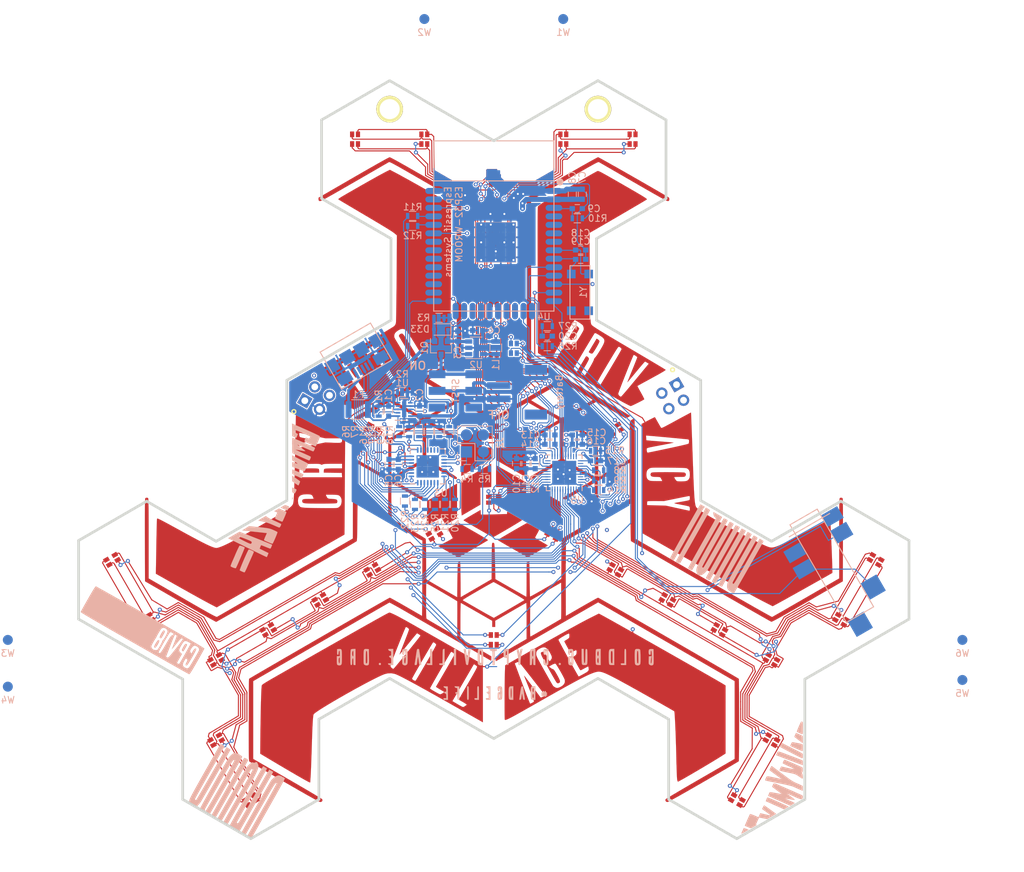
<source format=kicad_pcb>
(kicad_pcb (version 4) (host pcbnew 4.0.6)
  (layers (0 F.Cu signal) (1 In1.Cu signal) (2 In2.Cu signal) (31 B.Cu signal) (34 B.Paste user) (35 F.Paste user) (36 B.SilkS user) (37 F.SilkS user) (38 B.Mask user) (39 F.Mask user) (44 Edge.Cuts user))
  (net 0 "")
  (net 1 GND)
  (net 2 /VIN)
  (net 3 +3V3)
  (net 4 "Net-(C9-Pad1)")
  (net 5 "Net-(D1-Pad1)")
  (net 6 "Net-(D1-Pad2)")
  (net 7 "Net-(D1-Pad3)")
  (net 8 "Net-(D1-Pad4)")
  (net 9 "Net-(D10-Pad4)")
  (net 10 "Net-(D11-Pad4)")
  (net 11 "Net-(D12-Pad4)")
  (net 12 "Net-(D13-Pad4)")
  (net 13 "Net-(D14-Pad4)")
  (net 14 "Net-(D15-Pad4)")
  (net 15 "Net-(D16-Pad4)")
  (net 16 "Net-(D10-Pad1)")
  (net 17 "Net-(D10-Pad2)")
  (net 18 "Net-(D10-Pad3)")
  (net 19 "Net-(D17-Pad1)")
  (net 20 "Net-(D17-Pad2)")
  (net 21 "Net-(D17-Pad3)")
  (net 22 "Net-(D25-Pad1)")
  (net 23 "Net-(D25-Pad2)")
  (net 24 "Net-(D25-Pad3)")
  (net 25 "Net-(F1-Pad2)")
  (net 26 "Net-(J1-Pad2)")
  (net 27 "Net-(J1-Pad3)")
  (net 28 "Net-(J1-Pad4)")
  (net 29 "Net-(J2-Pad1)")
  (net 30 /C2D)
  (net 31 /C2CK)
  (net 32 "Net-(L1-Pad2)")
  (net 33 "Net-(R1-Pad1)")
  (net 34 "Net-(R2-Pad1)")
  (net 35 "Net-(R6-Pad1)")
  (net 36 /SDA)
  (net 37 /SCL)
  (net 38 /ESP32_EN)
  (net 39 /EFM_RX)
  (net 40 "Net-(R11-Pad2)")
  (net 41 /EFM_TX)
  (net 42 "Net-(R12-Pad2)")
  (net 43 "Net-(R15-Pad2)")
  (net 44 "Net-(U1-Pad4)")
  (net 45 /ENSET)
  (net 46 /CHGSB)
  (net 47 /PGB)
  (net 48 "Net-(U3-Pad13)")
  (net 49 "Net-(U3-Pad14)")
  (net 50 "Net-(U3-Pad15)")
  (net 51 "Net-(U4-Pad37)")
  (net 52 "Net-(U4-Pad32)")
  (net 53 "Net-(U4-Pad31)")
  (net 54 "Net-(U4-Pad30)")
  (net 55 "Net-(U4-Pad29)")
  (net 56 "Net-(U4-Pad28)")
  (net 57 "Net-(U4-Pad27)")
  (net 58 "Net-(U4-Pad26)")
  (net 59 "Net-(U4-Pad22)")
  (net 60 "Net-(U4-Pad21)")
  (net 61 "Net-(U4-Pad20)")
  (net 62 "Net-(U4-Pad19)")
  (net 63 "Net-(U4-Pad18)")
  (net 64 "Net-(U4-Pad17)")
  (net 65 "Net-(U4-Pad15)")
  (net 66 "Net-(U4-Pad7)")
  (net 67 "Net-(U4-Pad6)")
  (net 68 "Net-(U4-Pad5)")
  (net 69 "Net-(U4-Pad4)")
  (net 70 "Net-(U5-Pad32)")
  (net 71 /LEDs/INTB)
  (net 72 /VBAT)
  (net 73 "Net-(C18-Pad1)")
  (net 74 "Net-(C19-Pad1)")
  (net 75 /VSW)
  (net 76 /VUSB)
  (net 77 /VBAT_DIV)
  (net 78 /VSW_DIV)
  (net 79 "Net-(T2-Pad1)")
  (net 80 "Net-(T3-Pad1)")
  (net 81 "Net-(T4-Pad1)")
  (net 82 "Net-(T5-Pad1)")
  (net 83 "Net-(T6-Pad1)")
  (net 84 "Net-(T7-Pad1)")
  (net 85 "Net-(R20-Pad1)")
  (net 86 "Net-(R21-Pad1)")
  (net 87 "Net-(R22-Pad1)")
  (net 88 "Net-(R23-Pad1)")
  (net 89 "Net-(R24-Pad1)")
  (net 90 "Net-(R25-Pad1)")
  (net 91 "Net-(C20-Pad2)")
  (net 92 "Net-(C20-Pad1)")
  (net 93 "Net-(R26-Pad1)")
  (net 94 "Net-(R27-Pad1)")
  (net 95 "Net-(J6-PadS)")
  (net 96 /EBOOT)
  (net 97 /TE1)
  (net 98 /TE2)
  (net 99 /TE3)
  (net 100 /TE4)
  (net 101 /TE5)
  (net 102 /TE6)
  (net 103 "Net-(U3-Pad12)")
  (net 104 "Net-(R14-Pad1)")
  (module lib:barcode (layer B.Cu) (at 97.422 129.558 180)
    (fp_text reference G*** hide)
    (fp_text value LOGO hide)
  )
  (module lib:JST_PH_SMD (layer B.Cu) (at 150.752744 93.89848 90)
    (fp_text reference J3)
    (fp_text value Battery (at -0.000001 9.050001 90) (layer B.SilkS) (effects (justify mirror)))
    (pad 2 smd rect (at -1 0 90) (size 1 3.5) (layers B.Cu B.Paste B.Mask) (net 1 GND))
    (pad 1 smd rect (at 1 0 90) (size 1 3.5) (layers B.Cu B.Paste B.Mask) (net 72 /VBAT))
    (pad "" smd rect (at -3.35 5.55 90) (size 1.5 3.4) (layers B.Cu B.Paste B.Mask))
    (pad "" smd rect (at 3.35 5.55 90) (size 1.5 3.4) (layers B.Cu B.Paste B.Mask))
  )
  (module lib:abs25_crystal (layer B.Cu) (at 162.902745 78.948486 270)
    (fp_text reference Y1 (at 0 -0.5 270) (layer B.SilkS) (effects (justify mirror)))
    (fp_text value 32.768k)
    (pad 2 smd rect (at -2.75 1.3 270) (size 1.3 1.3) (layers B.Cu B.Paste B.Mask) (net 74 "Net-(C19-Pad1)"))
    (pad 1 smd rect (at -2.75 -1.3 270) (size 1.3 1.3) (layers B.Cu B.Paste B.Mask) (net 73 "Net-(C18-Pad1)"))
    (pad 4 smd rect (at 2.75 -1.3 270) (size 1.3 1.3) (layers B.Cu B.Paste B.Mask))
    (pad 3 smd rect (at 2.75 1.3 270) (size 1.3 1.3) (layers B.Cu B.Paste B.Mask))
  )
  (module lib:hole (layer F.Cu) (at 165.622745 51.498481)
    (fp_text reference hole_l hide)
    (fp_text value hole hide)
    (pad 1 thru_hole circle (at -0.031544 0) (size 4 4) (drill 3) (layers *.Cu *.Mask F.SilkS))
  )
  (module Capacitors_SMD:C_0603 (layer B.Cu) (at 134.262769 96.723585 90)
    (fp_text reference C1 (at 2.375104 -0.010024 90) (layer B.SilkS) (effects (justify mirror)))
    (fp_text value 4.7uF)
    (pad 2 smd rect (at 0.75 0 90) (size 0.8 0.75) (layers B.Cu B.Paste B.Mask) (net 1 GND))
    (pad 1 smd rect (at -0.75 0 90) (size 0.8 0.75) (layers B.Cu B.Paste B.Mask) (net 76 /VUSB))
  )
  (module Capacitors_SMD:C_0603 (layer B.Cu) (at 138.902745 96.698482 90)
    (fp_text reference C2 (at 2.4 0 90) (layer B.SilkS) (effects (justify mirror)))
    (fp_text value 4.7uF)
    (pad 2 smd rect (at 0.75 0 90) (size 0.8 0.75) (layers B.Cu B.Paste B.Mask) (net 1 GND))
    (pad 1 smd rect (at -0.75 0 90) (size 0.8 0.75) (layers B.Cu B.Paste B.Mask) (net 72 /VBAT))
  )
  (module Capacitors_SMD:C_0603 (layer B.Cu) (at 144.602745 85.498481 90)
    (fp_text reference C3 (at -2.45 0 90) (layer B.SilkS) (effects (justify mirror)))
    (fp_text value 4.7uF)
    (pad 2 smd rect (at 0.75 0 90) (size 0.8 0.75) (layers B.Cu B.Paste B.Mask) (net 1 GND))
    (pad 1 smd rect (at -0.75 0 90) (size 0.8 0.75) (layers B.Cu B.Paste B.Mask) (net 2 /VIN))
  )
  (module Capacitors_SMD:C_0603 (layer B.Cu) (at 147.602747 84.648482 180)
    (fp_text reference C4 (at -2.45 0 180) (layer B.SilkS) (effects (justify mirror)))
    (fp_text value 22uF)
    (pad 2 smd rect (at 0.75 0 180) (size 0.8 0.75) (layers B.Cu B.Paste B.Mask) (net 1 GND))
    (pad 1 smd rect (at -0.75 0 180) (size 0.8 0.75) (layers B.Cu B.Paste B.Mask) (net 3 +3V3))
  )
  (module Capacitors_SMD:C_0603 (layer B.Cu) (at 134.307318 104.704934 270)
    (fp_text reference C5 (at 2.45 0 270) (layer B.SilkS) (effects (justify mirror)))
    (fp_text value 4.7uF)
    (pad 2 smd rect (at 0.75 0 270) (size 0.8 0.75) (layers B.Cu B.Paste B.Mask) (net 1 GND))
    (pad 1 smd rect (at -0.75 0 270) (size 0.8 0.75) (layers B.Cu B.Paste B.Mask) (net 3 +3V3))
  )
  (module Capacitors_SMD:C_0603 (layer B.Cu) (at 135.70732 104.704935 270)
    (fp_text reference C6 (at 2.45 0 270) (layer B.SilkS) (effects (justify mirror)))
    (fp_text value 0.1uF)
    (pad 2 smd rect (at 0.75 0 270) (size 0.8 0.75) (layers B.Cu B.Paste B.Mask) (net 1 GND))
    (pad 1 smd rect (at -0.75 0 270) (size 0.8 0.75) (layers B.Cu B.Paste B.Mask) (net 3 +3V3))
  )
  (module Capacitors_SMD:C_0603 (layer B.Cu) (at 163.252745 64.248484 90)
    (fp_text reference C7 (at 2.5 0 90) (layer B.SilkS) (effects (justify mirror)))
    (fp_text value 10uF)
    (pad 2 smd rect (at 0.75 0 90) (size 0.8 0.75) (layers B.Cu B.Paste B.Mask) (net 1 GND))
    (pad 1 smd rect (at -0.75 0 90) (size 0.8 0.75) (layers B.Cu B.Paste B.Mask) (net 3 +3V3))
  )
  (module Capacitors_SMD:C_0603 (layer B.Cu) (at 161.752745 64.248484 90)
    (fp_text reference C8 (at 2.5 0 90) (layer B.SilkS) (effects (justify mirror)))
    (fp_text value 0.1uF)
    (pad 2 smd rect (at 0.75 0 90) (size 0.8 0.75) (layers B.Cu B.Paste B.Mask) (net 1 GND))
    (pad 1 smd rect (at -0.75 0 90) (size 0.8 0.75) (layers B.Cu B.Paste B.Mask) (net 3 +3V3))
  )
  (module Capacitors_SMD:C_0603 (layer B.Cu) (at 162.502746 66.39848)
    (fp_text reference C9 (at 2.5 0) (layer B.SilkS) (effects (justify mirror)))
    (fp_text value 0.1uF)
    (pad 2 smd rect (at 0.75 0) (size 0.8 0.75) (layers B.Cu B.Paste B.Mask) (net 1 GND))
    (pad 1 smd rect (at -0.75 0) (size 0.8 0.75) (layers B.Cu B.Paste B.Mask) (net 4 "Net-(C9-Pad1)"))
  )
  (module Capacitors_SMD:C_0603 (layer B.Cu) (at 153.402746 104.598482 90)
    (fp_text reference C10 (at -3 0 90) (layer B.SilkS) (effects (justify mirror)))
    (fp_text value 22uF)
    (pad 2 smd rect (at 0.75 0 90) (size 0.8 0.75) (layers B.Cu B.Paste B.Mask) (net 1 GND))
    (pad 1 smd rect (at -0.75 0 90) (size 0.8 0.75) (layers B.Cu B.Paste B.Mask) (net 3 +3V3))
  )
  (module Capacitors_SMD:C_0603 (layer B.Cu) (at 154.802745 104.598481 90)
    (fp_text reference C11 (at -3 0 90) (layer B.SilkS) (effects (justify mirror)))
    (fp_text value 0.47uF)
    (pad 2 smd rect (at 0.75 0 90) (size 0.8 0.75) (layers B.Cu B.Paste B.Mask) (net 1 GND))
    (pad 1 smd rect (at -0.75 0 90) (size 0.8 0.75) (layers B.Cu B.Paste B.Mask) (net 3 +3V3))
  )
  (module Capacitors_SMD:C_0603 (layer B.Cu) (at 156.202746 104.598482 90)
    (fp_text reference C12 (at -3 0 90) (layer B.SilkS) (effects (justify mirror)))
    (fp_text value 0.1uF)
    (pad 2 smd rect (at 0.75 0 90) (size 0.8 0.75) (layers B.Cu B.Paste B.Mask) (net 1 GND))
    (pad 1 smd rect (at -0.75 0 90) (size 0.8 0.75) (layers B.Cu B.Paste B.Mask) (net 3 +3V3))
  )
  (module Capacitors_SMD:C_0603 (layer B.Cu) (at 158.402743 100.298481 180)
    (fp_text reference C13 (at 2.902743 -0.001519 180) (layer B.SilkS) (effects (justify mirror)))
    (fp_text value 0.47uF)
    (pad 2 smd rect (at 0.75 0 180) (size 0.8 0.75) (layers B.Cu B.Paste B.Mask) (net 1 GND))
    (pad 1 smd rect (at -0.75 0 180) (size 0.8 0.75) (layers B.Cu B.Paste B.Mask) (net 3 +3V3))
  )
  (module Capacitors_SMD:C_0603 (layer B.Cu) (at 158.402745 101.698482 180)
    (fp_text reference C14 (at 2.902745 -0.001518 180) (layer B.SilkS) (effects (justify mirror)))
    (fp_text value 0.1uF)
    (pad 2 smd rect (at 0.75 0 180) (size 0.8 0.75) (layers B.Cu B.Paste B.Mask) (net 1 GND))
    (pad 1 smd rect (at -0.75 0 180) (size 0.8 0.75) (layers B.Cu B.Paste B.Mask) (net 3 +3V3))
  )
  (module Capacitors_SMD:C_0603 (layer B.Cu) (at 162.502745 100.298483)
    (fp_text reference C15 (at 2.9 -0.35) (layer B.SilkS) (effects (justify mirror)))
    (fp_text value 0.47uF)
    (pad 2 smd rect (at 0.75 0) (size 0.8 0.75) (layers B.Cu B.Paste B.Mask) (net 1 GND))
    (pad 1 smd rect (at -0.75 0) (size 0.8 0.75) (layers B.Cu B.Paste B.Mask) (net 3 +3V3))
  )
  (module Capacitors_SMD:C_0603 (layer B.Cu) (at 162.502748 101.698483)
    (fp_text reference C16 (at 2.85 -0.5) (layer B.SilkS) (effects (justify mirror)))
    (fp_text value 0.1uF)
    (pad 2 smd rect (at 0.75 0) (size 0.8 0.75) (layers B.Cu B.Paste B.Mask) (net 1 GND))
    (pad 1 smd rect (at -0.75 0) (size 0.8 0.75) (layers B.Cu B.Paste B.Mask) (net 3 +3V3))
  )
  (module Diodes_SMD:D_SOD-323 (layer B.Cu) (at 142.102744 84.498485 180)
    (fp_text reference D33 (at 3.15 0.05 180) (layer B.SilkS) (effects (justify mirror)))
    (fp_text value Schottky hide)
    (pad 1 smd rect (at -1.05 0 180) (size 0.6 0.45) (layers B.Cu B.Paste B.Mask) (net 2 /VIN))
    (pad 2 smd rect (at 1.05 0 180) (size 0.6 0.45) (layers B.Cu B.Paste B.Mask) (net 76 /VUSB))
  )
  (module Resistors_SMD:R_1210 (layer B.Cu) (at 129.702745 96.498481 180)
    (fp_text reference F1 (at 0 2.25 180) (layer B.SilkS) (effects (justify mirror)))
    (fp_text value 1.1A)
    (pad 1 smd rect (at -1.45 0 180) (size 0.9 2.5) (layers B.Cu B.Paste B.Mask) (net 76 /VUSB))
    (pad 2 smd rect (at 1.45 0 180) (size 0.9 2.5) (layers B.Cu B.Paste B.Mask) (net 25 "Net-(F1-Pad2)"))
  )
  (module lib:USB_Micro-B-cpv (layer B.Cu) (at 129.680595 89.020929 30)
    (fp_text reference J1 hide)
    (fp_text value USB_OTG)
    (pad 6 smd rect (at 1.2 -1.113 30) (size 1.9 1.9) (layers B.Cu B.Paste B.Mask) (net 1 GND))
    (pad 6 smd rect (at -1.2 -1.113 30) (size 1.9 1.9) (layers B.Cu B.Paste B.Mask) (net 1 GND))
    (pad 1 smd rect (at -1.3009 1.56254 300) (size 1.35 0.4) (layers B.Cu B.Paste B.Mask) (net 25 "Net-(F1-Pad2)"))
    (pad 2 smd rect (at -0.6509 1.56254 300) (size 1.35 0.4) (layers B.Cu B.Paste B.Mask) (net 26 "Net-(J1-Pad2)"))
    (pad 3 smd rect (at -0.0009 1.56254 300) (size 1.35 0.4) (layers B.Cu B.Paste B.Mask) (net 27 "Net-(J1-Pad3)"))
    (pad 4 smd rect (at 0.6491 1.56254 300) (size 1.35 0.4) (layers B.Cu B.Paste B.Mask) (net 28 "Net-(J1-Pad4)"))
    (pad 5 smd rect (at 1.2991 1.56254 300) (size 1.35 0.4) (layers B.Cu B.Paste B.Mask) (net 1 GND))
    (pad 6 smd rect (at -3.1009 1.43754 30) (size 2.1 1.6) (layers B.Cu B.Paste B.Mask) (net 1 GND))
    (pad 6 smd rect (at 3.0991 1.437 30) (size 2.1 1.6) (layers B.Cu B.Paste B.Mask) (net 1 GND))
    (pad 6 smd rect (at -3.8 -1.113 30) (size 1.8 1.9) (layers B.Cu B.Paste B.Mask) (net 1 GND))
    (pad 6 smd rect (at 3.8 -1.113 30) (size 1.8 1.9) (layers B.Cu B.Paste B.Mask) (net 1 GND))
  )
  (module TO_SOT_Packages_SMD:SOT-23 (layer B.Cu) (at 142.102748 87.248485 270)
    (fp_text reference Q1 (at 0 2.5 270) (layer B.SilkS) (effects (justify mirror)))
    (fp_text value Q_PMOS_GSD hide)
    (pad 1 smd rect (at -1 0.95 270) (size 0.9 0.8) (layers B.Cu B.Paste B.Mask) (net 76 /VUSB))
    (pad 2 smd rect (at -1 -0.95 270) (size 0.9 0.8) (layers B.Cu B.Paste B.Mask) (net 2 /VIN))
    (pad 3 smd rect (at 1 0 270) (size 0.9 0.8) (layers B.Cu B.Paste B.Mask) (net 75 /VSW))
  )
  (module Resistors_SMD:R_0603 (layer B.Cu) (at 132.762773 96.723588 90)
    (fp_text reference R1 (at 2.25 0 90) (layer B.SilkS) (effects (justify mirror)))
    (fp_text value 560)
    (pad 1 smd rect (at -0.75 0 90) (size 0.5 0.9) (layers B.Cu B.Paste B.Mask) (net 33 "Net-(R1-Pad1)"))
    (pad 2 smd rect (at 0.75 0 90) (size 0.5 0.9) (layers B.Cu B.Paste B.Mask) (net 1 GND))
  )
  (module Resistors_SMD:R_0603 (layer B.Cu) (at 136.312773 93.873586)
    (fp_text reference R2 (at -0.012773 -2.673586) (layer B.SilkS) (effects (justify mirror)))
    (fp_text value 1k)
    (pad 1 smd rect (at -0.75 0) (size 0.5 0.9) (layers B.Cu B.Paste B.Mask) (net 34 "Net-(R2-Pad1)"))
    (pad 2 smd rect (at 0.75 0) (size 0.5 0.9) (layers B.Cu B.Paste B.Mask) (net 1 GND))
  )
  (module Resistors_SMD:R_0603 (layer B.Cu) (at 141.802743 82.748484)
    (fp_text reference R3 (at -2.3 0) (layer B.SilkS) (effects (justify mirror)))
    (fp_text value 100k)
    (pad 1 smd rect (at -0.75 0) (size 0.5 0.9) (layers B.Cu B.Paste B.Mask) (net 76 /VUSB))
    (pad 2 smd rect (at 0.75 0) (size 0.5 0.9) (layers B.Cu B.Paste B.Mask) (net 1 GND))
  )
  (module Resistors_SMD:R_0603 (layer B.Cu) (at 146.002744 105.398483 180)
    (fp_text reference R4 (at 0 -1.5 180) (layer B.SilkS) (effects (justify mirror)))
    (fp_text value 1k)
    (pad 1 smd rect (at -0.75 0 180) (size 0.5 0.9) (layers B.Cu B.Paste B.Mask) (net 3 +3V3))
    (pad 2 smd rect (at 0.75 0 180) (size 0.5 0.9) (layers B.Cu B.Paste B.Mask) (net 29 "Net-(J2-Pad1)"))
  )
  (module Resistors_SMD:R_0603 (layer B.Cu) (at 148.602745 105.398482 180)
    (fp_text reference R5 (at 0 -1.5 180) (layer B.SilkS) (effects (justify mirror)))
    (fp_text value 1k)
    (pad 1 smd rect (at -0.75 0 180) (size 0.5 0.9) (layers B.Cu B.Paste B.Mask) (net 31 /C2CK))
    (pad 2 smd rect (at 0.75 0 180) (size 0.5 0.9) (layers B.Cu B.Paste B.Mask) (net 3 +3V3))
  )
  (module Resistors_SMD:R_0603 (layer B.Cu) (at 135.827745 99.798481 90)
    (fp_text reference R6 (at -0.001519 -7.927745 90) (layer B.SilkS) (effects (justify mirror)))
    (fp_text value 22k)
    (pad 1 smd rect (at -0.75 0 90) (size 0.5 0.9) (layers B.Cu B.Paste B.Mask) (net 35 "Net-(R6-Pad1)"))
    (pad 2 smd rect (at 0.75 0 90) (size 0.5 0.9) (layers B.Cu B.Paste B.Mask) (net 76 /VUSB))
  )
  (module Resistors_SMD:R_0603 (layer B.Cu) (at 137.327745 99.798483 90)
    (fp_text reference R7 (at -0.001517 -8.127745 90) (layer B.SilkS) (effects (justify mirror)))
    (fp_text value 27k)
    (pad 1 smd rect (at -0.75 0 90) (size 0.5 0.9) (layers B.Cu B.Paste B.Mask) (net 35 "Net-(R6-Pad1)"))
    (pad 2 smd rect (at 0.75 0 90) (size 0.5 0.9) (layers B.Cu B.Paste B.Mask) (net 1 GND))
  )
  (module Resistors_SMD:R_0603 (layer B.Cu) (at 165.7 105.6 180)
    (fp_text reference R8 (at -3.2 0 180) (layer B.SilkS) (effects (justify mirror)))
    (fp_text value 2.2k)
    (pad 1 smd rect (at -0.75 0 180) (size 0.5 0.9) (layers B.Cu B.Paste B.Mask) (net 3 +3V3))
    (pad 2 smd rect (at 0.75 0 180) (size 0.5 0.9) (layers B.Cu B.Paste B.Mask) (net 36 /SDA))
  )
  (module Resistors_SMD:R_0603 (layer B.Cu) (at 165.7 107.1 180)
    (fp_text reference R9 (at -3.2 0 180) (layer B.SilkS) (effects (justify mirror)))
    (fp_text value 2.2k)
    (pad 1 smd rect (at -0.75 0 180) (size 0.5 0.9) (layers B.Cu B.Paste B.Mask) (net 3 +3V3))
    (pad 2 smd rect (at 0.75 0 180) (size 0.5 0.9) (layers B.Cu B.Paste B.Mask) (net 37 /SCL))
  )
  (module Resistors_SMD:R_0603 (layer B.Cu) (at 162.502747 67.848481 180)
    (fp_text reference R10 (at -3.05 0 180) (layer B.SilkS) (effects (justify mirror)))
    (fp_text value 10k)
    (pad 1 smd rect (at -0.75 0 180) (size 0.5 0.9) (layers B.Cu B.Paste B.Mask) (net 38 /ESP32_EN))
    (pad 2 smd rect (at 0.75 0 180) (size 0.5 0.9) (layers B.Cu B.Paste B.Mask) (net 4 "Net-(C9-Pad1)"))
  )
  (module Resistors_SMD:R_0603 (layer B.Cu) (at 137.852745 67.498481)
    (fp_text reference R11 (at 0 -1.349999) (layer B.SilkS) (effects (justify mirror)))
    (fp_text value 1k)
    (pad 1 smd rect (at -0.75 0) (size 0.5 0.9) (layers B.Cu B.Paste B.Mask) (net 39 /EFM_RX))
    (pad 2 smd rect (at 0.75 0) (size 0.5 0.9) (layers B.Cu B.Paste B.Mask) (net 40 "Net-(R11-Pad2)"))
  )
  (module Resistors_SMD:R_0603 (layer B.Cu) (at 137.852744 68.998481)
    (fp_text reference R12 (at 0 1.45) (layer B.SilkS) (effects (justify mirror)))
    (fp_text value 1k)
    (pad 1 smd rect (at -0.75 0) (size 0.5 0.9) (layers B.Cu B.Paste B.Mask) (net 41 /EFM_TX))
    (pad 2 smd rect (at 0.75 0) (size 0.5 0.9) (layers B.Cu B.Paste B.Mask) (net 42 "Net-(R12-Pad2)"))
  )
  (module Resistors_SMD:R_0603 (layer B.Cu) (at 165.7 108.55)
    (fp_text reference R14 (at 2.75 0) (layer B.SilkS) (effects (justify mirror)))
    (fp_text value 100k)
    (pad 1 smd rect (at -0.75 0) (size 0.5 0.9) (layers B.Cu B.Paste B.Mask) (net 104 "Net-(R14-Pad1)"))
    (pad 2 smd rect (at 0.75 0) (size 0.5 0.9) (layers B.Cu B.Paste B.Mask) (net 1 GND))
  )
  (module Resistors_SMD:R_0603 (layer B.Cu) (at 165.242898 102.673599 180)
    (fp_text reference R15 (at -2.85 0.05 180) (layer B.SilkS) (effects (justify mirror)))
    (fp_text value 20k)
    (pad 1 smd rect (at -0.75 0 180) (size 0.5 0.9) (layers B.Cu B.Paste B.Mask) (net 1 GND))
    (pad 2 smd rect (at 0.75 0 180) (size 0.5 0.9) (layers B.Cu B.Paste B.Mask) (net 43 "Net-(R15-Pad2)"))
  )
  (module Housings_DFN_QFN:DFN-10-1EP_2x3mm_Pitch0.5mm (layer B.Cu) (at 136.587767 96.473584)
    (fp_text reference U1 (at -0.287767 -3.973584) (layer B.SilkS) (effects (justify mirror)))
    (fp_text value RT9524)
    (pad 1 smd rect (at -0.925 1) (size 0.7 0.25) (layers B.Cu B.Paste B.Mask) (net 76 /VUSB))
    (pad 2 smd rect (at -0.925 0.5) (size 0.7 0.25) (layers B.Cu B.Paste B.Mask) (net 33 "Net-(R1-Pad1)"))
    (pad 3 smd rect (at -0.925 0) (size 0.7 0.25) (layers B.Cu B.Paste B.Mask) (net 1 GND))
    (pad 4 smd rect (at -0.925 -0.5) (size 0.7 0.25) (layers B.Cu B.Paste B.Mask) (net 44 "Net-(U1-Pad4)"))
    (pad 5 smd rect (at -0.925 -1) (size 0.7 0.25) (layers B.Cu B.Paste B.Mask) (net 34 "Net-(R2-Pad1)"))
    (pad 6 smd rect (at 0.925 -1) (size 0.7 0.25) (layers B.Cu B.Paste B.Mask) (net 45 /ENSET))
    (pad 7 smd rect (at 0.925 -0.5) (size 0.7 0.25) (layers B.Cu B.Paste B.Mask) (net 1 GND))
    (pad 8 smd rect (at 0.925 0) (size 0.7 0.25) (layers B.Cu B.Paste B.Mask) (net 46 /CHGSB))
    (pad 9 smd rect (at 0.925 0.5) (size 0.7 0.25) (layers B.Cu B.Paste B.Mask) (net 47 /PGB))
    (pad 10 smd rect (at 0.925 1) (size 0.7 0.25) (layers B.Cu B.Paste B.Mask) (net 72 /VBAT))
    (pad 11 smd rect (at 0 -0.6) (size 0.64 1.2) (layers B.Cu B.Paste B.Mask) (net 1 GND))
    (pad 11 smd rect (at 0 0.6) (size 0.64 1.2) (layers B.Cu B.Paste B.Mask) (net 1 GND))
  )
  (module TO_SOT_Packages_SMD:SOT-23-5 (layer B.Cu) (at 147.352749 87.24848)
    (fp_text reference U2 (at 0 2.55152) (layer B.SilkS) (effects (justify mirror)))
    (fp_text value PAM2305)
    (pad 1 smd rect (at -1.1 0.95) (size 1.06 0.65) (layers B.Cu B.Paste B.Mask) (net 2 /VIN))
    (pad 2 smd rect (at -1.1 0) (size 1.06 0.65) (layers B.Cu B.Paste B.Mask) (net 1 GND))
    (pad 3 smd rect (at -1.1 -0.95) (size 1.06 0.65) (layers B.Cu B.Paste B.Mask) (net 2 /VIN))
    (pad 4 smd rect (at 1.1 -0.95) (size 1.06 0.65) (layers B.Cu B.Paste B.Mask) (net 3 +3V3))
    (pad 5 smd rect (at 1.1 0.95) (size 1.06 0.65) (layers B.Cu B.Paste B.Mask) (net 32 "Net-(L1-Pad2)"))
  )
  (module lib:hole (layer F.Cu) (at 134.512746 51.498482)
    (fp_text reference hole_l hide)
    (fp_text value hole hide)
    (pad 1 thru_hole circle (at -0.098456 0) (size 4 4) (drill 3) (layers *.Cu *.Mask F.SilkS))
  )
  (module lib:LP803860 (layer F.Cu) (at 150.05 116.76)
    (fp_text reference Battery hide)
    (fp_text value LP803860 hide)
  )
  (module Capacitors_SMD:C_0603 (layer B.Cu) (at 165.227746 104.1736)
    (fp_text reference C17 (at 3.172254 0.0264) (layer B.SilkS) (effects (justify mirror)))
    (fp_text value 0.47uF)
    (pad 2 smd rect (at 0.75 0) (size 0.8 0.75) (layers B.Cu B.Paste B.Mask) (net 1 GND))
    (pad 1 smd rect (at -0.75 0) (size 0.8 0.75) (layers B.Cu B.Paste B.Mask) (net 3 +3V3))
  )
  (module Capacitors_SMD:C_0603 (layer B.Cu) (at 163.002746 72.598482)
    (fp_text reference C18 (at 0 -2.55) (layer B.SilkS) (effects (justify mirror)))
    (fp_text value 12pF)
    (pad 2 smd rect (at 0.75 0) (size 0.8 0.75) (layers B.Cu B.Paste B.Mask) (net 1 GND))
    (pad 1 smd rect (at -0.75 0) (size 0.8 0.75) (layers B.Cu B.Paste B.Mask) (net 73 "Net-(C18-Pad1)"))
  )
  (module Capacitors_SMD:C_0603 (layer B.Cu) (at 163.002745 73.99848)
    (fp_text reference C19 (at 0 -2.699999) (layer B.SilkS) (effects (justify mirror)))
    (fp_text value 12pF)
    (pad 2 smd rect (at 0.75 0) (size 0.8 0.75) (layers B.Cu B.Paste B.Mask) (net 1 GND))
    (pad 1 smd rect (at -0.75 0) (size 0.8 0.75) (layers B.Cu B.Paste B.Mask) (net 74 "Net-(C19-Pad1)"))
  )
  (module lib:DPDT_SMD (layer B.Cu) (at 144.302747 93.698483 90)
    (fp_text reference SW1)
    (fp_text value SPST (at 0.01832 0.003 90) (layer B.SilkS) (effects (justify mirror)))
    (pad ~ smd rect (at -2.5 2.7 90) (size 1.2 2.5) (layers B.Cu B.Paste B.Mask))
    (pad 1 smd rect (at 0 2.7 90) (size 1.2 2.5) (layers B.Cu B.Paste B.Mask) (net 72 /VBAT))
    (pad 2 smd rect (at 2.5 2.7 90) (size 1.2 2.5) (layers B.Cu B.Paste B.Mask) (net 75 /VSW))
    (pad ~ smd rect (at -2.5 -2.8 90) (size 1.2 2.5) (layers B.Cu B.Paste B.Mask))
    (pad 1 smd rect (at 0 -2.8 90) (size 1.2 2.5) (layers B.Cu B.Paste B.Mask) (net 72 /VBAT))
    (pad 2 smd rect (at 2.5 -2.8 90) (size 1.2 2.5) (layers B.Cu B.Paste B.Mask) (net 75 /VSW))
  )
  (module Resistors_SMD:R_0603 (layer B.Cu) (at 138.827746 99.798482 90)
    (fp_text reference R16 (at -0.501518 -8.327746 90) (layer B.SilkS) (effects (justify mirror)))
    (fp_text value 100k)
    (pad 1 smd rect (at -0.75 0 90) (size 0.5 0.9) (layers B.Cu B.Paste B.Mask) (net 77 /VBAT_DIV))
    (pad 2 smd rect (at 0.75 0 90) (size 0.5 0.9) (layers B.Cu B.Paste B.Mask) (net 72 /VBAT))
  )
  (module Resistors_SMD:R_0603 (layer B.Cu) (at 140.327746 99.798482 270)
    (fp_text reference R17 (at 0.501518 8.527746 270) (layer B.SilkS) (effects (justify mirror)))
    (fp_text value 100k)
    (pad 1 smd rect (at -0.75 0 270) (size 0.5 0.9) (layers B.Cu B.Paste B.Mask) (net 1 GND))
    (pad 2 smd rect (at 0.75 0 270) (size 0.5 0.9) (layers B.Cu B.Paste B.Mask) (net 77 /VBAT_DIV))
  )
  (module Resistors_SMD:R_0603 (layer B.Cu) (at 143.327746 99.798482 270)
    (fp_text reference R18 (at 0.501518 8.927746 270) (layer B.SilkS) (effects (justify mirror)))
    (fp_text value 100k)
    (pad 1 smd rect (at -0.75 0 270) (size 0.5 0.9) (layers B.Cu B.Paste B.Mask) (net 75 /VSW))
    (pad 2 smd rect (at 0.75 0 270) (size 0.5 0.9) (layers B.Cu B.Paste B.Mask) (net 78 /VSW_DIV))
  )
  (module Resistors_SMD:R_0603 (layer B.Cu) (at 141.827746 99.798482 90)
    (fp_text reference R19 (at -0.501518 -8.727746 90) (layer B.SilkS) (effects (justify mirror)))
    (fp_text value 100k)
    (pad 1 smd rect (at -0.75 0 90) (size 0.5 0.9) (layers B.Cu B.Paste B.Mask) (net 78 /VSW_DIV))
    (pad 2 smd rect (at 0.75 0 90) (size 0.5 0.9) (layers B.Cu B.Paste B.Mask) (net 1 GND))
  )
  (module Measurement_Points:Measurement_Point_Round-SMD-Pad_Small (layer F.Cu) (at 142.402745 79.898482)
    (fp_text reference T2 hide)
    (fp_text value TP)
    (pad 1 smd circle (at 0 0) (size 1.5 1.5) (layers F.Cu F.Mask) (net 79 "Net-(T2-Pad1)"))
  )
  (module Measurement_Points:Measurement_Point_Round-SMD-Pad_Small (layer F.Cu) (at 126.452746 99.488482)
    (fp_text reference T3 hide)
    (fp_text value TP)
    (pad 1 smd circle (at 0 0) (size 1.5 1.5) (layers F.Cu F.Mask) (net 80 "Net-(T3-Pad1)"))
  )
  (module Measurement_Points:Measurement_Point_Round-SMD-Pad_Small (layer F.Cu) (at 145.1 135.3)
    (fp_text reference T4 hide)
    (fp_text value TP)
    (pad 1 smd circle (at 0 0) (size 1.5 1.5) (layers F.Cu F.Mask) (net 81 "Net-(T4-Pad1)"))
  )
  (module Measurement_Points:Measurement_Point_Round-SMD-Pad_Small (layer F.Cu) (at 170.1 130.8)
    (fp_text reference T5 hide)
    (fp_text value TP)
    (pad 1 smd circle (at 0 0) (size 1.5 1.5) (layers F.Cu F.Mask) (net 82 "Net-(T5-Pad1)"))
  )
  (module Measurement_Points:Measurement_Point_Round-SMD-Pad_Small (layer F.Cu) (at 173.2 99.325)
    (fp_text reference T6 hide)
    (fp_text value TP)
    (pad 1 smd circle (at 0 0) (size 1.5 1.5) (layers F.Cu F.Mask) (net 83 "Net-(T6-Pad1)"))
  )
  (module Measurement_Points:Measurement_Point_Round-SMD-Pad_Small (layer F.Cu) (at 163.002745 78.29848)
    (fp_text reference T7 hide)
    (fp_text value TP)
    (pad 1 smd circle (at 0 0) (size 1.5 1.5) (layers F.Cu F.Mask) (net 84 "Net-(T7-Pad1)"))
  )
  (module lib:Socket_Strip_Straight_2x02_TP (layer B.Cu) (at 145.902744 102.838482 270)
    (fp_text reference J2 (at -1.338482 -4.997256 270) (layer B.SilkS) (effects (justify mirror)))
    (fp_text value CONN_02X02)
    (pad 1 smd rect (at 0 0 270) (size 1.7 1.7) (layers B.Cu B.Paste B.Mask) (net 29 "Net-(J2-Pad1)"))
    (pad 2 smd oval (at -2.54 0 270) (size 1.7 1.7) (layers B.Cu B.Paste B.Mask) (net 30 /C2D))
    (pad 3 smd oval (at 0 -2.54 270) (size 1.7 1.7) (layers B.Cu B.Paste B.Mask) (net 1 GND))
    (pad 4 smd oval (at -2.54 -2.54 270) (size 1.7 1.7) (layers B.Cu B.Paste B.Mask) (net 31 /C2CK))
  )
  (module Resistors_SMD:R_0603 (layer B.Cu) (at 144.2 110.7 90)
    (fp_text reference R20 (at -2.75 0 90) (layer B.SilkS) (effects (justify mirror)))
    (fp_text value 300)
    (pad 1 smd rect (at -0.75 0 90) (size 0.5 0.9) (layers B.Cu B.Paste B.Mask) (net 85 "Net-(R20-Pad1)"))
    (pad 2 smd rect (at 0.75 0 90) (size 0.5 0.9) (layers B.Cu B.Paste B.Mask) (net 97 /TE1))
  )
  (module Resistors_SMD:R_0603 (layer B.Cu) (at 142.7 110.7 90)
    (fp_text reference R21 (at -2.75 0 90) (layer B.SilkS) (effects (justify mirror)))
    (fp_text value 300)
    (pad 1 smd rect (at -0.75 0 90) (size 0.5 0.9) (layers B.Cu B.Paste B.Mask) (net 86 "Net-(R21-Pad1)"))
    (pad 2 smd rect (at 0.75 0 90) (size 0.5 0.9) (layers B.Cu B.Paste B.Mask) (net 98 /TE2))
  )
  (module Resistors_SMD:R_0603 (layer B.Cu) (at 136.7 110.2 90)
    (fp_text reference R22 (at -2.8 0 90) (layer B.SilkS) (effects (justify mirror)))
    (fp_text value 300)
    (pad 1 smd rect (at -0.75 0 90) (size 0.5 0.9) (layers B.Cu B.Paste B.Mask) (net 87 "Net-(R22-Pad1)"))
    (pad 2 smd rect (at 0.75 0 90) (size 0.5 0.9) (layers B.Cu B.Paste B.Mask) (net 99 /TE3))
  )
  (module Resistors_SMD:R_0603 (layer B.Cu) (at 138.2 110.7 90)
    (fp_text reference R23 (at -2.8 0 90) (layer B.SilkS) (effects (justify mirror)))
    (fp_text value 300)
    (pad 1 smd rect (at -0.75 0 90) (size 0.5 0.9) (layers B.Cu B.Paste B.Mask) (net 88 "Net-(R23-Pad1)"))
    (pad 2 smd rect (at 0.75 0 90) (size 0.5 0.9) (layers B.Cu B.Paste B.Mask) (net 100 /TE4))
  )
  (module Resistors_SMD:R_0603 (layer B.Cu) (at 139.7 110.7 90)
    (fp_text reference R24 (at -2.8 0 90) (layer B.SilkS) (effects (justify mirror)))
    (fp_text value 300)
    (pad 1 smd rect (at -0.75 0 90) (size 0.5 0.9) (layers B.Cu B.Paste B.Mask) (net 89 "Net-(R24-Pad1)"))
    (pad 2 smd rect (at 0.75 0 90) (size 0.5 0.9) (layers B.Cu B.Paste B.Mask) (net 101 /TE5))
  )
  (module Resistors_SMD:R_0603 (layer B.Cu) (at 141.2 110.7 90)
    (fp_text reference R25 (at -2.8 0 90) (layer B.SilkS) (effects (justify mirror)))
    (fp_text value 300)
    (pad 1 smd rect (at -0.75 0 90) (size 0.5 0.9) (layers B.Cu B.Paste B.Mask) (net 90 "Net-(R25-Pad1)"))
    (pad 2 smd rect (at 0.75 0 90) (size 0.5 0.9) (layers B.Cu B.Paste B.Mask) (net 102 /TE6))
  )
  (module Measurement_Points:Measurement_Point_Round-SMD-Pad_Small (layer B.Cu) (at 160.39232 38)
    (fp_text reference W1 (at 0 2) (layer B.SilkS) (effects (justify mirror)))
    (fp_text value TP)
    (pad 1 smd circle (at 0 0) (size 1.5 1.5) (layers B.Cu B.Mask) (net 85 "Net-(R20-Pad1)"))
  )
  (module Measurement_Points:Measurement_Point_Round-SMD-Pad_Small (layer B.Cu) (at 139.60768 38)
    (fp_text reference W2 (at 0 2) (layer B.SilkS) (effects (justify mirror)))
    (fp_text value TP)
    (pad 1 smd circle (at 0 0) (size 1.5 1.5) (layers B.Cu B.Mask) (net 86 "Net-(R21-Pad1)"))
  )
  (module Measurement_Points:Measurement_Point_Round-SMD-Pad_Small (layer B.Cu) (at 77.25376 131)
    (fp_text reference W3 (at 0 2) (layer B.SilkS) (effects (justify mirror)))
    (fp_text value TP)
    (pad 1 smd circle (at 0 0) (size 1.5 1.5) (layers B.Cu B.Mask) (net 87 "Net-(R22-Pad1)"))
  )
  (module Measurement_Points:Measurement_Point_Round-SMD-Pad_Small (layer B.Cu) (at 77.25376 138)
    (fp_text reference W4 (at 0 2) (layer B.SilkS) (effects (justify mirror)))
    (fp_text value TP)
    (pad 1 smd circle (at 0 0) (size 1.5 1.5) (layers B.Cu B.Mask) (net 88 "Net-(R23-Pad1)"))
  )
  (module Measurement_Points:Measurement_Point_Round-SMD-Pad_Small (layer B.Cu) (at 220.14816 137)
    (fp_text reference W5 (at 0 2) (layer B.SilkS) (effects (justify mirror)))
    (fp_text value TP)
    (pad 1 smd circle (at 0 0) (size 1.5 1.5) (layers B.Cu B.Mask) (net 89 "Net-(R24-Pad1)"))
  )
  (module Measurement_Points:Measurement_Point_Round-SMD-Pad_Small (layer B.Cu) (at 220.14816 131)
    (fp_text reference W6 (at 0 2) (layer B.SilkS) (effects (justify mirror)))
    (fp_text value TP)
    (pad 1 smd circle (at 0 0) (size 1.5 1.5) (layers B.Cu B.Mask) (net 90 "Net-(R25-Pad1)"))
  )
  (module Capacitors_SMD:C_0603 (layer B.Cu) (at 158.002745 85.49848 180)
    (fp_text reference C20 (at -3.097255 -0.00152 180) (layer B.SilkS) (effects (justify mirror)))
    (fp_text value 0.1uF)
    (pad 2 smd rect (at 0.75 0 180) (size 0.8 0.75) (layers B.Cu B.Paste B.Mask) (net 91 "Net-(C20-Pad2)"))
    (pad 1 smd rect (at -0.75 0 180) (size 0.8 0.75) (layers B.Cu B.Paste B.Mask) (net 92 "Net-(C20-Pad1)"))
  )
  (module Resistors_SMD:R_0603 (layer B.Cu) (at 158.002745 86.99848)
    (fp_text reference R26 (at 3.097255 0.00152) (layer B.SilkS) (effects (justify mirror)))
    (fp_text value 75)
    (pad 1 smd rect (at -0.75 0) (size 0.5 0.9) (layers B.Cu B.Paste B.Mask) (net 93 "Net-(R26-Pad1)"))
    (pad 2 smd rect (at 0.75 0) (size 0.5 0.9) (layers B.Cu B.Paste B.Mask) (net 95 "Net-(J6-PadS)"))
  )
  (module Resistors_SMD:R_0603 (layer B.Cu) (at 158.002746 83.998484 180)
    (fp_text reference R27 (at -3.097254 -0.001516 180) (layer B.SilkS) (effects (justify mirror)))
    (fp_text value 300)
    (pad 1 smd rect (at -0.75 0 180) (size 0.5 0.9) (layers B.Cu B.Paste B.Mask) (net 94 "Net-(R27-Pad1)"))
    (pad 2 smd rect (at 0.75 0 180) (size 0.5 0.9) (layers B.Cu B.Paste B.Mask) (net 91 "Net-(C20-Pad2)"))
  )
  (module lib:TRRS_jack (layer B.Cu) (at 200.6 119.9 300)
    (fp_text reference J6 hide)
    (fp_text value DNP hide)
    (pad 5 smd rect (at 9.7 0.7 300) (size 2.8 2.8) (layers B.Cu B.Paste B.Mask))
    (pad R1 smd rect (at -1.65 3.85 300) (size 2 2.8) (layers B.Cu B.Paste B.Mask) (net 92 "Net-(C20-Pad1)"))
    (pad 6 smd rect (at -4.45 3.85 300) (size 2 2.8) (layers B.Cu B.Paste B.Mask))
    (pad T smd rect (at 5.85 -3.75 300) (size 2.8 2.8) (layers B.Cu B.Paste B.Mask) (net 92 "Net-(C20-Pad1)"))
    (pad R2 smd rect (at -3.55 -3.75 300) (size 2.2 2.8) (layers B.Cu B.Paste B.Mask) (net 1 GND))
    (pad S smd rect (at -6.35 -3.75 300) (size 2 2.8) (layers B.Cu B.Paste B.Mask) (net 95 "Net-(J6-PadS)"))
  )
  (module lib:copperfrontfixedFCu (layer F.Cu) (at 150.02 106.96)
    (fp_text reference ART1 hide)
    (fp_text value COPPER hide)
    (fp_poly (pts (xy 15.666168 -48.229004) (xy 15.839072 -48.139277) (xy 16.104682 -47.995717) (xy 16.454397 -47.803216) (xy 16.879612 -47.566672) (xy 17.371725 -47.29098) (xy 17.922133 -46.981034) (xy 18.522232 -46.64173) (xy 19.16342 -46.277963) (xy 19.837093 -45.894628) (xy 20.534649 -45.496621) (xy 21.247485 -45.088838) (xy 21.966997 -44.676172) (xy 22.684582 -44.26352) (xy 23.391638 -43.855777) (xy 24.079561 -43.457838) (xy 24.739748 -43.074599) (xy 25.363597 -42.710954) (xy 25.93975 -42.373418) (xy 26.122112 -42.257661) (xy 26.217576 -42.163446) (xy 26.253257 -42.056369) (xy 26.25725 -41.970584) (xy 26.23707 -41.809892) (xy 26.157027 -41.723974) (xy 26.091574 -41.696044) (xy 26.054587 -41.690965) (xy 25.99961 -41.699435) (xy 25.919938 -41.725127) (xy 25.808866 -41.77171) (xy 25.65969 -41.842856) (xy 25.465705 -41.942237) (xy 25.220205 -42.073523) (xy 24.916487 -42.240386) (xy 24.547844 -42.446496) (xy 24.107573 -42.695524) (xy 23.588968 -42.991143) (xy 22.985324 -43.337022) (xy 22.289937 -43.736834) (xy 21.496102 -44.194248) (xy 20.884574 -44.547029) (xy 20.146904 -44.972758) (xy 19.438983 -45.381387) (xy 18.768762 -45.768321) (xy 18.144194 -46.128965) (xy 17.57323 -46.458727) (xy 17.063824 -46.753012) (xy 16.623926 -47.007226) (xy 16.261489 -47.216774) (xy 15.984466 -47.377064) (xy 15.800807 -47.483501) (xy 15.718466 -47.531491) (xy 15.71625 -47.532815) (xy 15.685069 -47.540622) (xy 15.633603 -47.533599) (xy 15.555229 -47.508112) (xy 15.443323 -47.460523) (xy 15.291263 -47.387196) (xy 15.092425 -47.284495) (xy 14.840188 -47.148785) (xy 14.527928 -46.976427) (xy 14.149021 -46.763787) (xy 13.696846 -46.507228) (xy 13.16478 -46.203114) (xy 12.546199 -45.847809) (xy 11.83448 -45.437675) (xy 11.023001 -44.969078) (xy 10.57275 -44.708809) (xy 5.55625 -41.808267) (xy 5.55625 -18.137786) (xy 12.993913 -13.847268) (xy 13.888732 -13.330606) (xy 14.752374 -12.831019) (xy 15.578531 -12.3522) (xy 16.360895 -11.897846) (xy 17.093157 -11.47165) (xy 17.769009 -11.077307) (xy 18.382143 -10.718512) (xy 18.92625 -10.39896) (xy 19.395021 -10.122345) (xy 19.782149 -9.892361) (xy 20.081325 -9.712705) (xy 20.286241 -9.587069) (xy 20.390587 -9.51915) (xy 20.403044 -9.507918) (xy 20.334565 -9.454304) (xy 20.188181 -9.367641) (xy 20.056725 -9.298051) (xy 19.738939 -9.137016) (xy 17.577854 -10.378758) (xy 17.099121 -10.652792) (xy 16.653543 -10.905844) (xy 16.253383 -11.1311) (xy 15.910904 -11.321747) (xy 15.638368 -11.470968) (xy 15.448039 -11.571951) (xy 15.352179 -11.61788) (xy 15.344259 -11.619963) (xy 15.271762 -11.588991) (xy 15.10562 -11.501786) (xy 14.859694 -11.366442) (xy 14.547848 -11.191055) (xy 14.183945 -10.983722) (xy 13.781846 -10.752539) (xy 13.355415 -10.5056) (xy 12.918515 -10.251002) (xy 12.485007 -9.99684) (xy 12.068755 -9.75121) (xy 11.683621 -9.522209) (xy 11.343468 -9.317932) (xy 11.062158 -9.146474) (xy 10.853554 -9.015931) (xy 10.731519 -8.9344) (xy 10.705032 -8.910654) (xy 10.759201 -8.868748) (xy 10.909982 -8.772433) (xy 11.143418 -8.629777) (xy 11.445552 -8.44885) (xy 11.802426 -8.237721) (xy 12.200083 -8.004458) (xy 12.624568 -7.75713) (xy 13.061922 -7.503807) (xy 13.498188 -7.252557) (xy 13.919409 -7.011449) (xy 14.311629 -6.788552) (xy 14.660891 -6.591935) (xy 14.953236 -6.429667) (xy 15.174709 -6.309817) (xy 15.311351 -6.240454) (xy 15.34833 -6.226248) (xy 15.441914 -6.254828) (xy 15.602476 -6.331919) (xy 15.735773 -6.406291) (xy 16.046635 -6.589582) (xy 16.151317 -6.412369) (xy 16.223697 -6.279429) (xy 16.255897 -6.199696) (xy 16.256 -6.197871) (xy 16.205079 -6.150012) (xy 16.07202 -6.06147) (xy 15.898579 -5.958871) (xy 15.541158 -5.757155) (xy 15.5876 -3.084953) (xy 15.597988 -2.515257) (xy 15.608578 -1.986) (xy 15.619037 -1.510434) (xy 15.629028 -1.10181) (xy 15.638218 -0.773382) (xy 15.646272 -0.538403) (xy 15.652855 -0.410123) (xy 15.655637 -0.389925) (xy 15.713293 -0.415871) (xy 15.869209 -0.499377) (xy 16.111957 -0.633987) (xy 16.430112 -0.813241) (xy 16.812248 -1.030684) (xy 17.246939 -1.279856) (xy 17.72276 -1.554302) (xy 17.998616 -1.714122) (xy 20.32 -3.061144) (xy 20.320867 -5.800947) (xy 20.321833 -6.382863) (xy 20.324244 -6.92853) (xy 20.327927 -7.424183) (xy 20.332712 -7.856053) (xy 20.33843 -8.210376) (xy 20.344909 -8.473382) (xy 20.351979 -8.631307) (xy 20.356375 -8.669676) (xy 20.422952 -8.756528) (xy 20.562967 -8.874466) (xy 20.737021 -8.996291) (xy 20.905716 -9.094807) (xy 21.029651 -9.142818) (xy 21.043515 -9.144) (xy 21.048101 -9.081691) (xy 21.052753 -8.899525) (xy 21.057426 -8.604644) (xy 21.062078 -8.204192) (xy 21.066666 -7.705312) (xy 21.071147 -7.115147) (xy 21.075478 -6.44084) (xy 21.079615 -5.689533) (xy 21.083517 -4.86837) (xy 21.087139 -3.984493) (xy 21.09044 -3.045046) (xy 21.093375 -2.057171) (xy 21.095902 -1.028011) (xy 21.097656 -0.148943) (xy 21.11375 8.846114) (xy 31.331155 14.744847) (xy 32.535955 15.439918) (xy 33.683084 16.10074) (xy 34.768798 16.725186) (xy 35.789352 17.311128) (xy 36.741003 17.856437) (xy 37.620007 18.358985) (xy 38.42262 18.816644) (xy 39.145098 19.227286) (xy 39.783698 19.588782) (xy 40.334675 19.899004) (xy 40.794286 20.155824) (xy 41.158786 20.357113) (xy 41.424433 20.500743) (xy 41.587481 20.584587) (xy 41.643614 20.607105) (xy 41.711487 20.570629) (xy 41.881378 20.475148) (xy 42.145351 20.325214) (xy 42.49547 20.125379) (xy 42.923799 19.880194) (xy 43.422405 19.59421) (xy 43.98335 19.27198) (xy 44.5987 18.918055) (xy 45.26052 18.536987) (xy 45.960873 18.133326) (xy 46.691824 17.711626) (xy 46.713803 17.69894) (xy 51.688939 14.82725) (xy 51.688969 8.855075) (xy 51.689352 7.792639) (xy 51.690539 6.851335) (xy 51.692605 6.025295) (xy 51.695622 5.308651) (xy 51.699665 4.695538) (xy 51.704808 4.180087) (xy 51.711125 3.756431) (xy 51.71869 3.418705) (xy 51.727576 3.16104) (xy 51.737858 2.977569) (xy 51.74961 2.862426) (xy 51.762905 2.809744) (xy 51.7652 2.8067) (xy 51.906998 2.739052) (xy 52.074485 2.74714) (xy 52.18954 2.816761) (xy 52.202288 2.870478) (xy 52.213398 3.002008) (xy 52.22291 3.216013) (xy 52.230866 3.517155) (xy 52.237307 3.910095) (xy 52.242274 4.399496) (xy 52.245809 4.990019) (xy 52.247952 5.686327) (xy 52.248745 6.493081) (xy 52.248229 7.414942) (xy 52.246445 8.456574) (xy 52.24494 9.081808) (xy 52.22875 15.260593) (xy 46.958416 18.303198) (xy 46.023373 18.842404) (xy 45.192805 19.320018) (xy 44.461712 19.73882) (xy 43.82509 20.10159) (xy 43.277938 20.411105) (xy 42.815253 20.670146) (xy 42.432034 20.881492) (xy 42.123277 21.047922) (xy 41.883982 21.172215) (xy 41.709146 21.25715) (xy 41.593766 21.305507) (xy 41.532841 21.320065) (xy 41.529166 21.319708) (xy 41.463983 21.286717) (xy 41.295387 21.193963) (xy 41.029932 21.045217) (xy 40.674173 20.84425) (xy 40.234663 20.594831) (xy 39.717956 20.30073) (xy 39.130607 19.965717) (xy 38.479169 19.593563) (xy 37.770197 19.188037) (xy 37.010245 18.752909) (xy 36.205866 18.29195) (xy 35.363615 17.808929) (xy 34.490046 17.307617) (xy 33.591712 16.791783) (xy 32.675169 16.265197) (xy 31.746969 15.73163) (xy 30.813667 15.194852) (xy 29.881817 14.658632) (xy 28.957973 14.126741) (xy 28.048689 13.602949) (xy 27.16052 13.091025) (xy 26.300018 12.59474) (xy 25.473739 12.117864) (xy 24.688235 11.664166) (xy 23.950062 11.237418) (xy 23.265774 10.841388) (xy 22.641924 10.479847) (xy 22.085066 10.156565) (xy 21.601754 9.875312) (xy 21.198544 9.639858) (xy 20.881987 9.453973) (xy 20.658639 9.321427) (xy 20.535054 9.24599) (xy 20.511868 9.230097) (xy 20.504252 9.161677) (xy 20.495821 8.979298) (xy 20.486875 8.695998) (xy 20.477714 8.324813) (xy 20.468639 7.878781) (xy 20.459949 7.370937) (xy 20.451944 6.814319) (xy 20.447 6.410615) (xy 20.41525 3.624188) (xy 15.621 6.389483) (xy 14.903832 6.803345) (xy 14.218069 7.199478) (xy 13.571709 7.57324) (xy 12.97275 7.919989) (xy 12.42919 8.23508) (xy 11.949027 8.513871) (xy 11.540258 8.751718) (xy 11.210883 8.94398) (xy 10.968898 9.086011) (xy 10.822303 9.173171) (xy 10.778777 9.200537) (xy 10.771831 9.269435) (xy 10.765548 9.456183) (xy 10.759977 9.751629) (xy 10.755172 10.146624) (xy 10.751183 10.632019) (xy 10.748061 11.198662) (xy 10.745859 11.837405) (xy 10.744627 12.539098) (xy 10.744417 13.294591) (xy 10.745281 14.094733) (xy 10.747027 14.848367) (xy 10.76325 20.45044) (xy 13.12977 19.08347) (xy 13.631782 18.794755) (xy 14.101913 18.526801) (xy 14.528363 18.286158) (xy 14.899331 18.079372) (xy 15.203019 17.912992) (xy 15.427625 17.793568) (xy 15.56135 17.727647) (xy 15.592982 17.7165) (xy 15.657137 17.747736) (xy 15.824614 17.838932) (xy 16.08888 17.986319) (xy 16.443403 18.18613) (xy 16.881652 18.434596) (xy 17.397094 18.727949) (xy 17.983198 19.06242) (xy 18.633432 19.434241) (xy 19.341264 19.839645) (xy 20.100161 20.274861) (xy 20.903592 20.736124) (xy 21.745026 21.219663) (xy 22.617929 21.721711) (xy 23.515771 22.238499) (xy 24.432019 22.76626) (xy 25.360142 23.301224) (xy 26.293607 23.839624) (xy 27.225882 24.377691) (xy 28.150436 24.911658) (xy 29.060737 25.437755) (xy 29.950252 25.952214) (xy 30.812451 26.451268) (xy 31.6408 26.931147) (xy 32.428768 27.388084) (xy 33.169823 27.81831) (xy 33.857434 28.218058) (xy 34.485068 28.583558) (xy 35.046193 28.911042) (xy 35.534277 29.196742) (xy 35.942789 29.436891) (xy 36.265197 29.627719) (xy 36.494968 29.765458) (xy 36.625571 29.84634) (xy 36.654376 29.866896) (xy 36.661838 29.940873) (xy 36.668632 30.131203) (xy 36.67476 30.427239) (xy 36.680221 30.818336) (xy 36.685019 31.293849) (xy 36.689153 31.843131) (xy 36.692626 32.455536) (xy 36.695439 33.120419) (xy 36.697593 33.827133) (xy 36.699089 34.565034) (xy 36.699929 35.323476) (xy 36.700114 36.091812) (xy 36.699645 36.859396) (xy 36.698524 37.615584) (xy 36.696753 38.349729) (xy 36.694331 39.051185) (xy 36.691261 39.709307) (xy 36.687544 40.313449) (xy 36.683182 40.852965) (xy 36.678175 41.317209) (xy 36.672525 41.695535) (xy 36.666233 41.977298) (xy 36.659301 42.151853) (xy 36.652839 42.208091) (xy 36.592041 42.250066) (xy 36.42881 42.350881) (xy 36.1708 42.506049) (xy 35.825663 42.711082) (xy 35.40105 42.961493) (xy 34.904615 43.252795) (xy 34.34401 43.5805) (xy 33.726887 43.94012) (xy 33.060899 44.327169) (xy 32.353698 44.73716) (xy 31.612936 45.165604) (xy 31.373786 45.303716) (xy 30.370102 45.882177) (xy 29.473861 46.396652) (xy 28.68336 46.848088) (xy 27.996899 47.237435) (xy 27.412776 47.565642) (xy 26.92929 47.833657) (xy 26.54474 48.042431) (xy 26.257425 48.192912) (xy 26.065643 48.286049) (xy 25.967693 48.322791) (xy 25.960613 48.3235) (xy 25.794198 48.271845) (xy 25.690363 48.144139) (xy 25.67452 47.98127) (xy 25.70246 47.908129) (xy 25.765444 47.860826) (xy 25.930809 47.754883) (xy 26.190795 47.594895) (xy 26.537644 47.385454) (xy 26.963595 47.131152) (xy 27.460891 46.836583) (xy 28.021771 46.50634) (xy 28.638477 46.145016) (xy 29.30325 45.757203) (xy 30.00833 45.347495) (xy 30.745959 44.920484) (xy 30.900619 44.831151) (xy 36.03625 41.865906) (xy 36.03625 30.209382) (xy 15.604294 18.412304) (xy 15.247522 18.61314) (xy 15.149069 18.669331) (xy 14.947505 18.785044) (xy 14.649709 18.956314) (xy 14.262561 19.179174) (xy 13.792942 19.44966) (xy 13.247732 19.763805) (xy 12.633811 20.117645) (xy 11.958058 20.507213) (xy 11.227356 20.928544) (xy 10.448583 21.377672) (xy 9.62862 21.850633) (xy 8.774348 22.343459) (xy 7.892645 22.852186) (xy 7.71525 22.95455) (xy 6.833468 23.463323) (xy 5.980656 23.955277) (xy 5.16343 24.426602) (xy 4.388409 24.873483) (xy 3.662211 25.292108) (xy 2.991454 25.678666) (xy 2.382756 26.029343) (xy 1.842735 26.340326) (xy 1.378008 26.607804) (xy 0.995194 26.827964) (xy 0.700911 26.996993) (xy 0.501777 27.111079) (xy 0.404409 27.166409) (xy 0.396875 27.170545) (xy 0.314154 27.207486) (xy 0.271854 27.188588) (xy 0.256603 27.089341) (xy 0.254956 26.910359) (xy 0.255913 26.57475) (xy 2.571297 25.24125) (xy 4.88668 23.90775) (xy 4.887627 22.083162) (xy 5.407641 22.083162) (xy 5.408433 22.530455) (xy 5.411786 22.881167) (xy 5.417963 23.145433) (xy 5.427225 23.333389) (xy 5.439837 23.45517) (xy 5.45606 23.520913) (xy 5.476158 23.540751) (xy 5.482209 23.539581) (xy 5.554426 23.501451) (xy 5.724304 23.406533) (xy 5.979661 23.261786) (xy 6.308316 23.074172) (xy 6.698089 22.85065) (xy 7.136798 22.59818) (xy 7.612262 22.323722) (xy 7.784771 22.223948) (xy 8.268742 21.943488) (xy 8.71862 21.682012) (xy 9.122465 21.446517) (xy 9.468337 21.244) (xy 9.744299 21.081456) (xy 9.93841 20.965884) (xy 10.038731 20.904281) (xy 10.049565 20.896683) (xy 10.059434 20.825664) (xy 10.067861 20.640974) (xy 10.074691 20.355934) (xy 10.079771 19.983867) (xy 10.082947 19.538095) (xy 10.084064 19.031939) (xy 10.082969 18.478722) (xy 10.081315 18.150611) (xy 10.06475 15.449205) (xy 7.747 16.796585) (xy 5.42925 18.143966) (xy 5.412687 20.85829) (xy 5.409147 21.529152) (xy 5.407641 22.083162) (xy 4.887627 22.083162) (xy 4.88809 21.193125) (xy 4.88759 20.619802) (xy 4.885589 20.087705) (xy 4.882247 19.609834) (xy 4.877726 19.199192) (xy 4.87219 18.868781) (xy 4.8658 18.631604) (xy 4.858718 18.500663) (xy 4.854228 18.4785) (xy 4.793582 18.509404) (xy 4.634782 18.597711) (xy 4.389361 18.736814) (xy 4.068855 18.920106) (xy 3.684798 19.140978) (xy 3.248724 19.392823) (xy 2.772167 19.669033) (xy 2.504728 19.824437) (xy 0.1905 21.170375) (xy 0.1905 22.098) (xy -0.254 22.098) (xy -0.254732 21.637625) (xy -0.255463 21.17725) (xy -2.580107 19.84375) (xy -3.076588 19.5592) (xy -3.539419 19.294419) (xy -3.95689 19.056069) (xy -4.317292 18.850813) (xy -4.608914 18.685316) (xy -4.820047 18.566242) (xy -4.93898 18.500253) (xy -4.960626 18.489083) (xy -4.972976 18.545766) (xy -4.984275 18.717637) (xy -4.994273 18.992883) (xy -5.00272 19.359693) (xy -5.00937 19.806258) (xy -5.013971 20.320765) (xy -5.016277 20.891405) (xy -5.0165 21.141141) (xy -5.0165 23.814366) (xy -4.810125 23.94152) (xy -4.709523 24.001389) (xy -4.512372 24.116834) (xy -4.232163 24.280023) (xy -3.882386 24.483125) (xy -3.476531 24.718306) (xy -3.028088 24.977736) (xy -2.550547 25.253581) (xy -2.492375 25.287155) (xy -0.381 26.505638) (xy -0.381 26.845566) (xy -0.388901 27.027911) (xy -0.409262 27.13958) (xy -0.428625 27.157899) (xy -0.627905 27.042594) (xy -0.924978 26.870929) (xy -1.307607 26.649963) (xy -1.763554 26.386755) (xy -2.28058 26.088363) (xy -2.846447 25.761846) (xy -3.448917 25.414264) (xy -4.075752 25.052674) (xy -4.714714 24.684136) (xy -5.353564 24.315709) (xy -5.980065 23.954451) (xy -6.581977 23.607421) (xy -7.147064 23.281678) (xy -7.663086 22.98428) (xy -8.117805 22.722288) (xy -8.498984 22.502758) (xy -8.73125 22.36907) (xy -9.285701 22.049852) (xy -9.920881 21.6838) (xy -10.607627 21.287744) (xy -11.316778 20.87851) (xy -12.01917 20.472929) (xy -12.685641 20.087827) (xy -13.205153 19.787405) (xy -13.706847 19.498674) (xy -14.175547 19.231854) (xy -14.599695 18.993312) (xy -14.967732 18.789414) (xy -15.2681 18.626527) (xy -15.489241 18.511017) (xy -15.619597 18.44925) (xy -15.649903 18.440797) (xy -15.710904 18.475123) (xy -15.876396 18.569856) (xy -16.140916 18.721845) (xy -16.499004 18.927938) (xy -16.945198 19.184986) (xy -17.474037 19.489836) (xy -18.080059 19.839337) (xy -18.757804 20.230338) (xy -19.501808 20.659689) (xy -20.306612 21.124238) (xy -21.166754 21.620834) (xy -22.076772 22.146325) (xy -23.031206 22.697561) (xy -24.024593 23.271391) (xy -25.051473 23.864663) (xy -25.87625 24.341239) (xy -36.03625 30.212295) (xy -36.03625 41.863474) (xy -30.901879 44.827686) (xy -30.158571 45.257628) (xy -29.446199 45.671255) (xy -28.772525 46.06397) (xy -28.145314 46.431175) (xy -27.572328 46.768272) (xy -27.061331 47.070666) (xy -26.620086 47.333758) (xy -26.256356 47.552952) (xy -25.977905 47.72365) (xy -25.792495 47.841256) (xy -25.707891 47.901171) (xy -25.703719 47.90588) (xy -25.667784 48.075222) (xy -25.735505 48.219793) (xy -25.883841 48.306061) (xy -25.986014 48.316721) (xy -26.058056 48.295883) (xy -26.196123 48.234435) (xy -26.404443 48.130021) (xy -26.687239 47.980283) (xy -27.048739 47.782865) (xy -27.493167 47.535409) (xy -28.02475 47.235559) (xy -28.647713 46.880957) (xy -29.366282 46.469246) (xy -30.184683 45.998069) (xy -31.107141 45.46507) (xy -31.33725 45.331877) (xy -32.081888 44.900421) (xy -32.796525 44.485736) (xy -33.473331 44.092402) (xy -34.104472 43.724997) (xy -34.682118 43.388101) (xy -35.198437 43.086293) (xy -35.645596 42.824153) (xy -36.015764 42.60626) (xy -36.301109 42.437193) (xy -36.493799 42.321531) (xy -36.586002 42.263853) (xy -36.591875 42.259527) (xy -36.61041 42.238202) (xy -36.626766 42.20257) (xy -36.641077 42.145081) (xy -36.653478 42.058186) (xy -36.664102 41.934336) (xy -36.673083 41.765982) (xy -36.680555 41.545572) (xy -36.686652 41.26556) (xy -36.691509 40.918394) (xy -36.695258 40.496526) (xy -36.698035 39.992406) (xy -36.699973 39.398484) (xy -36.701206 38.707212) (xy -36.701868 37.91104) (xy -36.702093 37.002418) (xy -36.702028 36.052746) (xy -36.701415 35.181723) (xy -36.699902 34.346303) (xy -36.697557 33.555287) (xy -36.694449 32.817476) (xy -36.690644 32.141671) (xy -36.68621 31.536673) (xy -36.681216 31.011284) (xy -36.67573 30.574303) (xy -36.669818 30.234534) (xy -36.663548 30.000776) (xy -36.656989 29.881831) (xy -36.654403 29.868515) (xy -36.5944 29.828261) (xy -36.430833 29.728601) (xy -36.170235 29.573302) (xy -35.819135 29.366133) (xy -35.384064 29.110862) (xy -34.871553 28.811255) (xy -34.288132 28.471082) (xy -33.640331 28.09411) (xy -32.934682 27.684106) (xy -32.177715 27.244839) (xy -31.375959 26.780077) (xy -30.535947 26.293587) (xy -29.664208 25.789137) (xy -28.767274 25.270495) (xy -27.851674 24.741428) (xy -26.923939 24.205706) (xy -25.990599 23.667095) (xy -25.058186 23.129363) (xy -24.13323 22.596278) (xy -23.222261 22.071608) (xy -22.331811 21.559121) (xy -21.468409 21.062584) (xy -20.638585 20.585766) (xy -19.848872 20.132435) (xy -19.105799 19.706357) (xy -18.415896 19.311302) (xy -17.785695 18.951036) (xy -17.221726 18.629328) (xy -16.730519 18.349945) (xy -16.318605 18.116656) (xy -15.992515 17.933227) (xy -15.758778 17.803428) (xy -15.623927 17.731026) (xy -15.592046 17.7165) (xy -15.518464 17.747366) (xy -15.346932 17.835603) (xy -15.089241 17.974668) (xy -14.757186 18.158015) (xy -14.36256 18.379101) (xy -13.917156 18.631383) (xy -13.432769 18.908316) (xy -13.130055 19.08259) (xy -10.76325 20.448681) (xy -10.747873 19.765215) (xy -10.745205 19.592147) (xy -10.742259 19.303538) (xy -10.739101 18.910847) (xy -10.735793 18.425535) (xy -10.734353 18.184974) (xy -10.16 18.184974) (xy -10.159516 18.840814) (xy -10.15779 19.381009) (xy -10.154413 19.81691) (xy -10.148976 20.15987) (xy -10.14107 20.421239) (xy -10.130287 20.612371) (xy -10.116217 20.744617) (xy -10.098451 20.829328) (xy -10.076581 20.877857) (xy -10.062414 20.893439) (xy -9.987553 20.942023) (xy -9.814839 21.046705) (xy -9.556517 21.200285) (xy -9.224834 21.395563) (xy -8.832037 21.625337) (xy -8.390373 21.882407) (xy -7.912089 22.159574) (xy -7.728789 22.265492) (xy -5.49275 23.556555) (xy -5.476158 20.938192) (xy -5.473216 20.372188) (xy -5.471714 19.844867) (xy -5.471599 19.369945) (xy -5.472821 18.961137) (xy -5.475324 18.632158) (xy -5.479058 18.396725) (xy -5.483968 18.268552) (xy -5.486482 18.249688) (xy -5.544168 18.206974) (xy -5.698182 18.109538) (xy -5.71009 18.102281) (xy -4.657386 18.102281) (xy -4.637552 18.127237) (xy -4.622645 18.13617) (xy -4.536818 18.184015) (xy -4.353558 18.287947) (xy -4.085518 18.440731) (xy -3.745354 18.635133) (xy -3.34572 18.863919) (xy -2.899272 19.119855) (xy -2.418662 19.395706) (xy -2.260377 19.486625) (xy -1.777106 19.763225) (xy -1.32832 20.018082) (xy -0.925868 20.244617) (xy -0.581602 20.436247) (xy -0.307374 20.586394) (xy -0.115034 20.688475) (xy -0.016434 20.735912) (xy -0.006127 20.738323) (xy 0.055341 20.702829) (xy 0.214903 20.610589) (xy 0.460723 20.468447) (xy 0.780963 20.28325) (xy 1.163786 20.061843) (xy 1.597355 19.811071) (xy 2.069833 19.537781) (xy 2.25425 19.431107) (xy 2.740338 19.149262) (xy 3.193435 18.885261) (xy 3.601413 18.646264) (xy 3.952146 18.439433) (xy 4.233507 18.27193) (xy 4.433369 18.150915) (xy 4.539604 18.083551) (xy 4.552521 18.073881) (xy 4.54467 18.039613) (xy 4.473742 17.974402) (xy 4.332862 17.873965) (xy 4.115154 17.734015) (xy 3.813741 17.550269) (xy 3.421749 17.318441) (xy 2.9323 17.034247) (xy 2.338518 16.693402) (xy 2.323164 16.684625) (xy 1.82805 16.402605) (xy 1.36586 16.141245) (xy 0.948476 15.907123) (xy 0.587777 15.706815) (xy 0.295644 15.546901) (xy 0.083957 15.433957) (xy -0.035403 15.374562) (xy -0.056632 15.367) (xy -0.125849 15.397948) (xy -0.292927 15.486379) (xy -0.546091 15.62567) (xy -0.873567 15.8092) (xy -1.263582 16.030347) (xy -1.704361 16.282489) (xy -2.184131 16.559004) (xy -2.44992 16.713018) (xy -3.015455 17.041761) (xy -3.479891 17.313131) (xy -3.852242 17.533034) (xy -4.141524 17.707373) (xy -4.356749 17.842054) (xy -4.506934 17.94298) (xy -4.601092 18.016057) (xy -4.648238 18.067189) (xy -4.657386 18.102281) (xy -5.71009 18.102281) (xy -5.934504 17.965526) (xy -6.239114 17.783087) (xy -6.597995 17.570366) (xy -6.997125 17.335511) (xy -7.422486 17.086669) (xy -7.860059 16.831986) (xy -8.295823 16.579611) (xy -8.71576 16.33769) (xy -9.10585 16.11437) (xy -9.452074 15.917798) (xy -9.740413 15.756121) (xy -9.956846 15.637486) (xy -10.087355 15.57004) (xy -10.119184 15.5575) (xy -10.127942 15.618796) (xy -10.136055 15.793876) (xy -10.14332 16.069523) (xy -10.14953 16.432521) (xy -10.154481 16.869653) (xy -10.157967 17.367703) (xy -10.159783 17.913456) (xy -10.16 18.184974) (xy -10.734353 18.184974) (xy -10.732402 17.859058) (xy -10.72899 17.222877) (xy -10.725624 16.528451) (xy -10.722366 15.787238) (xy -10.719282 15.010698) (xy -10.716435 14.210289) (xy -10.716123 14.1164) (xy -10.69975 9.151051) (xy -11.049 8.99403) (xy -11.15773 8.938269) (xy -11.367431 8.824059) (xy -11.669114 8.656493) (xy -12.05379 8.440665) (xy -12.512469 8.181668) (xy -13.036162 7.884595) (xy -13.61588 7.554539) (xy -14.242633 7.196595) (xy -14.907431 6.815854) (xy -15.601286 6.417411) (xy -15.90675 6.24167) (xy -20.41525 3.64633) (xy -20.447 6.429274) (xy -20.455244 7.107976) (xy -20.463402 7.670444) (xy -20.471955 8.127446) (xy -20.481383 8.489746) (xy -20.492167 8.76811) (xy -20.504788 8.973305) (xy -20.519727 9.116095) (xy -20.537465 9.207248) (xy -20.558481 9.257527) (xy -20.574 9.273309) (xy -20.695494 9.3476) (xy -20.916748 9.478902) (xy -21.231224 9.66346) (xy -21.63238 9.897519) (xy -22.113679 10.177322) (xy -22.66858 10.499114) (xy -23.290543 10.859138) (xy -23.97303 11.253641) (xy -24.7095 11.678865) (xy -25.493414 12.131054) (xy -26.318232 12.606454) (xy -27.177416 13.101308) (xy -28.064424 13.611861) (xy -28.972718 14.134357) (xy -29.895758 14.66504) (xy -30.827005 15.200154) (xy -31.759918 15.735945) (xy -32.687959 16.268655) (xy -33.604588 16.794529) (xy -34.503264 17.309813) (xy -35.37745 17.810748) (xy -36.220604 18.293581) (xy -37.026188 18.754556) (xy -37.787661 19.189916) (xy -38.498485 19.595906) (xy -39.152119 19.96877) (xy -39.742024 20.304752) (xy -40.261661 20.600097) (xy -40.70449 20.851049) (xy -41.063971 21.053853) (xy -41.333565 21.204751) (xy -41.506732 21.29999) (xy -41.576933 21.335813) (xy -41.57788 21.336) (xy -41.64964 21.30485) (xy -41.823487 21.214317) (xy -42.091673 21.068771) (xy -42.446446 20.872583) (xy -42.880059 20.630124) (xy -43.384761 20.345765) (xy -43.952802 20.023878) (xy -44.576433 19.668833) (xy -45.247904 19.285001) (xy -45.959465 18.876754) (xy -46.703367 18.448463) (xy -46.965649 18.297111) (xy -52.22875 15.258223) (xy -52.244941 9.080623) (xy -52.247404 7.971283) (xy -52.248622 6.984275) (xy -52.248553 6.114937) (xy -52.247156 5.358606) (xy -52.244391 4.71062) (xy -52.240215 4.166317) (xy -52.234588 3.721036) (xy -52.227468 3.370112) (xy -52.218814 3.108885) (xy -52.208585 2.932691) (xy -52.196739 2.836869) (xy -52.189541 2.816761) (xy -52.056992 2.742609) (xy -51.888968 2.742741) (xy -51.765201 2.806699) (xy -51.751649 2.849854) (xy -51.739654 2.95452) (xy -51.729141 3.126566) (xy -51.720035 3.371859) (xy -51.712263 3.696266) (xy -51.705751 4.105654) (xy -51.700425 4.605889) (xy -51.696211 5.20284) (xy -51.693035 5.902374) (xy -51.690824 6.710357) (xy -51.689502 7.632656) (xy -51.688998 8.67514) (xy -51.688988 8.855074) (xy -51.688975 14.82725) (xy -46.637584 17.74113) (xy -45.769154 18.241799) (xy -45.003903 18.68226) (xy -44.335215 19.066137) (xy -43.756477 19.397055) (xy -43.261074 19.67864) (xy -42.842392 19.914516) (xy -42.493817 20.108308) (xy -42.208736 20.263642) (xy -41.980532 20.384141) (xy -41.802594 20.473433) (xy -41.668306 20.53514) (xy -41.571054 20.572889) (xy -41.504224 20.590303) (xy -41.461202 20.591009) (xy -41.446472 20.58619) (xy -41.377756 20.547717) (xy -41.204623 20.44887) (xy -40.932605 20.292839) (xy -40.567234 20.082814) (xy -40.11404 19.821986) (xy -39.578556 19.513543) (xy -38.966313 19.160677) (xy -38.282842 18.766577) (xy -37.533676 18.334434) (xy -36.724345 17.867437) (xy -35.860381 17.368776) (xy -34.947315 16.841641) (xy -33.99068 16.289223) (xy -32.996007 15.714712) (xy -31.968827 15.121297) (xy -31.21025 14.682977) (xy -21.11375 8.848586) (xy -21.097896 0.238125) (xy -20.510025 0.238125) (xy -20.509549 2.88925) (xy -18.1764 4.234834) (xy -15.84325 5.580418) (xy -15.826668 2.936059) (xy -15.823206 2.254483) (xy -15.822939 2.089232) (xy -15.359621 2.089232) (xy -15.359327 2.599753) (xy -15.35498 3.157516) (xy -15.346919 3.722684) (xy -15.335483 4.255421) (xy -15.332543 4.364497) (xy -15.289291 5.903244) (xy -12.783312 7.346328) (xy -12.266594 7.645573) (xy -11.783162 7.928799) (xy -11.344342 8.189135) (xy -10.96146 8.419709) (xy -10.645843 8.613652) (xy -10.408816 8.764094) (xy -10.261705 8.864163) (xy -10.216264 8.903522) (xy -10.202102 8.993366) (xy -10.189559 9.201109) (xy -10.178811 9.517656) (xy -10.170033 9.933912) (xy -10.163402 10.440784) (xy -10.159093 11.029179) (xy -10.157282 11.690001) (xy -10.157282 11.954191) (xy -10.156713 12.554231) (xy -10.154261 13.116039) (xy -10.15012 13.626713) (xy -10.144485 14.073352) (xy -10.137548 14.443055) (xy -10.129504 14.72292) (xy -10.120547 14.900045) (xy -10.112061 14.960691) (xy -10.048369 15.006395) (xy -9.886089 15.107913) (xy -9.637023 15.258269) (xy -9.31297 15.450482) (xy -8.925733 15.677573) (xy -8.487112 15.932564) (xy -8.008909 16.208475) (xy -7.77875 16.340579) (xy -5.49275 17.650524) (xy -5.461 15.032387) (xy -5.452584 14.378904) (xy -5.444327 13.841477) (xy -5.435701 13.409161) (xy -5.426177 13.071014) (xy -5.415225 12.816092) (xy -5.402316 12.633452) (xy -5.386922 12.51215) (xy -5.368513 12.441243) (xy -5.346561 12.409789) (xy -5.334 12.405429) (xy -5.192177 12.373842) (xy -5.12832 12.351276) (xy -5.101284 12.346447) (xy -5.078907 12.363563) (xy -5.060656 12.413644) (xy -5.045998 12.50771) (xy -5.0344 12.656783) (xy -5.025328 12.871883) (xy -5.018248 13.164031) (xy -5.012628 13.544247) (xy -5.007935 14.023552) (xy -5.003634 14.612967) (xy -5.00132 14.975585) (xy -4.98475 17.645225) (xy -2.667 16.296439) (xy -0.34925 14.947654) (xy -0.332699 12.242861) (xy -0.328222 11.579767) (xy -0.32335 11.032594) (xy -0.31761 10.590261) (xy -0.310532 10.24169) (xy -0.301645 9.975801) (xy -0.290478 9.781513) (xy -0.276561 9.647749) (xy -0.259422 9.563428) (xy -0.23859 9.51747) (xy -0.216116 9.499682) (xy -0.078367 9.495597) (xy -0.010418 9.52026) (xy 0.015811 9.545289) (xy 0.038127 9.596185) (xy 0.057228 9.684234) (xy 0.073811 9.820723) (xy 0.088571 10.016936) (xy 0.102208 10.28416) (xy 0.115417 10.633681) (xy 0.128896 11.076785) (xy 0.143341 11.624757) (xy 0.15875 12.259286) (xy 0.22225 14.939349) (xy 2.52867 16.264424) (xy 3.021697 16.547315) (xy 3.479948 16.809556) (xy 3.891866 17.044585) (xy 4.245891 17.245839) (xy 4.530466 17.406754) (xy 4.734033 17.520768) (xy 4.845035 17.581319) (xy 4.862295 17.5895) (xy 4.868116 17.528196) (xy 4.87351 17.35307) (xy 4.878342 17.077299) (xy 4.882477 16.71406) (xy 4.885779 16.276531) (xy 4.888112 15.777889) (xy 4.889341 15.231311) (xy 4.8895 14.946474) (xy 4.89014 14.281584) (xy 4.892265 13.734022) (xy 4.89618 13.294123) (xy 4.902192 12.95222) (xy 4.910606 12.698647) (xy 4.921728 12.523738) (xy 4.935865 12.417827) (xy 4.953321 12.371249) (xy 4.971004 12.371092) (xy 5.094167 12.401949) (xy 5.145629 12.37984) (xy 5.246886 12.328064) (xy 5.278338 12.319972) (xy 5.287513 12.381042) (xy 5.297244 12.555834) (xy 5.30719 12.831073) (xy 5.317012 13.193483) (xy 5.326367 13.62979) (xy 5.334915 14.126718) (xy 5.342316 14.670993) (xy 5.345104 14.920474) (xy 5.351816 15.482999) (xy 5.359659 16.005438) (xy 5.36831 16.474267) (xy 5.377446 16.87596) (xy 5.386746 17.196991) (xy 5.395885 17.423833) (xy 5.404543 17.542962) (xy 5.408002 17.557669) (xy 5.468661 17.53441) (xy 5.627386 17.453306) (xy 5.872691 17.320754) (xy 6.193089 17.143153) (xy 6.577096 16.926903) (xy 7.013224 16.678403) (xy 7.489989 16.40405) (xy 7.769478 16.242069) (xy 10.095234 14.89075) (xy 10.108236 12.16025) (xy 10.111553 11.466471) (xy 10.114493 10.888364) (xy 10.117325 10.414602) (xy 10.120323 10.033859) (xy 10.123759 9.734807) (xy 10.127903 9.506122) (xy 10.133028 9.336475) (xy 10.139405 9.214541) (xy 10.147306 9.128993) (xy 10.157004 9.068505) (xy 10.16877 9.021749) (xy 10.182875 8.977399) (xy 10.184746 8.971673) (xy 10.206583 8.925279) (xy 10.248586 8.872617) (xy 10.319663 8.80807) (xy 10.428718 8.726022) (xy 10.584657 8.620857) (xy 10.796386 8.486957) (xy 11.072811 8.318707) (xy 11.422837 8.110488) (xy 11.855369 7.856686) (xy 12.379314 7.551683) (xy 13.003576 7.189862) (xy 13.081 7.145051) (xy 13.534078 6.881885) (xy 13.953454 6.636449) (xy 14.326095 6.416512) (xy 14.638972 6.229842) (xy 14.879053 6.084207) (xy 15.033307 5.987374) (xy 15.087448 5.948986) (xy 15.105663 5.883465) (xy 15.119335 5.72731) (xy 15.128529 5.474714) (xy 15.133313 5.119871) (xy 15.133753 4.656972) (xy 15.129916 4.080212) (xy 15.121869 3.383782) (xy 15.119198 3.189622) (xy 15.08125 0.505495) (xy 13.04925 1.687614) (xy 12.478266 2.020123) (xy 12.007138 2.29456) (xy 11.625507 2.515964) (xy 11.323019 2.689371) (xy 11.089318 2.819819) (xy 10.914047 2.912346) (xy 10.786851 2.971987) (xy 10.697373 3.003782) (xy 10.635258 3.012767) (xy 10.590149 3.00398) (xy 10.551691 2.982458) (xy 10.509528 2.953238) (xy 10.482103 2.936332) (xy 10.352787 2.852847) (xy 10.28885 2.792192) (xy 10.287401 2.786711) (xy 10.340427 2.747542) (xy 10.492065 2.651792) (xy 10.730885 2.506286) (xy 11.04546 2.31785) (xy 11.424362 2.093308) (xy 11.856162 1.839485) (xy 12.329432 1.563208) (xy 12.571721 1.42245) (xy 13.163608 1.07776) (xy 13.651414 0.790451) (xy 14.042035 0.55616) (xy 14.34237 0.370526) (xy 14.559317 0.229186) (xy 14.58621 0.209769) (xy 15.621 0.209769) (xy 15.621 5.654533) (xy 15.833584 5.541891) (xy 15.935208 5.485344) (xy 16.133246 5.372713) (xy 16.414295 5.21171) (xy 16.764953 5.010044) (xy 17.171819 4.775424) (xy 17.621489 4.51556) (xy 18.100562 4.238163) (xy 18.181923 4.191) (xy 20.317678 2.95275) (xy 20.318839 0.238125) (xy 20.318261 -0.335198) (xy 20.316136 -0.867295) (xy 20.312633 -1.345166) (xy 20.307921 -1.755808) (xy 20.302168 -2.086219) (xy 20.295544 -2.323396) (xy 20.288217 -2.454337) (xy 20.283578 -2.4765) (xy 20.222659 -2.445631) (xy 20.063561 -2.357424) (xy 19.817836 -2.218484) (xy 19.497036 -2.035415) (xy 19.112711 -1.814819) (xy 18.676414 -1.5633) (xy 18.199695 -1.287462) (xy 17.934078 -1.133366) (xy 15.621 0.209769) (xy 14.58621 0.209769) (xy 14.699775 0.127775) (xy 14.770642 0.061933) (xy 14.778815 0.027295) (xy 14.778346 0.026855) (xy 14.707751 -0.019132) (xy 14.538936 -0.120935) (xy 14.284016 -0.271484) (xy 13.955107 -0.46371) (xy 13.564326 -0.690542) (xy 13.123788 -0.94491) (xy 12.64561 -1.219742) (xy 12.453437 -1.329858) (xy 11.888025 -1.652816) (xy 11.422032 -1.916938) (xy 11.045222 -2.127457) (xy 10.747358 -2.289607) (xy 10.518206 -2.40862) (xy 10.34753 -2.48973) (xy 10.225093 -2.538171) (xy 10.14066 -2.559176) (xy 10.083995 -2.557977) (xy 10.064324 -2.55136) (xy 9.979383 -2.505935) (xy 9.797351 -2.403815) (xy 9.530865 -2.252244) (xy 9.192562 -2.058467) (xy 8.795081 -1.829729) (xy 8.351061 -1.573275) (xy 7.873138 -1.296349) (xy 7.72702 -1.211512) (xy 7.246515 -0.932952) (xy 6.800409 -0.675393) (xy 6.400588 -0.44562) (xy 6.05894 -0.250415) (xy 5.787352 -0.096564) (xy 5.597711 0.009151) (xy 5.501904 0.059945) (xy 5.492857 0.0635) (xy 5.472846 0.007302) (xy 5.469648 -0.133554) (xy 5.473223 -0.197078) (xy 5.49275 -0.457656) (xy 7.698812 -1.736953) (xy 9.904875 -3.01625) (xy 9.905437 -5.759433) (xy 9.905636 -6.731797) (xy 10.395763 -6.731797) (xy 10.396656 -6.242626) (xy 10.399668 -5.737398) (xy 10.404677 -5.23196) (xy 10.411562 -4.742155) (xy 10.4202 -4.283827) (xy 10.430469 -3.872821) (xy 10.442247 -3.524981) (xy 10.455411 -3.25615) (xy 10.46984 -3.082174) (xy 10.483581 -3.020018) (xy 10.549605 -2.975854) (xy 10.711081 -2.877637) (xy 10.953834 -2.733519) (xy 11.263692 -2.551654) (xy 11.626483 -2.340194) (xy 12.028035 -2.107291) (xy 12.454174 -1.861099) (xy 12.890729 -1.60977) (xy 13.323526 -1.361456) (xy 13.738393 -1.124311) (xy 14.121158 -0.906487) (xy 14.457648 -0.716137) (xy 14.73369 -0.561413) (xy 14.935113 -0.450469) (xy 15.047743 -0.391456) (xy 15.066056 -0.383972) (xy 15.075889 -0.444658) (xy 15.084291 -0.619347) (xy 15.091111 -0.895049) (xy 15.096195 -1.258773) (xy 15.099393 -1.697529) (xy 15.100551 -2.198326) (xy 15.099518 -2.748174) (xy 15.097806 -3.092284) (xy 15.08125 -5.803568) (xy 12.79525 -7.12142) (xy 12.303 -7.404361) (xy 11.843913 -7.666632) (xy 11.429841 -7.901582) (xy 11.072637 -8.102558) (xy 10.784153 -8.262907) (xy 10.576242 -8.375977) (xy 10.460756 -8.435114) (xy 10.441764 -8.442387) (xy 10.427373 -8.382277) (xy 10.415834 -8.211046) (xy 10.407026 -7.944538) (xy 10.400826 -7.598598) (xy 10.397113 -7.18907) (xy 10.395763 -6.731797) (xy 9.905636 -6.731797) (xy 9.906 -8.502615) (xy 8.969375 -7.958983) (xy 8.614066 -7.752649) (xy 8.18467 -7.503122) (xy 7.716838 -7.23113) (xy 7.246223 -6.957401) (xy 6.808477 -6.702663) (xy 6.790461 -6.692176) (xy 6.429622 -6.483946) (xy 6.103435 -6.299181) (xy 5.828504 -6.147002) (xy 5.621434 -6.036535) (xy 5.498829 -5.976902) (xy 5.474371 -5.969) (xy 5.373944 -5.999858) (xy 5.226137 -6.075289) (xy 5.207048 -6.086687) (xy 5.013528 -6.204374) (xy 7.24666 -7.49925) (xy 7.734186 -7.782258) (xy 8.189254 -8.047032) (xy 8.599709 -8.286456) (xy 8.953395 -8.493411) (xy 9.238158 -8.660782) (xy 9.441844 -8.78145) (xy 9.552297 -8.848299) (xy 9.567174 -8.858021) (xy 9.562125 -8.890673) (xy 9.492746 -8.955098) (xy 9.352267 -9.055532) (xy 9.133922 -9.196212) (xy 8.830943 -9.381375) (xy 8.436562 -9.615257) (xy 7.94401 -9.902096) (xy 7.385823 -10.223583) (xy 6.895922 -10.504507) (xy 6.440176 -10.765547) (xy 6.030381 -10.999972) (xy 5.67833 -11.201047) (xy 5.395817 -11.36204) (xy 5.194636 -11.476217) (xy 5.086581 -11.536845) (xy 5.071563 -11.544828) (xy 5.008905 -11.518084) (xy 4.847676 -11.433739) (xy 4.599079 -11.298063) (xy 4.274315 -11.117322) (xy 3.884585 -10.897784) (xy 3.441091 -10.645716) (xy 2.955036 -10.367387) (xy 2.546408 -10.131953) (xy 2.033332 -9.836454) (xy 1.552956 -9.56152) (xy 1.116644 -9.31353) (xy 0.735761 -9.098864) (xy 0.421669 -8.923899) (xy 0.185733 -8.795015) (xy 0.039317 -8.718591) (xy -0.005488 -8.6995) (xy -0.07386 -8.730185) (xy -0.240891 -8.818028) (xy -0.495245 -8.956709) (xy -0.825582 -9.13991) (xy -1.220563 -9.361312) (xy -1.668851 -9.614597) (xy -2.159106 -9.893446) (xy -2.580991 -10.134748) (xy -3.098681 -10.430786) (xy -3.58496 -10.707358) (xy -4.028268 -10.957997) (xy -4.417046 -11.176235) (xy -4.739732 -11.355607) (xy -4.984765 -11.489644) (xy -5.140586 -11.57188) (xy -5.193238 -11.596026) (xy -5.267418 -11.570389) (xy -5.435993 -11.488198) (xy -5.684935 -11.357513) (xy -6.000214 -11.186395) (xy -6.367802 -10.982903) (xy -6.773671 -10.755098) (xy -7.203793 -10.511039) (xy -7.644139 -10.258787) (xy -8.08068 -10.006403) (xy -8.499389 -9.761945) (xy -8.886237 -9.533475) (xy -9.227195 -9.329052) (xy -9.508235 -9.156737) (xy -9.715328 -9.024589) (xy -9.834447 -8.940669) (xy -9.858051 -8.915822) (xy -9.805662 -8.87281) (xy -9.654398 -8.773944) (xy -9.415784 -8.626152) (xy -9.101344 -8.43636) (xy -8.722601 -8.211496) (xy -8.291079 -7.958487) (xy -7.818302 -7.684258) (xy -7.602681 -7.560098) (xy -7.017272 -7.222424) (xy -6.535842 -6.941597) (xy -6.151184 -6.713088) (xy -5.856092 -6.532371) (xy -5.643358 -6.394918) (xy -5.505776 -6.296202) (xy -5.436139 -6.231695) (xy -5.42724 -6.196871) (xy -5.429412 -6.194848) (xy -5.508324 -6.080322) (xy -5.535883 -5.986786) (xy -5.548478 -5.955902) (xy -5.581719 -5.943738) (xy -5.645518 -5.955305) (xy -5.749783 -5.995612) (xy -5.904423 -6.069672) (xy -6.119349 -6.182493) (xy -6.404468 -6.339087) (xy -6.769691 -6.544463) (xy -7.224927 -6.803633) (xy -7.77875 -7.120841) (xy -8.2651 -7.399515) (xy -8.718622 -7.658729) (xy -9.127158 -7.891581) (xy -9.478543 -8.091168) (xy -9.760618 -8.250587) (xy -9.96122 -8.362936) (xy -10.068187 -8.421312) (xy -10.081313 -8.427738) (xy -10.101221 -8.412547) (xy -10.117366 -8.343295) (xy -10.129969 -8.210582) (xy -10.139253 -8.005006) (xy -10.145439 -7.717166) (xy -10.14875 -7.33766) (xy -10.149408 -6.857088) (xy -10.147635 -6.266049) (xy -10.144813 -5.739572) (xy -10.12825 -3.019529) (xy -7.84225 -1.707925) (xy -7.248535 -1.36638) (xy -6.757611 -1.081077) (xy -6.361547 -0.846059) (xy -6.052409 -0.655366) (xy -5.822265 -0.50304) (xy -5.663182 -0.383121) (xy -5.567228 -0.28965) (xy -5.52647 -0.216669) (xy -5.532975 -0.15822) (xy -5.57881 -0.108342) (xy -5.652457 -0.062989) (xy -5.6963 -0.050714) (xy -5.76074 -0.056918) (xy -5.85599 -0.086823) (xy -5.992267 -0.145647) (xy -6.179782 -0.238612) (xy -6.428751 -0.370938) (xy -6.749387 -0.547846) (xy -7.151905 -0.774555) (xy -7.64652 -1.056286) (xy -8.066814 -1.296942) (xy -8.557842 -1.577815) (xy -9.014945 -1.837985) (xy -9.426338 -2.070842) (xy -9.780238 -2.269774) (xy -10.06486 -2.42817) (xy -10.26842 -2.53942) (xy -10.379134 -2.59691) (xy -10.39563 -2.603483) (xy -10.465498 -2.572581) (xy -10.629127 -2.485305) (xy -10.87266 -2.349785) (xy -11.182241 -2.174149) (xy -11.544013 -1.966524) (xy -11.944121 -1.735041) (xy -12.368707 -1.487826) (xy -12.803917 -1.233009) (xy -13.235893 -0.978718) (xy -13.65078 -0.733081) (xy -14.034722 -0.504228) (xy -14.373862 -0.300285) (xy -14.654343 -0.129383) (xy -14.862311 0.000351) (xy -14.983908 0.080788) (xy -15.010207 0.103568) (xy -14.956353 0.141895) (xy -14.806553 0.235235) (xy -14.574971 0.375322) (xy -14.275773 0.553888) (xy -13.923124 0.762666) (xy -13.531188 0.993389) (xy -13.114131 1.237789) (xy -12.686118 1.487599) (xy -12.261313 1.734551) (xy -11.853882 1.97038) (xy -11.47799 2.186816) (xy -11.147802 2.375593) (xy -10.877482 2.528443) (xy -10.681195 2.6371) (xy -10.573108 2.693295) (xy -10.57275 2.693459) (xy -10.564073 2.748304) (xy -10.620375 2.812886) (xy -10.710351 2.93207) (xy -10.7315 3.014169) (xy -10.766396 3.093259) (xy -10.810875 3.093462) (xy -10.881671 3.055807) (xy -11.050348 2.961637) (xy -11.304761 2.817863) (xy -11.632764 2.631395) (xy -12.02221 2.409144) (xy -12.460954 2.158021) (xy -12.936849 1.884935) (xy -13.11275 1.78383) (xy -15.33525 0.505823) (xy -15.355523 1.665786) (xy -15.359621 2.089232) (xy -15.822939 2.089232) (xy -15.822292 1.690241) (xy -15.824152 1.233688) (xy -15.829012 0.875178) (xy -15.837098 0.605067) (xy -15.848634 0.41371) (xy -15.863846 0.291462) (xy -15.88296 0.228677) (xy -15.890168 0.219358) (xy -15.95895 0.174776) (xy -16.122576 0.076516) (xy -16.366942 -0.067332) (xy -16.677938 -0.24868) (xy -17.041458 -0.459438) (xy -17.443394 -0.691516) (xy -17.869639 -0.936824) (xy -18.306086 -1.187274) (xy -18.738627 -1.434776) (xy -19.153155 -1.67124) (xy -19.535563 -1.888577) (xy -19.871743 -2.078698) (xy -20.147588 -2.233512) (xy -20.34899 -2.344931) (xy -20.461843 -2.404865) (xy -20.480766 -2.413) (xy -20.487107 -2.351694) (xy -20.492964 -2.176544) (xy -20.498191 -1.90071) (xy -20.502643 -1.537347) (xy -20.506174 -1.099613) (xy -20.508641 -0.600666) (xy -20.509897 -0.053662) (xy -20.510025 0.238125) (xy -21.097896 0.238125) (xy -21.097651 0.105116) (xy -21.081552 -8.638353) (xy -20.827776 -8.508886) (xy -20.672675 -8.428131) (xy -20.575647 -8.37452) (xy -20.561204 -8.364835) (xy -20.557693 -8.300348) (xy -20.552902 -8.122025) (xy -20.547063 -7.84302) (xy -20.540407 -7.476488) (xy -20.533166 -7.035584) (xy -20.525571 -6.533462) (xy -20.517854 -5.983277) (xy -20.513579 -5.660118) (xy -20.47875 -2.969985) (xy -18.17117 -1.643743) (xy -17.678085 -1.360696) (xy -17.219816 -1.098301) (xy -16.80791 -0.863119) (xy -16.453912 -0.661713) (xy -16.169368 -0.500643) (xy -15.965825 -0.386473) (xy -15.854829 -0.325764) (xy -15.837545 -0.3175) (xy -15.832049 -0.378835) (xy -15.826947 -0.554177) (xy -15.822365 -0.830534) (xy -15.818426 -1.194913) (xy -15.815255 -1.634322) (xy -15.812978 -2.13577) (xy -15.811717 -2.686263) (xy -15.8115 -3.036308) (xy -15.8115 -5.755115) (xy -15.836759 -5.769026) (xy -15.367 -5.769026) (xy -15.367 -3.037972) (xy -15.365756 -2.449266) (xy -15.362186 -1.908312) (xy -15.356539 -1.427225) (xy -15.349064 -1.018119) (xy -15.340007 -0.693108) (xy -15.329617 -0.464307) (xy -15.318142 -0.343829) (xy -15.311562 -0.328084) (xy -15.246437 -0.363579) (xy -15.083303 -0.456231) (xy -14.833891 -0.599274) (xy -14.509933 -0.785943) (xy -14.12316 -1.009472) (xy -13.685303 -1.263096) (xy -13.208093 -1.540049) (xy -12.962543 -1.68275) (xy -10.668962 -3.01625) (xy -10.668481 -5.760484) (xy -10.668 -8.504717) (xy -11.350625 -8.105594) (xy -11.58646 -7.967908) (xy -11.910415 -7.779071) (xy -12.300788 -7.551718) (xy -12.735879 -7.298482) (xy -13.193986 -7.031997) (xy -13.65341 -6.764898) (xy -13.700125 -6.737748) (xy -15.367 -5.769026) (xy -15.836759 -5.769026) (xy -16.081375 -5.90374) (xy -16.242783 -5.993595) (xy -16.350471 -6.055354) (xy -16.372955 -6.069429) (xy -16.36769 -6.133658) (xy -16.327369 -6.271371) (xy -16.313364 -6.311311) (xy -16.232069 -6.536129) (xy -15.91066 -6.356354) (xy -15.58925 -6.17658) (xy -13.394856 -7.453915) (xy -12.909201 -7.736916) (xy -12.453742 -8.002907) (xy -12.041135 -8.244453) (xy -11.684034 -8.454121) (xy -11.395093 -8.624477) (xy -11.186969 -8.748087) (xy -11.072314 -8.817518) (xy -11.058289 -8.8265) (xy -11.027746 -8.851839) (xy -11.017568 -8.88132) (xy -11.036859 -8.920897) (xy -11.094722 -8.976522) (xy -11.200263 -9.054148) (xy -11.362584 -9.159728) (xy -11.590791 -9.299215) (xy -11.893986 -9.478562) (xy -12.281276 -9.703722) (xy -12.761762 -9.980647) (xy -13.268118 -10.271432) (xy -15.620118 -11.621114) (xy -17.92001 -10.287307) (xy -18.41461 -10.001791) (xy -18.877347 -9.737208) (xy -19.296247 -9.500221) (xy -19.659336 -9.297488) (xy -19.954639 -9.135669) (xy -20.170182 -9.021425) (xy -20.29399 -8.961415) (xy -20.317576 -8.953826) (xy -20.428512 -8.985341) (xy -20.593588 -9.064374) (xy -20.666484 -9.106221) (xy -20.917718 -9.258291) (xy -20.634734 -9.42756) (xy -20.546048 -9.479468) (xy -20.354038 -9.590991) (xy -20.065381 -9.758269) (xy -19.686755 -9.977442) (xy -19.224835 -10.244652) (xy -18.6863 -10.556039) (xy -18.077827 -10.907744) (xy -17.406091 -11.295909) (xy -16.677771 -11.716673) (xy -16.44034 -11.853814) (xy -15.041773 -11.853814) (xy -15.0362 -11.841803) (xy -14.959101 -11.79006) (xy -14.787384 -11.685546) (xy -14.535296 -11.53637) (xy -14.21708 -11.350642) (xy -13.846982 -11.136472) (xy -13.439247 -10.901968) (xy -13.008119 -10.655241) (xy -12.567844 -10.4044) (xy -12.132665 -10.157554) (xy -11.716829 -9.922813) (xy -11.334579 -9.708287) (xy -11.000161 -9.522084) (xy -10.727819 -9.372315) (xy -10.531799 -9.267089) (xy -10.426344 -9.214515) (xy -10.413347 -9.210043) (xy -10.353346 -9.240389) (xy -10.195098 -9.328166) (xy -9.950057 -9.466819) (xy -9.629679 -9.649793) (xy -9.245421 -9.870532) (xy -8.808737 -10.122481) (xy -8.331083 -10.399087) (xy -8.042415 -10.566704) (xy -5.703887 -11.925908) (xy -6.138069 -12.177373) (xy -7.0018 -12.676555) (xy -7.774651 -13.121) (xy -8.454334 -13.509427) (xy -9.03856 -13.840552) (xy -9.52504 -14.113093) (xy -9.911484 -14.325768) (xy -10.195606 -14.477294) (xy -10.375114 -14.566389) (xy -10.447184 -14.591933) (xy -10.517185 -14.557037) (xy -10.685113 -14.46508) (xy -10.939087 -14.322805) (xy -11.267224 -14.136954) (xy -11.657642 -13.914271) (xy -12.09846 -13.661497) (xy -12.577795 -13.385377) (xy -12.821409 -13.244593) (xy -13.405653 -12.905445) (xy -13.886777 -12.623338) (xy -14.272526 -12.393366) (xy -14.570646 -12.210623) (xy -14.788885 -12.070203) (xy -14.934989 -11.967198) (xy -15.016702 -11.896704) (xy -15.041773 -11.853814) (xy -16.44034 -11.853814) (xy -15.899543 -12.166179) (xy -15.078085 -12.640566) (xy -14.220073 -13.135975) (xy -13.332184 -13.648548) (xy -12.954 -13.866845) (xy -5.55625 -18.136861) (xy -5.55625 -41.81008) (xy -10.57275 -44.710076) (xy -11.43665 -45.209218) (xy -12.197444 -45.648084) (xy -12.86177 -46.030316) (xy -13.436265 -46.359555) (xy -13.927567 -46.639445) (xy -14.342312 -46.873626) (xy -14.687139 -47.065742) (xy -14.968684 -47.219434) (xy -15.193584 -47.338344) (xy -15.368478 -47.426113) (xy -15.500002 -47.486386) (xy -15.594794 -47.522802) (xy -15.659491 -47.539004) (xy -15.70073 -47.538635) (xy -15.71625 -47.532426) (xy -15.788824 -47.489916) (xy -15.963456 -47.388549) (xy -16.232196 -47.23292) (xy -16.587089 -47.027626) (xy -17.020183 -46.777261) (xy -17.523524 -46.486421) (xy -18.089159 -46.159701) (xy -18.709136 -45.801697) (xy -19.3755 -45.417003) (xy -20.0803 -45.010216) (xy -20.815581 -44.585931) (xy -20.884407 -44.546221) (xy -21.750356 -44.04686) (xy -22.513206 -43.607635) (xy -23.179663 -43.224875) (xy -23.756436 -42.894908) (xy -24.25023 -42.614064) (xy -24.667754 -42.378669) (xy -25.015715 -42.185054) (xy -25.30082 -42.029546) (xy -25.529776 -41.908475) (xy -25.709291 -41.818167) (xy -25.846072 -41.754953) (xy -25.946826 -41.715161) (xy -26.01826 -41.695118) (xy -26.067082 -41.691155) (xy -26.091407 -41.695985) (xy -26.208683 -41.763107) (xy -26.253204 -41.881853) (xy -26.25725 -41.972544) (xy -26.25725 -42.19078) (xy -21.0185 -45.221132) (xy -20.128315 -45.735065) (xy -19.303973 -46.208975) (xy -18.550087 -46.640276) (xy -17.871269 -47.02638) (xy -17.272131 -47.3647) (xy -16.757287 -47.652648) (xy -16.331348 -47.887637) (xy -15.998927 -48.06708) (xy -15.764637 -48.18839) (xy -15.633089 -48.248978) (xy -15.608703 -48.255742) (xy -15.521663 -48.225544) (xy -15.330409 -48.132996) (xy -15.034391 -47.977791) (xy -14.633059 -47.759621) (xy -14.125862 -47.47818) (xy -13.512249 -47.133158) (xy -12.791671 -46.724251) (xy -11.963575 -46.251149) (xy -11.027412 -45.713545) (xy -10.179453 -45.22478) (xy -4.92125 -42.18956) (xy -4.92125 -17.755411) (xy -7.26756 -16.402471) (xy -7.766103 -16.114523) (xy -8.230782 -15.845216) (xy -8.649984 -15.601348) (xy -9.0121 -15.389716) (xy -9.305518 -15.217115) (xy -9.518628 -15.090343) (xy -9.639819 -15.016194) (xy -9.663289 -15.000112) (xy -9.617002 -14.961789) (xy -9.46833 -14.864897) (xy -9.225055 -14.714054) (xy -8.894957 -14.513877) (xy -8.485817 -14.268985) (xy -8.005415 -13.983995) (xy -7.461532 -13.663526) (xy -6.861949 -13.312195) (xy -6.214448 -12.934621) (xy -5.526807 -12.535421) (xy -4.898688 -12.17223) (xy -4.179709 -11.756982) (xy -3.491894 -11.359185) (xy -2.84325 -10.983503) (xy -2.241784 -10.634596) (xy -1.695502 -10.317128) (xy -1.21241 -10.035761) (xy -0.800514 -9.795156) (xy -0.46782 -9.599977) (xy -0.222336 -9.454885) (xy -0.072067 -9.364543) (xy -0.025155 -9.334255) (xy 0.063447 -9.329755) (xy 0.208415 -9.416937) (xy 0.223553 -9.429056) (xy 0.306529 -9.484057) (xy 0.490935 -9.597707) (xy 0.768306 -9.765005) (xy 1.130174 -9.980952) (xy 1.568072 -10.240547) (xy 2.073531 -10.53879) (xy 2.638085 -10.87068) (xy 3.253266 -11.231218) (xy 3.910607 -11.615403) (xy 4.355388 -11.874685) (xy 5.569962 -11.874685) (xy 5.613113 -11.836381) (xy 5.753097 -11.743676) (xy 5.976134 -11.604568) (xy 6.268443 -11.427056) (xy 6.616246 -11.219139) (xy 7.005761 -10.988814) (xy 7.423208 -10.744079) (xy 7.854807 -10.492934) (xy 8.286778 -10.243375) (xy 8.70534 -10.003402) (xy 9.096713 -9.781012) (xy 9.447117 -9.584205) (xy 9.742772 -9.420977) (xy 9.969897 -9.299328) (xy 10.114712 -9.227255) (xy 10.16 -9.210565) (xy 10.219913 -9.241013) (xy 10.377933 -9.328823) (xy 10.622469 -9.467359) (xy 10.941931 -9.649985) (xy 11.324728 -9.870064) (xy 11.759273 -10.120961) (xy 12.233973 -10.396039) (xy 12.476152 -10.536731) (xy 12.966226 -10.822692) (xy 13.421145 -11.090114) (xy 13.829361 -11.332063) (xy 14.179328 -11.541606) (xy 14.459499 -11.711808) (xy 14.658329 -11.835737) (xy 14.76427 -11.906456) (xy 14.778745 -11.919486) (xy 14.729462 -11.961789) (xy 14.581169 -12.059845) (xy 14.345322 -12.206749) (xy 14.033378 -12.395594) (xy 13.656794 -12.619477) (xy 13.227026 -12.871492) (xy 12.755531 -13.144735) (xy 12.545047 -13.265754) (xy 11.92286 -13.620719) (xy 11.404069 -13.912368) (xy 10.983573 -14.143392) (xy 10.656271 -14.316483) (xy 10.417059 -14.434331) (xy 10.260836 -14.49963) (xy 10.182501 -14.515071) (xy 10.178955 -14.514053) (xy 10.102633 -14.474666) (xy 9.931204 -14.380211) (xy 9.679023 -14.23891) (xy 9.36045 -14.058986) (xy 8.989842 -13.84866) (xy 8.581558 -13.616156) (xy 8.149956 -13.369696) (xy 7.709394 -13.117501) (xy 7.274229 -12.867794) (xy 6.85882 -12.628797) (xy 6.477526 -12.408732) (xy 6.144703 -12.215822) (xy 5.874711 -12.05829) (xy 5.681907 -11.944356) (xy 5.58065 -11.882243) (xy 5.569962 -11.874685) (xy 4.355388 -11.874685) (xy 4.60164 -12.018235) (xy 5.03236 -12.26881) (xy 5.733927 -12.677281) (xy 6.40272 -13.067917) (xy 7.030747 -13.435977) (xy 7.610021 -13.776722) (xy 8.132551 -14.085411) (xy 8.590349 -14.357304) (xy 8.975425 -14.587661) (xy 9.279789 -14.771742) (xy 9.495452 -14.904806) (xy 9.614425 -14.982114) (xy 9.63611 -15.000265) (xy 9.57948 -15.040754) (xy 9.424086 -15.137693) (xy 9.18132 -15.284328) (xy 8.862574 -15.473907) (xy 8.47924 -15.699675) (xy 8.04271 -15.954879) (xy 7.564375 -16.232765) (xy 7.27075 -16.402552) (xy 4.92125 -17.758825) (xy 4.92125 -42.189252) (xy 10.181836 -45.224626) (xy 10.953841 -45.669173) (xy 11.69203 -46.092481) (xy 12.388966 -46.490381) (xy 13.037214 -46.858703) (xy 13.629338 -47.193277) (xy 14.157903 -47.489934) (xy 14.615472 -47.744503) (xy 14.994609 -47.952815) (xy 15.287879 -48.110699) (xy 15.487845 -48.213987) (xy 15.587073 -48.258506) (xy 15.594574 -48.26) (xy 15.666168 -48.229004)) (layer F.Cu) (width 0.01))
    (fp_poly (pts (xy -15.533327 19.966232) (xy -15.345507 20.04102) (xy -15.092753 20.152995) (xy -14.799111 20.291793) (xy -14.692437 20.344141) (xy -14.566284 20.407391) (xy -14.427552 20.478611) (xy -14.270817 20.56086) (xy -14.090657 20.657195) (xy -13.88165 20.770675) (xy -13.638373 20.904356) (xy -13.355404 21.061297) (xy -13.02732 21.244555) (xy -12.648699 21.457189) (xy -12.214119 21.702256) (xy -11.718158 21.982815) (xy -11.155392 22.301922) (xy -10.520399 22.662637) (xy -9.807757 23.068016) (xy -9.012044 23.521118) (xy -8.127838 24.025) (xy -7.149715 24.58272) (xy -6.072253 25.197337) (xy -4.89003 25.871907) (xy -4.87585 25.88) (xy -1.655449 27.71775) (xy -1.653225 32.048924) (xy -1.651 36.380098) (xy -2.333625 35.993236) (xy -2.527416 35.883301) (xy -2.817421 35.718635) (xy -3.18946 35.507296) (xy -3.629353 35.257343) (xy -4.122921 34.976833) (xy -4.655985 34.673823) (xy -5.214366 34.356373) (xy -5.7785 34.0356) (xy -7.052504 33.312451) (xy -7.236557 33.208422) (xy -6.219472 33.208422) (xy -5.617104 33.562934) (xy -5.264753 33.768943) (xy -5.005102 33.917047) (xy -4.822466 34.015535) (xy -4.701159 34.072697) (xy -4.625498 34.096823) (xy -4.602616 34.099108) (xy -4.514529 34.066127) (xy -4.368413 33.982573) (xy -4.300991 33.93846) (xy -4.158515 33.83192) (xy -4.074015 33.749944) (xy -4.064 33.729332) (xy -4.115597 33.67982) (xy -4.255204 33.583256) (xy -4.460047 33.454683) (xy -4.651375 33.341325) (xy -4.893413 33.200819) (xy -5.091186 33.085186) (xy -5.221058 33.008297) (xy -5.26003 32.984131) (xy -5.233534 32.927507) (xy -5.149186 32.772434) (xy -5.013332 32.530044) (xy -4.832318 32.211469) (xy -4.612491 31.827838) (xy -4.360196 31.390282) (xy -4.081781 30.909933) (xy -3.867606 30.541939) (xy -3.517585 29.939754) (xy -3.228394 29.437827) (xy -2.995447 29.027556) (xy -2.814161 28.70034) (xy -2.679953 28.447579) (xy -2.588237 28.260671) (xy -2.534429 28.131016) (xy -2.513946 28.050012) (xy -2.51953 28.012635) (xy -2.600076 27.928359) (xy -2.729088 27.829792) (xy -2.866841 27.74281) (xy -2.973605 27.693291) (xy -3.00828 27.694282) (xy -3.042988 27.752498) (xy -3.134602 27.90884) (xy -3.276294 28.151585) (xy -3.461236 28.46901) (xy -3.6826 28.849392) (xy -3.933557 29.281008) (xy -4.207278 29.752135) (xy -4.316517 29.94025) (xy -4.611437 30.44807) (xy -4.898374 30.941925) (xy -5.168327 31.406339) (xy -5.412294 31.825836) (xy -5.621276 32.184941) (xy -5.786272 32.468179) (xy -5.898281 32.660074) (xy -5.913214 32.685586) (xy -6.219472 33.208422) (xy -7.236557 33.208422) (xy -8.220129 32.652496) (xy -9.284252 32.054178) (xy -10.24775 31.51594) (xy -10.614408 31.312774) (xy -9.575492 31.312774) (xy -9.512701 31.371938) (xy -9.362974 31.475001) (xy -9.151999 31.607165) (xy -8.905463 31.753633) (xy -8.649053 31.899608) (xy -8.408456 32.030294) (xy -8.20936 32.130894) (xy -8.077451 32.186611) (xy -8.047264 32.193095) (xy -7.929076 32.160346) (xy -7.760656 32.075967) (xy -7.682139 32.027311) (xy -7.534603 31.926217) (xy -7.443595 31.857191) (xy -7.4295 31.841865) (xy -7.480936 31.804795) (xy -7.620727 31.717751) (xy -7.827099 31.59401) (xy -8.06068 31.457058) (xy -8.307749 31.309808) (xy -8.506069 31.184394) (xy -8.634595 31.094632) (xy -8.672975 31.055129) (xy -8.638034 30.994486) (xy -8.545829 30.835519) (xy -8.403003 30.589654) (xy -8.2162 30.268316) (xy -7.992063 29.882932) (xy -7.737235 29.444927) (xy -7.458359 28.965726) (xy -7.279796 28.658961) (xy -6.989461 28.158014) (xy -6.720011 27.688844) (xy -6.478035 27.263238) (xy -6.270121 26.892981) (xy -6.102858 26.58986) (xy -5.982835 26.36566) (xy -5.91664 26.232166) (xy -5.9055 26.200626) (xy -5.950981 26.113926) (xy -6.062319 26.005874) (xy -6.20186 25.903649) (xy -6.331949 25.834428) (xy -6.414933 25.825387) (xy -6.419768 25.82945) (xy -6.471398 25.905679) (xy -6.576724 26.076901) (xy -6.728357 26.330276) (xy -6.918906 26.652964) (xy -7.140983 27.032125) (xy -7.387197 27.454919) (xy -7.650158 27.908505) (xy -7.922478 28.380043) (xy -8.196767 28.856694) (xy -8.465634 29.325617) (xy -8.721691 29.773972) (xy -8.957546 30.188919) (xy -9.165812 30.557617) (xy -9.339098 30.867227) (xy -9.470014 31.104909) (xy -9.551171 31.257822) (xy -9.575492 31.312774) (xy -10.614408 31.312774) (xy -11.113499 31.036227) (xy -11.884374 30.613481) (xy -12.563253 30.246148) (xy -13.153012 29.932671) (xy -13.329981 29.840875) (xy -12.2555 29.840875) (xy -12.205461 29.942941) (xy -12.083311 30.046759) (xy -11.931006 30.129057) (xy -11.7905 30.166562) (xy -11.709606 30.14368) (xy -11.664401 30.074711) (xy -11.562127 29.907007) (xy -11.409377 29.651725) (xy -11.212745 29.32002) (xy -10.978822 28.92305) (xy -10.714204 28.471971) (xy -10.425482 27.977939) (xy -10.137981 27.484325) (xy -9.833908 26.958666) (xy -9.550454 26.463338) (xy -9.29393 26.009749) (xy -9.070647 25.609309) (xy -8.886915 25.273427) (xy -8.749045 25.013514) (xy -8.663347 24.840977) (xy -8.636 24.768766) (xy -8.685884 24.662493) (xy -8.806235 24.538263) (xy -8.953106 24.433238) (xy -9.08255 24.384581) (xy -9.090746 24.384237) (xy -9.132739 24.437263) (xy -9.229955 24.587923) (xy -9.374956 24.823389) (xy -9.560299 25.13083) (xy -9.778544 25.497419) (xy -10.022251 25.910325) (xy -10.283978 26.356721) (xy -10.556286 26.823776) (xy -10.831734 27.298662) (xy -11.102881 27.768549) (xy -11.362286 28.220609) (xy -11.602509 28.642013) (xy -11.816109 29.019931) (xy -11.995646 29.341535) (xy -12.133678 29.593994) (xy -12.222766 29.764482) (xy -12.255468 29.840167) (xy -12.2555 29.840875) (xy -13.329981 29.840875) (xy -13.656527 29.671493) (xy -14.076674 29.461058) (xy -14.41633 29.299811) (xy -14.67837 29.186194) (xy -14.865672 29.118652) (xy -14.86706 29.118239) (xy -15.373235 29.029709) (xy -15.899759 29.049191) (xy -16.327669 29.149251) (xy -16.602455 29.254784) (xy -16.962292 29.413406) (xy -17.397422 29.619592) (xy -17.898083 29.867817) (xy -18.454515 30.152554) (xy -19.056957 30.468279) (xy -19.69565 30.809466) (xy -20.360832 31.170591) (xy -21.042743 31.546127) (xy -21.731623 31.930548) (xy -22.417711 32.318331) (xy -23.091247 32.703949) (xy -23.742471 33.081877) (xy -24.361622 33.44659) (xy -24.938939 33.792562) (xy -25.464663 34.114267) (xy -25.929032 34.406182) (xy -26.322287 34.662779) (xy -26.634666 34.878534) (xy -26.85641 35.047921) (xy -26.977758 35.165415) (xy -26.991175 35.185865) (xy -27.021269 35.279085) (xy -27.050107 35.447379) (xy -27.078016 35.696532) (xy -27.105327 36.032329) (xy -27.132367 36.460555) (xy -27.159467 36.986995) (xy -27.186954 37.617433) (xy -27.215157 38.357654) (xy -27.244406 39.213444) (xy -27.274218 40.16375) (xy -27.295179 40.834698) (xy -27.317049 41.495589) (xy -27.339202 42.130018) (xy -27.361014 42.721581) (xy -27.381859 43.253873) (xy -27.401113 43.710489) (xy -27.418151 44.075025) (xy -27.432347 44.331076) (xy -27.433898 44.35475) (xy -27.455603 44.68233) (xy -27.473924 44.96731) (xy -27.487268 45.184274) (xy -27.494042 45.307804) (xy -27.494559 45.323125) (xy -27.502299 45.371498) (xy -27.535189 45.390031) (xy -27.609915 45.372267) (xy -27.74316 45.311752) (xy -27.951608 45.202032) (xy -28.251942 45.036652) (xy -28.290712 45.015115) (xy -28.676217 44.798209) (xy -29.156443 44.523609) (xy -29.717496 44.199434) (xy -30.34548 43.833803) (xy -31.0265 43.434836) (xy -31.746661 43.010653) (xy -32.492068 42.569373) (xy -33.248826 42.119116) (xy -33.350731 42.058307) (xy -34.983211 41.083818) (xy -34.95099 37.734534) (xy -34.941681 36.904051) (xy -34.929966 36.083404) (xy -34.91616 35.28369) (xy -34.900574 34.516003) (xy -34.883524 33.791439) (xy -34.865323 33.121094) (xy -34.846285 32.516063) (xy -34.826723 31.987441) (xy -34.806951 31.546326) (xy -34.787282 31.203811) (xy -34.768031 30.970993) (xy -34.757564 30.89275) (xy -34.745022 30.851126) (xy -34.7166 30.805401) (xy -34.664342 30.750668) (xy -34.580295 30.68202) (xy -34.456502 30.594549) (xy -34.285008 30.483349) (xy -34.05786 30.343513) (xy -33.767101 30.170133) (xy -33.404777 29.958302) (xy -32.962932 29.703113) (xy -32.433612 29.39966) (xy -31.808862 29.043035) (xy -31.157392 28.67197) (xy -29.84052 27.922437) (xy -15.494 27.922437) (xy -15.446493 28.076246) (xy -15.329339 28.224767) (xy -15.180589 28.33293) (xy -15.038298 28.365667) (xy -15.017805 28.361304) (xy -14.966395 28.309623) (xy -14.843101 28.168648) (xy -14.655831 27.94789) (xy -14.412493 27.656859) (xy -14.120995 27.305066) (xy -13.789243 26.902022) (xy -13.425145 26.457237) (xy -13.036609 25.980223) (xy -12.973663 25.902726) (xy -12.583226 25.420686) (xy -12.218184 24.967738) (xy -11.886207 24.553562) (xy -11.594969 24.187837) (xy -11.352141 23.880241) (xy -11.165394 23.640453) (xy -11.0424 23.478152) (xy -10.990832 23.403018) (xy -10.989722 23.39975) (xy -11.037188 23.340505) (xy -11.155585 23.248821) (xy -11.303703 23.151873) (xy -11.440335 23.076837) (xy -11.519308 23.0505) (xy -11.565548 23.098084) (xy -11.681556 23.233028) (xy -11.857644 23.443616) (xy -12.084124 23.718132) (xy -12.351309 24.04486) (xy -12.649511 24.412086) (xy -12.832043 24.638) (xy -13.143111 25.023076) (xy -13.427926 25.374462) (xy -13.67693 25.680462) (xy -13.880567 25.92938) (xy -14.029281 26.109517) (xy -14.113516 26.209179) (xy -14.129066 26.2255) (xy -14.110766 26.168864) (xy -14.05101 26.008426) (xy -13.955288 25.758386) (xy -13.829092 25.432944) (xy -13.677912 25.046302) (xy -13.50724 24.612659) (xy -13.423129 24.399875) (xy -13.243687 23.943033) (xy -13.080468 23.520771) (xy -12.939204 23.148447) (xy -12.825624 22.841419) (xy -12.745457 22.615048) (xy -12.704433 22.484691) (xy -12.700254 22.462191) (xy -12.750883 22.365234) (xy -12.87386 22.250343) (xy -13.025296 22.150756) (xy -13.161303 22.099706) (xy -13.18086 22.098237) (xy -13.216141 22.155174) (xy -13.291435 22.316876) (xy -13.401259 22.569535) (xy -13.540129 22.899345) (xy -13.702563 23.2925) (xy -13.883075 23.735192) (xy -14.076184 24.213615) (xy -14.276405 24.713962) (xy -14.478255 25.222427) (xy -14.67625 25.725203) (xy -14.864908 26.208483) (xy -15.038744 26.658461) (xy -15.192276 27.06133) (xy -15.32002 27.403283) (xy -15.416491 27.670514) (xy -15.476208 27.849216) (xy -15.494 27.922437) (xy -29.84052 27.922437) (xy -29.581059 27.774758) (xy -28.111474 26.938533) (xy -26.745098 26.161302) (xy -25.478391 25.441076) (xy -24.307815 24.775865) (xy -23.229831 24.163676) (xy -22.240901 23.602521) (xy -21.337486 23.090408) (xy -20.516046 22.625346) (xy -19.773044 22.205346) (xy -19.10494 21.828417) (xy -18.508196 21.492568) (xy -17.979272 21.195808) (xy -17.514631 20.936147) (xy -17.110733 20.711595) (xy -16.76404 20.52016) (xy -16.471013 20.359853) (xy -16.228113 20.228683) (xy -16.031802 20.124659) (xy -15.87854 20.045791) (xy -15.764789 19.990088) (xy -15.68701 19.955559) (xy -15.641665 19.940214) (xy -15.63217 19.939) (xy -15.533327 19.966232)) (layer F.Cu) (width 0.01))
    (fp_poly (pts (xy 16.342099 20.439782) (xy 16.557851 20.556463) (xy 16.871916 20.729402) (xy 17.276622 20.954239) (xy 17.764294 21.226618) (xy 18.327259 21.542182) (xy 18.957844 21.896572) (xy 19.648375 22.285433) (xy 20.391178 22.704405) (xy 21.178582 23.149132) (xy 22.002911 23.615256) (xy 22.856493 24.09842) (xy 23.731654 24.594267) (xy 24.620721 25.098438) (xy 25.51602 25.606578) (xy 26.409878 26.114328) (xy 27.294622 26.61733) (xy 28.162578 27.111228) (xy 29.006073 27.591664) (xy 29.817433 28.054281) (xy 30.588985 28.494721) (xy 31.313055 28.908627) (xy 31.98197 29.291641) (xy 32.588057 29.639407) (xy 33.123643 29.947566) (xy 33.581053 30.211761) (xy 33.952614 30.427635) (xy 34.230654 30.59083) (xy 34.407498 30.69699) (xy 34.432875 30.712769) (xy 34.671 30.862593) (xy 34.670696 35.957671) (xy 34.670393 41.05275) (xy 34.110882 41.413139) (xy 33.802791 41.608531) (xy 33.427509 41.841523) (xy 32.996522 42.105368) (xy 32.521316 42.393317) (xy 32.013378 42.698621) (xy 31.484191 43.014532) (xy 30.945243 43.334301) (xy 30.408019 43.651181) (xy 29.884005 43.958421) (xy 29.384686 44.249275) (xy 28.921549 44.516993) (xy 28.506078 44.754827) (xy 28.14976 44.956028) (xy 27.86408 45.113849) (xy 27.660525 45.221539) (xy 27.550579 45.272352) (xy 27.53727 45.2755) (xy 27.506196 45.219619) (xy 27.462012 45.077177) (xy 27.436301 44.973875) (xy 27.420119 44.845486) (xy 27.402774 44.602751) (xy 27.384761 44.25831) (xy 27.366578 43.824807) (xy 27.348721 43.314884) (xy 27.331685 42.741182) (xy 27.315968 42.116345) (xy 27.30603 41.656) (xy 27.290341 40.953113) (xy 27.271515 40.236624) (xy 27.250061 39.517993) (xy 27.226489 38.808682) (xy 27.201308 38.120149) (xy 27.175026 37.463857) (xy 27.148152 36.851265) (xy 27.121197 36.293834) (xy 27.094668 35.803025) (xy 27.069074 35.390298) (xy 27.044925 35.067114) (xy 27.02273 34.844933) (xy 27.002998 34.735216) (xy 26.998246 34.726441) (xy 26.935758 34.687787) (xy 26.774075 34.593208) (xy 26.52459 34.449226) (xy 26.198696 34.262362) (xy 25.807785 34.039139) (xy 25.36325 33.786077) (xy 24.876482 33.509699) (xy 24.511 33.302616) (xy 23.396109 32.67226) (xy 22.385437 32.102643) (xy 21.473353 31.590776) (xy 20.654224 31.13367) (xy 19.922416 30.728335) (xy 19.272297 30.371781) (xy 18.698234 30.061019) (xy 18.194595 29.79306) (xy 17.755747 29.564912) (xy 17.376057 29.373588) (xy 17.049893 29.216098) (xy 16.771622 29.089451) (xy 16.535611 28.990659) (xy 16.336227 28.916731) (xy 16.167838 28.864678) (xy 16.131471 28.855124) (xy 15.872756 28.798854) (xy 15.67017 28.784341) (xy 15.460706 28.809343) (xy 15.369471 28.828024) (xy 15.162009 28.88112) (xy 14.924922 28.957489) (xy 14.652556 29.060079) (xy 14.339258 29.191839) (xy 13.979376 29.355716) (xy 13.567256 29.554658) (xy 13.097244 29.791614) (xy 12.563688 30.069532) (xy 11.960935 30.391358) (xy 11.283331 30.760043) (xy 10.525222 31.178533) (xy 9.680957 31.649776) (xy 8.744881 32.176721) (xy 7.711342 32.762315) (xy 6.574686 33.409507) (xy 6.477 33.465247) (xy 5.669709 33.925412) (xy 4.964646 34.32604) (xy 4.354183 34.671321) (xy 3.830694 34.965445) (xy 3.386552 35.212603) (xy 3.014131 35.416985) (xy 2.705804 35.58278) (xy 2.453944 35.714181) (xy 2.250926 35.815377) (xy 2.089122 35.890558) (xy 1.977606 35.93741) (xy 1.791629 36.005666) (xy 1.689588 36.024013) (xy 1.63971 35.994882) (xy 1.624842 35.964425) (xy 1.616458 35.879499) (xy 1.609524 35.681621) (xy 1.604005 35.384827) (xy 1.599865 35.003156) (xy 1.597067 34.550647) (xy 1.595574 34.041337) (xy 1.595352 33.489265) (xy 1.596364 32.908468) (xy 1.598574 32.312986) (xy 1.601945 31.716855) (xy 1.606442 31.134115) (xy 1.612028 30.578803) (xy 1.618668 30.064958) (xy 1.626326 29.606617) (xy 1.634964 29.21782) (xy 1.642861 28.957793) (xy 1.68275 27.848337) (xy 2.192541 27.558677) (xy 3.117191 27.558677) (xy 3.267395 27.955713) (xy 3.321328 28.099277) (xy 3.414082 28.347317) (xy 3.540227 28.685271) (xy 3.694335 29.098573) (xy 3.870975 29.572659) (xy 4.064719 30.092965) (xy 4.270137 30.644926) (xy 4.391674 30.971638) (xy 4.595784 31.51745) (xy 4.787616 32.024754) (xy 4.962462 32.481511) (xy 5.115615 32.875682) (xy 5.242367 33.195225) (xy 5.338011 33.428102) (xy 5.397837 33.562272) (xy 5.415904 33.591013) (xy 5.498928 33.564646) (xy 5.647944 33.497829) (xy 5.713221 33.465407) (xy 5.873634 33.374697) (xy 5.980698 33.297819) (xy 5.997782 33.278801) (xy 5.984918 33.206153) (xy 5.929754 33.031756) (xy 5.838035 32.771425) (xy 5.715501 32.440976) (xy 5.567896 32.056222) (xy 5.400962 31.632978) (xy 5.392182 31.611019) (xy 5.164865 31.042771) (xy 4.980396 30.581329) (xy 4.834471 30.215575) (xy 4.722781 29.934394) (xy 4.641021 29.72667) (xy 4.584884 29.581287) (xy 4.550065 29.487129) (xy 4.532255 29.433079) (xy 4.52715 29.408021) (xy 4.530442 29.400841) (xy 4.535812 29.4005) (xy 4.578518 29.44951) (xy 4.687342 29.588314) (xy 4.85292 29.804573) (xy 5.065887 30.085947) (xy 5.316878 30.420096) (xy 5.596528 30.79468) (xy 5.72551 30.968144) (xy 6.017656 31.36149) (xy 6.287358 31.724562) (xy 6.524753 32.044089) (xy 6.719979 32.306799) (xy 6.863176 32.499421) (xy 6.94448 32.608682) (xy 6.957491 32.626109) (xy 7.013295 32.668963) (xy 7.102361 32.66179) (xy 7.255351 32.598565) (xy 7.359214 32.547188) (xy 7.555507 32.435134) (xy 7.640046 32.352098) (xy 7.634644 32.302098) (xy 6.935037 31.39667) (xy 6.310296 30.589936) (xy 5.758486 29.879444) (xy 5.277673 29.262739) (xy 4.865923 28.73737) (xy 4.521303 28.300883) (xy 4.241877 27.950825) (xy 4.025711 27.684743) (xy 3.870872 27.500183) (xy 3.775424 27.394693) (xy 3.743227 27.366748) (xy 3.625165 27.339744) (xy 3.468206 27.38322) (xy 3.369248 27.430087) (xy 3.117191 27.558677) (xy 2.192541 27.558677) (xy 4.725462 26.11949) (xy 6.320066 26.11949) (xy 6.323791 26.208211) (xy 6.337784 26.30019) (xy 6.36778 26.407182) (xy 6.419516 26.540937) (xy 6.49873 26.713208) (xy 6.611157 26.935747) (xy 6.762534 27.220305) (xy 6.958599 27.578634) (xy 7.205087 28.022488) (xy 7.507735 28.563617) (xy 7.549698 28.6385) (xy 7.822046 29.123481) (xy 8.077036 29.575712) (xy 8.307565 29.982729) (xy 8.506526 30.33207) (xy 8.666818 30.611272) (xy 8.781335 30.807874) (xy 8.842974 30.909412) (xy 8.849631 30.918915) (xy 9.006245 31.057158) (xy 9.213429 31.17361) (xy 9.411969 31.23709) (xy 9.4615 31.241142) (xy 9.608588 31.214398) (xy 9.811919 31.146361) (xy 9.940344 31.091703) (xy 10.276494 30.887921) (xy 10.505753 30.644627) (xy 10.622377 30.372315) (xy 10.620623 30.081479) (xy 10.574138 29.933777) (xy 10.474241 29.716319) (xy 10.334856 29.442318) (xy 10.167596 29.131631) (xy 9.984077 28.804115) (xy 9.795911 28.479629) (xy 9.614713 28.178028) (xy 9.452096 27.919171) (xy 9.319675 27.722914) (xy 9.229063 27.609115) (xy 9.202923 27.589297) (xy 9.061986 27.600655) (xy 8.832502 27.69283) (xy 8.654126 27.786511) (xy 8.230459 28.023439) (xy 8.449104 28.207683) (xy 8.623172 28.330855) (xy 8.791487 28.413988) (xy 8.833735 28.426173) (xy 8.911533 28.459474) (xy 8.996739 28.538009) (xy 9.101174 28.678024) (xy 9.23666 28.895763) (xy 9.41502 29.207474) (xy 9.456817 29.282414) (xy 9.662753 29.664187) (xy 9.801563 29.954441) (xy 9.876038 30.167677) (xy 9.888969 30.318397) (xy 9.843149 30.421102) (xy 9.741369 30.490295) (xy 9.693015 30.509288) (xy 9.553075 30.539398) (xy 9.449602 30.491828) (xy 9.374916 30.413551) (xy 9.313307 30.322522) (xy 9.198446 30.13377) (xy 9.038177 29.860908) (xy 8.840347 29.517552) (xy 8.6128 29.117315) (xy 8.363382 28.673812) (xy 8.106111 28.211796) (xy 7.797807 27.653919) (xy 7.547815 27.196076) (xy 7.352051 26.827683) (xy 7.206431 26.538158) (xy 7.106872 26.31692) (xy 7.04929 26.153386) (xy 7.0296 26.036973) (xy 7.043719 25.957099) (xy 7.087562 25.903183) (xy 7.157047 25.864642) (xy 7.19459 25.849864) (xy 7.317546 25.820739) (xy 7.4273 25.842079) (xy 7.538487 25.927762) (xy 7.665738 26.09167) (xy 7.823688 26.347683) (xy 7.945124 26.561751) (xy 8.337069 27.265059) (xy 8.487888 27.078654) (xy 8.612511 26.904443) (xy 8.67326 26.747554) (xy 8.668811 26.577751) (xy 8.597838 26.364798) (xy 8.459016 26.078456) (xy 8.442665 26.04713) (xy 8.206878 25.64642) (xy 7.976537 25.365795) (xy 7.740031 25.199488) (xy 7.485753 25.141734) (xy 7.202093 25.186767) (xy 6.935264 25.298464) (xy 6.63728 25.475104) (xy 6.447212 25.656445) (xy 6.347387 25.866075) (xy 6.320066 26.11949) (xy 4.725462 26.11949) (xy 5.30225 25.791764) (xy 6.562444 25.076566) (xy 7.717791 24.422656) (xy 8.445509 24.012162) (xy 9.652 24.012162) (xy 9.681548 24.084208) (xy 9.76543 24.252786) (xy 9.896499 24.5049) (xy 10.067608 24.827552) (xy 10.271612 25.207745) (xy 10.501364 25.632483) (xy 10.749718 26.088769) (xy 11.009528 26.563606) (xy 11.273648 27.043997) (xy 11.534931 27.516945) (xy 11.786231 27.969454) (xy 12.020402 28.388526) (xy 12.230298 28.761164) (xy 12.408773 29.074373) (xy 12.54868 29.315154) (xy 12.642873 29.470511) (xy 12.684206 29.527448) (xy 12.684559 29.5275) (xy 12.749828 29.499093) (xy 12.902425 29.422135) (xy 13.118251 29.309015) (xy 13.326985 29.197166) (xy 13.67088 29.006176) (xy 13.914836 28.854205) (xy 14.073672 28.725867) (xy 14.162207 28.605778) (xy 14.19526 28.478554) (xy 14.187649 28.32881) (xy 14.184458 28.306966) (xy 14.154874 28.135882) (xy 14.129811 28.027608) (xy 14.123259 28.012137) (xy 14.063423 28.031344) (xy 13.917244 28.101447) (xy 13.708726 28.21047) (xy 13.531869 28.307231) (xy 13.274963 28.449057) (xy 13.105972 28.535384) (xy 13.001887 28.572562) (xy 12.939701 28.566937) (xy 12.896403 28.524858) (xy 12.872699 28.489093) (xy 12.765178 28.311656) (xy 12.629732 28.074095) (xy 12.478172 27.798853) (xy 12.322307 27.508374) (xy 12.17395 27.225101) (xy 12.044911 26.971479) (xy 11.947 26.76995) (xy 11.892028 26.642959) (xy 11.884667 26.611561) (xy 11.947135 26.540718) (xy 12.07714 26.437477) (xy 12.1285 26.401867) (xy 12.277062 26.281424) (xy 12.347109 26.146517) (xy 12.370631 25.978037) (xy 12.380003 25.744868) (xy 12.35435 25.615237) (xy 12.275439 25.580272) (xy 12.125038 25.631096) (xy 11.901369 25.749621) (xy 11.699835 25.858471) (xy 11.54656 25.933991) (xy 11.469814 25.962419) (xy 11.466258 25.961413) (xy 11.418277 25.884785) (xy 11.326295 25.724027) (xy 11.203304 25.503111) (xy 11.062293 25.24601) (xy 10.916251 24.976698) (xy 10.778171 24.719147) (xy 10.66104 24.49733) (xy 10.57785 24.335221) (xy 10.541591 24.256793) (xy 10.541 24.253866) (xy 10.591859 24.198096) (xy 10.724295 24.103851) (xy 10.883836 24.006669) (xy 11.071379 23.88749) (xy 11.210842 23.776853) (xy 11.264836 23.711065) (xy 11.294593 23.566768) (xy 11.302012 23.383413) (xy 11.288808 23.210881) (xy 11.256694 23.099057) (xy 11.243309 23.084604) (xy 11.159558 23.095931) (xy 10.99509 23.163827) (xy 10.774539 23.273934) (xy 10.522536 23.411896) (xy 10.263714 23.563353) (xy 10.022706 23.713948) (xy 9.824143 23.849322) (xy 9.692659 23.955119) (xy 9.652 24.012162) (xy 8.445509 24.012162) (xy 8.77315 23.827345) (xy 9.73338 23.287939) (xy 10.60334 22.801749) (xy 11.387888 22.366083) (xy 12.091885 21.97825) (xy 12.720189 21.635557) (xy 13.277659 21.335315) (xy 13.769155 21.074832) (xy 14.199535 20.851416) (xy 14.468849 20.714731) (xy 15.697948 20.09775) (xy 16.342099 20.439782)) (layer F.Cu) (width 0.01))
    (fp_poly (pts (xy -29.578321 -9.6019) (xy -29.421386 -9.522075) (xy -29.176245 -9.394944) (xy -28.854816 -9.226751) (xy -28.469018 -9.023739) (xy -28.030769 -8.792152) (xy -27.551988 -8.538235) (xy -27.371532 -8.442311) (xy -25.120313 -7.244929) (xy -24.77779 -7.86109) (xy -24.559188 -8.253173) (xy -24.393387 -8.547163) (xy -24.272304 -8.756423) (xy -24.187852 -8.894312) (xy -24.131946 -8.974192) (xy -24.096501 -9.009423) (xy -24.079699 -9.014683) (xy -24.011788 -8.984227) (xy -23.853161 -8.90157) (xy -23.623493 -8.777306) (xy -23.342457 -8.622026) (xy -23.14575 -8.511841) (xy -22.25675 -8.011317) (xy -22.264146 -7.387034) (xy -22.265526 -7.242708) (xy -22.267675 -6.980092) (xy -22.270533 -6.607891) (xy -22.274038 -6.134812) (xy -22.278128 -5.569562) (xy -22.282742 -4.920846) (xy -22.28782 -4.197372) (xy -22.293299 -3.407845) (xy -22.299119 -2.560973) (xy -22.305218 -1.665461) (xy -22.311536 -0.730016) (xy -22.318009 0.236655) (xy -22.321413 0.748137) (xy -22.371284 8.259024) (xy -30.696017 13.010636) (xy -31.665278 13.563814) (xy -32.616548 14.106608) (xy -33.542766 14.634994) (xy -34.436874 15.144952) (xy -35.291814 15.632458) (xy -36.100527 16.093491) (xy -36.855954 16.524027) (xy -37.551035 16.920045) (xy -38.178713 17.277522) (xy -38.731928 17.592437) (xy -39.203621 17.860765) (xy -39.586734 18.078487) (xy -39.874208 18.241577) (xy -40.058984 18.346016) (xy -40.0685 18.351369) (xy -40.411999 18.544855) (xy -40.729576 18.724381) (xy -40.999745 18.877751) (xy -41.201024 18.992773) (xy -41.308816 19.055388) (xy -41.501381 19.170287) (xy -42.451816 18.673186) (xy -42.764343 18.508204) (xy -43.119342 18.317806) (xy -43.524222 18.09788) (xy -43.986393 17.844313) (xy -44.513267 17.552994) (xy -45.112253 17.219809) (xy -45.790763 16.840648) (xy -46.556206 16.411396) (xy -47.415994 15.927942) (xy -48.377536 15.386174) (xy -48.527922 15.301363) (xy -50.605593 14.129509) (xy -50.578184 12.573379) (xy -50.570557 12.135584) (xy -50.561331 11.598211) (xy -50.550969 10.988666) (xy -50.539932 10.334355) (xy -50.528685 9.662684) (xy -50.517689 9.001058) (xy -50.509614 8.511418) (xy -50.499533 7.956022) (xy -50.488291 7.43784) (xy -50.476336 6.971207) (xy -50.464115 6.570453) (xy -50.452076 6.249913) (xy -50.440668 6.023919) (xy -50.430338 5.906803) (xy -50.427851 5.895866) (xy -50.41561 5.87499) (xy -50.392133 5.863879) (xy -50.35009 5.866305) (xy -50.282153 5.886041) (xy -50.180993 5.926857) (xy -50.039279 5.992526) (xy -49.849683 6.08682) (xy -49.604876 6.213511) (xy -49.297527 6.37637) (xy -48.920309 6.57917) (xy -48.465891 6.825683) (xy -47.926945 7.11968) (xy -47.296141 7.464933) (xy -46.56615 7.865215) (xy -46.0375 8.155319) (xy -45.150712 8.637993) (xy -44.369439 9.054588) (xy -43.691432 9.406221) (xy -43.11444 9.694009) (xy -42.636212 9.919072) (xy -42.254498 10.082526) (xy -41.967047 10.185488) (xy -41.925196 10.197669) (xy -41.719138 10.250959) (xy -41.566268 10.270933) (xy -41.415811 10.255908) (xy -41.216991 10.204204) (xy -41.104729 10.170501) (xy -40.814973 10.068526) (xy -40.451955 9.915767) (xy -40.011631 9.710093) (xy -39.489953 9.449372) (xy -38.882878 9.131473) (xy -38.186359 8.754264) (xy -37.39635 8.315614) (xy -36.508807 7.813391) (xy -35.519683 7.245464) (xy -35.179 7.048315) (xy -34.317581 6.547952) (xy -33.559973 6.105395) (xy -32.899326 5.716144) (xy -32.328786 5.375697) (xy -31.8415 5.079552) (xy -31.430617 4.823207) (xy -31.089283 4.602162) (xy -30.810647 4.411915) (xy -30.587855 4.247965) (xy -30.414056 4.10581) (xy -30.282396 3.980948) (xy -30.186023 3.868878) (xy -30.118085 3.765099) (xy -30.087598 3.703762) (xy -30.059438 3.626174) (xy -30.033486 3.521709) (xy -30.009471 3.383724) (xy -29.990594 3.233273) (xy -29.337 3.233273) (xy -29.306664 3.590351) (xy -29.208161 3.864457) (xy -29.030247 4.086147) (xy -29.019622 4.095899) (xy -28.953953 4.137592) (xy -28.849597 4.173207) (xy -28.696954 4.203285) (xy -28.486423 4.228368) (xy -28.208404 4.248997) (xy -27.853296 4.265714) (xy -27.4115 4.27906) (xy -26.873414 4.289576) (xy -26.229438 4.297805) (xy -25.469971 4.304287) (xy -25.30475 4.305412) (xy -24.770244 4.308488) (xy -24.347511 4.309318) (xy -24.021332 4.307053) (xy -23.776487 4.300848) (xy -23.597757 4.289853) (xy -23.469923 4.273222) (xy -23.377766 4.250107) (xy -23.306066 4.21966) (xy -23.256295 4.191343) (xy -23.009449 3.982595) (xy -22.859498 3.709309) (xy -22.798852 3.356167) (xy -22.796738 3.263765) (xy -22.811598 2.995073) (xy -22.864941 2.798405) (xy -22.941281 2.66144) (xy -23.045771 2.523119) (xy -23.158779 2.423532) (xy -23.302626 2.356421) (xy -23.499633 2.315529) (xy -23.77212 2.294597) (xy -24.142408 2.287369) (xy -24.277155 2.286936) (xy -25.154559 2.286) (xy -25.113296 2.428875) (xy -25.045034 2.588272) (xy -24.959652 2.7305) (xy -24.896529 2.805484) (xy -24.816077 2.85472) (xy -24.689694 2.885822) (xy -24.488776 2.906404) (xy -24.244016 2.921) (xy -23.916632 2.947541) (xy -23.676421 2.986657) (xy -23.542369 3.035159) (xy -23.536132 3.0399) (xy -23.450027 3.177556) (xy -23.436063 3.349088) (xy -23.492283 3.499255) (xy -23.554326 3.553765) (xy -23.654885 3.572612) (xy -23.877099 3.588425) (xy -24.215656 3.601065) (xy -24.665244 3.610392) (xy -25.22055 3.616267) (xy -25.876262 3.618549) (xy -26.014951 3.618563) (xy -26.662638 3.617792) (xy -27.194866 3.61505) (xy -27.623177 3.608842) (xy -27.959109 3.597675) (xy -28.214204 3.580052) (xy -28.400002 3.55448) (xy -28.528043 3.519464) (xy -28.609868 3.47351) (xy -28.657018 3.415122) (xy -28.681032 3.342806) (xy -28.691573 3.27191) (xy -28.691135 3.138036) (xy -28.643253 3.042421) (xy -28.531425 2.978997) (xy -28.339146 2.941694) (xy -28.049912 2.924442) (xy -27.737364 2.921) (xy -27.445723 2.918587) (xy -27.20704 2.912021) (xy -27.046055 2.902305) (xy -26.9875 2.890535) (xy -27.009038 2.818207) (xy -27.063284 2.671823) (xy -27.091624 2.599839) (xy -27.172035 2.439118) (xy -27.277454 2.33084) (xy -27.432478 2.265198) (xy -27.66171 2.232385) (xy -27.989748 2.222593) (xy -28.038099 2.2225) (xy -28.49128 2.24851) (xy -28.836959 2.331431) (xy -29.08456 2.478593) (xy -29.243504 2.69733) (xy -29.323215 2.994973) (xy -29.337 3.233273) (xy -29.990594 3.233273) (xy -29.987118 3.205576) (xy -29.966154 2.980623) (xy -29.946307 2.702221) (xy -29.927304 2.363728) (xy -29.90887 1.958501) (xy -29.890734 1.479897) (xy -29.872622 0.921273) (xy -29.85426 0.275987) (xy -29.839087 -0.3175) (xy -29.156858 -0.3175) (xy -22.726364 -0.3175) (xy -22.76475 -0.98425) (xy -25.4635 -1.018526) (xy -25.4635 -1.269029) (xy -25.440755 -1.463451) (xy -25.363875 -1.571109) (xy -25.340675 -1.585266) (xy -25.234462 -1.607925) (xy -25.018107 -1.626621) (xy -24.708427 -1.640546) (xy -24.32224 -1.648889) (xy -23.975425 -1.651) (xy -22.733 -1.651) (xy -22.733 -2.3495) (xy -24.082375 -2.349109) (xy -24.561207 -2.347109) (xy -24.929253 -2.340758) (xy -25.202682 -2.329066) (xy -25.397665 -2.311039) (xy -25.530372 -2.285686) (xy -25.61083 -2.255314) (xy -25.750926 -2.197236) (xy -25.857057 -2.212016) (xy -25.938676 -2.259385) (xy -26.008961 -2.292933) (xy -26.113809 -2.317179) (xy -26.270512 -2.333052) (xy -26.496359 -2.341476) (xy -26.808643 -2.343379) (xy -27.224654 -2.339685) (xy -27.393642 -2.337306) (xy -28.699842 -2.31775) (xy -29.11475 -1.902914) (xy -29.156858 -0.3175) (xy -29.839087 -0.3175) (xy -29.835377 -0.462605) (xy -29.815698 -1.301146) (xy -29.794951 -2.246277) (xy -29.772862 -3.304643) (xy -29.749158 -4.482885) (xy -29.747428 -4.570203) (xy -29.731668 -5.358659) (xy -29.716368 -6.10961) (xy -29.702088 -6.796739) (xy -29.149627 -6.796739) (xy -29.138774 -6.62793) (xy -29.109144 -6.468464) (xy -29.064074 -6.362685) (xy -29.05405 -6.352323) (xy -28.963666 -6.316781) (xy -28.770112 -6.26565) (xy -28.495536 -6.203952) (xy -28.162083 -6.136708) (xy -27.846822 -6.078576) (xy -27.492968 -6.01336) (xy -27.190811 -5.952521) (xy -26.959095 -5.900264) (xy -26.816563 -5.860795) (xy -26.780398 -5.839317) (xy -26.856208 -5.815756) (xy -27.03604 -5.776899) (xy -27.29841 -5.72688) (xy -27.621835 -5.669835) (xy -27.90825 -5.622219) (xy -28.26781 -5.561091) (xy -28.58608 -5.501543) (xy -28.840752 -5.448181) (xy -29.00952 -5.405613) (xy -29.067125 -5.382904) (xy -29.121281 -5.283287) (xy -29.146422 -5.126448) (xy -29.143471 -4.957385) (xy -29.113354 -4.821099) (xy -29.056993 -4.762587) (xy -29.054387 -4.7625) (xy -28.970904 -4.775) (xy -28.779351 -4.81036) (xy -28.495957 -4.865375) (xy -28.136947 -4.936836) (xy -27.718549 -5.021537) (xy -27.256989 -5.116272) (xy -27.101762 -5.148403) (xy -25.24125 -5.534305) (xy -24.119441 -5.492573) (xy -23.666185 -5.477433) (xy -23.324148 -5.473138) (xy -23.077715 -5.484007) (xy -22.911273 -5.514356) (xy -22.809208 -5.568504) (xy -22.755906 -5.650768) (xy -22.735753 -5.765468) (xy -22.733 -5.875985) (xy -22.733 -6.1595) (xy -25.221346 -6.1595) (xy -27.13908 -6.57225) (xy -27.61531 -6.674447) (xy -28.051312 -6.767434) (xy -28.431668 -6.847967) (xy -28.740961 -6.912805) (xy -28.963774 -6.958706) (xy -29.084688 -6.982426) (xy -29.101657 -6.985) (xy -29.138367 -6.930544) (xy -29.149627 -6.796739) (xy -29.702088 -6.796739) (xy -29.701739 -6.813495) (xy -29.687995 -7.460749) (xy -29.675347 -8.041812) (xy -29.664008 -8.547118) (xy -29.654191 -8.967107) (xy -29.646106 -9.292214) (xy -29.639968 -9.512878) (xy -29.635988 -9.619534) (xy -29.635131 -9.628174) (xy -29.578321 -9.6019)) (layer F.Cu) (width 0.01))
    (fp_poly (pts (xy 29.502891 -9.949301) (xy 29.512932 -9.760608) (xy 29.526713 -9.457208) (xy 29.544001 -9.045209) (xy 29.564562 -8.530725) (xy 29.588165 -7.919865) (xy 29.614575 -7.21874) (xy 29.64356 -6.433462) (xy 29.674887 -5.570142) (xy 29.708323 -4.63489) (xy 29.743635 -3.633817) (xy 29.780591 -2.573035) (xy 29.780635 -2.57175) (xy 29.817815 -1.517177) (xy 29.852377 -0.581867) (xy 29.884876 0.241876) (xy 29.915865 0.96175) (xy 29.945899 1.585452) (xy 29.975533 2.120677) (xy 30.005321 2.575125) (xy 30.035818 2.95649) (xy 30.067578 3.272471) (xy 30.101156 3.530765) (xy 30.137105 3.739067) (xy 30.175982 3.905076) (xy 30.218339 4.036488) (xy 30.264135 4.139847) (xy 30.377987 4.276045) (xy 30.606541 4.466264) (xy 30.949621 4.710382) (xy 31.407048 5.008277) (xy 31.978644 5.359826) (xy 32.385 5.601563) (xy 32.989331 5.952239) (xy 33.647762 6.325254) (xy 34.347461 6.713944) (xy 35.075598 7.111648) (xy 35.819342 7.511702) (xy 36.565863 7.907444) (xy 37.30233 8.292211) (xy 38.015913 8.65934) (xy 38.69378 9.002169) (xy 39.323102 9.314034) (xy 39.891047 9.588274) (xy 40.384786 9.818225) (xy 40.791487 9.997224) (xy 41.04839 10.100322) (xy 41.323582 10.181907) (xy 41.589593 10.207764) (xy 41.876212 10.174733) (xy 42.21323 10.079655) (xy 42.587536 9.937079) (xy 42.876313 9.811367) (xy 43.258008 9.634242) (xy 43.714 9.415025) (xy 44.225672 9.16304) (xy 44.774404 8.887609) (xy 45.341578 8.598054) (xy 45.908575 8.303699) (xy 46.456777 8.013865) (xy 46.83125 7.812209) (xy 47.531847 7.432651) (xy 48.168835 7.089733) (xy 48.735934 6.786747) (xy 49.226862 6.526983) (xy 49.635337 6.313732) (xy 49.955077 6.150284) (xy 50.179801 6.03993) (xy 50.303228 5.98596) (xy 50.32577 5.981603) (xy 50.337121 6.051959) (xy 50.352292 6.235754) (xy 50.370732 6.519857) (xy 50.391895 6.891134) (xy 50.41523 7.336453) (xy 50.440191 7.842684) (xy 50.466227 8.396693) (xy 50.492792 8.985349) (xy 50.519335 9.595519) (xy 50.545309 10.214071) (xy 50.570165 10.827874) (xy 50.593354 11.423795) (xy 50.614329 11.988702) (xy 50.63254 12.509463) (xy 50.647438 12.972946) (xy 50.658477 13.366019) (xy 50.665106 13.675549) (xy 50.666777 13.888405) (xy 50.662943 13.991455) (xy 50.660656 13.99898) (xy 50.586298 14.044726) (xy 50.411696 14.14627) (xy 50.147557 14.297607) (xy 49.804584 14.492732) (xy 49.393483 14.725639) (xy 48.924957 14.990323) (xy 48.409713 15.28078) (xy 47.858454 15.591002) (xy 47.281884 15.914986) (xy 46.69071 16.246726) (xy 46.095635 16.580216) (xy 45.507364 16.909451) (xy 44.936602 17.228427) (xy 44.394054 17.531137) (xy 43.890424 17.811576) (xy 43.436416 18.06374) (xy 43.042736 18.281622) (xy 42.720088 18.459218) (xy 42.479178 18.590522) (xy 42.404799 18.630498) (xy 41.724849 18.993499) (xy 40.372799 18.301003) (xy 40.144771 18.18362) (xy 39.911589 18.062235) (xy 39.667745 17.933758) (xy 39.407734 17.795098) (xy 39.12605 17.643164) (xy 38.817184 17.474868) (xy 38.475631 17.287118) (xy 38.095885 17.076823) (xy 37.672438 16.840894) (xy 37.199784 16.57624) (xy 36.672416 16.279772) (xy 36.084829 15.948397) (xy 35.431514 15.579027) (xy 34.706966 15.16857) (xy 33.905679 14.713937) (xy 33.022144 14.212036) (xy 32.050857 13.659779) (xy 30.98631 13.054074) (xy 29.822996 12.39183) (xy 28.55541 11.669959) (xy 28.436191 11.602055) (xy 22.169632 8.03275) (xy 22.14774 6.2865) (xy 22.144453 5.970609) (xy 22.141006 5.539523) (xy 22.137452 5.005043) (xy 22.133844 4.378974) (xy 22.130236 3.673118) (xy 22.129819 3.582331) (xy 22.9235 3.582331) (xy 22.9235 3.855168) (xy 24.336375 3.893651) (xy 25.74925 3.932135) (xy 27.46375 4.310244) (xy 27.915296 4.409401) (xy 28.328035 4.499222) (xy 28.685198 4.576125) (xy 28.970015 4.636525) (xy 29.165718 4.676837) (xy 29.255537 4.693477) (xy 29.257625 4.693677) (xy 29.313588 4.637737) (xy 29.336483 4.463039) (xy 29.337 4.421025) (xy 29.314407 4.210131) (xy 29.254058 4.075566) (xy 29.243461 4.06542) (xy 29.152696 4.029548) (xy 28.958805 3.978096) (xy 28.683977 3.916114) (xy 28.350401 3.848653) (xy 28.036374 3.790623) (xy 27.685403 3.725554) (xy 27.38872 3.664894) (xy 27.164355 3.612809) (xy 27.030336 3.573464) (xy 27.002787 3.551849) (xy 27.089712 3.527881) (xy 27.279344 3.488041) (xy 27.549012 3.436692) (xy 27.876047 3.3782) (xy 28.1305 3.33475) (xy 28.48456 3.272563) (xy 28.79725 3.21221) (xy 29.04589 3.158499) (xy 29.207802 3.116235) (xy 29.257625 3.095853) (xy 29.30882 3.000009) (xy 29.334343 2.845003) (xy 29.334404 2.676011) (xy 29.309212 2.538209) (xy 29.258977 2.476773) (xy 29.254748 2.4765) (xy 29.173834 2.488856) (xy 28.984654 2.523816) (xy 28.703305 2.578218) (xy 28.34588 2.648898) (xy 27.928474 2.732695) (xy 27.467181 2.826444) (xy 27.304914 2.859673) (xy 25.437331 3.242846) (xy 24.245959 3.235662) (xy 23.867235 3.235471) (xy 23.531096 3.239264) (xy 23.258633 3.246483) (xy 23.070934 3.256567) (xy 22.989089 3.268958) (xy 22.989043 3.268987) (xy 22.948638 3.352353) (xy 22.92557 3.513106) (xy 22.9235 3.582331) (xy 22.129819 3.582331) (xy 22.126681 2.899279) (xy 22.123232 2.069262) (xy 22.119943 1.194868) (xy 22.116866 0.287901) (xy 22.114056 -0.639835) (xy 22.113786 -0.741469) (xy 22.828862 -0.741469) (xy 22.840816 -0.45096) (xy 22.880347 -0.249456) (xy 22.949417 -0.10788) (xy 23.054051 0.025566) (xy 23.174909 0.122143) (xy 23.33352 0.187559) (xy 23.551413 0.227523) (xy 23.85012 0.247743) (xy 24.251168 0.253928) (xy 24.314241 0.254) (xy 25.20329 0.254) (xy 25.085957 -0.008072) (xy 24.995999 -0.18002) (xy 24.90902 -0.301463) (xy 24.882687 -0.3246) (xy 24.782589 -0.349682) (xy 24.591107 -0.368916) (xy 24.343828 -0.379156) (xy 24.255254 -0.380028) (xy 23.930205 -0.390467) (xy 23.710021 -0.42243) (xy 23.573914 -0.478957) (xy 23.572629 -0.479851) (xy 23.453846 -0.628127) (xy 23.447488 -0.807022) (xy 23.536591 -0.963375) (xy 23.570565 -0.993426) (xy 23.620954 -1.017812) (xy 23.70026 -1.037123) (xy 23.820987 -1.051945) (xy 23.995637 -1.062865) (xy 24.236715 -1.07047) (xy 24.556724 -1.075349) (xy 24.968166 -1.078088) (xy 25.483546 -1.079274) (xy 26.008957 -1.0795) (xy 26.567151 -1.077921) (xy 27.083496 -1.073409) (xy 27.543655 -1.066305) (xy 27.933296 -1.056949) (xy 28.238082 -1.045679) (xy 28.443678 -1.032837) (xy 28.533682 -1.019638) (xy 28.690103 -0.904882) (xy 28.741518 -0.736881) (xy 28.6794 -0.544982) (xy 28.674052 -0.536641) (xy 28.62639 -0.47199) (xy 28.567951 -0.428284) (xy 28.475204 -0.401428) (xy 28.324618 -0.387326) (xy 28.092662 -0.381882) (xy 27.779786 -0.381) (xy 27.479388 -0.378427) (xy 27.231278 -0.3714) (xy 27.059522 -0.36096) (xy 26.988185 -0.34815) (xy 26.9875 -0.346721) (xy 27.025649 -0.223828) (xy 27.119329 -0.055132) (xy 27.237389 0.112353) (xy 27.348678 0.231611) (xy 27.387252 0.256599) (xy 27.50921 0.280587) (xy 27.722693 0.296155) (xy 27.99239 0.301378) (xy 28.16225 0.298864) (xy 28.489379 0.28392) (xy 28.718046 0.257332) (xy 28.876599 0.214359) (xy 28.97512 0.162945) (xy 29.164472 -0.011085) (xy 29.28023 -0.2439) (xy 29.332009 -0.559229) (xy 29.337 -0.73025) (xy 29.309447 -1.093224) (xy 29.220996 -1.360123) (xy 29.062957 -1.550647) (xy 28.93905 -1.632275) (xy 28.877185 -1.659963) (xy 28.795892 -1.682918) (xy 28.682932 -1.701714) (xy 28.526067 -1.716924) (xy 28.313059 -1.72912) (xy 28.031671 -1.738874) (xy 27.669662 -1.746761) (xy 27.214797 -1.753351) (xy 26.654836 -1.759218) (xy 26.13025 -1.763718) (xy 25.482576 -1.768612) (xy 24.949484 -1.77157) (xy 24.518565 -1.772183) (xy 24.177411 -1.770038) (xy 23.913612 -1.764724) (xy 23.71476 -1.75583) (xy 23.568445 -1.742946) (xy 23.46226 -1.725659) (xy 23.383795 -1.70356) (xy 23.320642 -1.676236) (xy 23.309013 -1.670243) (xy 23.074149 -1.513055) (xy 22.925706 -1.320066) (xy 22.848916 -1.06271) (xy 22.828862 -0.741469) (xy 22.113786 -0.741469) (xy 22.111566 -1.576537) (xy 22.110828 -1.883549) (xy 22.099865 -6.57225) (xy 22.76475 -6.57225) (xy 22.787059 -6.223) (xy 22.802051 -6.027957) (xy 22.81716 -5.89361) (xy 22.825741 -5.856235) (xy 22.890664 -5.847376) (xy 23.067048 -5.830471) (xy 23.339697 -5.806787) (xy 23.693415 -5.777591) (xy 24.113005 -5.744148) (xy 24.58327 -5.707726) (xy 24.856504 -5.686996) (xy 25.348535 -5.649249) (xy 25.798611 -5.613399) (xy 26.191453 -5.580767) (xy 26.511781 -5.552676) (xy 26.744314 -5.530445) (xy 26.873773 -5.515397) (xy 26.895468 -5.510698) (xy 26.841575 -5.493517) (xy 26.677275 -5.456203) (xy 26.41705 -5.40169) (xy 26.075382 -5.33291) (xy 25.666752 -5.252799) (xy 25.205642 -5.16429) (xy 24.905896 -5.107638) (xy 24.351444 -5.003126) (xy 23.909059 -4.91841) (xy 23.56593 -4.850163) (xy 23.309248 -4.795057) (xy 23.126202 -4.749763) (xy 23.003983 -4.710952) (xy 22.92978 -4.675297) (xy 22.890783 -4.639468) (xy 22.874183 -4.600139) (xy 22.870368 -4.578759) (xy 22.865458 -4.391813) (xy 22.89332 -4.205379) (xy 22.943923 -4.061093) (xy 23.007231 -4.000589) (xy 23.009721 -4.0005) (xy 23.086312 -4.013355) (xy 23.274635 -4.0502) (xy 23.562229 -4.108454) (xy 23.936636 -4.185539) (xy 24.385398 -4.278876) (xy 24.896055 -4.385884) (xy 25.456149 -4.503984) (xy 26.05322 -4.630597) (xy 26.060055 -4.632051) (xy 26.658196 -4.76038) (xy 27.219784 -4.883051) (xy 27.732286 -4.997171) (xy 28.183171 -5.099848) (xy 28.559906 -5.188189) (xy 28.849958 -5.2593) (xy 29.040797 -5.31029) (xy 29.119889 -5.338266) (xy 29.119961 -5.338326) (xy 29.179818 -5.452078) (xy 29.208947 -5.643039) (xy 29.21 -5.689816) (xy 29.200034 -5.868203) (xy 29.158469 -5.958016) (xy 29.067798 -5.996897) (xy 29.067125 -5.997041) (xy 28.980032 -6.00809) (xy 28.781897 -6.02902) (xy 28.488171 -6.058398) (xy 28.114308 -6.094794) (xy 27.675761 -6.136777) (xy 27.187981 -6.182916) (xy 26.666421 -6.231779) (xy 26.126535 -6.281937) (xy 25.583774 -6.331958) (xy 25.053592 -6.38041) (xy 24.55144 -6.425863) (xy 24.092772 -6.466887) (xy 23.693041 -6.502049) (xy 23.367698 -6.529919) (xy 23.132196 -6.549066) (xy 23.01875 -6.557149) (xy 22.76475 -6.57225) (xy 22.099865 -6.57225) (xy 22.095808 -8.307348) (xy 23.086138 -8.826523) (xy 23.406939 -8.993037) (xy 23.686458 -9.134956) (xy 23.906396 -9.243248) (xy 24.048451 -9.308878) (xy 24.094461 -9.324224) (xy 24.13089 -9.263979) (xy 24.217432 -9.114899) (xy 24.341599 -8.898648) (xy 24.490904 -8.636891) (xy 24.509462 -8.60425) (xy 24.668929 -8.324753) (xy 24.812678 -8.074758) (xy 24.925302 -7.880931) (xy 24.991395 -7.769937) (xy 24.992813 -7.767662) (xy 25.017031 -7.734386) (xy 25.049194 -7.713955) (xy 25.09994 -7.711314) (xy 25.179905 -7.731404) (xy 25.299729 -7.779168) (xy 25.47005 -7.859549) (xy 25.701505 -7.977489) (xy 26.004732 -8.137933) (xy 26.39037 -8.345821) (xy 26.869056 -8.606097) (xy 27.282112 -8.831335) (xy 27.765736 -9.094617) (xy 28.213234 -9.337182) (xy 28.612666 -9.552636) (xy 28.952094 -9.734586) (xy 29.219577 -9.87664) (xy 29.403175 -9.972406) (xy 29.490951 -10.015489) (xy 29.496822 -10.017174) (xy 29.502891 -9.949301)) (layer F.Cu) (width 0.01))
    (fp_poly (pts (xy -14.756269 -45.944675) (xy -14.269452 -45.685123) (xy -13.684528 -45.367261) (xy -13.012742 -44.997358) (xy -12.26534 -44.581685) (xy -11.453567 -44.126514) (xy -10.588669 -43.638114) (xy -9.681892 -43.122758) (xy -9.11225 -42.797405) (xy -8.638753 -42.526473) (xy -8.184627 -42.266639) (xy -7.765549 -42.026872) (xy -7.397197 -41.816141) (xy -7.095246 -41.643414) (xy -6.875375 -41.51766) (xy -6.769505 -41.457131) (xy -6.39526 -41.24325) (xy -6.444948 -31.01975) (xy -6.450743 -29.870305) (xy -6.456832 -28.743434) (xy -6.463154 -27.646836) (xy -6.469649 -26.58821) (xy -6.476256 -25.575252) (xy -6.482917 -24.615662) (xy -6.489569 -23.717137) (xy -6.496155 -22.887375) (xy -6.502612 -22.134074) (xy -6.508881 -21.464932) (xy -6.514903 -20.887648) (xy -6.520616 -20.409918) (xy -6.525961 -20.039442) (xy -6.530877 -19.783917) (xy -6.533443 -19.693269) (xy -6.57225 -18.590288) (xy -9.779 -16.75038) (xy -11.247558 -15.908399) (xy -12.615205 -15.125554) (xy -13.881276 -14.402216) (xy -15.04511 -13.738761) (xy -16.106044 -13.13556) (xy -17.063414 -12.592986) (xy -17.916558 -12.111414) (xy -18.664813 -11.691215) (xy -19.307517 -11.332763) (xy -19.844005 -11.036431) (xy -20.273616 -10.802592) (xy -20.595686 -10.631619) (xy -20.809553 -10.523886) (xy -20.914554 -10.479765) (xy -20.922377 -10.478606) (xy -20.998066 -10.507239) (xy -21.165082 -10.585567) (xy -21.402748 -10.703419) (xy -21.690385 -10.850627) (xy -21.87575 -10.947444) (xy -22.177369 -11.109771) (xy -22.433768 -11.254711) (xy -22.626165 -11.371084) (xy -22.735775 -11.447706) (xy -22.753948 -11.470214) (xy -22.72083 -11.541481) (xy -22.636732 -11.702494) (xy -22.513088 -11.932396) (xy -22.361334 -12.210327) (xy -22.192905 -12.515431) (xy -22.019237 -12.82685) (xy -21.851764 -13.123724) (xy -21.744675 -13.311136) (xy -21.594012 -13.573021) (xy -23.036631 -14.338258) (xy -23.501367 -14.584918) (xy -23.995964 -14.84767) (xy -24.488284 -15.109424) (xy -24.94619 -15.353091) (xy -25.337544 -15.561581) (xy -25.474641 -15.634708) (xy -26.470031 -16.165921) (xy -25.125391 -16.954346) (xy -24.611638 -17.255547) (xy -22.838419 -17.255547) (xy -22.812712 -17.190715) (xy -22.722948 -17.033804) (xy -22.577398 -16.79713) (xy -22.384332 -16.493005) (xy -22.15202 -16.133746) (xy -21.888732 -15.731665) (xy -21.602739 -15.299078) (xy -21.302311 -14.848298) (xy -20.995719 -14.391641) (xy -20.691232 -13.94142) (xy -20.397121 -13.509949) (xy -20.121657 -13.109543) (xy -19.873108 -12.752517) (xy -19.659747 -12.451184) (xy -19.489843 -12.217858) (xy -19.371666 -12.064855) (xy -19.313487 -12.004489) (xy -19.311496 -12.004021) (xy -19.204197 -12.033934) (xy -19.047649 -12.111306) (xy -19.005986 -12.136081) (xy -18.863089 -12.250289) (xy -18.819284 -12.347823) (xy -18.822276 -12.359382) (xy -18.867155 -12.436912) (xy -18.972662 -12.601848) (xy -19.127437 -12.836966) (xy -19.32012 -13.125046) (xy -19.539352 -13.448866) (xy -19.588161 -13.520472) (xy -19.809035 -13.846689) (xy -20.003094 -14.138219) (xy -20.159634 -14.378569) (xy -20.267945 -14.551247) (xy -20.317321 -14.639759) (xy -20.319214 -14.646546) (xy -20.270134 -14.711356) (xy -20.148173 -14.809011) (xy -20.094822 -14.845114) (xy -19.859179 -15.050241) (xy -19.694307 -15.299665) (xy -19.624062 -15.555749) (xy -19.623132 -15.58925) (xy -19.642092 -15.74794) (xy -19.7025 -15.934947) (xy -19.812383 -16.166082) (xy -19.979769 -16.45716) (xy -20.212682 -16.823994) (xy -20.371399 -17.063437) (xy -20.650699 -17.46079) (xy -20.892432 -17.749051) (xy -21.114168 -17.933533) (xy -21.333479 -18.019551) (xy -21.567934 -18.01242) (xy -21.835104 -17.917453) (xy -22.152559 -17.739966) (xy -22.298641 -17.646343) (xy -22.521 -17.496703) (xy -22.701612 -17.368316) (xy -22.814693 -17.279849) (xy -22.838419 -17.255547) (xy -24.611638 -17.255547) (xy -24.136765 -17.533953) (xy -23.247584 -18.055095) (xy -22.447798 -18.523641) (xy -21.727351 -18.945461) (xy -21.248029 -19.225891) (xy -19.228168 -19.225891) (xy -19.207495 -19.108227) (xy -19.130587 -18.947785) (xy -19.101576 -18.902317) (xy -18.954385 -18.685706) (xy -18.57623 -18.926619) (xy -18.376111 -19.050022) (xy -18.253438 -19.109739) (xy -18.18091 -19.113899) (xy -18.131229 -19.070629) (xy -18.124468 -19.061141) (xy -18.075857 -18.985517) (xy -17.967765 -18.813969) (xy -17.807674 -18.558481) (xy -17.603071 -18.231037) (xy -17.361441 -17.843621) (xy -17.090268 -17.408217) (xy -16.797038 -16.936811) (xy -16.669902 -16.73225) (xy -16.315708 -16.162429) (xy -16.022377 -15.691243) (xy -15.783879 -15.309371) (xy -15.594187 -15.007492) (xy -15.447271 -14.776283) (xy -15.337102 -14.606426) (xy -15.257652 -14.488597) (xy -15.202892 -14.413476) (xy -15.166793 -14.371741) (xy -15.143326 -14.354073) (xy -15.129746 -14.351) (xy -15.060367 -14.379393) (xy -14.921883 -14.450988) (xy -14.851771 -14.489693) (xy -14.703056 -14.580989) (xy -14.615164 -14.64985) (xy -14.605 -14.666316) (xy -14.637499 -14.726489) (xy -14.730439 -14.883219) (xy -14.876985 -15.125347) (xy -15.070303 -15.441712) (xy -15.303559 -15.821154) (xy -15.569918 -16.252514) (xy -15.862545 -16.724632) (xy -16.0655 -17.05113) (xy -16.372251 -17.546222) (xy -16.657114 -18.010186) (xy -16.913213 -18.431513) (xy -17.133672 -18.798696) (xy -17.311615 -19.100227) (xy -17.440165 -19.324599) (xy -17.512446 -19.460303) (xy -17.526 -19.495317) (xy -17.474557 -19.585519) (xy -17.346963 -19.687413) (xy -17.307141 -19.710484) (xy -17.121683 -19.829595) (xy -16.963244 -19.961782) (xy -16.952145 -19.973257) (xy -16.872254 -20.077096) (xy -16.843601 -20.19046) (xy -16.857449 -20.362356) (xy -16.86938 -20.43743) (xy -16.92275 -20.756694) (xy -18.06516 -20.044773) (xy -18.408395 -19.826595) (xy -18.711655 -19.625627) (xy -18.958935 -19.453136) (xy -19.134233 -19.320392) (xy -19.221546 -19.23866) (xy -19.228168 -19.225891) (xy -21.248029 -19.225891) (xy -21.076192 -19.326425) (xy -20.484268 -19.672402) (xy -19.941527 -19.989263) (xy -19.437915 -20.282877) (xy -18.96338 -20.559114) (xy -18.50787 -20.823844) (xy -18.061331 -21.082937) (xy -17.61371 -21.342263) (xy -17.460934 -21.43067) (xy -14.923323 -21.43067) (xy -14.921838 -21.372957) (xy -14.912117 -21.312772) (xy -14.88823 -21.239371) (xy -14.844249 -21.14201) (xy -14.774244 -21.009945) (xy -14.672286 -20.832433) (xy -14.532446 -20.59873) (xy -14.348796 -20.298092) (xy -14.115406 -19.919776) (xy -13.826347 -19.453038) (xy -13.537242 -18.9865) (xy -13.200683 -18.443432) (xy -12.923711 -17.997775) (xy -12.699029 -17.638977) (xy -12.51934 -17.356489) (xy -12.377348 -17.13976) (xy -12.265755 -16.978239) (xy -12.177266 -16.861375) (xy -12.104583 -16.778617) (xy -12.04041 -16.719416) (xy -11.977451 -16.67322) (xy -11.908408 -16.629479) (xy -11.90625 -16.628146) (xy -11.687583 -16.53268) (xy -11.460598 -16.524129) (xy -11.199472 -16.605803) (xy -10.921799 -16.754418) (xy -10.589047 -16.997389) (xy -10.380708 -17.250876) (xy -10.294327 -17.51967) (xy -10.327445 -17.808561) (xy -10.349044 -17.87142) (xy -10.393901 -17.956143) (xy -10.497133 -18.133897) (xy -10.649746 -18.390054) (xy -10.842751 -18.709985) (xy -11.067153 -19.079061) (xy -11.313962 -19.482653) (xy -11.574185 -19.906132) (xy -11.83883 -20.334869) (xy -12.098905 -20.754237) (xy -12.345418 -21.149604) (xy -12.569377 -21.506344) (xy -12.76179 -21.809826) (xy -12.913664 -22.045423) (xy -12.930779 -22.071547) (xy -13.168919 -22.354204) (xy -13.433482 -22.514091) (xy -13.728017 -22.551791) (xy -14.056072 -22.467891) (xy -14.35632 -22.306345) (xy -14.643063 -22.09266) (xy -14.82178 -21.884637) (xy -14.908263 -21.65969) (xy -14.9225 -21.496653) (xy -14.923323 -21.43067) (xy -17.460934 -21.43067) (xy -17.272 -21.54) (xy -16.783678 -21.824269) (xy -16.323959 -22.095356) (xy -15.905906 -22.345301) (xy -15.542578 -22.566146) (xy -15.247038 -22.749933) (xy -15.032346 -22.888704) (xy -14.911563 -22.974499) (xy -14.897379 -22.986925) (xy -14.735651 -23.219241) (xy -14.663056 -23.473718) (xy -14.655545 -23.579432) (xy -14.647465 -23.803113) (xy -14.638947 -24.13573) (xy -14.630121 -24.568253) (xy -14.621117 -25.09165) (xy -14.612066 -25.69689) (xy -14.603097 -26.374944) (xy -14.59434 -27.11678) (xy -14.585925 -27.913366) (xy -14.577984 -28.755672) (xy -14.570645 -29.634668) (xy -14.566666 -30.164557) (xy -14.520728 -36.548363) (xy -14.826225 -36.809494) (xy -14.926791 -36.891026) (xy -15.054794 -36.986029) (xy -15.217247 -37.098805) (xy -15.421159 -37.233659) (xy -15.673542 -37.394895) (xy -15.981406 -37.586817) (xy -16.351763 -37.813728) (xy -16.791623 -38.079932) (xy -17.307996 -38.389734) (xy -17.907895 -38.747438) (xy -18.59833 -39.157346) (xy -19.386312 -39.623764) (xy -20.031559 -40.005) (xy -20.604577 -40.343581) (xy -21.14775 -40.664956) (xy -21.650681 -40.962944) (xy -22.102973 -41.231367) (xy -22.49423 -41.464043) (xy -22.814056 -41.654792) (xy -23.052053 -41.797434) (xy -23.197825 -41.885789) (xy -23.238258 -41.911221) (xy -23.272813 -41.939636) (xy -23.284578 -41.971559) (xy -23.263434 -42.013885) (xy -23.199266 -42.073511) (xy -23.081956 -42.157332) (xy -22.901389 -42.272244) (xy -22.647447 -42.425144) (xy -22.310013 -42.622927) (xy -21.878972 -42.872488) (xy -21.548424 -43.063075) (xy -20.741465 -43.526832) (xy -19.965695 -43.970316) (xy -19.230487 -44.388278) (xy -18.545213 -44.775465) (xy -17.919246 -45.12663) (xy -17.361958 -45.43652) (xy -16.882724 -45.699885) (xy -16.490914 -45.911475) (xy -16.195903 -46.06604) (xy -16.11433 -46.107144) (xy -15.574287 -46.374978) (xy -14.756269 -45.944675)) (layer F.Cu) (width 0.01))
    (fp_poly (pts (xy 15.611277 -46.188589) (xy 15.705656 -46.160502) (xy 15.837945 -46.104842) (xy 16.018846 -46.016189) (xy 16.259062 -45.889122) (xy 16.569295 -45.718221) (xy 16.960246 -45.498065) (xy 17.442619 -45.223233) (xy 17.84671 -44.9918) (xy 18.722071 -44.489543) (xy 19.493309 -44.046321) (xy 20.166668 -43.658339) (xy 20.748394 -43.3218) (xy 21.244729 -43.032907) (xy 21.66192 -42.787865) (xy 22.006211 -42.582876) (xy 22.283847 -42.414145) (xy 22.501071 -42.277874) (xy 22.66413 -42.170268) (xy 22.779267 -42.08753) (xy 22.852727 -42.025864) (xy 22.890755 -41.981473) (xy 22.899596 -41.95056) (xy 22.885493 -41.92933) (xy 22.884865 -41.928864) (xy 22.801836 -41.876138) (xy 22.620738 -41.766653) (xy 22.351937 -41.606452) (xy 22.005796 -41.40158) (xy 21.592679 -41.15808) (xy 21.122949 -40.881996) (xy 20.606971 -40.579372) (xy 20.055108 -40.256252) (xy 19.477724 -39.918679) (xy 18.885184 -39.572697) (xy 18.28785 -39.22435) (xy 17.696087 -38.879682) (xy 17.120259 -38.544736) (xy 16.570729 -38.225556) (xy 16.057862 -37.928187) (xy 15.592021 -37.658671) (xy 15.18357 -37.423053) (xy 14.842873 -37.227376) (xy 14.580293 -37.077684) (xy 14.406196 -36.980021) (xy 14.330944 -36.940431) (xy 14.330321 -36.940204) (xy 14.323307 -36.875631) (xy 14.318233 -36.69425) (xy 14.314986 -36.406238) (xy 14.313456 -36.02177) (xy 14.313532 -35.551023) (xy 14.315101 -35.004172) (xy 14.318055 -34.391393) (xy 14.32228 -33.722863) (xy 14.327666 -33.008756) (xy 14.334102 -32.25925) (xy 14.341476 -31.484519) (xy 14.349678 -30.694741) (xy 14.358597 -29.90009) (xy 14.36812 -29.110744) (xy 14.378138 -28.336877) (xy 14.388538 -27.588666) (xy 14.399211 -26.876286) (xy 14.410043 -26.209915) (xy 14.420926 -25.599727) (xy 14.431746 -25.055898) (xy 14.442394 -24.588605) (xy 14.452758 -24.208024) (xy 14.462726 -23.92433) (xy 14.472188 -23.747699) (xy 14.474735 -23.718782) (xy 14.505644 -23.459759) (xy 14.541939 -23.291074) (xy 14.597724 -23.176367) (xy 14.6871 -23.079276) (xy 14.740844 -23.032646) (xy 14.90208 -22.90985) (xy 15.151794 -22.73894) (xy 15.493193 -22.517932) (xy 15.929484 -22.244841) (xy 16.463874 -21.917686) (xy 17.09957 -21.534481) (xy 17.83978 -21.093244) (xy 18.669 -20.603015) (xy 19.831536 -19.917746) (xy 20.885531 -19.295897) (xy 21.83209 -18.73681) (xy 22.672321 -18.239826) (xy 23.407331 -17.804287) (xy 24.038227 -17.429535) (xy 24.566115 -17.114912) (xy 24.992105 -16.859759) (xy 25.317301 -16.663419) (xy 25.542812 -16.525233) (xy 25.669745 -16.444542) (xy 25.699212 -16.423299) (xy 25.693105 -16.389366) (xy 25.624655 -16.326887) (xy 25.486442 -16.231403) (xy 25.271047 -16.098451) (xy 24.971049 -15.923571) (xy 24.579028 -15.702303) (xy 24.087564 -15.430183) (xy 23.635462 -15.182514) (xy 23.158195 -14.92181) (xy 22.71682 -14.680448) (xy 22.323549 -14.465126) (xy 21.990591 -14.28254) (xy 21.730156 -14.139387) (xy 21.554455 -14.042365) (xy 21.475698 -13.99817) (xy 21.472693 -13.996291) (xy 21.49526 -13.938312) (xy 21.57151 -13.78826) (xy 21.691801 -13.564145) (xy 21.846491 -13.28398) (xy 21.999547 -13.012182) (xy 22.174754 -12.696163) (xy 22.321021 -12.417829) (xy 22.429192 -12.195837) (xy 22.490113 -12.048842) (xy 22.497854 -11.996748) (xy 22.40794 -11.936043) (xy 22.230019 -11.835175) (xy 21.987667 -11.705904) (xy 21.704461 -11.55999) (xy 21.403977 -11.409194) (xy 21.109791 -11.265275) (xy 20.84548 -11.139994) (xy 20.634619 -11.04511) (xy 20.500786 -10.992384) (xy 20.470532 -10.9855) (xy 20.385636 -11.015658) (xy 20.205132 -11.101003) (xy 19.943755 -11.233846) (xy 19.616237 -11.406495) (xy 19.237313 -11.611259) (xy 18.821717 -11.840449) (xy 18.666379 -11.927221) (xy 17.976481 -12.315002) (xy 17.247511 -12.726758) (xy 17.054066 -12.836479) (xy 18.6055 -12.836479) (xy 18.654663 -12.667339) (xy 18.775627 -12.507885) (xy 18.928597 -12.402031) (xy 19.016855 -12.3825) (xy 19.072834 -12.429919) (xy 19.200162 -12.565211) (xy 19.389799 -12.777933) (xy 19.632703 -13.057643) (xy 19.919833 -13.393895) (xy 20.242149 -13.776246) (xy 20.590609 -14.194254) (xy 20.706916 -14.334754) (xy 21.080913 -14.787343) (xy 21.446847 -15.230223) (xy 21.792809 -15.648977) (xy 22.10689 -16.029188) (xy 22.37718 -16.356438) (xy 22.591769 -16.61631) (xy 22.738749 -16.794387) (xy 22.750933 -16.809158) (xy 23.181617 -17.331308) (xy 22.92682 -17.492154) (xy 22.765484 -17.58736) (xy 22.647414 -17.645061) (xy 22.618156 -17.653) (xy 22.56604 -17.605792) (xy 22.443593 -17.471965) (xy 22.260877 -17.263219) (xy 22.027953 -16.991252) (xy 21.754882 -16.667764) (xy 21.451725 -16.304454) (xy 21.280227 -16.09725) (xy 20.966443 -15.717827) (xy 20.679134 -15.37186) (xy 20.428074 -15.071005) (xy 20.223039 -14.826922) (xy 20.073806 -14.651269) (xy 19.990149 -14.555702) (xy 19.975662 -14.5415) (xy 19.993677 -14.597895) (xy 20.054396 -14.757728) (xy 20.152244 -15.006972) (xy 20.281645 -15.331597) (xy 20.437024 -15.717577) (xy 20.612807 -16.150884) (xy 20.709079 -16.386951) (xy 20.894408 -16.842404) (xy 21.063207 -17.260706) (xy 21.209687 -17.627231) (xy 21.328057 -17.927356) (xy 21.412526 -18.146455) (xy 21.457303 -18.269903) (xy 21.463 -18.29105) (xy 21.41586 -18.356748) (xy 21.300275 -18.452244) (xy 21.154998 -18.551636) (xy 21.018779 -18.629018) (xy 20.93037 -18.658488) (xy 20.919315 -18.654482) (xy 20.878544 -18.578775) (xy 20.797665 -18.398784) (xy 20.682322 -18.128701) (xy 20.538159 -17.782716) (xy 20.370818 -17.375018) (xy 20.185943 -16.919799) (xy 19.989177 -16.431247) (xy 19.786165 -15.923554) (xy 19.582549 -15.410909) (xy 19.383973 -14.907502) (xy 19.196079 -14.427525) (xy 19.024513 -13.985166) (xy 18.874916 -13.594616) (xy 18.752933 -13.270066) (xy 18.664207 -13.025705) (xy 18.614381 -12.875724) (xy 18.6055 -12.836479) (xy 17.054066 -12.836479) (xy 16.487607 -13.157771) (xy 15.704906 -13.603324) (xy 14.907546 -14.058699) (xy 14.220948 -14.451997) (xy 15.406973 -14.451997) (xy 15.406983 -14.447692) (xy 15.475892 -14.369782) (xy 15.606242 -14.277986) (xy 15.756231 -14.195577) (xy 15.88406 -14.145827) (xy 15.945372 -14.147932) (xy 15.984801 -14.209749) (xy 16.08288 -14.369802) (xy 16.233109 -14.617313) (xy 16.428986 -14.941505) (xy 16.664009 -15.331599) (xy 16.931677 -15.776818) (xy 17.225488 -16.266383) (xy 17.53894 -16.789517) (xy 17.548747 -16.805898) (xy 17.86214 -17.331215) (xy 18.154593 -17.825008) (xy 18.419748 -18.276284) (xy 18.651246 -18.674051) (xy 18.842727 -19.007318) (xy 18.987833 -19.265091) (xy 19.080203 -19.436379) (xy 19.11348 -19.510189) (xy 19.1135 -19.510682) (xy 19.057004 -19.636845) (xy 18.904269 -19.775556) (xy 18.753382 -19.866895) (xy 18.719571 -19.878692) (xy 18.682135 -19.873264) (xy 18.635305 -19.841949) (xy 18.57331 -19.776084) (xy 18.49038 -19.667009) (xy 18.380745 -19.50606) (xy 18.238634 -19.284576) (xy 18.058277 -18.993895) (xy 17.833904 -18.625356) (xy 17.559744 -18.170295) (xy 17.230027 -17.620051) (xy 16.996924 -17.230232) (xy 16.679113 -16.696142) (xy 16.3831 -16.194039) (xy 16.114996 -15.734616) (xy 15.880911 -15.328567) (xy 15.686956 -14.986587) (xy 15.53924 -14.71937) (xy 15.443876 -14.537608) (xy 15.406973 -14.451997) (xy 14.220948 -14.451997) (xy 14.103665 -14.519179) (xy 13.3014 -14.980046) (xy 12.508889 -15.436583) (xy 11.734269 -15.884072) (xy 10.985677 -16.317797) (xy 10.661446 -16.506248) (xy 11.886334 -16.506248) (xy 11.949565 -16.438431) (xy 12.085543 -16.339177) (xy 12.165122 -16.289297) (xy 12.422817 -16.135626) (xy 13.069022 -17.227688) (xy 13.270019 -17.566954) (xy 13.451376 -17.872294) (xy 13.602251 -18.125516) (xy 13.711801 -18.308428) (xy 13.769185 -18.402837) (xy 13.772548 -18.408125) (xy 13.856861 -18.444454) (xy 13.977048 -18.399839) (xy 14.100139 -18.300058) (xy 14.19317 -18.170892) (xy 14.224 -18.055095) (xy 14.191835 -17.948617) (xy 14.102029 -17.754034) (xy 13.964618 -17.490709) (xy 13.789634 -17.178004) (xy 13.62075 -16.891) (xy 13.429364 -16.569708) (xy 13.263003 -16.284741) (xy 13.132014 -16.054294) (xy 13.046744 -15.896557) (xy 13.0175 -15.830313) (xy 13.06871 -15.764181) (xy 13.193011 -15.674463) (xy 13.346405 -15.586763) (xy 13.484894 -15.526684) (xy 13.55725 -15.516212) (xy 13.608115 -15.574191) (xy 13.712641 -15.724594) (xy 13.859851 -15.950523) (xy 14.038768 -16.235081) (xy 14.238416 -16.561371) (xy 14.26777 -16.61004) (xy 14.471563 -16.956739) (xy 14.653586 -17.281896) (xy 14.802651 -17.564279) (xy 14.907575 -17.782651) (xy 14.957172 -17.915781) (xy 14.958156 -17.920658) (xy 15.036554 -18.130208) (xy 15.147682 -18.252333) (xy 15.22583 -18.335659) (xy 15.354987 -18.509613) (xy 15.522165 -18.755126) (xy 15.714375 -19.053128) (xy 15.916897 -19.381675) (xy 16.184931 -19.836591) (xy 16.379898 -20.203491) (xy 16.500487 -20.499146) (xy 16.545385 -20.740327) (xy 16.513282 -20.943805) (xy 16.402864 -21.126352) (xy 16.212821 -21.304738) (xy 15.94184 -21.495735) (xy 15.741628 -21.622266) (xy 15.475262 -21.78295) (xy 15.294015 -21.880159) (xy 15.17817 -21.922104) (xy 15.108012 -21.916996) (xy 15.081737 -21.897085) (xy 15.023814 -21.815472) (xy 14.911648 -21.640305) (xy 14.75284 -21.384408) (xy 14.554991 -21.060605) (xy 14.325703 -20.68172) (xy 14.072577 -20.260576) (xy 13.803215 -19.809998) (xy 13.525217 -19.342809) (xy 13.246185 -18.871834) (xy 12.973721 -18.409896) (xy 12.715425 -17.969819) (xy 12.4789 -17.564428) (xy 12.271746 -17.206546) (xy 12.101566 -16.908997) (xy 11.975959 -16.684605) (xy 11.902528 -16.546195) (xy 11.886334 -16.506248) (xy 10.661446 -16.506248) (xy 10.271252 -16.733038) (xy 9.599131 -17.12508) (xy 8.977451 -17.489204) (xy 8.41435 -17.820693) (xy 7.917966 -18.11483) (xy 7.496436 -18.366896) (xy 7.381394 -18.436654) (xy 8.853337 -18.436654) (xy 8.921636 -18.358684) (xy 9.053419 -18.254446) (xy 9.200765 -18.157533) (xy 9.315753 -18.101537) (xy 9.336831 -18.097738) (xy 9.377924 -18.149793) (xy 9.472739 -18.295151) (xy 9.611072 -18.517376) (xy 9.782723 -18.800031) (xy 9.977488 -19.126679) (xy 10.01657 -19.192875) (xy 10.262592 -19.611671) (xy 10.452267 -19.933313) (xy 10.595917 -20.168743) (xy 10.703867 -20.328901) (xy 10.786438 -20.424727) (xy 10.853953 -20.467162) (xy 10.916736 -20.467145) (xy 10.985109 -20.435617) (xy 11.069396 -20.383518) (xy 11.114654 -20.356627) (xy 11.45232 -20.221294) (xy 11.770592 -20.211098) (xy 12.066747 -20.325662) (xy 12.298582 -20.520342) (xy 12.378934 -20.625693) (xy 12.50877 -20.817423) (xy 12.673099 -21.072492) (xy 12.856929 -21.367864) (xy 12.953302 -21.5265) (xy 13.150051 -21.856265) (xy 13.288564 -22.099581) (xy 13.378027 -22.277622) (xy 13.427629 -22.411564) (xy 13.446559 -22.52258) (xy 13.444004 -22.631846) (xy 13.441997 -22.652709) (xy 13.399944 -22.863576) (xy 13.330835 -23.045792) (xy 13.313352 -23.075744) (xy 13.223884 -23.166052) (xy 13.06067 -23.292691) (xy 12.851047 -23.438328) (xy 12.62235 -23.585631) (xy 12.401915 -23.717267) (xy 12.217077 -23.815901) (xy 12.095173 -23.864202) (xy 12.068539 -23.865051) (xy 12.019488 -23.80569) (xy 11.914927 -23.649674) (xy 11.762456 -23.409835) (xy 11.569674 -23.099004) (xy 11.344183 -22.730014) (xy 11.093583 -22.315696) (xy 10.825473 -21.868883) (xy 10.547454 -21.402405) (xy 10.267126 -20.929095) (xy 9.99209 -20.461785) (xy 9.729945 -20.013307) (xy 9.488292 -19.596492) (xy 9.274731 -19.224172) (xy 9.096862 -18.909179) (xy 8.962286 -18.664346) (xy 8.878602 -18.502503) (xy 8.853337 -18.436654) (xy 7.381394 -18.436654) (xy 7.157897 -18.572175) (xy 6.910487 -18.725949) (xy 6.762345 -18.823501) (xy 6.734134 -18.844552) (xy 6.598488 -18.95475) (xy 6.559163 -29.845748) (xy 6.554091 -31.30957) (xy 6.549907 -32.650576) (xy 6.546625 -33.872949) (xy 6.544258 -34.980868) (xy 6.542819 -35.978516) (xy 6.542322 -36.870075) (xy 6.542778 -37.659724) (xy 6.544202 -38.351647) (xy 6.546606 -38.950023) (xy 6.550004 -39.459036) (xy 6.554409 -39.882865) (xy 6.559834 -40.225693) (xy 6.566292 -40.491701) (xy 6.573797 -40.68507) (xy 6.58236 -40.809981) (xy 6.591996 -40.870617) (xy 6.593806 -40.874953) (xy 6.677549 -40.968571) (xy 6.841609 -41.106309) (xy 7.058128 -41.26575) (xy 7.191511 -41.3559) (xy 7.382329 -41.476728) (xy 7.662037 -41.648167) (xy 8.01976 -41.863891) (xy 8.444624 -42.117578) (xy 8.925752 -42.402902) (xy 9.45227 -42.713539) (xy 10.013302 -43.043165) (xy 10.597974 -43.385455) (xy 11.195409 -43.734086) (xy 11.794732 -44.082733) (xy 12.385069 -44.425072) (xy 12.955544 -44.754778) (xy 13.495282 -45.065527) (xy 13.993407 -45.350995) (xy 14.439045 -45.604858) (xy 14.821319 -45.82079) (xy 15.129356 -45.992469) (xy 15.352279 -46.11357) (xy 15.479213 -46.177768) (xy 15.493442 -46.183727) (xy 15.544106 -46.194524) (xy 15.611277 -46.188589)) (layer F.Cu) (width 0.01))
    (fp_poly (pts (xy -3.063787 7.7735) (xy -2.581695 8.051145) (xy -2.137857 8.310448) (xy -1.743588 8.544524) (xy -1.410202 8.746483) (xy -1.149015 8.909439) (xy -0.971341 9.026503) (xy -0.888496 9.090789) (xy -0.884392 9.100131) (xy -0.949722 9.143566) (xy -1.109776 9.241309) (xy -1.350288 9.385064) (xy -1.65699 9.566538) (xy -2.015616 9.777435) (xy -2.411899 10.009463) (xy -2.831571 10.254326) (xy -3.260366 10.503731) (xy -3.684017 10.749382) (xy -4.088257 10.982987) (xy -4.458818 11.19625) (xy -4.781435 11.380877) (xy -5.041839 11.528574) (xy -5.225765 11.631046) (xy -5.318944 11.68) (xy -5.327191 11.683012) (xy -5.390319 11.652364) (xy -5.548755 11.566448) (xy -5.787818 11.433485) (xy -6.092827 11.2617) (xy -6.449102 11.059317) (xy -6.841962 10.83456) (xy -6.847459 10.831404) (xy -8.329167 9.980785) (xy -7.245585 9.419517) (xy -6.909105 9.242382) (xy -6.615051 9.082139) (xy -6.380794 8.948705) (xy -6.223704 8.851996) (xy -6.161151 8.801928) (xy -6.160751 8.800221) (xy -6.189597 8.724463) (xy -6.268807 8.563131) (xy -6.38579 8.340948) (xy -6.50875 8.116925) (xy -6.648355 7.862844) (xy -6.761414 7.649184) (xy -6.835332 7.500279) (xy -6.858 7.442216) (xy -6.805837 7.394686) (xy -6.662524 7.29785) (xy -6.447832 7.164261) (xy -6.181531 7.006472) (xy -6.075702 6.945512) (xy -5.293403 6.49825) (xy -3.063787 7.7735)) (layer F.Cu) (width 0.01))
    (fp_poly (pts (xy 5.015675 6.570246) (xy 5.174246 6.650741) (xy 5.395617 6.768865) (xy 5.656299 6.9115) (xy 5.932808 7.065528) (xy 6.201654 7.21783) (xy 6.439353 7.355287) (xy 6.622416 7.464781) (xy 6.727356 7.533195) (xy 6.740712 7.544383) (xy 6.728704 7.614405) (xy 6.66287 7.767468) (xy 6.555061 7.977915) (xy 6.47116 8.128) (xy 6.338402 8.364742) (xy 6.234182 8.562685) (xy 6.172395 8.694763) (xy 6.161472 8.73125) (xy 6.214578 8.781738) (xy 6.360943 8.881979) (xy 6.582503 9.020598) (xy 6.861196 9.186222) (xy 7.113649 9.330804) (xy 7.424533 9.508044) (xy 7.69274 9.664723) (xy 7.900326 9.790052) (xy 8.029348 9.873237) (xy 8.063942 9.902304) (xy 8.011703 9.940637) (xy 7.866868 10.03211) (xy 7.646875 10.166439) (xy 7.369158 10.333341) (xy 7.051152 10.522531) (xy 6.710292 10.723726) (xy 6.364014 10.926642) (xy 6.029752 11.120996) (xy 5.724941 11.296504) (xy 5.467018 11.442882) (xy 5.273416 11.549847) (xy 5.244003 11.565577) (xy 5.04825 11.669404) (xy 2.812481 10.390827) (xy 2.327673 10.112795) (xy 1.878908 9.85392) (xy 1.477814 9.621026) (xy 1.136022 9.420933) (xy 0.865164 9.260465) (xy 0.676868 9.146442) (xy 0.582766 9.085686) (xy 0.574106 9.077876) (xy 0.626217 9.038831) (xy 0.774382 8.945236) (xy 1.004301 8.805393) (xy 1.301673 8.627609) (xy 1.652197 8.420187) (xy 2.041573 8.191433) (xy 2.4555 7.949651) (xy 2.879678 7.703146) (xy 3.299806 7.460223) (xy 3.701584 7.229186) (xy 4.070712 7.018341) (xy 4.392888 6.835991) (xy 4.653813 6.690443) (xy 4.839185 6.59) (xy 4.934705 6.542967) (xy 4.943389 6.5405) (xy 5.015675 6.570246)) (layer F.Cu) (width 0.01))
    (fp_poly (pts (xy -1.981207 4.923453) (xy -1.962163 5.2705) (xy -1.377957 5.270344) (xy -1.132661 5.268287) (xy -0.790491 5.262643) (xy -0.3815 5.254053) (xy 0.064256 5.243156) (xy 0.516724 5.230592) (xy 0.587375 5.228481) (xy 1.9685 5.186775) (xy 1.9685 5.006387) (xy 1.97951 4.876966) (xy 2.004583 4.826) (xy 2.067955 4.856121) (xy 2.220353 4.938618) (xy 2.44121 5.061693) (xy 2.70996 5.213545) (xy 3.006035 5.382375) (xy 3.30887 5.556384) (xy 3.597897 5.723773) (xy 3.85255 5.872741) (xy 4.052263 5.991489) (xy 4.176468 6.068219) (xy 4.205978 6.088977) (xy 4.162649 6.128149) (xy 4.022379 6.222748) (xy 3.798334 6.364917) (xy 3.50368 6.546798) (xy 3.151586 6.760533) (xy 2.755217 6.998265) (xy 2.32774 7.252136) (xy 1.882323 7.514287) (xy 1.432131 7.77686) (xy 0.990333 8.031999) (xy 0.570094 8.271845) (xy 0.194058 8.483262) (xy -0.15875 8.679775) (xy -2.3495 7.418676) (xy -2.829495 7.141436) (xy -3.273872 6.882973) (xy -3.670821 6.650291) (xy -4.008531 6.450393) (xy -4.275193 6.290283) (xy -4.458994 6.176966) (xy -4.548125 6.117446) (xy -4.554721 6.110913) (xy -4.506313 6.067329) (xy -4.362635 5.97027) (xy -4.138769 5.829124) (xy -3.849794 5.653278) (xy -3.510791 5.452121) (xy -3.284721 5.320328) (xy -2.00025 4.576407) (xy -1.981207 4.923453)) (layer F.Cu) (width 0.01))
    (fp_poly (pts (xy -5.525463 3.221334) (xy -5.526425 5.81025) (xy -6.305394 6.266018) (xy -6.591619 6.431605) (xy -6.842661 6.57332) (xy -7.036324 6.678897) (xy -7.150414 6.736067) (xy -7.167012 6.742268) (xy -7.234615 6.699412) (xy -7.344828 6.564057) (xy -7.482041 6.356571) (xy -7.549512 6.243232) (xy -7.849361 5.723715) (xy -8.942159 6.293346) (xy -10.034956 6.862977) (xy -10.00125 3.219965) (xy -8.001 2.052046) (xy -7.532653 1.778942) (xy -7.090068 1.521538) (xy -6.687393 1.288013) (xy -6.338776 1.086543) (xy -6.058362 0.925305) (xy -5.8603 0.812477) (xy -5.762625 0.758273) (xy -5.5245 0.632418) (xy -5.525463 3.221334)) (layer F.Cu) (width 0.01))
    (fp_poly (pts (xy 5.634902 0.912221) (xy 5.752122 0.976033) (xy 5.957036 1.090966) (xy 6.235096 1.24863) (xy 6.571753 1.440637) (xy 6.952461 1.658599) (xy 7.36267 1.894126) (xy 7.787833 2.138832) (xy 8.213401 2.384327) (xy 8.624828 2.622222) (xy 9.007563 2.844129) (xy 9.34706 3.04166) (xy 9.628771 3.206426) (xy 9.838147 3.330039) (xy 9.96064 3.40411) (xy 9.986452 3.421352) (xy 9.998906 3.495317) (xy 10.008897 3.678984) (xy 10.016104 3.95507) (xy 10.020205 4.306294) (xy 10.020878 4.715375) (xy 10.018202 5.127143) (xy 10.00125 6.785033) (xy 8.973295 6.191161) (xy 8.577632 5.966372) (xy 8.279906 5.806331) (xy 8.071385 5.706863) (xy 7.943336 5.66379) (xy 7.887695 5.672019) (xy 7.833346 5.75698) (xy 7.73378 5.925088) (xy 7.605356 6.148422) (xy 7.51865 6.301956) (xy 7.381527 6.53564) (xy 7.261606 6.720353) (xy 7.174942 6.83241) (xy 7.14375 6.855061) (xy 7.068897 6.823683) (xy 6.906197 6.738845) (xy 6.676887 6.612127) (xy 6.402203 6.455107) (xy 6.2865 6.38765) (xy 5.49275 5.922339) (xy 5.476152 3.371915) (xy 5.459555 0.821491) (xy 5.634902 0.912221)) (layer F.Cu) (width 0.01))
    (fp_poly (pts (xy 0.428844 -2.062024) (xy 0.59052 -1.974082) (xy 0.838154 -1.836135) (xy 1.159743 -1.654952) (xy 1.543287 -1.437303) (xy 1.976784 -1.18996) (xy 2.448235 -0.919692) (xy 2.6035 -0.830423) (xy 4.79425 0.430033) (xy 4.810845 2.977266) (xy 4.813296 3.531772) (xy 4.813322 4.044409) (xy 4.811089 4.501796) (xy 4.806765 4.890551) (xy 4.800517 5.19729) (xy 4.792511 5.408631) (xy 4.782916 5.511192) (xy 4.779095 5.518907) (xy 4.713106 5.486696) (xy 4.552807 5.399014) (xy 4.313504 5.264519) (xy 4.010506 5.091869) (xy 3.659121 4.889723) (xy 3.349625 4.710357) (xy 1.9685 3.907401) (xy 1.9685 1.143) (xy 0.3175 1.143) (xy 0.3175 -0.47625) (xy 0.319284 -0.914542) (xy 0.324308 -1.307638) (xy 0.332076 -1.638733) (xy 0.342093 -1.891027) (xy 0.353864 -2.047715) (xy 0.365125 -2.09319) (xy 0.428844 -2.062024)) (layer F.Cu) (width 0.01))
    (fp_poly (pts (xy -0.395838 -0.623162) (xy -0.392632 -0.168218) (xy -0.392143 0.244218) (xy -0.394195 0.597373) (xy -0.398615 0.874476) (xy -0.405225 1.058752) (xy -0.41385 1.13343) (xy -0.414203 1.133868) (xy -0.487666 1.149278) (xy -0.662645 1.165801) (xy -0.913691 1.181546) (xy -1.215355 1.19462) (xy -1.245009 1.195631) (xy -2.040538 1.222115) (xy -2.026474 2.496626) (xy -2.012411 3.771137) (xy -3.244581 4.491321) (xy -3.611465 4.70545) (xy -3.950331 4.902646) (xy -4.242746 5.07223) (xy -4.47028 5.203521) (xy -4.6145 5.285839) (xy -4.646062 5.303385) (xy -4.815374 5.395266) (xy -4.855851 4.936008) (xy -4.865133 4.760003) (xy -4.872476 4.476293) (xy -4.877721 4.104159) (xy -4.880709 3.662883) (xy -4.881283 3.171746) (xy -4.879284 2.650031) (xy -4.877039 2.358048) (xy -4.85775 0.239347) (xy -0.41275 -2.344913) (xy -0.395838 -0.623162)) (layer F.Cu) (width 0.01))
    (fp_poly (pts (xy 4.73075 -5.605853) (xy 4.778096 -4.692052) (xy 4.790704 -4.36797) (xy 4.800758 -3.947131) (xy 4.807895 -3.459759) (xy 4.811749 -2.936076) (xy 4.811957 -2.406308) (xy 4.809846 -2.059885) (xy 4.79425 -0.34152) (xy 0.34925 -2.892228) (xy 0.314104 -4.7625) (xy 1.838815 -4.7625) (xy 1.856032 -6.000511) (xy 1.87325 -7.238521) (xy 4.73075 -5.605853)) (layer F.Cu) (width 0.01))
    (fp_poly (pts (xy -1.864287 -7.432557) (xy -1.855912 -7.26345) (xy -1.849071 -7.004013) (xy -1.844196 -6.67258) (xy -1.841722 -6.287487) (xy -1.8415 -6.12775) (xy -1.8415 -4.7625) (xy -0.381 -4.7625) (xy -0.381 -3.136243) (xy -1.920875 -2.242014) (xy -2.367766 -1.982387) (xy -2.820325 -1.719269) (xy -3.254617 -1.46659) (xy -3.646709 -1.238278) (xy -3.972668 -1.048263) (xy -4.175125 -0.930034) (xy -4.8895 -0.512284) (xy -4.8895 -5.760509) (xy -3.397761 -6.626755) (xy -3.004055 -6.854716) (xy -2.646948 -7.060218) (xy -2.340927 -7.235026) (xy -2.100481 -7.370906) (xy -1.940099 -7.45962) (xy -1.874268 -7.492936) (xy -1.873761 -7.493) (xy -1.864287 -7.432557)) (layer F.Cu) (width 0.01))
    (fp_poly (pts (xy -26.893236 -1.64699) (xy -26.569009 -1.634612) (xy -26.3566 -1.61335) (xy -26.248538 -1.582685) (xy -26.238201 -1.5748) (xy -26.188042 -1.464616) (xy -26.162737 -1.29152) (xy -26.162 -1.2573) (xy -26.162 -1.016) (xy -28.5115 -1.016) (xy -28.5115 -1.2573) (xy -28.492545 -1.43509) (xy -28.445874 -1.561895) (xy -28.4353 -1.5748) (xy -28.348733 -1.607559) (xy -28.159426 -1.630802) (xy -27.859909 -1.645049) (xy -27.442714 -1.650818) (xy -27.33675 -1.651) (xy -26.893236 -1.64699)) (layer F.Cu) (width 0.01))
    (fp_poly (pts (xy -21.357402 -17.244252) (xy -21.223375 -17.091461) (xy -21.05851 -16.876388) (xy -20.878927 -16.623006) (xy -20.700751 -16.355284) (xy -20.540102 -16.097195) (xy -20.413102 -15.87271) (xy -20.335875 -15.705802) (xy -20.32 -15.638857) (xy -20.366062 -15.520666) (xy -20.475472 -15.384748) (xy -20.605065 -15.276456) (xy -20.699607 -15.24) (xy -20.74774 -15.29026) (xy -20.853252 -15.429636) (xy -21.003906 -15.641022) (xy -21.187468 -15.907312) (xy -21.356002 -16.157702) (xy -21.967419 -17.075403) (xy -21.776051 -17.211668) (xy -21.577222 -17.308342) (xy -21.444467 -17.31079) (xy -21.357402 -17.244252)) (layer F.Cu) (width 0.01))
    (fp_poly (pts (xy -13.759004 -21.841688) (xy -13.706527 -21.828022) (xy -13.649762 -21.792904) (xy -13.581391 -21.726238) (xy -13.494099 -21.617929) (xy -13.38057 -21.45788) (xy -13.233486 -21.235994) (xy -13.045532 -20.942176) (xy -12.80939 -20.566329) (xy -12.517746 -20.098357) (xy -12.325859 -19.789722) (xy -11.972763 -19.217212) (xy -11.671695 -18.71983) (xy -11.425966 -18.303331) (xy -11.238889 -17.973471) (xy -11.113774 -17.736005) (xy -11.053936 -17.596689) (xy -11.049 -17.570823) (xy -11.103434 -17.399233) (xy -11.239011 -17.272858) (xy -11.414144 -17.215344) (xy -11.587246 -17.250338) (xy -11.599599 -17.257739) (xy -11.651467 -17.322481) (xy -11.759817 -17.480823) (xy -11.915672 -17.718318) (xy -12.110055 -18.020517) (xy -12.333989 -18.372973) (xy -12.578496 -18.761237) (xy -12.834599 -19.17086) (xy -13.093321 -19.587395) (xy -13.345684 -19.996393) (xy -13.582711 -20.383407) (xy -13.795425 -20.733988) (xy -13.974848 -21.033687) (xy -14.112004 -21.268058) (xy -14.197914 -21.42265) (xy -14.224 -21.481477) (xy -14.167066 -21.654925) (xy -14.022157 -21.787147) (xy -13.828115 -21.843757) (xy -13.814508 -21.844) (xy -13.759004 -21.841688)) (layer F.Cu) (width 0.01))
    (fp_poly (pts (xy 15.578992 -20.960832) (xy 15.717972 -20.842327) (xy 15.796714 -20.71686) (xy 15.800562 -20.700177) (xy 15.775967 -20.599278) (xy 15.695371 -20.416417) (xy 15.572719 -20.175635) (xy 15.421957 -19.900974) (xy 15.25703 -19.616474) (xy 15.091883 -19.346175) (xy 14.940461 -19.11412) (xy 14.81671 -18.944349) (xy 14.734575 -18.860902) (xy 14.733232 -18.86016) (xy 14.585987 -18.845583) (xy 14.408618 -18.91235) (xy 14.272686 -18.999331) (xy 14.206579 -19.077118) (xy 14.205366 -19.09146) (xy 14.241021 -19.165987) (xy 14.331831 -19.33009) (xy 14.466932 -19.56485) (xy 14.635459 -19.851354) (xy 14.798359 -20.123904) (xy 15.378235 -21.087358) (xy 15.578992 -20.960832)) (layer F.Cu) (width 0.01))
    (fp_poly (pts (xy 12.459723 -22.941728) (xy 12.590641 -22.833887) (xy 12.705919 -22.70544) (xy 12.762659 -22.59835) (xy 12.7635 -22.588446) (xy 12.732414 -22.50531) (xy 12.646903 -22.335363) (xy 12.518581 -22.100274) (xy 12.359067 -21.821708) (xy 12.285241 -21.696414) (xy 12.095928 -21.381402) (xy 11.95599 -21.160678) (xy 11.852234 -21.018013) (xy 11.771465 -20.937177) (xy 11.700489 -20.901942) (xy 11.634366 -20.895798) (xy 11.44291 -20.926044) (xy 11.316308 -20.970147) (xy 11.213179 -21.048237) (xy 11.189308 -21.114091) (xy 11.23331 -21.213768) (xy 11.329369 -21.390288) (xy 11.464046 -21.622078) (xy 11.623899 -21.887562) (xy 11.79549 -22.165165) (xy 11.965377 -22.433313) (xy 12.12012 -22.670431) (xy 12.246279 -22.854944) (xy 12.330414 -22.965279) (xy 12.356064 -22.987) (xy 12.459723 -22.941728)) (layer F.Cu) (width 0.01))
  )
  (module lib:copperfrontfixedFMask (layer F.Cu) (at 150.02 106.96)
    (fp_text reference ART2 hide)
    (fp_text value MASK hide)
  )
  (module lib:puzzle1 (layer B.Cu) (at 192.164 154.704 300)
    (fp_text reference G*** hide)
    (fp_text value LOGO hide)
  )
  (module lib:puzzle11 (layer B.Cu) (at 116.726 109.238 300)
    (fp_text reference G*** hide)
    (fp_text value LOGO hide)
  )
  (module lib:cpvurl (layer B.Cu) (at 150.254 136.162 180)
    (fp_text reference G*** hide)
    (fp_text value LOGO hide)
  )
  (module lib:puzzle2 (layer B.Cu) (at 112.662 155.72 120)
    (fp_text reference G*** hide)
    (fp_text value LOGO hide)
  )
  (module lib:puzzle22 (layer B.Cu) (at 186.068 112.794 120)
    (fp_text reference G*** hide)
    (fp_text value LOGO hide)
  )
  (module lib:ESP32-WROOM (layer B.Cu) (at 150.002747 68.998483)
    (fp_text reference U4 (at 7.497253 13.601517) (layer B.SilkS) (effects (justify mirror)))
    (fp_text value ESP32-WROOM)
    (fp_text user "Espressif Systems" (at -6.858 0.889 270) (layer B.SilkS) (effects (justify mirror)))
    (fp_text user ESP32-WROOM (at -5.207 -0.254 270) (layer B.SilkS) (effects (justify mirror)))
    (pad 38 smd oval (at -9 -5.25) (size 2.5 0.9) (layers B.Cu B.Paste B.Mask) (net 1 GND))
    (pad 37 smd oval (at -9 -3.98) (size 2.5 0.9) (layers B.Cu B.Paste B.Mask) (net 51 "Net-(U4-Pad37)"))
    (pad 36 smd oval (at -9 -2.71) (size 2.5 0.9) (layers B.Cu B.Paste B.Mask) (net 37 /SCL))
    (pad 35 smd oval (at -9 -1.44) (size 2.5 0.9) (layers B.Cu B.Paste B.Mask) (net 40 "Net-(R11-Pad2)"))
    (pad 34 smd oval (at -9 -0.17) (size 2.5 0.9) (layers B.Cu B.Paste B.Mask) (net 42 "Net-(R12-Pad2)"))
    (pad 33 smd oval (at -9 1.1) (size 2.5 0.9) (layers B.Cu B.Paste B.Mask) (net 36 /SDA))
    (pad 32 smd oval (at -9 2.37) (size 2.5 0.9) (layers B.Cu B.Paste B.Mask) (net 52 "Net-(U4-Pad32)"))
    (pad 31 smd oval (at -9 3.64) (size 2.5 0.9) (layers B.Cu B.Paste B.Mask) (net 53 "Net-(U4-Pad31)"))
    (pad 30 smd oval (at -9 4.91) (size 2.5 0.9) (layers B.Cu B.Paste B.Mask) (net 54 "Net-(U4-Pad30)"))
    (pad 29 smd oval (at -9 6.18) (size 2.5 0.9) (layers B.Cu B.Paste B.Mask) (net 55 "Net-(U4-Pad29)"))
    (pad 28 smd oval (at -9 7.45) (size 2.5 0.9) (layers B.Cu B.Paste B.Mask) (net 56 "Net-(U4-Pad28)"))
    (pad 27 smd oval (at -9 8.72) (size 2.5 0.9) (layers B.Cu B.Paste B.Mask) (net 57 "Net-(U4-Pad27)"))
    (pad 26 smd oval (at -9 9.99) (size 2.5 0.9) (layers B.Cu B.Paste B.Mask) (net 58 "Net-(U4-Pad26)"))
    (pad 25 smd oval (at -9 11.26) (size 2.5 0.9) (layers B.Cu B.Paste B.Mask) (net 96 /EBOOT))
    (pad 24 smd oval (at -5.715 12.75) (size 0.9 2.5) (layers B.Cu B.Paste B.Mask) (net 79 "Net-(T2-Pad1)"))
    (pad 23 smd oval (at -4.445 12.75) (size 0.9 2.5) (layers B.Cu B.Paste B.Mask) (net 80 "Net-(T3-Pad1)"))
    (pad 22 smd oval (at -3.175 12.75) (size 0.9 2.5) (layers B.Cu B.Paste B.Mask) (net 59 "Net-(U4-Pad22)"))
    (pad 21 smd oval (at -1.905 12.75) (size 0.9 2.5) (layers B.Cu B.Paste B.Mask) (net 60 "Net-(U4-Pad21)"))
    (pad 20 smd oval (at -0.635 12.75) (size 0.9 2.5) (layers B.Cu B.Paste B.Mask) (net 61 "Net-(U4-Pad20)"))
    (pad 19 smd oval (at 0.635 12.75) (size 0.9 2.5) (layers B.Cu B.Paste B.Mask) (net 62 "Net-(U4-Pad19)"))
    (pad 18 smd oval (at 1.905 12.75) (size 0.9 2.5) (layers B.Cu B.Paste B.Mask) (net 63 "Net-(U4-Pad18)"))
    (pad 17 smd oval (at 3.175 12.75) (size 0.9 2.5) (layers B.Cu B.Paste B.Mask) (net 64 "Net-(U4-Pad17)"))
    (pad 16 smd oval (at 4.445 12.75) (size 0.9 2.5) (layers B.Cu B.Paste B.Mask) (net 81 "Net-(T4-Pad1)"))
    (pad 15 smd oval (at 5.715 12.75) (size 0.9 2.5) (layers B.Cu B.Paste B.Mask) (net 65 "Net-(U4-Pad15)"))
    (pad 14 smd oval (at 9 11.26) (size 2.5 0.9) (layers B.Cu B.Paste B.Mask) (net 82 "Net-(T5-Pad1)"))
    (pad 13 smd oval (at 9 9.99) (size 2.5 0.9) (layers B.Cu B.Paste B.Mask) (net 83 "Net-(T6-Pad1)"))
    (pad 12 smd oval (at 9 8.72) (size 2.5 0.9) (layers B.Cu B.Paste B.Mask) (net 84 "Net-(T7-Pad1)"))
    (pad 11 smd oval (at 9 7.45) (size 2.5 0.9) (layers B.Cu B.Paste B.Mask) (net 94 "Net-(R27-Pad1)"))
    (pad 10 smd oval (at 9 6.18) (size 2.5 0.9) (layers B.Cu B.Paste B.Mask) (net 93 "Net-(R26-Pad1)"))
    (pad 9 smd oval (at 9 4.91) (size 2.5 0.9) (layers B.Cu B.Paste B.Mask) (net 74 "Net-(C19-Pad1)"))
    (pad 8 smd oval (at 9 3.64) (size 2.5 0.9) (layers B.Cu B.Paste B.Mask) (net 73 "Net-(C18-Pad1)"))
    (pad 7 smd oval (at 9 2.37) (size 2.5 0.9) (layers B.Cu B.Paste B.Mask) (net 66 "Net-(U4-Pad7)"))
    (pad 6 smd oval (at 9 1.1) (size 2.5 0.9) (layers B.Cu B.Paste B.Mask) (net 67 "Net-(U4-Pad6)"))
    (pad 5 smd oval (at 9 -0.17) (size 2.5 0.9) (layers B.Cu B.Paste B.Mask) (net 68 "Net-(U4-Pad5)"))
    (pad 4 smd oval (at 9 -1.44) (size 2.5 0.9) (layers B.Cu B.Paste B.Mask) (net 69 "Net-(U4-Pad4)"))
    (pad 3 smd oval (at 9 -2.71) (size 2.5 0.9) (layers B.Cu B.Paste B.Mask) (net 4 "Net-(C9-Pad1)"))
    (pad 2 smd oval (at 9 -3.98) (size 2.5 0.9) (layers B.Cu B.Paste B.Mask) (net 3 +3V3))
    (pad 1 smd oval (at 9 -5.25) (size 2.5 0.9) (layers B.Cu B.Paste B.Mask) (net 1 GND))
    (pad 39 smd rect (at -1.95 4.7) (size 1.5 1.5) (layers B.Cu B.Paste B.Mask) (net 1 GND))
    (pad 39 smd rect (at -0.45 4.7) (size 1.5 1.5) (layers B.Cu B.Paste B.Mask) (net 1 GND))
    (pad 39 smd rect (at 1.05 4.7) (size 1.5 1.5) (layers B.Cu B.Paste B.Mask) (net 1 GND))
    (pad 39 smd rect (at 2.55 4.7) (size 1.5 1.5) (layers B.Cu B.Paste B.Mask) (net 1 GND))
    (pad 39 smd rect (at -1.95 3.2) (size 1.5 1.5) (layers B.Cu B.Paste B.Mask) (net 1 GND))
    (pad 39 smd rect (at -0.45 3.2) (size 1.5 1.5) (layers B.Cu B.Paste B.Mask) (net 1 GND))
    (pad 39 smd rect (at 1.05 3.2) (size 1.5 1.5) (layers B.Cu B.Paste B.Mask) (net 1 GND))
    (pad 39 smd rect (at 2.55 3.2) (size 1.5 1.5) (layers B.Cu B.Paste B.Mask) (net 1 GND))
    (pad 39 smd rect (at -1.95 1.7) (size 1.5 1.5) (layers B.Cu B.Paste B.Mask) (net 1 GND))
    (pad 39 smd rect (at -0.45 1.7) (size 1.5 1.5) (layers B.Cu B.Paste B.Mask) (net 1 GND))
    (pad 39 smd rect (at 1.05 1.7) (size 1.5 1.5) (layers B.Cu B.Paste B.Mask) (net 1 GND))
    (pad 39 smd rect (at 2.55 1.7) (size 1.5 1.5) (layers B.Cu B.Paste B.Mask) (net 1 GND))
    (pad 39 smd rect (at -1.95 0.2) (size 1.5 1.5) (layers B.Cu B.Paste B.Mask) (net 1 GND))
    (pad 39 smd rect (at -0.45 0.2) (size 1.5 1.5) (layers B.Cu B.Paste B.Mask) (net 1 GND))
    (pad 39 smd rect (at 1.05 0.2) (size 1.5 1.5) (layers B.Cu B.Paste B.Mask) (net 1 GND))
    (pad 39 smd rect (at 2.55 0.2) (size 1.5 1.5) (layers B.Cu B.Paste B.Mask) (net 1 GND))
  )
  (module lib:DC26_Shitty_Addon (layer F.Cu) (at 123.557614 94.769835 60)
    (fp_text reference J4 hide)
    (fp_text value CONN_02X02)
    (pad 1 thru_hole rect (at -1.27 -1.397 60) (size 1.7 1.7) (drill 1.016) (layers *.Cu *.Mask) (net 3 +3V3))
    (pad 2 thru_hole oval (at 1.27 -1.143 60) (size 1.7 1.7) (drill 1.016) (layers *.Cu *.Mask) (net 36 /SDA))
    (pad 3 thru_hole oval (at -1.27 1.143 60) (size 1.7 1.7) (drill 1.016) (layers *.Cu *.Mask) (net 1 GND))
    (pad 4 thru_hole oval (at 1.27 1.397 60) (size 1.7 1.7) (drill 1.016) (layers *.Cu *.Mask) (net 37 /SCL))
  )
  (module lib:DC26_Shitty_Addon (layer F.Cu) (at 176.777879 94.570129 300)
    (fp_text reference J5 hide)
    (fp_text value CONN_02X02)
    (pad 1 thru_hole rect (at -1.27 -1.397 300) (size 1.7 1.7) (drill 1.016) (layers *.Cu *.Mask) (net 3 +3V3))
    (pad 2 thru_hole oval (at 1.27 -1.143 300) (size 1.7 1.7) (drill 1.016) (layers *.Cu *.Mask) (net 36 /SDA))
    (pad 3 thru_hole oval (at -1.27 1.143 300) (size 1.7 1.7) (drill 1.016) (layers *.Cu *.Mask) (net 1 GND))
    (pad 4 thru_hole oval (at 1.27 1.397 300) (size 1.7 1.7) (drill 1.016) (layers *.Cu *.Mask) (net 37 /SCL))
  )
  (module Resistors_SMD:R_0805 (layer B.Cu) (at 150.3 87.25 270)
    (fp_text reference L1 (at 2.55 0 270) (layer B.SilkS) (effects (justify mirror)))
    (fp_text value 4.7uH)
    (pad 1 smd rect (at -0.95 0 270) (size 0.7 1.3) (layers B.Cu B.Paste B.Mask) (net 3 +3V3))
    (pad 2 smd rect (at 0.95 0 270) (size 0.7 1.3) (layers B.Cu B.Paste B.Mask) (net 32 "Net-(L1-Pad2)"))
  )
  (module lib:QFN-28-1EP_5x5mm_Pitch0.5mm (layer B.Cu) (at 140.107319 105.004934)
    (fp_text reference U3 (at 1.992681 3.995066) (layer B.SilkS) (effects (justify mirror)))
    (fp_text value EFM8UB1)
    (pad 1 smd oval (at -2.45 1.5) (size 0.85 0.25) (layers B.Cu B.Paste B.Mask) (net 45 /ENSET))
    (pad 2 smd oval (at -2.45 1) (size 0.85 0.25) (layers B.Cu B.Paste B.Mask) (net 46 /CHGSB))
    (pad 3 smd oval (at -2.45 0.5) (size 0.85 0.25) (layers B.Cu B.Paste B.Mask) (net 1 GND))
    (pad 4 smd oval (at -2.45 0) (size 0.85 0.25) (layers B.Cu B.Paste B.Mask) (net 27 "Net-(J1-Pad3)"))
    (pad 5 smd oval (at -2.45 -0.5) (size 0.85 0.25) (layers B.Cu B.Paste B.Mask) (net 26 "Net-(J1-Pad2)"))
    (pad 6 smd oval (at -2.45 -1) (size 0.85 0.25) (layers B.Cu B.Paste B.Mask) (net 3 +3V3))
    (pad 7 smd oval (at -2.45 -1.5) (size 0.85 0.25) (layers B.Cu B.Paste B.Mask) (net 3 +3V3))
    (pad 8 smd oval (at -1.5 -2.45 270) (size 0.85 0.25) (layers B.Cu B.Paste B.Mask) (net 35 "Net-(R6-Pad1)"))
    (pad 9 smd oval (at -1 -2.45 270) (size 0.85 0.25) (layers B.Cu B.Paste B.Mask) (net 31 /C2CK))
    (pad 10 smd oval (at -0.5 -2.45 270) (size 0.85 0.25) (layers B.Cu B.Paste B.Mask) (net 30 /C2D))
    (pad 11 smd oval (at 0 -2.45 270) (size 0.85 0.25) (layers B.Cu B.Paste B.Mask) (net 77 /VBAT_DIV))
    (pad 12 smd oval (at 0.5 -2.45 270) (size 0.85 0.25) (layers B.Cu B.Paste B.Mask) (net 103 "Net-(U3-Pad12)"))
    (pad 13 smd oval (at 1 -2.45 270) (size 0.85 0.25) (layers B.Cu B.Paste B.Mask) (net 48 "Net-(U3-Pad13)"))
    (pad 14 smd oval (at 1.5 -2.45 270) (size 0.85 0.25) (layers B.Cu B.Paste B.Mask) (net 49 "Net-(U3-Pad14)"))
    (pad 15 smd oval (at 2.45 -1.5) (size 0.85 0.25) (layers B.Cu B.Paste B.Mask) (net 50 "Net-(U3-Pad15)"))
    (pad 16 smd oval (at 2.45 -1) (size 0.85 0.25) (layers B.Cu B.Paste B.Mask) (net 37 /SCL))
    (pad 17 smd oval (at 2.45 -0.5) (size 0.85 0.25) (layers B.Cu B.Paste B.Mask) (net 36 /SDA))
    (pad 18 smd oval (at 2.45 0) (size 0.85 0.25) (layers B.Cu B.Paste B.Mask) (net 38 /ESP32_EN))
    (pad 19 smd oval (at 2.45 0.5) (size 0.85 0.25) (layers B.Cu B.Paste B.Mask) (net 97 /TE1))
    (pad 20 smd oval (at 2.45 1) (size 0.85 0.25) (layers B.Cu B.Paste B.Mask) (net 98 /TE2))
    (pad 21 smd oval (at 2.45 1.5) (size 0.85 0.25) (layers B.Cu B.Paste B.Mask) (net 102 /TE6))
    (pad 22 smd oval (at 1.5 2.45 270) (size 0.85 0.25) (layers B.Cu B.Paste B.Mask) (net 101 /TE5))
    (pad 23 smd oval (at 1 2.45 270) (size 0.85 0.25) (layers B.Cu B.Paste B.Mask) (net 100 /TE4))
    (pad 24 smd oval (at 0.5 2.45 270) (size 0.85 0.25) (layers B.Cu B.Paste B.Mask) (net 99 /TE3))
    (pad 25 smd oval (at 0 2.45 270) (size 0.85 0.25) (layers B.Cu B.Paste B.Mask) (net 39 /EFM_RX))
    (pad 26 smd oval (at -0.5 2.45 270) (size 0.85 0.25) (layers B.Cu B.Paste B.Mask) (net 41 /EFM_TX))
    (pad 27 smd oval (at -1 2.45 270) (size 0.85 0.25) (layers B.Cu B.Paste B.Mask) (net 96 /EBOOT))
    (pad 28 smd oval (at -1.5 2.45 270) (size 0.85 0.25) (layers B.Cu B.Paste B.Mask) (net 78 /VSW_DIV))
    (pad 29 smd rect (at 0.8375 -0.8375) (size 1.675 1.675) (layers B.Cu B.Paste B.Mask) (net 1 GND))
    (pad 29 smd rect (at 0.8375 0.8375) (size 1.675 1.675) (layers B.Cu B.Paste B.Mask) (net 1 GND))
    (pad 29 smd rect (at -0.8375 -0.8375) (size 1.675 1.675) (layers B.Cu B.Paste B.Mask) (net 1 GND))
    (pad 29 smd rect (at -0.8375 0.8375) (size 1.675 1.675) (layers B.Cu B.Paste B.Mask) (net 1 GND))
  )
  (module lib:QFN-40-1EP_5x5mm_Pitch0.4mm (layer B.Cu) (at 160.5429 105.9736 90)
    (fp_text reference U5 (at -4.0264 1.9571 180) (layer B.SilkS) (effects (justify mirror)))
    (fp_text value IS31FL3736)
    (pad 1 smd oval (at -2.45 1.8 90) (size 0.85 0.15) (layers B.Cu B.Paste B.Mask) (net 5 "Net-(D1-Pad1)"))
    (pad 2 smd oval (at -2.45 1.4 90) (size 0.85 0.15) (layers B.Cu B.Paste B.Mask) (net 6 "Net-(D1-Pad2)"))
    (pad 3 smd oval (at -2.45 1 90) (size 0.85 0.15) (layers B.Cu B.Paste B.Mask) (net 7 "Net-(D1-Pad3)"))
    (pad 4 smd oval (at -2.45 0.6 90) (size 0.85 0.15) (layers B.Cu B.Paste B.Mask) (net 1 GND))
    (pad 5 smd oval (at -2.45 0.2 90) (size 0.85 0.15) (layers B.Cu B.Paste B.Mask) (net 16 "Net-(D10-Pad1)"))
    (pad 6 smd oval (at -2.45 -0.2 90) (size 0.85 0.15) (layers B.Cu B.Paste B.Mask) (net 17 "Net-(D10-Pad2)"))
    (pad 7 smd oval (at -2.45 -0.6 90) (size 0.85 0.15) (layers B.Cu B.Paste B.Mask) (net 18 "Net-(D10-Pad3)"))
    (pad 8 smd oval (at -2.45 -1 90) (size 0.85 0.15) (layers B.Cu B.Paste B.Mask) (net 19 "Net-(D17-Pad1)"))
    (pad 9 smd oval (at -2.45 -1.4 90) (size 0.85 0.15) (layers B.Cu B.Paste B.Mask) (net 20 "Net-(D17-Pad2)"))
    (pad 10 smd oval (at -2.45 -1.8 90) (size 0.85 0.15) (layers B.Cu B.Paste B.Mask) (net 21 "Net-(D17-Pad3)"))
    (pad 11 smd oval (at -1.8 -2.45) (size 0.85 0.15) (layers B.Cu B.Paste B.Mask) (net 1 GND))
    (pad 12 smd oval (at -1.4 -2.45) (size 0.85 0.15) (layers B.Cu B.Paste B.Mask) (net 22 "Net-(D25-Pad1)"))
    (pad 13 smd oval (at -1 -2.45) (size 0.85 0.15) (layers B.Cu B.Paste B.Mask) (net 23 "Net-(D25-Pad2)"))
    (pad 14 smd oval (at -0.6 -2.45) (size 0.85 0.15) (layers B.Cu B.Paste B.Mask) (net 24 "Net-(D25-Pad3)"))
    (pad 15 smd oval (at -0.2 -2.45) (size 0.85 0.15) (layers B.Cu B.Paste B.Mask) (net 8 "Net-(D1-Pad4)"))
    (pad 16 smd oval (at 0.2 -2.45) (size 0.85 0.15) (layers B.Cu B.Paste B.Mask) (net 9 "Net-(D10-Pad4)"))
    (pad 17 smd oval (at 0.6 -2.45) (size 0.85 0.15) (layers B.Cu B.Paste B.Mask) (net 3 +3V3))
    (pad 18 smd oval (at 1 -2.45) (size 0.85 0.15) (layers B.Cu B.Paste B.Mask) (net 10 "Net-(D11-Pad4)"))
    (pad 19 smd oval (at 1.4 -2.45) (size 0.85 0.15) (layers B.Cu B.Paste B.Mask) (net 11 "Net-(D12-Pad4)"))
    (pad 20 smd oval (at 1.8 -2.45) (size 0.85 0.15) (layers B.Cu B.Paste B.Mask))
    (pad 21 smd oval (at 2.45 -1.8 90) (size 0.85 0.15) (layers B.Cu B.Paste B.Mask) (net 12 "Net-(D13-Pad4)"))
    (pad 22 smd oval (at 2.45 -1.4 90) (size 0.85 0.15) (layers B.Cu B.Paste B.Mask) (net 13 "Net-(D14-Pad4)"))
    (pad 23 smd oval (at 2.45 -1 90) (size 0.85 0.15) (layers B.Cu B.Paste B.Mask) (net 3 +3V3))
    (pad 24 smd oval (at 2.45 -0.6 90) (size 0.85 0.15) (layers B.Cu B.Paste B.Mask) (net 14 "Net-(D15-Pad4)"))
    (pad 25 smd oval (at 2.45 -0.2 90) (size 0.85 0.15) (layers B.Cu B.Paste B.Mask) (net 15 "Net-(D16-Pad4)"))
    (pad 26 smd oval (at 2.45 0.2 90) (size 0.85 0.15) (layers B.Cu B.Paste B.Mask) (net 1 GND))
    (pad 27 smd oval (at 2.45 0.6 90) (size 0.85 0.15) (layers B.Cu B.Paste B.Mask) (net 3 +3V3))
    (pad 28 smd oval (at 2.45 1 90) (size 0.85 0.15) (layers B.Cu B.Paste B.Mask) (net 3 +3V3))
    (pad 29 smd oval (at 2.45 1.4 90) (size 0.85 0.15) (layers B.Cu B.Paste B.Mask))
    (pad 30 smd oval (at 2.45 1.8 90) (size 0.85 0.15) (layers B.Cu B.Paste B.Mask) (net 43 "Net-(R15-Pad2)"))
    (pad 31 smd oval (at 1.8 2.45) (size 0.85 0.15) (layers B.Cu B.Paste B.Mask) (net 3 +3V3))
    (pad 32 smd oval (at 1.4 2.45) (size 0.85 0.15) (layers B.Cu B.Paste B.Mask) (net 70 "Net-(U5-Pad32)"))
    (pad 33 smd oval (at 1 2.45) (size 0.85 0.15) (layers B.Cu B.Paste B.Mask) (net 36 /SDA))
    (pad 34 smd oval (at 0.6 2.45) (size 0.85 0.15) (layers B.Cu B.Paste B.Mask) (net 37 /SCL))
    (pad 35 smd oval (at 0.2 2.45) (size 0.85 0.15) (layers B.Cu B.Paste B.Mask) (net 1 GND))
    (pad 36 smd oval (at -0.2 2.45) (size 0.85 0.15) (layers B.Cu B.Paste B.Mask) (net 1 GND))
    (pad 37 smd oval (at -0.6 2.45) (size 0.85 0.15) (layers B.Cu B.Paste B.Mask) (net 71 /LEDs/INTB))
    (pad 38 smd oval (at -1 2.45) (size 0.85 0.15) (layers B.Cu B.Paste B.Mask) (net 3 +3V3))
    (pad 39 smd oval (at -1.4 2.45) (size 0.85 0.15) (layers B.Cu B.Paste B.Mask) (net 104 "Net-(R14-Pad1)"))
    (pad 40 smd oval (at -1.8 2.45) (size 0.85 0.15) (layers B.Cu B.Paste B.Mask) (net 1 GND))
    (pad 41 smd rect (at 0.9 -0.9 90) (size 1.8 1.8) (layers B.Cu B.Paste B.Mask) (net 1 GND))
    (pad 41 smd rect (at 0.9 0.9 90) (size 1.8 1.8) (layers B.Cu B.Paste B.Mask) (net 1 GND))
    (pad 41 smd rect (at -0.9 -0.9 90) (size 1.8 1.8) (layers B.Cu B.Paste B.Mask) (net 1 GND))
    (pad 41 smd rect (at -0.9 0.9 90) (size 1.8 1.8) (layers B.Cu B.Paste B.Mask) (net 1 GND))
  )
  (module lib:RGBC_LED (layer F.Cu) (at 116.227754 129.498481 120)
    (fp_text reference D20)
    (fp_text value LED_RGBA)
    (pad 1 smd rect (at -0.4375 -0.725 120) (size 0.625 0.85) (layers F.Cu F.Paste F.Mask) (net 19 "Net-(D17-Pad1)"))
    (pad 2 smd rect (at 0.4375 -0.725 120) (size 0.625 0.85) (layers F.Cu F.Paste F.Mask) (net 20 "Net-(D17-Pad2)"))
    (pad 3 smd rect (at 0.4375 0.725 120) (size 0.625 0.85) (layers F.Cu F.Paste F.Mask) (net 21 "Net-(D17-Pad3)"))
    (pad 4 smd rect (at -0.4375 0.725 120) (size 0.625 0.85) (layers F.Cu F.Paste F.Mask) (net 11 "Net-(D12-Pad4)"))
  )
  (module lib:RGBC_LED (layer F.Cu) (at 183.781205 129.500484 240)
    (fp_text reference D12)
    (fp_text value LED_RGBA)
    (pad 1 smd rect (at -0.4375 -0.725 240) (size 0.625 0.85) (layers F.Cu F.Paste F.Mask) (net 16 "Net-(D10-Pad1)"))
    (pad 2 smd rect (at 0.4375 -0.725 240) (size 0.625 0.85) (layers F.Cu F.Paste F.Mask) (net 17 "Net-(D10-Pad2)"))
    (pad 3 smd rect (at 0.4375 0.725 240) (size 0.625 0.85) (layers F.Cu F.Paste F.Mask) (net 18 "Net-(D10-Pad3)"))
    (pad 4 smd rect (at -0.4375 0.725 240) (size 0.625 0.85) (layers F.Cu F.Paste F.Mask) (net 11 "Net-(D12-Pad4)"))
  )
  (module lib:RGBC_LED (layer F.Cu) (at 191.575434 134.000485 240)
    (fp_text reference D11)
    (fp_text value LED_RGBA)
    (pad 1 smd rect (at -0.4375 -0.725 240) (size 0.625 0.85) (layers F.Cu F.Paste F.Mask) (net 16 "Net-(D10-Pad1)"))
    (pad 2 smd rect (at 0.4375 -0.725 240) (size 0.625 0.85) (layers F.Cu F.Paste F.Mask) (net 17 "Net-(D10-Pad2)"))
    (pad 3 smd rect (at 0.4375 0.725 240) (size 0.625 0.85) (layers F.Cu F.Paste F.Mask) (net 18 "Net-(D10-Pad3)"))
    (pad 4 smd rect (at -0.4375 0.725 240) (size 0.625 0.85) (layers F.Cu F.Paste F.Mask) (net 10 "Net-(D11-Pad4)"))
  )
  (module lib:RGBC_LED (layer F.Cu) (at 129.230835 55.998481)
    (fp_text reference D1)
    (fp_text value LED_RGBA)
    (pad 1 smd rect (at -0.4375 -0.725) (size 0.625 0.85) (layers F.Cu F.Paste F.Mask) (net 5 "Net-(D1-Pad1)"))
    (pad 2 smd rect (at 0.4375 -0.725) (size 0.625 0.85) (layers F.Cu F.Paste F.Mask) (net 6 "Net-(D1-Pad2)"))
    (pad 3 smd rect (at 0.4375 0.725) (size 0.625 0.85) (layers F.Cu F.Paste F.Mask) (net 7 "Net-(D1-Pad3)"))
    (pad 4 smd rect (at -0.4375 0.725) (size 0.625 0.85) (layers F.Cu F.Paste F.Mask) (net 8 "Net-(D1-Pad4)"))
  )
  (module lib:RGBC_LED (layer F.Cu) (at 139.597747 55.998482)
    (fp_text reference D2)
    (fp_text value LED_RGBA)
    (pad 1 smd rect (at -0.4375 -0.725) (size 0.625 0.85) (layers F.Cu F.Paste F.Mask) (net 5 "Net-(D1-Pad1)"))
    (pad 2 smd rect (at 0.4375 -0.725) (size 0.625 0.85) (layers F.Cu F.Paste F.Mask) (net 6 "Net-(D1-Pad2)"))
    (pad 3 smd rect (at 0.4375 0.725) (size 0.625 0.85) (layers F.Cu F.Paste F.Mask) (net 7 "Net-(D1-Pad3)"))
    (pad 4 smd rect (at -0.4375 0.725) (size 0.625 0.85) (layers F.Cu F.Paste F.Mask) (net 9 "Net-(D10-Pad4)"))
  )
  (module lib:RGBC_LED (layer F.Cu) (at 150.002745 61.998483)
    (fp_text reference D3)
    (fp_text value LED_RGBA)
    (pad 1 smd rect (at -0.4375 -0.725) (size 0.625 0.85) (layers F.Cu F.Paste F.Mask) (net 5 "Net-(D1-Pad1)"))
    (pad 2 smd rect (at 0.4375 -0.725) (size 0.625 0.85) (layers F.Cu F.Paste F.Mask) (net 6 "Net-(D1-Pad2)"))
    (pad 3 smd rect (at 0.4375 0.725) (size 0.625 0.85) (layers F.Cu F.Paste F.Mask) (net 7 "Net-(D1-Pad3)"))
    (pad 4 smd rect (at -0.4375 0.725) (size 0.625 0.85) (layers F.Cu F.Paste F.Mask) (net 10 "Net-(D11-Pad4)"))
  )
  (module lib:RGBC_LED (layer F.Cu) (at 150.002744 70.998482)
    (fp_text reference D4)
    (fp_text value LED_RGBA)
    (pad 1 smd rect (at -0.4375 -0.725) (size 0.625 0.85) (layers F.Cu F.Paste F.Mask) (net 5 "Net-(D1-Pad1)"))
    (pad 2 smd rect (at 0.4375 -0.725) (size 0.625 0.85) (layers F.Cu F.Paste F.Mask) (net 6 "Net-(D1-Pad2)"))
    (pad 3 smd rect (at 0.4375 0.725) (size 0.625 0.85) (layers F.Cu F.Paste F.Mask) (net 7 "Net-(D1-Pad3)"))
    (pad 4 smd rect (at -0.4375 0.725) (size 0.625 0.85) (layers F.Cu F.Paste F.Mask) (net 11 "Net-(D12-Pad4)"))
  )
  (module lib:RGBC_LED (layer F.Cu) (at 150.002745 88.998482)
    (fp_text reference D5)
    (fp_text value LED_RGBA)
    (pad 1 smd rect (at -0.4375 -0.725) (size 0.625 0.85) (layers F.Cu F.Paste F.Mask) (net 5 "Net-(D1-Pad1)"))
    (pad 2 smd rect (at 0.4375 -0.725) (size 0.625 0.85) (layers F.Cu F.Paste F.Mask) (net 6 "Net-(D1-Pad2)"))
    (pad 3 smd rect (at 0.4375 0.725) (size 0.625 0.85) (layers F.Cu F.Paste F.Mask) (net 7 "Net-(D1-Pad3)"))
    (pad 4 smd rect (at -0.4375 0.725) (size 0.625 0.85) (layers F.Cu F.Paste F.Mask) (net 12 "Net-(D13-Pad4)"))
  )
  (module lib:RGBC_LED (layer F.Cu) (at 150.002745 79.998483)
    (fp_text reference D6)
    (fp_text value LED_RGBA)
    (pad 1 smd rect (at -0.4375 -0.725) (size 0.625 0.85) (layers F.Cu F.Paste F.Mask) (net 5 "Net-(D1-Pad1)"))
    (pad 2 smd rect (at 0.4375 -0.725) (size 0.625 0.85) (layers F.Cu F.Paste F.Mask) (net 6 "Net-(D1-Pad2)"))
    (pad 3 smd rect (at 0.4375 0.725) (size 0.625 0.85) (layers F.Cu F.Paste F.Mask) (net 7 "Net-(D1-Pad3)"))
    (pad 4 smd rect (at -0.4375 0.725) (size 0.625 0.85) (layers F.Cu F.Paste F.Mask) (net 13 "Net-(D14-Pad4)"))
  )
  (module lib:RGBC_LED (layer F.Cu) (at 160.407747 55.998481)
    (fp_text reference D7)
    (fp_text value LED_RGBA)
    (pad 1 smd rect (at -0.4375 -0.725) (size 0.625 0.85) (layers F.Cu F.Paste F.Mask) (net 5 "Net-(D1-Pad1)"))
    (pad 2 smd rect (at 0.4375 -0.725) (size 0.625 0.85) (layers F.Cu F.Paste F.Mask) (net 6 "Net-(D1-Pad2)"))
    (pad 3 smd rect (at 0.4375 0.725) (size 0.625 0.85) (layers F.Cu F.Paste F.Mask) (net 7 "Net-(D1-Pad3)"))
    (pad 4 smd rect (at -0.4375 0.725) (size 0.625 0.85) (layers F.Cu F.Paste F.Mask) (net 14 "Net-(D15-Pad4)"))
  )
  (module lib:RGBC_LED (layer F.Cu) (at 170.774659 55.998481)
    (fp_text reference D8)
    (fp_text value LED_RGBA)
    (pad 1 smd rect (at -0.4375 -0.725) (size 0.625 0.85) (layers F.Cu F.Paste F.Mask) (net 5 "Net-(D1-Pad1)"))
    (pad 2 smd rect (at 0.4375 -0.725) (size 0.625 0.85) (layers F.Cu F.Paste F.Mask) (net 6 "Net-(D1-Pad2)"))
    (pad 3 smd rect (at 0.4375 0.725) (size 0.625 0.85) (layers F.Cu F.Paste F.Mask) (net 7 "Net-(D1-Pad3)"))
    (pad 4 smd rect (at -0.4375 0.725) (size 0.625 0.85) (layers F.Cu F.Paste F.Mask) (net 15 "Net-(D16-Pad4)"))
  )
  (module lib:RGBC_LED (layer F.Cu) (at 168.192748 120.500484 240)
    (fp_text reference D13)
    (fp_text value LED_RGBA)
    (pad 1 smd rect (at -0.4375 -0.725 240) (size 0.625 0.85) (layers F.Cu F.Paste F.Mask) (net 16 "Net-(D10-Pad1)"))
    (pad 2 smd rect (at 0.4375 -0.725 240) (size 0.625 0.85) (layers F.Cu F.Paste F.Mask) (net 17 "Net-(D10-Pad2)"))
    (pad 3 smd rect (at 0.4375 0.725 240) (size 0.625 0.85) (layers F.Cu F.Paste F.Mask) (net 18 "Net-(D10-Pad3)"))
    (pad 4 smd rect (at -0.4375 0.725 240) (size 0.625 0.85) (layers F.Cu F.Paste F.Mask) (net 12 "Net-(D13-Pad4)"))
  )
  (module lib:RGBC_LED (layer F.Cu) (at 175.986977 125.000485 240)
    (fp_text reference D14)
    (fp_text value LED_RGBA)
    (pad 1 smd rect (at -0.4375 -0.725 240) (size 0.625 0.85) (layers F.Cu F.Paste F.Mask) (net 16 "Net-(D10-Pad1)"))
    (pad 2 smd rect (at 0.4375 -0.725 240) (size 0.625 0.85) (layers F.Cu F.Paste F.Mask) (net 17 "Net-(D10-Pad2)"))
    (pad 3 smd rect (at 0.4375 0.725 240) (size 0.625 0.85) (layers F.Cu F.Paste F.Mask) (net 18 "Net-(D10-Pad3)"))
    (pad 4 smd rect (at -0.4375 0.725 240) (size 0.625 0.85) (layers F.Cu F.Paste F.Mask) (net 13 "Net-(D14-Pad4)"))
  )
  (module lib:RGBC_LED (layer F.Cu) (at 201.974086 127.989491 240)
    (fp_text reference D10)
    (fp_text value LED_RGBA)
    (pad 1 smd rect (at -0.4375 -0.725 240) (size 0.625 0.85) (layers F.Cu F.Paste F.Mask) (net 16 "Net-(D10-Pad1)"))
    (pad 2 smd rect (at 0.4375 -0.725 240) (size 0.625 0.85) (layers F.Cu F.Paste F.Mask) (net 17 "Net-(D10-Pad2)"))
    (pad 3 smd rect (at 0.4375 0.725 240) (size 0.625 0.85) (layers F.Cu F.Paste F.Mask) (net 18 "Net-(D10-Pad3)"))
    (pad 4 smd rect (at -0.4375 0.725 240) (size 0.625 0.85) (layers F.Cu F.Paste F.Mask) (net 9 "Net-(D10-Pad4)"))
  )
  (module lib:RGBC_LED (layer F.Cu) (at 207.157542 119.011482 240)
    (fp_text reference D9)
    (fp_text value LED_RGBA)
    (pad 1 smd rect (at -0.4375 -0.725 240) (size 0.625 0.85) (layers F.Cu F.Paste F.Mask) (net 16 "Net-(D10-Pad1)"))
    (pad 2 smd rect (at 0.4375 -0.725 240) (size 0.625 0.85) (layers F.Cu F.Paste F.Mask) (net 17 "Net-(D10-Pad2)"))
    (pad 3 smd rect (at 0.4375 0.725 240) (size 0.625 0.85) (layers F.Cu F.Paste F.Mask) (net 18 "Net-(D10-Pad3)"))
    (pad 4 smd rect (at -0.4375 0.725 240) (size 0.625 0.85) (layers F.Cu F.Paste F.Mask) (net 8 "Net-(D1-Pad4)"))
  )
  (module lib:RGBC_LED (layer F.Cu) (at 191.565617 146.009477 240)
    (fp_text reference D15)
    (fp_text value LED_RGBA)
    (pad 1 smd rect (at -0.4375 -0.725 240) (size 0.625 0.85) (layers F.Cu F.Paste F.Mask) (net 16 "Net-(D10-Pad1)"))
    (pad 2 smd rect (at 0.4375 -0.725 240) (size 0.625 0.85) (layers F.Cu F.Paste F.Mask) (net 17 "Net-(D10-Pad2)"))
    (pad 3 smd rect (at 0.4375 0.725 240) (size 0.625 0.85) (layers F.Cu F.Paste F.Mask) (net 18 "Net-(D10-Pad3)"))
    (pad 4 smd rect (at -0.4375 0.725 240) (size 0.625 0.85) (layers F.Cu F.Paste F.Mask) (net 14 "Net-(D15-Pad4)"))
  )
  (module lib:RGBC_LED (layer F.Cu) (at 186.382161 154.987485 240)
    (fp_text reference D16)
    (fp_text value LED_RGBA)
    (pad 1 smd rect (at -0.4375 -0.725 240) (size 0.625 0.85) (layers F.Cu F.Paste F.Mask) (net 16 "Net-(D10-Pad1)"))
    (pad 2 smd rect (at 0.4375 -0.725 240) (size 0.625 0.85) (layers F.Cu F.Paste F.Mask) (net 17 "Net-(D10-Pad2)"))
    (pad 3 smd rect (at 0.4375 0.725 240) (size 0.625 0.85) (layers F.Cu F.Paste F.Mask) (net 18 "Net-(D10-Pad3)"))
    (pad 4 smd rect (at -0.4375 0.725 240) (size 0.625 0.85) (layers F.Cu F.Paste F.Mask) (net 15 "Net-(D16-Pad4)"))
  )
  (module lib:RGBC_LED (layer F.Cu) (at 131.816214 120.498481 120)
    (fp_text reference D21)
    (fp_text value LED_RGBA)
    (pad 1 smd rect (at -0.4375 -0.725 120) (size 0.625 0.85) (layers F.Cu F.Paste F.Mask) (net 19 "Net-(D17-Pad1)"))
    (pad 2 smd rect (at 0.4375 -0.725 120) (size 0.625 0.85) (layers F.Cu F.Paste F.Mask) (net 20 "Net-(D17-Pad2)"))
    (pad 3 smd rect (at 0.4375 0.725 120) (size 0.625 0.85) (layers F.Cu F.Paste F.Mask) (net 21 "Net-(D17-Pad3)"))
    (pad 4 smd rect (at -0.4375 0.725 120) (size 0.625 0.85) (layers F.Cu F.Paste F.Mask) (net 12 "Net-(D13-Pad4)"))
  )
  (module lib:RGBC_LED (layer F.Cu) (at 124.021984 124.998482 120)
    (fp_text reference D22)
    (fp_text value LED_RGBA)
    (pad 1 smd rect (at -0.4375 -0.725 120) (size 0.625 0.85) (layers F.Cu F.Paste F.Mask) (net 19 "Net-(D17-Pad1)"))
    (pad 2 smd rect (at 0.4375 -0.725 120) (size 0.625 0.85) (layers F.Cu F.Paste F.Mask) (net 20 "Net-(D17-Pad2)"))
    (pad 3 smd rect (at 0.4375 0.725 120) (size 0.625 0.85) (layers F.Cu F.Paste F.Mask) (net 21 "Net-(D17-Pad3)"))
    (pad 4 smd rect (at -0.4375 0.725 120) (size 0.625 0.85) (layers F.Cu F.Paste F.Mask) (net 13 "Net-(D14-Pad4)"))
  )
  (module lib:RGBC_LED (layer F.Cu) (at 108.433526 133.998482 120)
    (fp_text reference D19)
    (fp_text value LED_RGBA)
    (pad 1 smd rect (at -0.4375 -0.725 120) (size 0.625 0.85) (layers F.Cu F.Paste F.Mask) (net 19 "Net-(D17-Pad1)"))
    (pad 2 smd rect (at 0.4375 -0.725 120) (size 0.625 0.85) (layers F.Cu F.Paste F.Mask) (net 20 "Net-(D17-Pad2)"))
    (pad 3 smd rect (at 0.4375 0.725 120) (size 0.625 0.85) (layers F.Cu F.Paste F.Mask) (net 21 "Net-(D17-Pad3)"))
    (pad 4 smd rect (at -0.4375 0.725 120) (size 0.625 0.85) (layers F.Cu F.Paste F.Mask) (net 10 "Net-(D11-Pad4)"))
  )
  (module lib:RGBC_LED (layer F.Cu) (at 108.439873 146.009478 120)
    (fp_text reference D18)
    (fp_text value LED_RGBA)
    (pad 1 smd rect (at -0.4375 -0.725 120) (size 0.625 0.85) (layers F.Cu F.Paste F.Mask) (net 19 "Net-(D17-Pad1)"))
    (pad 2 smd rect (at 0.4375 -0.725 120) (size 0.625 0.85) (layers F.Cu F.Paste F.Mask) (net 20 "Net-(D17-Pad2)"))
    (pad 3 smd rect (at 0.4375 0.725 120) (size 0.625 0.85) (layers F.Cu F.Paste F.Mask) (net 21 "Net-(D17-Pad3)"))
    (pad 4 smd rect (at -0.4375 0.725 120) (size 0.625 0.85) (layers F.Cu F.Paste F.Mask) (net 9 "Net-(D10-Pad4)"))
  )
  (module lib:RGBC_LED (layer F.Cu) (at 113.623331 154.987486 120)
    (fp_text reference D17)
    (fp_text value LED_RGBA)
    (pad 1 smd rect (at -0.4375 -0.725 120) (size 0.625 0.85) (layers F.Cu F.Paste F.Mask) (net 19 "Net-(D17-Pad1)"))
    (pad 2 smd rect (at 0.4375 -0.725 120) (size 0.625 0.85) (layers F.Cu F.Paste F.Mask) (net 20 "Net-(D17-Pad2)"))
    (pad 3 smd rect (at 0.4375 0.725 120) (size 0.625 0.85) (layers F.Cu F.Paste F.Mask) (net 21 "Net-(D17-Pad3)"))
    (pad 4 smd rect (at -0.4375 0.725 120) (size 0.625 0.85) (layers F.Cu F.Paste F.Mask) (net 8 "Net-(D1-Pad4)"))
  )
  (module lib:RGBC_LED (layer F.Cu) (at 98.034875 127.987488 120)
    (fp_text reference D23)
    (fp_text value LED_RGBA)
    (pad 1 smd rect (at -0.4375 -0.725 120) (size 0.625 0.85) (layers F.Cu F.Paste F.Mask) (net 19 "Net-(D17-Pad1)"))
    (pad 2 smd rect (at 0.4375 -0.725 120) (size 0.625 0.85) (layers F.Cu F.Paste F.Mask) (net 20 "Net-(D17-Pad2)"))
    (pad 3 smd rect (at 0.4375 0.725 120) (size 0.625 0.85) (layers F.Cu F.Paste F.Mask) (net 21 "Net-(D17-Pad3)"))
    (pad 4 smd rect (at -0.4375 0.725 120) (size 0.625 0.85) (layers F.Cu F.Paste F.Mask) (net 14 "Net-(D15-Pad4)"))
  )
  (module lib:RGBC_LED (layer F.Cu) (at 92.851419 119.009479 120)
    (fp_text reference D24)
    (fp_text value LED_RGBA)
    (pad 1 smd rect (at -0.4375 -0.725 120) (size 0.625 0.85) (layers F.Cu F.Paste F.Mask) (net 19 "Net-(D17-Pad1)"))
    (pad 2 smd rect (at 0.4375 -0.725 120) (size 0.625 0.85) (layers F.Cu F.Paste F.Mask) (net 20 "Net-(D17-Pad2)"))
    (pad 3 smd rect (at 0.4375 0.725 120) (size 0.625 0.85) (layers F.Cu F.Paste F.Mask) (net 21 "Net-(D17-Pad3)"))
    (pad 4 smd rect (at -0.4375 0.725 120) (size 0.625 0.85) (layers F.Cu F.Paste F.Mask) (net 15 "Net-(D16-Pad4)"))
  )
  (module lib:RGBC_LED (layer F.Cu) (at 150.002745 109.998481 90)
    (fp_text reference D25)
    (fp_text value LED_RGBA)
    (pad 1 smd rect (at -0.4375 -0.725 90) (size 0.625 0.85) (layers F.Cu F.Paste F.Mask) (net 22 "Net-(D25-Pad1)"))
    (pad 2 smd rect (at 0.4375 -0.725 90) (size 0.625 0.85) (layers F.Cu F.Paste F.Mask) (net 23 "Net-(D25-Pad2)"))
    (pad 3 smd rect (at 0.4375 0.725 90) (size 0.625 0.85) (layers F.Cu F.Paste F.Mask) (net 24 "Net-(D25-Pad3)"))
    (pad 4 smd rect (at -0.4375 0.725 90) (size 0.625 0.85) (layers F.Cu F.Paste F.Mask) (net 8 "Net-(D1-Pad4)"))
  )
  (module lib:RGBC_LED (layer F.Cu) (at 131.822746 99.498483 60)
    (fp_text reference D26)
    (fp_text value LED_RGBA)
    (pad 1 smd rect (at -0.4375 -0.725 60) (size 0.625 0.85) (layers F.Cu F.Paste F.Mask) (net 22 "Net-(D25-Pad1)"))
    (pad 2 smd rect (at 0.4375 -0.725 60) (size 0.625 0.85) (layers F.Cu F.Paste F.Mask) (net 23 "Net-(D25-Pad2)"))
    (pad 3 smd rect (at 0.4375 0.725 60) (size 0.625 0.85) (layers F.Cu F.Paste F.Mask) (net 24 "Net-(D25-Pad3)"))
    (pad 4 smd rect (at -0.4375 0.725 60) (size 0.625 0.85) (layers F.Cu F.Paste F.Mask) (net 9 "Net-(D10-Pad4)"))
  )
  (module lib:RGBC_LED (layer F.Cu) (at 141.117746 115.128483 120)
    (fp_text reference D27)
    (fp_text value LED_RGBA)
    (pad 1 smd rect (at -0.4375 -0.725 120) (size 0.625 0.85) (layers F.Cu F.Paste F.Mask) (net 22 "Net-(D25-Pad1)"))
    (pad 2 smd rect (at 0.4375 -0.725 120) (size 0.625 0.85) (layers F.Cu F.Paste F.Mask) (net 23 "Net-(D25-Pad2)"))
    (pad 3 smd rect (at 0.4375 0.725 120) (size 0.625 0.85) (layers F.Cu F.Paste F.Mask) (net 24 "Net-(D25-Pad3)"))
    (pad 4 smd rect (at -0.4375 0.725 120) (size 0.625 0.85) (layers F.Cu F.Paste F.Mask) (net 10 "Net-(D11-Pad4)"))
  )
  (module lib:RGBC_LED (layer F.Cu) (at 149.999745 130.992482 180)
    (fp_text reference D28)
    (fp_text value LED_RGBA)
    (pad 1 smd rect (at -0.4375 -0.725 180) (size 0.625 0.85) (layers F.Cu F.Paste F.Mask) (net 22 "Net-(D25-Pad1)"))
    (pad 2 smd rect (at 0.4375 -0.725 180) (size 0.625 0.85) (layers F.Cu F.Paste F.Mask) (net 23 "Net-(D25-Pad2)"))
    (pad 3 smd rect (at 0.4375 0.725 180) (size 0.625 0.85) (layers F.Cu F.Paste F.Mask) (net 24 "Net-(D25-Pad3)"))
    (pad 4 smd rect (at -0.4375 0.725 180) (size 0.625 0.85) (layers F.Cu F.Paste F.Mask) (net 11 "Net-(D12-Pad4)"))
  )
  (module lib:RGBC_LED (layer F.Cu) (at 158.887746 115.128484 60)
    (fp_text reference D29)
    (fp_text value LED_RGBA)
    (pad 1 smd rect (at -0.4375 -0.725 60) (size 0.625 0.85) (layers F.Cu F.Paste F.Mask) (net 22 "Net-(D25-Pad1)"))
    (pad 2 smd rect (at 0.4375 -0.725 60) (size 0.625 0.85) (layers F.Cu F.Paste F.Mask) (net 23 "Net-(D25-Pad2)"))
    (pad 3 smd rect (at 0.4375 0.725 60) (size 0.625 0.85) (layers F.Cu F.Paste F.Mask) (net 24 "Net-(D25-Pad3)"))
    (pad 4 smd rect (at -0.4375 0.725 60) (size 0.625 0.85) (layers F.Cu F.Paste F.Mask) (net 12 "Net-(D13-Pad4)"))
  )
  (module lib:RGBC_LED (layer F.Cu) (at 168.185745 99.504184 300)
    (fp_text reference D30)
    (fp_text value LED_RGBA)
    (pad 1 smd rect (at -0.4375 -0.725 300) (size 0.625 0.85) (layers F.Cu F.Paste F.Mask) (net 22 "Net-(D25-Pad1)"))
    (pad 2 smd rect (at 0.4375 -0.725 300) (size 0.625 0.85) (layers F.Cu F.Paste F.Mask) (net 23 "Net-(D25-Pad2)"))
    (pad 3 smd rect (at 0.4375 0.725 300) (size 0.625 0.85) (layers F.Cu F.Paste F.Mask) (net 24 "Net-(D25-Pad3)"))
    (pad 4 smd rect (at -0.4375 0.725 300) (size 0.625 0.85) (layers F.Cu F.Paste F.Mask) (net 13 "Net-(D14-Pad4)"))
  )
  (module lib:RGBC_LED (layer F.Cu) (at 150.002745 99.738482)
    (fp_text reference D31)
    (fp_text value LED_RGBA)
    (pad 1 smd rect (at -0.4375 -0.725) (size 0.625 0.85) (layers F.Cu F.Paste F.Mask) (net 22 "Net-(D25-Pad1)"))
    (pad 2 smd rect (at 0.4375 -0.725) (size 0.625 0.85) (layers F.Cu F.Paste F.Mask) (net 23 "Net-(D25-Pad2)"))
    (pad 3 smd rect (at 0.4375 0.725) (size 0.625 0.85) (layers F.Cu F.Paste F.Mask) (net 24 "Net-(D25-Pad3)"))
    (pad 4 smd rect (at -0.4375 0.725) (size 0.625 0.85) (layers F.Cu F.Paste F.Mask) (net 14 "Net-(D15-Pad4)"))
  )
  (module lib:RGBC_LED (layer B.Cu) (at 153.002746 87.323482)
    (fp_text reference D32)
    (fp_text value LED_RGBA)
    (pad 1 smd rect (at -0.4375 0.725) (size 0.625 0.85) (layers B.Cu B.Paste B.Mask) (net 22 "Net-(D25-Pad1)"))
    (pad 2 smd rect (at 0.4375 0.725) (size 0.625 0.85) (layers B.Cu B.Paste B.Mask) (net 23 "Net-(D25-Pad2)"))
    (pad 3 smd rect (at 0.4375 -0.725) (size 0.625 0.85) (layers B.Cu B.Paste B.Mask) (net 24 "Net-(D25-Pad3)"))
    (pad 4 smd rect (at -0.4375 -0.725) (size 0.625 0.85) (layers B.Cu B.Paste B.Mask) (net 15 "Net-(D16-Pad4)"))
  )
  (gr_text ON (at 138.6 89.934) (layer B.SilkS) (effects (font (size 1.2 1.2) (thickness 0.2)) (justify mirror)))
  (gr_text OFF (at 150.7 97.3) (layer B.SilkS) (effects (font (size 1.2 1.2) (thickness 0.2)) (justify mirror)))
  (gr_line (start 124.2192 53.11547) (end 134.41152 47.23094) (layer Edge.Cuts) (width 0.4))
  (gr_line (start 134.41152 47.23094) (end 150 56.23094) (layer Edge.Cuts) (width 0.4))
  (gr_line (start 150 56.23094) (end 165.58848 47.23094) (layer Edge.Cuts) (width 0.4))
  (gr_line (start 165.58848 47.23094) (end 175.7808 53.11547) (layer Edge.Cuts) (width 0.4))
  (gr_line (start 175.7808 53.11547) (end 175.7808 64.88453) (layer Edge.Cuts) (width 0.4))
  (gr_line (start 175.7808 64.88453) (end 165.38848 70.88453) (layer Edge.Cuts) (width 0.4))
  (gr_line (start 165.38848 70.88453) (end 165.38848 83.11547) (layer Edge.Cuts) (width 0.4))
  (gr_line (start 165.38848 83.11547) (end 180.97696 92.11547) (layer Edge.Cuts) (width 0.4))
  (gr_line (start 180.97696 92.11547) (end 180.97696 110.11547) (layer Edge.Cuts) (width 0.4))
  (gr_line (start 180.97696 110.11547) (end 191.56928 116.23094) (layer Edge.Cuts) (width 0.4))
  (gr_line (start 191.56928 116.23094) (end 201.9616 110.23094) (layer Edge.Cuts) (width 0.4))
  (gr_line (start 201.9616 110.23094) (end 212.15392 116.11547) (layer Edge.Cuts) (width 0.4))
  (gr_line (start 212.15392 116.11547) (end 212.15392 127.88453) (layer Edge.Cuts) (width 0.4))
  (gr_line (start 212.15392 127.88453) (end 196.56544 136.88453) (layer Edge.Cuts) (width 0.4))
  (gr_line (start 196.56544 136.88453) (end 196.56544 154.88453) (layer Edge.Cuts) (width 0.4))
  (gr_line (start 196.56544 154.88453) (end 186.37312 160.76906) (layer Edge.Cuts) (width 0.4))
  (gr_line (start 186.37312 160.76906) (end 176.1808 154.88453) (layer Edge.Cuts) (width 0.4))
  (gr_line (start 176.1808 154.88453) (end 176.1808 142.88453) (layer Edge.Cuts) (width 0.4))
  (gr_line (start 176.1808 142.88453) (end 165.58848 136.76906) (layer Edge.Cuts) (width 0.4))
  (gr_line (start 165.58848 136.76906) (end 150 145.76906) (layer Edge.Cuts) (width 0.4))
  (gr_line (start 150 145.76906) (end 134.41152 136.76906) (layer Edge.Cuts) (width 0.4))
  (gr_line (start 134.41152 136.76906) (end 123.8192 142.88453) (layer Edge.Cuts) (width 0.4))
  (gr_line (start 123.8192 142.88453) (end 123.8192 154.88453) (layer Edge.Cuts) (width 0.4))
  (gr_line (start 123.8192 154.88453) (end 113.62688 160.76906) (layer Edge.Cuts) (width 0.4))
  (gr_line (start 113.62688 160.76906) (end 103.43456 154.88453) (layer Edge.Cuts) (width 0.4))
  (gr_line (start 103.43456 154.88453) (end 103.43456 136.88453) (layer Edge.Cuts) (width 0.4))
  (gr_line (start 103.43456 136.88453) (end 87.84608 127.88453) (layer Edge.Cuts) (width 0.4))
  (gr_line (start 87.84608 127.88453) (end 87.84608 116.11547) (layer Edge.Cuts) (width 0.4))
  (gr_line (start 87.84608 116.11547) (end 98.0384 110.23094) (layer Edge.Cuts) (width 0.4))
  (gr_line (start 98.0384 110.23094) (end 108.43072 116.23094) (layer Edge.Cuts) (width 0.4))
  (gr_line (start 108.43072 116.23094) (end 119.02304 110.11547) (layer Edge.Cuts) (width 0.4))
  (gr_line (start 119.02304 110.11547) (end 119.02304 92.11547) (layer Edge.Cuts) (width 0.4))
  (gr_line (start 119.02304 92.11547) (end 134.61152 83.11547) (layer Edge.Cuts) (width 0.4))
  (gr_line (start 134.61152 83.11547) (end 134.61152 70.88453) (layer Edge.Cuts) (width 0.4))
  (gr_line (start 134.61152 70.88453) (end 124.2192 64.88453) (layer Edge.Cuts) (width 0.4))
  (gr_line (start 124.2192 64.88453) (end 124.2192 53.11547) (layer Edge.Cuts) (width 0.4))
  (segment (start 160.69 119.44) (end 160.71 116.05) (width 0.1524) (layer F.Cu) (net 0))
  (segment (start 160.68 119.55) (end 160.69 119.44) (width 0.1524) (layer F.Cu) (net 0))
  (segment (start 149.57 102.19) (end 149.57 103.79) (width 0.1524) (layer F.Cu) (net 0))
  (segment (start 150.41 102.19) (end 150.44 104.02) (width 0.1524) (layer F.Cu) (net 0))
  (via (at 127.4 94.1) (size 0.6) (drill 0.3) (layers F.Cu B.Cu) (net 0))
  (via (at 123.1 91.4) (size 0.6) (drill 0.3) (layers F.Cu B.Cu) (net 0))
  (segment (start 162.9929 107.7736) (end 162.9929 108.5929) (width 0.1524) (layer B.Cu) (net 1))
  (via (at 152.95 71.45) (size 0.6) (drill 0.3) (layers F.Cu B.Cu) (net 1))
  (via (at 148.109823 74.1) (size 0.6) (drill 0.3) (layers F.Cu B.Cu) (net 1))
  (via (at 151.581356 71.45) (size 0.6) (drill 0.3) (layers F.Cu B.Cu) (net 1))
  (via (at 148.109823 71.45) (size 0.6) (drill 0.3) (layers F.Cu B.Cu) (net 1))
  (via (at 150.3 74.1) (size 0.6) (drill 0.3) (layers F.Cu B.Cu) (net 1))
  (via (at 150.3 72.8) (size 0.6) (drill 0.3) (layers F.Cu B.Cu) (net 1))
  (via (at 149.55 68.8) (size 0.6) (drill 0.3) (layers F.Cu B.Cu) (net 1))
  (via (at 148.109823 68.8) (size 0.6) (drill 0.3) (layers F.Cu B.Cu) (net 1))
  (via (at 152.95 68.8) (size 0.6) (drill 0.3) (layers F.Cu B.Cu) (net 1))
  (via (at 152.95 74.1) (size 0.6) (drill 0.3) (layers F.Cu B.Cu) (net 1))
  (via (at 138.75 103.65) (size 0.6) (drill 0.3) (layers F.Cu B.Cu) (net 1))
  (via (at 140.5 103.65) (size 0.6) (drill 0.3) (layers F.Cu B.Cu) (net 1))
  (segment (start 162.9929 108.5929) (end 164.65 110.25) (width 0.1524) (layer B.Cu) (net 1))
  (via (at 164.65 110.25) (size 0.6) (drill 0.3) (layers F.Cu B.Cu) (net 1))
  (segment (start 166.45 108.35) (end 167.35 107.45) (width 0.1524) (layer B.Cu) (net 1))
  (segment (start 167.35 107.45) (end 167.35 107.3) (width 0.1524) (layer B.Cu) (net 1))
  (via (at 167.35 107.3) (size 0.6) (drill 0.3) (layers F.Cu B.Cu) (net 1))
  (segment (start 166.45 108.55) (end 166.45 108.35) (width 0.1524) (layer B.Cu) (net 1))
  (segment (start 162.5 71.370736) (end 162.5 67.126226) (width 0.1524) (layer B.Cu) (net 1))
  (segment (start 162.5 67.126226) (end 163.227746 66.39848) (width 0.1524) (layer B.Cu) (net 1))
  (segment (start 163.227746 66.39848) (end 163.252746 66.39848) (width 0.1524) (layer B.Cu) (net 1))
  (segment (start 163.752746 72.598482) (end 163.727746 72.598482) (width 0.1524) (layer B.Cu) (net 1))
  (segment (start 163.727746 72.598482) (end 162.5 71.370736) (width 0.1524) (layer B.Cu) (net 1))
  (via (at 161.35 105.575) (size 0.6) (drill 0.3) (layers F.Cu B.Cu) (net 1))
  (via (at 160.45 106.175) (size 0.6) (drill 0.3) (layers F.Cu B.Cu) (net 1))
  (via (at 159.6 105.475) (size 0.6) (drill 0.3) (layers F.Cu B.Cu) (net 1))
  (via (at 161.4 106.8736) (size 0.6) (drill 0.3) (layers F.Cu B.Cu) (net 1))
  (via (at 159.6 106.8736) (size 0.6) (drill 0.3) (layers F.Cu B.Cu) (net 1))
  (via (at 140.944819 105.842434) (size 0.6) (drill 0.3) (layers F.Cu B.Cu) (net 1))
  (via (at 139.269819 105.842434) (size 0.6) (drill 0.3) (layers F.Cu B.Cu) (net 1))
  (via (at 147.094746 94.898483) (size 0.6) (drill 0.3) (layers F.Cu B.Cu) (net 1))
  (segment (start 141.827746 99.048482) (end 141.827746 98.582629) (width 0.1524) (layer B.Cu) (net 1))
  (segment (start 141.827746 98.582629) (end 141.4 98.154883) (width 0.1524) (layer B.Cu) (net 1))
  (via (at 141.4 98.154883) (size 0.6) (drill 0.3) (layers F.Cu B.Cu) (net 1))
  (segment (start 154.802745 103.848481) (end 153.402747 103.848481) (width 0.4064) (layer B.Cu) (net 1))
  (segment (start 153.402747 103.848481) (end 153.402746 103.848482) (width 0.4064) (layer B.Cu) (net 1))
  (segment (start 155.5 103.848482) (end 154.802746 103.848482) (width 0.4064) (layer B.Cu) (net 1))
  (segment (start 156.202746 103.848482) (end 155.5 103.848482) (width 0.4064) (layer B.Cu) (net 1))
  (via (at 155.5 103.848482) (size 0.6) (drill 0.3) (layers F.Cu B.Cu) (net 1))
  (segment (start 154.802746 103.848482) (end 154.802745 103.848481) (width 0.4064) (layer B.Cu) (net 1))
  (segment (start 135.70732 105.454935) (end 135.70732 106.707321) (width 0.3556) (layer B.Cu) (net 1))
  (segment (start 135.70732 106.707321) (end 136.1 107.100001) (width 0.3556) (layer B.Cu) (net 1))
  (via (at 136.1 107.100001) (size 0.6) (drill 0.3) (layers F.Cu B.Cu) (net 1))
  (segment (start 134.307318 105.454934) (end 133.306795 105.454934) (width 0.3048) (layer B.Cu) (net 1))
  (segment (start 133.306795 105.454934) (end 133.302744 105.450883) (width 0.3048) (layer B.Cu) (net 1))
  (via (at 133.302744 105.450883) (size 0.6) (drill 0.3) (layers F.Cu B.Cu) (net 1))
  (segment (start 182 123.5) (end 182 123.5286) (width 0.1524) (layer B.Cu) (net 1))
  (via (at 182 123.5286) (size 0.6) (drill 0.3) (layers F.Cu B.Cu) (net 1))
  (segment (start 198.9 114) (end 182 123.5) (width 0.1524) (layer B.Cu) (net 1))
  (segment (start 200.1 116.1) (end 198.9 114) (width 0.1524) (layer B.Cu) (net 1))
  (segment (start 202.072595 114.95061) (end 200.1 116.1) (width 0.1524) (layer B.Cu) (net 1))
  (segment (start 163.752746 72.598482) (end 163.752746 73.998479) (width 0.1524) (layer B.Cu) (net 1))
  (segment (start 163.752746 73.998479) (end 163.752745 73.99848) (width 0.1524) (layer B.Cu) (net 1))
  (segment (start 164.025 64.295739) (end 164.025 65.651226) (width 0.1524) (layer B.Cu) (net 1))
  (segment (start 164.025 65.651226) (end 163.277746 66.39848) (width 0.1524) (layer B.Cu) (net 1))
  (segment (start 163.277746 66.39848) (end 163.252746 66.39848) (width 0.1524) (layer B.Cu) (net 1))
  (segment (start 163.252745 63.498484) (end 163.252745 63.523484) (width 0.1524) (layer B.Cu) (net 1))
  (segment (start 163.252745 63.523484) (end 164.025 64.295739) (width 0.1524) (layer B.Cu) (net 1))
  (segment (start 147.592745 101.667745) (end 147.175 101.25) (width 0.1524) (layer B.Cu) (net 1))
  (segment (start 147.175 101.25) (end 147.175 99.425) (width 0.1524) (layer B.Cu) (net 1))
  (via (at 147.175 99.425) (size 0.6) (drill 0.3) (layers F.Cu B.Cu) (net 1))
  (segment (start 148.442744 102.838482) (end 147.592745 101.988483) (width 0.1524) (layer B.Cu) (net 1))
  (segment (start 147.592745 101.988483) (end 147.592745 101.667745) (width 0.1524) (layer B.Cu) (net 1))
  (segment (start 136.587767 97.073584) (end 136.587767 97.687767) (width 0.1524) (layer B.Cu) (net 1))
  (segment (start 136.587767 97.687767) (end 136.975 98.075) (width 0.1524) (layer B.Cu) (net 1))
  (via (at 136.975 98.075) (size 0.6) (drill 0.3) (layers F.Cu B.Cu) (net 1))
  (segment (start 136.587767 97.073584) (end 136.587767 97.7036) (width 0.1524) (layer B.Cu) (net 1))
  (segment (start 136.587767 97.7036) (end 136.191367 98.1) (width 0.1524) (layer B.Cu) (net 1))
  (via (at 136.191367 98.1) (size 0.6) (drill 0.3) (layers F.Cu B.Cu) (net 1))
  (segment (start 137.673586 93.873586) (end 138.223586 93.873586) (width 0.3556) (layer B.Cu) (net 1))
  (segment (start 138.223586 93.873586) (end 138.225 93.875) (width 0.3556) (layer B.Cu) (net 1))
  (via (at 138.225 93.875) (size 0.6) (drill 0.3) (layers F.Cu B.Cu) (net 1))
  (segment (start 138.902745 94.902745) (end 138.9 94.9) (width 0.3556) (layer B.Cu) (net 1))
  (via (at 138.9 94.9) (size 0.6) (drill 0.3) (layers F.Cu B.Cu) (net 1))
  (segment (start 138.902745 95.948482) (end 138.902745 94.902745) (width 0.3556) (layer B.Cu) (net 1))
  (segment (start 144.602745 84.748481) (end 145.651519 84.748481) (width 0.254) (layer B.Cu) (net 1))
  (segment (start 145.651519 84.748481) (end 145.7 84.7) (width 0.254) (layer B.Cu) (net 1))
  (via (at 145.7 84.7) (size 0.6) (drill 0.3) (layers F.Cu B.Cu) (net 1))
  (segment (start 137.512767 95.973584) (end 136.687767 95.973584) (width 0.254) (layer B.Cu) (net 1))
  (segment (start 136.687767 95.973584) (end 136.587767 95.873584) (width 0.254) (layer B.Cu) (net 1))
  (segment (start 135.662767 96.473584) (end 136.266767 96.473584) (width 0.254) (layer B.Cu) (net 1))
  (segment (start 136.266767 96.473584) (end 136.587767 96.794584) (width 0.254) (layer B.Cu) (net 1))
  (segment (start 136.587767 96.794584) (end 136.587767 97.073584) (width 0.254) (layer B.Cu) (net 1))
  (segment (start 137.062773 93.873586) (end 137.062773 94.717056) (width 0.508) (layer B.Cu) (net 1))
  (segment (start 136.587767 95.192062) (end 136.587767 95.873584) (width 0.508) (layer B.Cu) (net 1))
  (segment (start 137.062773 94.717056) (end 136.587767 95.192062) (width 0.508) (layer B.Cu) (net 1))
  (segment (start 141.002747 63.748483) (end 145.048483 63.748483) (width 0.762) (layer B.Cu) (net 1))
  (segment (start 145.048483 63.748483) (end 145.7 64.4) (width 0.762) (layer B.Cu) (net 1))
  (via (at 145.7 64.4) (size 0.6) (drill 0.3) (layers F.Cu B.Cu) (net 1))
  (segment (start 153.6 64.2) (end 153 64.8) (width 0.762) (layer B.Cu) (net 1))
  (via (at 153 64.8) (size 0.6) (drill 0.3) (layers F.Cu B.Cu) (net 1))
  (segment (start 154.4 64.2) (end 153.6 64.2) (width 0.762) (layer B.Cu) (net 1))
  (via (at 153.6 64.2) (size 0.6) (drill 0.3) (layers F.Cu B.Cu) (net 1))
  (segment (start 159.002747 63.748483) (end 154.851517 63.748483) (width 0.762) (layer B.Cu) (net 1))
  (segment (start 154.851517 63.748483) (end 154.4 64.2) (width 0.762) (layer B.Cu) (net 1))
  (via (at 154.4 64.2) (size 0.6) (drill 0.3) (layers F.Cu B.Cu) (net 1))
  (segment (start 150.302747 71.448483) (end 150.302747 68.478609) (width 0.762) (layer B.Cu) (net 1))
  (segment (start 150.302747 68.478609) (end 151.581356 67.2) (width 0.762) (layer B.Cu) (net 1))
  (via (at 151.581356 67.2) (size 0.6) (drill 0.3) (layers F.Cu B.Cu) (net 1))
  (segment (start 150.302747 71.448483) (end 150.302747 68.002747) (width 0.762) (layer B.Cu) (net 1))
  (segment (start 150.302747 68.002747) (end 149.5 67.2) (width 0.762) (layer B.Cu) (net 1))
  (via (at 149.5 67.2) (size 0.6) (drill 0.3) (layers F.Cu B.Cu) (net 1))
  (segment (start 137.062773 93.873586) (end 137.673586 93.873586) (width 0.3556) (layer B.Cu) (net 1))
  (segment (start 163.252748 101.698483) (end 164.101517 101.698483) (width 0.3556) (layer B.Cu) (net 1))
  (segment (start 164.101517 101.698483) (end 164.4 101.4) (width 0.3556) (layer B.Cu) (net 1))
  (via (at 164.4 101.4) (size 0.6) (drill 0.3) (layers F.Cu B.Cu) (net 1))
  (segment (start 135 105.454935) (end 135.70732 105.454935) (width 0.3048) (layer B.Cu) (net 1))
  (segment (start 134.307318 105.454935) (end 135 105.454935) (width 0.3048) (layer B.Cu) (net 1))
  (segment (start 160.742902 103.523599) (end 160.742901 101.899853) (width 0.1524) (layer B.Cu) (net 1))
  (segment (start 160.742901 101.899853) (end 160.83327 101.809483) (width 0.2032) (layer B.Cu) (net 1))
  (via (at 160.83327 101.809483) (size 0.6) (drill 0.3) (layers F.Cu B.Cu) (net 1))
  (segment (start 158.092901 107.7736) (end 158.092901 108.408327) (width 0.1524) (layer B.Cu) (net 1))
  (segment (start 158.092901 108.408327) (end 157.902747 108.598482) (width 0.1524) (layer B.Cu) (net 1))
  (segment (start 161.1429 108.423598) (end 161.1429 110.238636) (width 0.1524) (layer B.Cu) (net 1))
  (segment (start 161.1429 110.238636) (end 161.202745 110.298483) (width 0.2032) (layer B.Cu) (net 1))
  (via (at 161.202745 110.298483) (size 0.6) (drill 0.3) (layers F.Cu B.Cu) (net 1))
  (segment (start 162.992901 107.773601) (end 162.518546 107.773599) (width 0.1524) (layer B.Cu) (net 1))
  (segment (start 162.518546 107.773599) (end 161.618544 106.873599) (width 0.1524) (layer B.Cu) (net 1))
  (segment (start 161.618544 106.873599) (end 161.442899 106.873598) (width 0.2032) (layer B.Cu) (net 1))
  (segment (start 162.992901 105.773601) (end 162.1429 105.773599) (width 0.1524) (layer B.Cu) (net 1))
  (segment (start 162.1429 105.773599) (end 161.442901 105.073598) (width 0.2032) (layer B.Cu) (net 1))
  (segment (start 158.092901 107.7736) (end 158.567255 107.773598) (width 0.1524) (layer B.Cu) (net 1))
  (segment (start 158.567255 107.773598) (end 159.467256 106.8736) (width 0.1524) (layer B.Cu) (net 1))
  (segment (start 159.467256 106.8736) (end 159.642902 106.873599) (width 0.2032) (layer B.Cu) (net 1))
  (segment (start 161.1429 108.423598) (end 161.142901 107.173599) (width 0.1524) (layer B.Cu) (net 1))
  (segment (start 161.142901 107.173599) (end 161.442899 106.873598) (width 0.2032) (layer B.Cu) (net 1))
  (segment (start 162.9929 106.173598) (end 162.142901 106.173598) (width 0.1524) (layer B.Cu) (net 1))
  (segment (start 162.142901 106.173598) (end 161.442899 106.873598) (width 0.2032) (layer B.Cu) (net 1))
  (segment (start 157.652744 101.698484) (end 156.700299 101.698482) (width 0.254) (layer B.Cu) (net 1))
  (segment (start 156.700299 101.698482) (end 156.681642 101.679824) (width 0.254) (layer B.Cu) (net 1))
  (via (at 156.681642 101.679824) (size 0.6) (drill 0.3) (layers F.Cu B.Cu) (net 1))
  (segment (start 160.742902 103.523599) (end 160.742901 104.373599) (width 0.1524) (layer B.Cu) (net 1))
  (segment (start 160.742901 104.373599) (end 161.442901 105.073598) (width 0.2032) (layer B.Cu) (net 1))
  (segment (start 135.70732 105.454935) (end 136.262212 105.454934) (width 0.254) (layer B.Cu) (net 1))
  (segment (start 136.262212 105.454934) (end 136.417013 105.609736) (width 0.254) (layer B.Cu) (net 1))
  (segment (start 136.417013 105.609736) (end 137.052517 105.609736) (width 0.254) (layer B.Cu) (net 1))
  (segment (start 137.052517 105.609736) (end 137.157317 105.504935) (width 0.254) (layer B.Cu) (net 1))
  (segment (start 137.157317 105.504935) (end 137.657318 105.504936) (width 0.254) (layer B.Cu) (net 1))
  (segment (start 161.752746 63.498482) (end 163.252746 63.498482) (width 0.762) (layer B.Cu) (net 1))
  (segment (start 160.902745 63.498484) (end 160.652746 63.748482) (width 0.762) (layer B.Cu) (net 1))
  (segment (start 160.652746 63.748482) (end 159.002746 63.748483) (width 0.762) (layer B.Cu) (net 1))
  (segment (start 161.752746 63.498482) (end 160.902745 63.498484) (width 0.762) (layer B.Cu) (net 1))
  (segment (start 140.944819 104.167434) (end 140.944819 104.155181) (width 0.1524) (layer B.Cu) (net 1))
  (segment (start 140.944819 104.155181) (end 142.725 102.375) (width 0.1524) (layer B.Cu) (net 1))
  (via (at 142.725 102.375) (size 0.6) (drill 0.3) (layers F.Cu B.Cu) (net 1))
  (segment (start 150.752746 94.898481) (end 147.094746 94.898483) (width 0.508) (layer B.Cu) (net 1))
  (segment (start 144.602746 87.998483) (end 144.802744 88.198482) (width 0.406) (layer B.Cu) (net 2))
  (segment (start 144.802744 88.198482) (end 146.252749 88.19848) (width 0.406) (layer B.Cu) (net 2))
  (segment (start 144.602745 86.248481) (end 144.602746 87.998483) (width 0.406) (layer B.Cu) (net 2))
  (segment (start 143.152745 84.498481) (end 143.152744 86.148483) (width 0.508) (layer B.Cu) (net 2))
  (segment (start 143.152744 86.148483) (end 143.052743 86.248485) (width 0.508) (layer B.Cu) (net 2))
  (segment (start 143.052743 86.248485) (end 144.602749 86.248479) (width 0.508) (layer B.Cu) (net 2))
  (segment (start 146.252746 86.298482) (end 144.652744 86.29848) (width 0.508) (layer B.Cu) (net 2))
  (segment (start 144.652744 86.29848) (end 144.602749 86.248479) (width 0.508) (layer B.Cu) (net 2))
  (segment (start 150.3 86.3) (end 150.3 85.5) (width 0.4064) (layer B.Cu) (net 3))
  (via (at 150.3 85.5) (size 0.6) (drill 0.3) (layers F.Cu B.Cu) (net 3))
  (segment (start 148.452749 86.29848) (end 150.29848 86.29848) (width 0.4064) (layer B.Cu) (net 3))
  (segment (start 150.29848 86.29848) (end 150.3 86.3) (width 0.4064) (layer B.Cu) (net 3))
  (segment (start 134.568996 101.668996) (end 134.031004 101.131004) (width 0.254) (layer B.Cu) (net 3))
  (segment (start 134.031004 101.131004) (end 134.031004 99.108485) (width 0.254) (layer B.Cu) (net 3))
  (segment (start 136.258334 101.668996) (end 134.568996 101.668996) (width 0.254) (layer B.Cu) (net 3))
  (segment (start 135.980413 103) (end 136.404677 103) (width 0.254) (layer B.Cu) (net 3))
  (segment (start 136.404677 103) (end 136.559414 102.845263) (width 0.254) (layer B.Cu) (net 3))
  (segment (start 136.559414 102.845263) (end 136.559414 101.970076) (width 0.254) (layer B.Cu) (net 3))
  (segment (start 134.031004 99.108485) (end 133.6 98.677481) (width 0.254) (layer B.Cu) (net 3))
  (segment (start 136.559414 101.970076) (end 136.258334 101.668996) (width 0.254) (layer B.Cu) (net 3))
  (via (at 133.6 98.677481) (size 0.6) (drill 0.3) (layers F.Cu B.Cu) (net 3))
  (segment (start 135.70732 103.954935) (end 135.70732 103.273093) (width 0.3556) (layer B.Cu) (net 3))
  (segment (start 135.70732 103.273093) (end 135.980413 103) (width 0.3556) (layer B.Cu) (net 3))
  (via (at 135.980413 103) (size 0.6) (drill 0.3) (layers F.Cu B.Cu) (net 3))
  (segment (start 166.45 107.1) (end 166.45 106.35) (width 0.1524) (layer B.Cu) (net 3))
  (segment (start 166.45 105.6) (end 166.45 106.35) (width 0.1524) (layer B.Cu) (net 3))
  (segment (start 148.352747 84.648482) (end 149.479827 84.648482) (width 0.4064) (layer B.Cu) (net 3))
  (segment (start 149.479827 84.648482) (end 149.481345 84.65) (width 0.4064) (layer B.Cu) (net 3))
  (via (at 149.481345 84.65) (size 0.6) (drill 0.3) (layers F.Cu B.Cu) (net 3))
  (segment (start 154.3 65.6) (end 154.3 66.4) (width 0.762) (layer B.Cu) (net 3))
  (via (at 154.3 66.4) (size 0.6) (drill 0.3) (layers F.Cu B.Cu) (net 3))
  (segment (start 159.002747 65.018483) (end 154.881517 65.018483) (width 0.762) (layer B.Cu) (net 3))
  (segment (start 154.881517 65.018483) (end 154.3 65.6) (width 0.762) (layer B.Cu) (net 3))
  (via (at 154.3 65.6) (size 0.6) (drill 0.3) (layers F.Cu B.Cu) (net 3))
  (segment (start 164.477746 104.1736) (end 164.477746 104.701) (width 0.1524) (layer B.Cu) (net 3))
  (segment (start 164.477746 104.701) (end 164.626746 104.85) (width 0.1524) (layer B.Cu) (net 3))
  (segment (start 164.626746 104.85) (end 166.3024 104.85) (width 0.1524) (layer B.Cu) (net 3))
  (segment (start 166.3024 104.85) (end 166.45 104.9976) (width 0.1524) (layer B.Cu) (net 3))
  (segment (start 166.45 104.9976) (end 166.45 105.6) (width 0.1524) (layer B.Cu) (net 3))
  (segment (start 147.002745 101.598481) (end 144.202745 101.598481) (width 0.1524) (layer B.Cu) (net 3))
  (via (at 144.202745 101.598481) (size 0.6) (drill 0.3) (layers F.Cu B.Cu) (net 3))
  (segment (start 147.202745 101.798484) (end 147.002745 101.598481) (width 0.1524) (layer B.Cu) (net 3))
  (segment (start 147.202745 104.346081) (end 147.202745 101.798484) (width 0.1524) (layer B.Cu) (net 3))
  (segment (start 146.752745 105.398482) (end 146.752745 104.796083) (width 0.1524) (layer B.Cu) (net 3))
  (segment (start 146.752745 104.796083) (end 147.202745 104.346081) (width 0.1524) (layer B.Cu) (net 3))
  (segment (start 147.852744 105.398483) (end 146.752745 105.398482) (width 0.1524) (layer B.Cu) (net 3))
  (segment (start 161.752745 100.298483) (end 160.852746 100.298481) (width 0.4064) (layer B.Cu) (net 3))
  (segment (start 160.852746 100.298481) (end 160.827746 100.273481) (width 0.4064) (layer B.Cu) (net 3))
  (via (at 160.827746 100.273481) (size 0.6) (drill 0.3) (layers F.Cu B.Cu) (net 3))
  (segment (start 162.9929 104.173598) (end 164.477746 104.1736) (width 0.1524) (layer B.Cu) (net 3))
  (segment (start 164.477746 104.1736) (end 164.477746 104.173482) (width 0.4064) (layer B.Cu) (net 3))
  (segment (start 164.477746 104.173482) (end 163.402746 103.098481) (width 0.4064) (layer B.Cu) (net 3))
  (via (at 163.402746 103.098481) (size 0.6) (drill 0.3) (layers F.Cu B.Cu) (net 3))
  (segment (start 161.142901 103.523601) (end 161.142901 102.283329) (width 0.1524) (layer B.Cu) (net 3))
  (segment (start 161.142901 102.283329) (end 161.727744 101.698482) (width 0.1524) (layer B.Cu) (net 3))
  (segment (start 161.727744 101.698482) (end 161.752744 101.69848) (width 0.2032) (layer B.Cu) (net 3))
  (segment (start 161.5429 103.523599) (end 161.5429 101.908329) (width 0.1524) (layer B.Cu) (net 3))
  (segment (start 161.5429 101.908329) (end 161.752744 101.69848) (width 0.2032) (layer B.Cu) (net 3))
  (segment (start 161.752745 100.298483) (end 161.752744 101.69848) (width 0.4064) (layer B.Cu) (net 3))
  (segment (start 134.307318 103.954934) (end 135.707319 103.954935) (width 0.3556) (layer B.Cu) (net 3))
  (segment (start 159.002743 65.018482) (end 161.732745 65.018482) (width 0.762) (layer B.Cu) (net 3))
  (segment (start 161.752746 64.998482) (end 163.252745 64.998484) (width 0.762) (layer B.Cu) (net 3))
  (segment (start 148.352749 86.198482) (end 148.452744 86.298483) (width 0.508) (layer B.Cu) (net 3))
  (segment (start 137.657319 103.504935) (end 136.157318 103.504936) (width 0.254) (layer B.Cu) (net 3))
  (segment (start 136.157318 103.504936) (end 135.707319 103.954935) (width 0.254) (layer B.Cu) (net 3))
  (segment (start 137.65732 104.004936) (end 135.757317 104.004935) (width 0.254) (layer B.Cu) (net 3))
  (segment (start 135.757317 104.004935) (end 135.707319 103.954935) (width 0.3048) (layer B.Cu) (net 3))
  (segment (start 161.732745 65.018482) (end 161.752746 64.998482) (width 0.762) (layer B.Cu) (net 3))
  (segment (start 148.352744 84.648483) (end 148.352749 86.198482) (width 0.508) (layer B.Cu) (net 3))
  (segment (start 154.802745 106.698482) (end 154.824999 106.698482) (width 0.4064) (layer B.Cu) (net 3))
  (segment (start 154.824999 106.698482) (end 155.125 106.998483) (width 0.4064) (layer B.Cu) (net 3))
  (via (at 155.125 106.998483) (size 0.6) (drill 0.3) (layers F.Cu B.Cu) (net 3))
  (segment (start 159.152745 100.298482) (end 159.152745 101.698482) (width 0.254) (layer B.Cu) (net 3))
  (segment (start 154.802745 105.348481) (end 154.802745 106.698482) (width 0.4064) (layer B.Cu) (net 3))
  (segment (start 159.152745 100.298482) (end 159.152744 99.473482) (width 0.254) (layer B.Cu) (net 3))
  (via (at 159.327744 99.298482) (size 0.6) (drill 0.3) (layers F.Cu B.Cu) (net 3))
  (segment (start 159.152744 99.473482) (end 159.327744 99.298482) (width 0.254) (layer B.Cu) (net 3))
  (segment (start 159.542901 102.388638) (end 159.152746 101.998482) (width 0.2032) (layer B.Cu) (net 3))
  (segment (start 159.152746 101.998482) (end 159.152745 101.698482) (width 0.2032) (layer B.Cu) (net 3))
  (segment (start 159.542901 103.523598) (end 159.542901 102.388638) (width 0.1524) (layer B.Cu) (net 3))
  (segment (start 158.092901 105.3736) (end 156.227862 105.373599) (width 0.1524) (layer B.Cu) (net 3))
  (segment (start 156.227862 105.373599) (end 156.202746 105.348482) (width 0.2032) (layer B.Cu) (net 3))
  (segment (start 154.802745 105.348481) (end 156.202746 105.348482) (width 0.4064) (layer B.Cu) (net 3))
  (segment (start 153.402744 105.348481) (end 154.802745 105.348481) (width 0.4064) (layer B.Cu) (net 3))
  (segment (start 163.977862 106.973598) (end 164.002746 106.998482) (width 0.1524) (layer B.Cu) (net 3))
  (via (at 164.002746 106.998482) (size 0.6) (drill 0.3) (layers F.Cu B.Cu) (net 3))
  (segment (start 162.992901 106.973599) (end 163.977862 106.973598) (width 0.1524) (layer B.Cu) (net 3))
  (segment (start 161.752747 67.848481) (end 161.752746 66.39848) (width 0.1524) (layer B.Cu) (net 4))
  (segment (start 161.752746 66.39848) (end 159.112745 66.398481) (width 0.1524) (layer B.Cu) (net 4))
  (segment (start 159.112745 66.398481) (end 159.002746 66.28848) (width 0.1524) (layer B.Cu) (net 4))
  (segment (start 154.405784 94.495073) (end 154.020191 94.880666) (width 0.1524) (layer B.Cu) (net 5))
  (segment (start 154.020191 94.880666) (end 154.020191 98.326257) (width 0.1524) (layer B.Cu) (net 5))
  (segment (start 154.020191 98.326257) (end 154.538084 98.84415) (width 0.1524) (layer B.Cu) (net 5))
  (segment (start 154.538084 98.84415) (end 155.235979 98.84415) (width 0.1524) (layer B.Cu) (net 5))
  (segment (start 155.235979 98.84415) (end 155.624441 99.232612) (width 0.1524) (layer B.Cu) (net 5))
  (via (at 155.624441 99.232612) (size 0.6) (drill 0.3) (layers F.Cu B.Cu) (net 5))
  (segment (start 162.3429 108.4236) (end 162.3429 108.7486) (width 0.1524) (layer B.Cu) (net 5))
  (segment (start 162.3429 108.7486) (end 163.459952 109.865652) (width 0.1524) (layer B.Cu) (net 5))
  (via (at 163.459952 110.298484) (size 0.6) (drill 0.3) (layers F.Cu B.Cu) (net 5))
  (segment (start 163.459952 109.865652) (end 163.459952 110.298484) (width 0.1524) (layer B.Cu) (net 5))
  (segment (start 150.667074 92.252341) (end 152.163054 92.252342) (width 0.1524) (layer F.Cu) (net 5))
  (segment (start 152.163054 92.252342) (end 154.405784 94.495073) (width 0.1524) (layer F.Cu) (net 5))
  (via (at 154.405784 94.495073) (size 0.6) (drill 0.3) (layers F.Cu B.Cu) (net 5))
  (segment (start 148.647936 90.248481) (end 148.647936 90.500995) (width 0.1524) (layer F.Cu) (net 5))
  (segment (start 148.647936 90.500995) (end 150.399284 92.252341) (width 0.1524) (layer F.Cu) (net 5))
  (segment (start 150.399284 92.252341) (end 150.667074 92.252341) (width 0.1524) (layer F.Cu) (net 5))
  (segment (start 150.802745 61.998483) (end 151.377745 62.573482) (width 0.1524) (layer F.Cu) (net 5))
  (segment (start 148.647937 88.947227) (end 148.647936 90.248481) (width 0.1524) (layer F.Cu) (net 5))
  (segment (start 149.100347 88.273482) (end 148.647936 88.725891) (width 0.1524) (layer F.Cu) (net 5))
  (segment (start 148.647936 88.725891) (end 148.647937 88.947227) (width 0.1524) (layer F.Cu) (net 5))
  (segment (start 143.632557 62.553292) (end 143.552746 62.498483) (width 0.1524) (layer F.Cu) (net 5))
  (segment (start 146.257555 62.553291) (end 143.632557 62.553292) (width 0.1524) (layer F.Cu) (net 5))
  (segment (start 149.100347 79.273482) (end 148.647934 79.725894) (width 0.1524) (layer F.Cu) (net 5))
  (segment (start 148.647934 79.725894) (end 148.647936 87.82107) (width 0.1524) (layer F.Cu) (net 5))
  (segment (start 148.647936 87.82107) (end 149.100347 88.273482) (width 0.1524) (layer F.Cu) (net 5))
  (segment (start 149.100347 88.273482) (end 149.577744 88.273483) (width 0.1524) (layer F.Cu) (net 5))
  (segment (start 149.100347 79.273482) (end 149.100347 79.271082) (width 0.1524) (layer F.Cu) (net 5))
  (segment (start 149.100347 79.271082) (end 148.647935 78.818671) (width 0.1524) (layer F.Cu) (net 5))
  (segment (start 148.647935 78.818671) (end 148.647934 70.725892) (width 0.1524) (layer F.Cu) (net 5))
  (segment (start 148.647934 70.725892) (end 149.100346 70.273482) (width 0.1524) (layer F.Cu) (net 5))
  (segment (start 149.577746 61.850883) (end 149.575346 61.850884) (width 0.1524) (layer F.Cu) (net 5))
  (segment (start 149.427745 61.998483) (end 149.027745 61.99848) (width 0.1524) (layer F.Cu) (net 5))
  (segment (start 149.575346 61.850884) (end 149.427745 61.998483) (width 0.1524) (layer F.Cu) (net 5))
  (segment (start 149.027745 61.99848) (end 148.249145 62.777081) (width 0.1524) (layer F.Cu) (net 5))
  (segment (start 148.249145 62.777081) (end 148.046542 62.777082) (width 0.1524) (layer F.Cu) (net 5))
  (segment (start 169.902747 55.998481) (end 160.117649 55.998482) (width 0.1524) (layer F.Cu) (net 5))
  (segment (start 160.117649 55.998482) (end 159.97005 55.850881) (width 0.1524) (layer F.Cu) (net 5))
  (segment (start 159.477744 55.273482) (end 159.416449 55.334781) (width 0.1524) (layer F.Cu) (net 5))
  (segment (start 159.327745 55.396077) (end 159.327745 60.848482) (width 0.1524) (layer F.Cu) (net 5))
  (segment (start 159.97005 55.850881) (end 159.97005 55.273481) (width 0.1524) (layer F.Cu) (net 5))
  (segment (start 159.97005 55.273481) (end 159.477744 55.273482) (width 0.1524) (layer F.Cu) (net 5))
  (segment (start 159.416449 55.334781) (end 159.389043 55.334779) (width 0.1524) (layer F.Cu) (net 5))
  (segment (start 159.389043 55.334779) (end 159.327745 55.396077) (width 0.1524) (layer F.Cu) (net 5))
  (segment (start 150.802745 61.998483) (end 149.725346 61.998481) (width 0.1524) (layer F.Cu) (net 5))
  (segment (start 159.327745 60.848482) (end 156.452745 62.498482) (width 0.1524) (layer F.Cu) (net 5))
  (segment (start 156.452745 62.498482) (end 156.302746 62.573483) (width 0.1524) (layer F.Cu) (net 5))
  (segment (start 156.302746 62.573483) (end 151.377745 62.573482) (width 0.1524) (layer F.Cu) (net 5))
  (segment (start 149.725346 61.998481) (end 149.577746 61.850883) (width 0.1524) (layer F.Cu) (net 5))
  (segment (start 140.752745 60.873481) (end 143.552746 62.498483) (width 0.1524) (layer F.Cu) (net 5))
  (segment (start 140.697936 56.237191) (end 140.752745 60.873481) (width 0.1524) (layer F.Cu) (net 5))
  (segment (start 128.953434 55.998483) (end 138.942746 55.998483) (width 0.1524) (layer F.Cu) (net 5))
  (segment (start 128.805833 55.273481) (end 128.805833 55.850881) (width 0.1524) (layer F.Cu) (net 5))
  (segment (start 128.805833 55.850881) (end 128.953434 55.998483) (width 0.1524) (layer F.Cu) (net 5))
  (segment (start 148.042746 64.141317) (end 148.042745 62.780876) (width 0.1524) (layer B.Cu) (net 5))
  (segment (start 148.042745 62.780876) (end 148.046542 62.777082) (width 0.1524) (layer B.Cu) (net 5))
  (segment (start 148.662745 69.858482) (end 148.662746 64.761317) (width 0.1524) (layer F.Cu) (net 5))
  (segment (start 148.662746 64.761317) (end 148.042746 64.141317) (width 0.1524) (layer F.Cu) (net 5))
  (via (at 148.042746 64.141317) (size 0.6) (drill 0.3) (layers F.Cu B.Cu) (net 5))
  (segment (start 148.046542 62.777082) (end 147.515718 63.307906) (width 0.1524) (layer F.Cu) (net 5))
  (segment (start 147.515718 63.307906) (end 147.012171 63.307905) (width 0.1524) (layer F.Cu) (net 5))
  (segment (start 147.012171 63.307905) (end 146.257555 62.553291) (width 0.1524) (layer F.Cu) (net 5))
  (via (at 148.046542 62.777082) (size 0.6) (drill 0.3) (layers F.Cu B.Cu) (net 5))
  (segment (start 149.077745 70.273481) (end 148.662745 69.858482) (width 0.1524) (layer F.Cu) (net 5))
  (segment (start 149.100346 70.273482) (end 149.077745 70.273481) (width 0.1524) (layer F.Cu) (net 5))
  (segment (start 169.902747 55.998481) (end 169.992745 55.998482) (width 0.1524) (layer F.Cu) (net 5))
  (segment (start 170.362352 55.273482) (end 170.362352 55.850882) (width 0.1524) (layer F.Cu) (net 5))
  (segment (start 170.214753 55.998482) (end 169.902747 55.998481) (width 0.1524) (layer F.Cu) (net 5))
  (segment (start 170.362352 55.850882) (end 170.214753 55.998482) (width 0.1524) (layer F.Cu) (net 5))
  (segment (start 149.577745 79.27348) (end 149.100347 79.273482) (width 0.1524) (layer F.Cu) (net 5))
  (segment (start 149.100346 70.273482) (end 149.577746 70.273482) (width 0.1524) (layer F.Cu) (net 5))
  (segment (start 149.577746 61.850883) (end 149.577746 61.273483) (width 0.1524) (layer F.Cu) (net 5))
  (segment (start 140.697936 56.237191) (end 140.459231 55.998482) (width 0.1524) (layer F.Cu) (net 5))
  (segment (start 140.459231 55.998482) (end 139.402747 55.998482) (width 0.1524) (layer F.Cu) (net 5))
  (segment (start 139.402747 55.998482) (end 139.172745 55.768482) (width 0.1524) (layer F.Cu) (net 5))
  (segment (start 139.172745 55.768482) (end 139.172743 55.273481) (width 0.1524) (layer F.Cu) (net 5))
  (segment (start 138.942746 55.998483) (end 139.172745 55.768482) (width 0.1524) (layer F.Cu) (net 5))
  (segment (start 154.325 96.364742) (end 154.325 98.2) (width 0.1524) (layer B.Cu) (net 6))
  (segment (start 154.325 98.2) (end 154.66434 98.53934) (width 0.1524) (layer B.Cu) (net 6))
  (segment (start 155.041747 94.093004) (end 155.041747 95.647995) (width 0.1524) (layer B.Cu) (net 6))
  (segment (start 155.041747 95.647995) (end 154.325 96.364742) (width 0.1524) (layer B.Cu) (net 6))
  (segment (start 155.964335 98.53934) (end 154.66434 98.53934) (width 0.1524) (layer B.Cu) (net 6))
  (via (at 155.964335 98.53934) (size 0.6) (drill 0.3) (layers F.Cu B.Cu) (net 6))
  (segment (start 161.9429 108.4236) (end 161.9429 109.533835) (width 0.1524) (layer B.Cu) (net 6))
  (segment (start 161.9429 109.533835) (end 162.707549 110.298484) (width 0.1524) (layer B.Cu) (net 6))
  (via (at 162.707549 110.298484) (size 0.6) (drill 0.3) (layers F.Cu B.Cu) (net 6))
  (segment (start 150.793329 91.947534) (end 152.896275 91.947534) (width 0.1524) (layer F.Cu) (net 6))
  (segment (start 152.896275 91.947534) (end 155.041747 94.093004) (width 0.1524) (layer F.Cu) (net 6))
  (via (at 155.041747 94.093004) (size 0.6) (drill 0.3) (layers F.Cu B.Cu) (net 6))
  (segment (start 148.952745 90.373482) (end 148.952744 90.37474) (width 0.1524) (layer F.Cu) (net 6))
  (segment (start 148.952744 90.37474) (end 150.525539 91.947534) (width 0.1524) (layer F.Cu) (net 6))
  (segment (start 150.525539 91.947534) (end 150.793329 91.947534) (width 0.1524) (layer F.Cu) (net 6))
  (segment (start 148.952744 89.073481) (end 148.952745 90.373482) (width 0.1524) (layer F.Cu) (net 6))
  (segment (start 129.655835 55.273483) (end 129.655835 54.696083) (width 0.1524) (layer F.Cu) (net 6))
  (segment (start 129.655835 54.696083) (end 129.803435 54.548482) (width 0.1524) (layer F.Cu) (net 6))
  (segment (start 141.002744 55.598483) (end 141.077745 60.69848) (width 0.1524) (layer F.Cu) (net 6))
  (segment (start 129.803435 54.548482) (end 139.875143 54.548482) (width 0.1524) (layer F.Cu) (net 6))
  (segment (start 139.875143 54.548482) (end 140.022744 54.696084) (width 0.1524) (layer F.Cu) (net 6))
  (segment (start 140.677746 55.273482) (end 141.002744 55.598483) (width 0.1524) (layer F.Cu) (net 6))
  (segment (start 140.022744 54.696084) (end 140.022746 55.273482) (width 0.1524) (layer F.Cu) (net 6))
  (segment (start 141.077745 60.69848) (end 143.752746 62.248482) (width 0.1524) (layer F.Cu) (net 6))
  (segment (start 140.022746 55.273482) (end 140.677746 55.273482) (width 0.1524) (layer F.Cu) (net 6))
  (segment (start 147.772746 62.248482) (end 147.772748 62.300703) (width 0.1524) (layer F.Cu) (net 6))
  (segment (start 143.752746 62.248482) (end 147.772746 62.248482) (width 0.1524) (layer F.Cu) (net 6))
  (segment (start 148.952746 80.073482) (end 148.952744 87.448484) (width 0.1524) (layer F.Cu) (net 6))
  (segment (start 150.464147 64.315761) (end 150.464147 70.237083) (width 0.1524) (layer F.Cu) (net 6))
  (segment (start 149.052745 87.548484) (end 150.377746 87.548482) (width 0.1524) (layer F.Cu) (net 6))
  (segment (start 150.377746 87.548482) (end 150.427745 87.598481) (width 0.1524) (layer F.Cu) (net 6))
  (segment (start 150.464147 70.237083) (end 150.427745 70.273481) (width 0.1524) (layer F.Cu) (net 6))
  (segment (start 150.280147 70.998482) (end 149.002747 70.998482) (width 0.1524) (layer F.Cu) (net 6))
  (segment (start 150.427745 70.273481) (end 150.427745 70.850881) (width 0.1524) (layer F.Cu) (net 6))
  (segment (start 150.427745 87.598481) (end 150.427746 87.696082) (width 0.1524) (layer F.Cu) (net 6))
  (segment (start 150.377746 78.548482) (end 150.427745 78.598482) (width 0.1524) (layer F.Cu) (net 6))
  (segment (start 150.427745 70.850881) (end 150.280147 70.998482) (width 0.1524) (layer F.Cu) (net 6))
  (segment (start 149.027745 78.548481) (end 150.377746 78.548482) (width 0.1524) (layer F.Cu) (net 6))
  (segment (start 148.952744 78.473484) (end 149.027745 78.548481) (width 0.1524) (layer F.Cu) (net 6))
  (segment (start 148.952745 71.04848) (end 148.952744 78.473484) (width 0.1524) (layer F.Cu) (net 6))
  (segment (start 149.002747 70.998482) (end 148.952745 71.04848) (width 0.1524) (layer F.Cu) (net 6))
  (segment (start 150.427745 78.598482) (end 150.427745 79.273479) (width 0.1524) (layer F.Cu) (net 6))
  (segment (start 150.427745 79.273479) (end 150.427747 79.850882) (width 0.1524) (layer F.Cu) (net 6))
  (segment (start 150.280146 79.998482) (end 149.027746 79.998482) (width 0.1524) (layer F.Cu) (net 6))
  (segment (start 150.427747 79.850882) (end 150.280146 79.998482) (width 0.1524) (layer F.Cu) (net 6))
  (segment (start 149.027746 79.998482) (end 148.952746 80.073482) (width 0.1524) (layer F.Cu) (net 6))
  (segment (start 148.952744 87.448484) (end 149.052745 87.548484) (width 0.1524) (layer F.Cu) (net 6))
  (segment (start 150.427746 87.696082) (end 150.427746 88.273483) (width 0.1524) (layer F.Cu) (net 6))
  (segment (start 150.427745 61.273482) (end 150.905147 61.273481) (width 0.1524) (layer F.Cu) (net 6))
  (segment (start 150.905147 61.273481) (end 150.982745 61.351081) (width 0.1524) (layer F.Cu) (net 6))
  (segment (start 150.982745 61.351081) (end 150.982746 61.747416) (width 0.1524) (layer F.Cu) (net 6))
  (segment (start 150.982746 61.747416) (end 151.483811 62.248481) (width 0.1524) (layer F.Cu) (net 6))
  (segment (start 151.483811 62.248481) (end 156.252746 62.248482) (width 0.1524) (layer F.Cu) (net 6))
  (segment (start 156.252746 62.248482) (end 159.002746 60.673482) (width 0.1524) (layer F.Cu) (net 6))
  (segment (start 159.002746 60.673482) (end 159.002746 54.898484) (width 0.1524) (layer F.Cu) (net 6))
  (segment (start 159.002746 54.898484) (end 159.352747 54.548482) (width 0.1524) (layer F.Cu) (net 6))
  (segment (start 159.352747 54.548482) (end 160.852747 54.548482) (width 0.1524) (layer F.Cu) (net 6))
  (segment (start 160.852747 54.548482) (end 171.064753 54.548482) (width 0.1524) (layer F.Cu) (net 6))
  (segment (start 171.064753 54.548482) (end 171.212354 54.696081) (width 0.1524) (layer F.Cu) (net 6))
  (segment (start 160.832746 54.568482) (end 160.852747 54.548482) (width 0.1524) (layer F.Cu) (net 6))
  (segment (start 160.832745 55.273481) (end 160.832746 54.568482) (width 0.1524) (layer F.Cu) (net 6))
  (segment (start 150.427745 61.273482) (end 150.427745 60.548484) (width 0.1524) (layer F.Cu) (net 6))
  (segment (start 148.34668 62.248482) (end 147.824968 62.248479) (width 0.1524) (layer F.Cu) (net 6))
  (segment (start 150.427745 60.548484) (end 149.027746 60.548482) (width 0.1524) (layer F.Cu) (net 6))
  (segment (start 149.027746 60.548482) (end 148.952746 60.623481) (width 0.1524) (layer F.Cu) (net 6))
  (segment (start 148.952746 60.623481) (end 148.952744 61.642415) (width 0.1524) (layer F.Cu) (net 6))
  (segment (start 148.952744 61.642415) (end 148.34668 62.248482) (width 0.1524) (layer F.Cu) (net 6))
  (segment (start 147.824968 62.248479) (end 147.772748 62.300703) (width 0.1524) (layer F.Cu) (net 6))
  (segment (start 149.027746 88.998483) (end 148.952744 89.073481) (width 0.1524) (layer F.Cu) (net 6))
  (segment (start 150.280145 88.998482) (end 149.027746 88.998483) (width 0.1524) (layer F.Cu) (net 6))
  (segment (start 150.427746 88.273483) (end 150.427745 88.850882) (width 0.1524) (layer F.Cu) (net 6))
  (segment (start 150.427745 88.850882) (end 150.280145 88.998482) (width 0.1524) (layer F.Cu) (net 6))
  (segment (start 147.294144 62.779303) (end 147.824966 62.248482) (width 0.1524) (layer B.Cu) (net 6))
  (segment (start 147.824966 62.248482) (end 148.711157 62.24848) (width 0.1524) (layer B.Cu) (net 6))
  (segment (start 148.711157 62.24848) (end 150.464146 64.001472) (width 0.1524) (layer B.Cu) (net 6))
  (via (at 150.464147 64.315761) (size 0.6) (drill 0.3) (layers F.Cu B.Cu) (net 6))
  (segment (start 150.464146 64.001472) (end 150.464147 64.315761) (width 0.1524) (layer B.Cu) (net 6))
  (segment (start 147.772748 62.300703) (end 147.294144 62.779303) (width 0.1524) (layer F.Cu) (net 6))
  (via (at 147.294144 62.779303) (size 0.6) (drill 0.3) (layers F.Cu B.Cu) (net 6))
  (segment (start 171.212354 54.696081) (end 171.212354 55.273482) (width 0.1524) (layer F.Cu) (net 6))
  (segment (start 150.427745 61.273482) (end 150.427745 61.373481) (width 0.1524) (layer F.Cu) (net 6))
  (segment (start 150.427745 89.723482) (end 151.027748 89.723482) (width 0.1524) (layer F.Cu) (net 7))
  (segment (start 151.027748 89.723482) (end 151.052746 89.698484) (width 0.1524) (layer F.Cu) (net 7))
  (segment (start 161.5429 108.4236) (end 161.5429 109.856308) (width 0.1524) (layer B.Cu) (net 7))
  (segment (start 161.5429 109.856308) (end 161.731346 110.044754) (width 0.1524) (layer B.Cu) (net 7))
  (segment (start 161.731346 110.044754) (end 161.731346 110.074684) (width 0.1524) (layer B.Cu) (net 7))
  (segment (start 161.731346 110.074684) (end 161.955146 110.298484) (width 0.1524) (layer B.Cu) (net 7))
  (via (at 161.955146 110.298484) (size 0.6) (drill 0.3) (layers F.Cu B.Cu) (net 7))
  (segment (start 158.582554 98.173482) (end 158.582555 98.34974) (width 0.1524) (layer B.Cu) (net 7))
  (segment (start 157.895735 99.036559) (end 157.081345 99.036559) (width 0.1524) (layer B.Cu) (net 7))
  (segment (start 158.582555 98.34974) (end 157.895735 99.036559) (width 0.1524) (layer B.Cu) (net 7))
  (via (at 157.081345 99.036559) (size 0.6) (drill 0.3) (layers F.Cu B.Cu) (net 7))
  (segment (start 158.582555 96.180963) (end 158.582554 98.173482) (width 0.1524) (layer B.Cu) (net 7))
  (segment (start 156.347741 93.94615) (end 158.582555 96.180963) (width 0.1524) (layer B.Cu) (net 7))
  (segment (start 156.347743 93.345905) (end 156.347741 93.94615) (width 0.1524) (layer B.Cu) (net 7))
  (segment (start 151.588409 91.337912) (end 154.339747 91.337912) (width 0.1524) (layer F.Cu) (net 7))
  (segment (start 154.339747 91.337912) (end 156.347743 93.345905) (width 0.1524) (layer F.Cu) (net 7))
  (via (at 156.347743 93.345905) (size 0.6) (drill 0.3) (layers F.Cu B.Cu) (net 7))
  (segment (start 151.052746 90.448484) (end 151.052747 90.80225) (width 0.1524) (layer F.Cu) (net 7))
  (segment (start 151.052747 90.80225) (end 151.588409 91.337912) (width 0.1524) (layer F.Cu) (net 7))
  (segment (start 151.052746 89.698484) (end 151.052746 90.448484) (width 0.1524) (layer F.Cu) (net 7))
  (segment (start 151.052746 89.698484) (end 151.052746 80.748482) (width 0.1524) (layer F.Cu) (net 7))
  (segment (start 151.052746 80.748482) (end 151.027746 80.723481) (width 0.1524) (layer F.Cu) (net 7))
  (segment (start 150.427744 80.723481) (end 151.027746 80.723481) (width 0.1524) (layer F.Cu) (net 7))
  (segment (start 151.027746 80.723481) (end 151.052746 80.698481) (width 0.1524) (layer F.Cu) (net 7))
  (segment (start 151.052746 80.698481) (end 151.052746 71.773482) (width 0.1524) (layer F.Cu) (net 7))
  (segment (start 151.052746 71.773482) (end 151.002747 71.723483) (width 0.1524) (layer F.Cu) (net 7))
  (segment (start 151.052747 71.673482) (end 151.052746 62.978484) (width 0.1524) (layer F.Cu) (net 7))
  (segment (start 151.052746 62.978484) (end 151.152935 62.878293) (width 0.1524) (layer F.Cu) (net 7))
  (segment (start 151.002747 71.723483) (end 151.052747 71.673482) (width 0.1524) (layer F.Cu) (net 7))
  (segment (start 150.427748 71.723482) (end 151.002747 71.723483) (width 0.1524) (layer F.Cu) (net 7))
  (segment (start 143.552746 62.873482) (end 145.188277 62.859014) (width 0.1524) (layer F.Cu) (net 7))
  (segment (start 143.477745 62.82348) (end 143.552746 62.873482) (width 0.1524) (layer F.Cu) (net 7))
  (segment (start 145.86328 62.859015) (end 145.188277 62.859014) (width 0.1524) (layer F.Cu) (net 7))
  (segment (start 145.188277 62.859014) (end 145.187367 62.858102) (width 0.1524) (layer F.Cu) (net 7))
  (segment (start 143.477745 62.82348) (end 140.427746 61.048484) (width 0.1524) (layer F.Cu) (net 7))
  (segment (start 140.427746 61.048484) (end 140.393125 57.668864) (width 0.1524) (layer F.Cu) (net 7))
  (segment (start 140.393125 57.668864) (end 140.025145 57.300883) (width 0.1524) (layer F.Cu) (net 7))
  (segment (start 140.025145 57.300883) (end 140.022745 57.300884) (width 0.1524) (layer F.Cu) (net 7))
  (segment (start 146.132213 62.859013) (end 145.86328 62.859015) (width 0.1524) (layer F.Cu) (net 7))
  (segment (start 145.86328 62.859015) (end 145.862365 62.858102) (width 0.1524) (layer F.Cu) (net 7))
  (segment (start 146.132213 62.859013) (end 146.063279 62.859014) (width 0.1524) (layer F.Cu) (net 7))
  (segment (start 146.063279 62.859014) (end 146.062365 62.858102) (width 0.1524) (layer F.Cu) (net 7))
  (segment (start 160.952747 57.448483) (end 160.832748 57.328483) (width 0.1524) (layer F.Cu) (net 7))
  (segment (start 160.832748 57.328483) (end 160.832746 56.723482) (width 0.1524) (layer F.Cu) (net 7))
  (segment (start 151.132745 62.858102) (end 151.152935 62.878293) (width 0.1524) (layer F.Cu) (net 7))
  (segment (start 151.152935 62.878293) (end 156.429001 62.878292) (width 0.1524) (layer F.Cu) (net 7))
  (segment (start 159.652746 58.771037) (end 160.785275 57.638507) (width 0.1524) (layer F.Cu) (net 7))
  (segment (start 156.429001 62.878292) (end 156.527745 62.823481) (width 0.1524) (layer F.Cu) (net 7))
  (segment (start 156.527745 62.823481) (end 159.652746 61.023482) (width 0.1524) (layer F.Cu) (net 7))
  (segment (start 159.652746 61.023482) (end 159.652746 58.771037) (width 0.1524) (layer F.Cu) (net 7))
  (segment (start 160.785275 57.638507) (end 160.785275 57.615953) (width 0.1524) (layer F.Cu) (net 7))
  (segment (start 160.785275 57.615953) (end 160.952747 57.448483) (width 0.1524) (layer F.Cu) (net 7))
  (segment (start 160.952747 57.448483) (end 171.052058 57.448482) (width 0.1524) (layer F.Cu) (net 7))
  (segment (start 171.052058 57.448482) (end 171.199659 57.300883) (width 0.1524) (layer F.Cu) (net 7))
  (segment (start 171.199659 57.300883) (end 171.199659 56.723483) (width 0.1524) (layer F.Cu) (net 7))
  (segment (start 129.655835 56.723483) (end 129.655835 57.300883) (width 0.1524) (layer F.Cu) (net 7))
  (segment (start 129.803435 57.448482) (end 139.875146 57.448482) (width 0.1524) (layer F.Cu) (net 7))
  (segment (start 139.875146 57.448482) (end 139.945145 57.378483) (width 0.1524) (layer F.Cu) (net 7))
  (segment (start 129.655835 57.300883) (end 129.803435 57.448482) (width 0.1524) (layer F.Cu) (net 7))
  (segment (start 139.945145 57.378483) (end 140.022745 57.300884) (width 0.1524) (layer F.Cu) (net 7))
  (segment (start 146.132213 62.859013) (end 146.129403 62.861826) (width 0.1524) (layer F.Cu) (net 7))
  (segment (start 150.427746 63.300883) (end 150.115909 63.612716) (width 0.1524) (layer F.Cu) (net 7))
  (segment (start 150.115909 63.612716) (end 146.885914 63.612717) (width 0.1524) (layer F.Cu) (net 7))
  (segment (start 146.885914 63.612717) (end 146.132213 62.859013) (width 0.1524) (layer F.Cu) (net 7))
  (segment (start 150.427746 63.300883) (end 150.427746 62.723482) (width 0.1524) (layer F.Cu) (net 7))
  (segment (start 150.427746 62.723482) (end 150.998126 62.723484) (width 0.1524) (layer F.Cu) (net 7))
  (segment (start 150.998126 62.723484) (end 151.132745 62.858102) (width 0.1524) (layer F.Cu) (net 7))
  (segment (start 150.427745 89.723481) (end 150.427745 89.623483) (width 0.1524) (layer F.Cu) (net 7))
  (segment (start 150.427745 80.623481) (end 150.427746 80.723484) (width 0.1524) (layer F.Cu) (net 7))
  (segment (start 140.022745 57.300884) (end 140.022746 56.723482) (width 0.1524) (layer F.Cu) (net 7))
  (segment (start 150.428541 97.367442) (end 150.428541 105.434168) (width 0.1524) (layer B.Cu) (net 8))
  (segment (start 150.428541 105.434168) (end 152.826266 107.831893) (width 0.1524) (layer B.Cu) (net 8))
  (segment (start 152.826266 107.831893) (end 152.90509 107.831893) (width 0.1524) (layer B.Cu) (net 8))
  (segment (start 150.084911 97.023811) (end 150.428541 97.367442) (width 0.1524) (layer B.Cu) (net 8))
  (segment (start 158.23462 120.825) (end 158.925 120.825) (width 0.1524) (layer B.Cu) (net 8))
  (via (at 158.925 120.825) (size 0.6) (drill 0.3) (layers F.Cu B.Cu) (net 8))
  (segment (start 141.525 120.825) (end 139.75818 122.59182) (width 0.1524) (layer B.Cu) (net 8))
  (segment (start 139.75818 122.59182) (end 138.749999 122.59182) (width 0.1524) (layer B.Cu) (net 8))
  (segment (start 158.23462 120.825) (end 141.525 120.825) (width 0.1524) (layer B.Cu) (net 8))
  (segment (start 165.506952 113.996093) (end 165.506952 117.572932) (width 0.1524) (layer B.Cu) (net 8))
  (segment (start 165.506952 117.572932) (end 162.254884 120.825) (width 0.1524) (layer B.Cu) (net 8))
  (segment (start 162.254884 120.825) (end 161.475 120.825) (width 0.1524) (layer B.Cu) (net 8))
  (via (at 161.475 120.825) (size 0.6) (drill 0.3) (layers F.Cu B.Cu) (net 8))
  (segment (start 165.66672 116.046037) (end 165.506952 115.886269) (width 0.1524) (layer F.Cu) (net 8))
  (segment (start 165.506952 115.886269) (end 165.506952 113.996093) (width 0.1524) (layer F.Cu) (net 8))
  (via (at 165.506952 113.996093) (size 0.6) (drill 0.3) (layers F.Cu B.Cu) (net 8))
  (segment (start 131.169122 123.868295) (end 133.374587 122.59182) (width 0.1524) (layer F.Cu) (net 8))
  (segment (start 138.749999 122.59182) (end 133.374587 122.59182) (width 0.1524) (layer F.Cu) (net 8))
  (via (at 138.749999 122.59182) (size 0.6) (drill 0.3) (layers F.Cu B.Cu) (net 8))
  (segment (start 152.90509 107.831893) (end 150.343107 107.831893) (width 0.1524) (layer B.Cu) (net 8))
  (segment (start 150.343107 107.831893) (end 150 108.175) (width 0.1524) (layer B.Cu) (net 8))
  (segment (start 150 108.175) (end 150 108.675001) (width 0.1524) (layer B.Cu) (net 8))
  (segment (start 150 111.324264) (end 150 108.675001) (width 0.1524) (layer F.Cu) (net 8))
  (via (at 150 108.675001) (size 0.6) (drill 0.3) (layers F.Cu B.Cu) (net 8))
  (segment (start 150.725 111.625) (end 150.300736 111.625) (width 0.1524) (layer F.Cu) (net 8))
  (segment (start 150.300736 111.625) (end 150 111.324264) (width 0.1524) (layer F.Cu) (net 8))
  (segment (start 171.431349 119.374244) (end 171.431346 119.374244) (width 0.1524) (layer F.Cu) (net 8))
  (segment (start 171.431346 119.374244) (end 165.66672 116.046037) (width 0.1524) (layer F.Cu) (net 8))
  (segment (start 150.727745 110.423481) (end 150.727745 111.622255) (width 0.1524) (layer F.Cu) (net 8))
  (segment (start 150.727745 111.622255) (end 150.725 111.625) (width 0.1524) (layer F.Cu) (net 8))
  (via (at 150.725 111.625) (size 0.6) (drill 0.3) (layers F.Cu B.Cu) (net 8))
  (segment (start 158.0929 106.173597) (end 157.141024 106.173597) (width 0.1524) (layer B.Cu) (net 8))
  (segment (start 157.141024 106.173597) (end 155.48273 107.831894) (width 0.1524) (layer B.Cu) (net 8))
  (segment (start 155.48273 107.831894) (end 152.90509 107.831893) (width 0.1524) (layer B.Cu) (net 8))
  (segment (start 147.408504 86.756891) (end 147.408504 94.347404) (width 0.1524) (layer F.Cu) (net 8))
  (segment (start 147.408504 94.347404) (end 150.084911 97.023811) (width 0.1524) (layer F.Cu) (net 8))
  (via (at 150.084911 97.023811) (size 0.6) (drill 0.3) (layers F.Cu B.Cu) (net 8))
  (segment (start 128.805836 56.723482) (end 128.805836 57.300882) (width 0.1524) (layer F.Cu) (net 8))
  (segment (start 128.805836 57.300882) (end 129.258246 57.753294) (width 0.1524) (layer F.Cu) (net 8))
  (segment (start 129.258246 57.753294) (end 137.366625 57.753293) (width 0.1524) (layer F.Cu) (net 8))
  (segment (start 143.302746 63.448484) (end 143.427745 63.523482) (width 0.1524) (layer F.Cu) (net 8))
  (segment (start 137.366625 57.753293) (end 139.777745 60.164411) (width 0.1524) (layer F.Cu) (net 8))
  (segment (start 139.777745 60.164411) (end 139.777745 61.423481) (width 0.1524) (layer F.Cu) (net 8))
  (segment (start 139.777745 61.423481) (end 143.302746 63.448484) (width 0.1524) (layer F.Cu) (net 8))
  (segment (start 143.427745 63.523482) (end 143.502745 63.573481) (width 0.1524) (layer F.Cu) (net 8))
  (segment (start 143.502745 63.573481) (end 145.984547 63.573483) (width 0.1524) (layer F.Cu) (net 8))
  (segment (start 145.984547 63.573483) (end 146.971602 64.560538) (width 0.1524) (layer F.Cu) (net 8))
  (segment (start 146.971602 64.560538) (end 146.971604 76.572675) (width 0.1524) (layer F.Cu) (net 8))
  (segment (start 146.971604 76.572675) (end 147.408505 77.009576) (width 0.1524) (layer F.Cu) (net 8))
  (segment (start 147.408505 77.009576) (end 147.408504 86.756891) (width 0.1524) (layer F.Cu) (net 8))
  (segment (start 206.742379 118.280565) (end 206.242335 117.991865) (width 0.1524) (layer F.Cu) (net 8))
  (segment (start 206.242335 117.991865) (end 205.624331 118.157459) (width 0.1524) (layer F.Cu) (net 8))
  (segment (start 205.624331 118.157459) (end 201.570141 125.179523) (width 0.1524) (layer F.Cu) (net 8))
  (segment (start 193.669903 127.472758) (end 193.542451 127.543512) (width 0.1524) (layer F.Cu) (net 8))
  (segment (start 201.570141 125.179523) (end 198.276491 126.062054) (width 0.1524) (layer F.Cu) (net 8))
  (segment (start 198.276491 126.062054) (end 197.186104 125.432519) (width 0.1524) (layer F.Cu) (net 8))
  (segment (start 197.186104 125.432519) (end 193.669903 127.472758) (width 0.1524) (layer F.Cu) (net 8))
  (segment (start 193.542451 127.543512) (end 193.461649 127.583463) (width 0.1524) (layer F.Cu) (net 8))
  (segment (start 193.461649 127.583463) (end 192.220748 129.732768) (width 0.1524) (layer F.Cu) (net 8))
  (segment (start 192.220748 129.732768) (end 190.872405 130.094055) (width 0.1524) (layer F.Cu) (net 8))
  (segment (start 190.872405 130.094055) (end 180.469589 124.087986) (width 0.1524) (layer F.Cu) (net 8))
  (segment (start 180.469589 124.087986) (end 179.872773 124.247903) (width 0.1524) (layer F.Cu) (net 8))
  (segment (start 179.872773 124.247903) (end 171.431349 119.374244) (width 0.1524) (layer F.Cu) (net 8))
  (segment (start 114.460761 154.995383) (end 114.960804 154.706683) (width 0.1524) (layer F.Cu) (net 8))
  (segment (start 114.960804 154.706683) (end 115.126398 154.088678) (width 0.1524) (layer F.Cu) (net 8))
  (segment (start 115.126398 154.088678) (end 111.072207 147.066614) (width 0.1524) (layer F.Cu) (net 8))
  (segment (start 113.036326 139.07819) (end 113.038778 138.932437) (width 0.1524) (layer F.Cu) (net 8))
  (segment (start 111.072207 147.066614) (end 111.954738 143.772964) (width 0.1524) (layer F.Cu) (net 8))
  (segment (start 111.954738 143.772964) (end 113.045125 143.143429) (width 0.1524) (layer F.Cu) (net 8))
  (segment (start 113.045125 143.143429) (end 113.036326 139.07819) (width 0.1524) (layer F.Cu) (net 8))
  (segment (start 113.038778 138.932437) (end 113.044579 138.842485) (width 0.1524) (layer F.Cu) (net 8))
  (segment (start 113.044579 138.842485) (end 111.803678 136.69318) (width 0.1524) (layer F.Cu) (net 8))
  (segment (start 111.803678 136.69318) (end 112.164966 135.344838) (width 0.1524) (layer F.Cu) (net 8))
  (segment (start 112.164966 135.344838) (end 122.567782 129.338769) (width 0.1524) (layer F.Cu) (net 8))
  (segment (start 122.567782 129.338769) (end 122.727699 128.741953) (width 0.1524) (layer F.Cu) (net 8))
  (segment (start 122.727699 128.741953) (end 131.169122 123.868295) (width 0.1524) (layer F.Cu) (net 8))
  (segment (start 131.188845 104.405789) (end 131.188845 107.692982) (width 0.1524) (layer B.Cu) (net 9))
  (segment (start 131.188845 107.692982) (end 135.114721 111.618858) (width 0.1524) (layer B.Cu) (net 9))
  (segment (start 135.114721 111.618858) (end 135.28237 111.618858) (width 0.1524) (layer B.Cu) (net 9))
  (segment (start 130.965969 103.604261) (end 130.965969 104.182913) (width 0.1524) (layer F.Cu) (net 9))
  (segment (start 130.965969 104.182913) (end 131.188845 104.405789) (width 0.1524) (layer F.Cu) (net 9))
  (via (at 131.188845 104.405789) (size 0.6) (drill 0.3) (layers F.Cu B.Cu) (net 9))
  (segment (start 130.474145 101.68315) (end 130.474145 102.345275) (width 0.1524) (layer F.Cu) (net 9))
  (segment (start 130.474145 102.345275) (end 130.965969 102.837099) (width 0.1524) (layer F.Cu) (net 9))
  (segment (start 130.965969 102.837099) (end 130.965969 103.604261) (width 0.1524) (layer F.Cu) (net 9))
  (segment (start 159.625 120.175) (end 142.925 120.175) (width 0.1524) (layer B.Cu) (net 9))
  (via (at 142.925 120.175) (size 0.6) (drill 0.3) (layers F.Cu B.Cu) (net 9))
  (via (at 159.625 120.175) (size 0.6) (drill 0.3) (layers F.Cu B.Cu) (net 9))
  (segment (start 163.649989 116.123744) (end 163.649989 118.647565) (width 0.1524) (layer B.Cu) (net 9))
  (segment (start 163.649989 118.647565) (end 162.111277 120.186277) (width 0.1524) (layer B.Cu) (net 9))
  (via (at 162.111277 120.186277) (size 0.6) (drill 0.3) (layers F.Cu B.Cu) (net 9))
  (segment (start 164.83507 114.334741) (end 164.83507 114.938663) (width 0.1524) (layer B.Cu) (net 9))
  (segment (start 164.83507 114.938663) (end 163.649989 116.123744) (width 0.1524) (layer B.Cu) (net 9))
  (segment (start 165.326494 116.20157) (end 164.83507 115.710146) (width 0.1524) (layer F.Cu) (net 9))
  (segment (start 164.83507 115.710146) (end 164.83507 114.334741) (width 0.1524) (layer F.Cu) (net 9))
  (via (at 164.83507 114.334741) (size 0.6) (drill 0.3) (layers F.Cu B.Cu) (net 9))
  (segment (start 135.275 114.55) (end 135.275 117.45) (width 0.1524) (layer B.Cu) (net 9))
  (segment (start 135.275 117.45) (end 138.75 120.925) (width 0.1524) (layer B.Cu) (net 9))
  (via (at 135.275 114.55) (size 0.6) (drill 0.3) (layers F.Cu B.Cu) (net 9))
  (segment (start 135.95 120.75) (end 138.75 120.925) (width 0.1524) (layer F.Cu) (net 9))
  (via (at 138.75 120.925) (size 0.6) (drill 0.3) (layers F.Cu B.Cu) (net 9))
  (segment (start 130.303482 124.016107) (end 135.95 120.75) (width 0.1524) (layer F.Cu) (net 9))
  (segment (start 158.092901 105.773601) (end 157.102745 105.773598) (width 0.1524) (layer B.Cu) (net 9))
  (segment (start 155.631346 107.25221) (end 155.631346 107.244998) (width 0.1524) (layer B.Cu) (net 9))
  (segment (start 155.631346 107.244998) (end 157.102745 105.773598) (width 0.1524) (layer B.Cu) (net 9))
  (segment (start 155.631346 107.25221) (end 155.356475 107.527084) (width 0.1524) (layer B.Cu) (net 9))
  (segment (start 155.356475 107.527084) (end 153.031346 107.527083) (width 0.1524) (layer B.Cu) (net 9))
  (segment (start 153.031346 107.527083) (end 150.73335 105.229089) (width 0.1524) (layer B.Cu) (net 9))
  (segment (start 150.73335 105.229089) (end 150.733351 96.642193) (width 0.1524) (layer B.Cu) (net 9))
  (via (at 135.28237 111.618858) (size 0.6) (drill 0.3) (layers F.Cu B.Cu) (net 9))
  (segment (start 131.929487 100.537671) (end 131.619626 100.537668) (width 0.1524) (layer F.Cu) (net 9))
  (segment (start 132.238113 100.229045) (end 131.929487 100.537671) (width 0.1524) (layer F.Cu) (net 9))
  (segment (start 131.619626 100.537668) (end 130.474145 101.68315) (width 0.1524) (layer F.Cu) (net 9))
  (segment (start 147.713315 93.630189) (end 147.721347 93.630189) (width 0.1524) (layer F.Cu) (net 9))
  (segment (start 147.721347 93.630189) (end 150.733351 96.642193) (width 0.1524) (layer F.Cu) (net 9))
  (via (at 150.733351 96.642193) (size 0.6) (drill 0.3) (layers F.Cu B.Cu) (net 9))
  (segment (start 147.713315 85.933319) (end 147.713315 93.630189) (width 0.1524) (layer F.Cu) (net 9))
  (segment (start 147.713315 85.933319) (end 147.713315 76.973484) (width 0.1524) (layer F.Cu) (net 9))
  (segment (start 147.713315 76.973484) (end 147.713315 76.883319) (width 0.1524) (layer F.Cu) (net 9))
  (segment (start 147.276413 76.446417) (end 147.713315 76.883321) (width 0.1524) (layer F.Cu) (net 9))
  (segment (start 138.341032 57.977091) (end 140.102745 59.738809) (width 0.1524) (layer F.Cu) (net 9))
  (segment (start 140.102745 59.738809) (end 140.102745 61.248483) (width 0.1524) (layer F.Cu) (net 9))
  (segment (start 143.527746 63.223482) (end 146.065616 63.223481) (width 0.1524) (layer F.Cu) (net 9))
  (segment (start 147.713315 76.883321) (end 147.713315 76.973484) (width 0.1524) (layer F.Cu) (net 9))
  (segment (start 140.102745 61.248483) (end 143.377747 63.123482) (width 0.1524) (layer F.Cu) (net 9))
  (segment (start 143.377747 63.123482) (end 143.527746 63.223482) (width 0.1524) (layer F.Cu) (net 9))
  (segment (start 146.065616 63.223481) (end 147.276413 64.434282) (width 0.1524) (layer F.Cu) (net 9))
  (segment (start 147.276413 64.434282) (end 147.276412 65.392022) (width 0.1524) (layer F.Cu) (net 9))
  (segment (start 147.276412 65.392022) (end 147.276413 76.446417) (width 0.1524) (layer F.Cu) (net 9))
  (segment (start 138.302746 57.938807) (end 138.341032 57.977091) (width 0.1524) (layer B.Cu) (net 9))
  (segment (start 138.302746 56.698482) (end 138.302746 57.938807) (width 0.1524) (layer B.Cu) (net 9))
  (via (at 138.341032 57.977091) (size 0.6) (drill 0.3) (layers F.Cu B.Cu) (net 9))
  (segment (start 139.172746 56.723482) (end 138.327744 56.723482) (width 0.1524) (layer F.Cu) (net 9))
  (segment (start 138.327744 56.723482) (end 138.302746 56.698482) (width 0.1524) (layer F.Cu) (net 9))
  (via (at 138.302746 56.698482) (size 0.6) (drill 0.3) (layers F.Cu B.Cu) (net 9))
  (segment (start 165.326494 116.20157) (end 165.322478 116.208526) (width 0.1524) (layer F.Cu) (net 9))
  (segment (start 171.992178 120.050004) (end 165.326494 116.20157) (width 0.1524) (layer F.Cu) (net 9))
  (segment (start 171.992178 120.050004) (end 179.751624 124.529924) (width 0.1524) (layer F.Cu) (net 9))
  (segment (start 179.751624 124.529924) (end 179.829708 124.575005) (width 0.1524) (layer F.Cu) (net 9))
  (segment (start 180.426526 124.415086) (end 179.829707 124.575004) (width 0.1524) (layer F.Cu) (net 9))
  (segment (start 200.889122 125.911482) (end 198.482575 126.556314) (width 0.1524) (layer F.Cu) (net 9))
  (segment (start 198.482575 126.556314) (end 197.175159 125.801477) (width 0.1524) (layer F.Cu) (net 9))
  (segment (start 193.752259 127.780113) (end 192.483324 129.977973) (width 0.1524) (layer F.Cu) (net 9))
  (segment (start 179.829707 124.575004) (end 179.751624 124.529924) (width 0.1524) (layer F.Cu) (net 9))
  (segment (start 197.175159 125.801477) (end 193.913861 127.70021) (width 0.1524) (layer F.Cu) (net 9))
  (segment (start 193.913861 127.70021) (end 193.752259 127.780113) (width 0.1524) (layer F.Cu) (net 9))
  (segment (start 192.483324 129.977973) (end 190.829341 130.421157) (width 0.1524) (layer F.Cu) (net 9))
  (segment (start 190.829341 130.421157) (end 189.999913 129.942284) (width 0.1524) (layer F.Cu) (net 9))
  (segment (start 189.999913 129.942284) (end 180.426526 124.415086) (width 0.1524) (layer F.Cu) (net 9))
  (segment (start 200.941422 125.897469) (end 200.889122 125.911482) (width 0.1524) (layer B.Cu) (net 9))
  (segment (start 202.015574 126.517631) (end 200.941422 125.897469) (width 0.1524) (layer B.Cu) (net 9))
  (via (at 200.889122 125.911482) (size 0.6) (drill 0.3) (layers F.Cu B.Cu) (net 9))
  (segment (start 201.558924 127.258573) (end 201.981424 126.526782) (width 0.1524) (layer F.Cu) (net 9))
  (segment (start 201.981424 126.526782) (end 202.015574 126.517631) (width 0.1524) (layer F.Cu) (net 9))
  (via (at 202.015574 126.517631) (size 0.6) (drill 0.3) (layers F.Cu B.Cu) (net 9))
  (segment (start 110.778821 146.110856) (end 111.423653 143.704309) (width 0.1524) (layer F.Cu) (net 9))
  (segment (start 110.764808 146.163154) (end 110.778821 146.110856) (width 0.1524) (layer B.Cu) (net 9))
  (segment (start 109.690655 146.783317) (end 110.764808 146.163154) (width 0.1524) (layer B.Cu) (net 9))
  (via (at 110.778821 146.110856) (size 0.6) (drill 0.3) (layers F.Cu B.Cu) (net 9))
  (segment (start 109.277305 146.017375) (end 109.699805 146.749166) (width 0.1524) (layer F.Cu) (net 9))
  (segment (start 109.699805 146.749166) (end 109.690655 146.783317) (width 0.1524) (layer F.Cu) (net 9))
  (via (at 109.690655 146.783317) (size 0.6) (drill 0.3) (layers F.Cu B.Cu) (net 9))
  (segment (start 130.303482 124.016107) (end 122.544035 128.496025) (width 0.1524) (layer F.Cu) (net 9))
  (segment (start 122.544035 128.496025) (end 122.465952 128.541107) (width 0.1524) (layer F.Cu) (net 9))
  (segment (start 122.306036 129.137925) (end 122.465953 128.541106) (width 0.1524) (layer F.Cu) (net 9))
  (segment (start 111.423653 143.704309) (end 112.73107 142.949471) (width 0.1524) (layer F.Cu) (net 9))
  (segment (start 112.728971 138.995834) (end 111.460036 136.797975) (width 0.1524) (layer F.Cu) (net 9))
  (segment (start 122.465953 128.541106) (end 122.544035 128.496025) (width 0.1524) (layer F.Cu) (net 9))
  (segment (start 112.73107 142.949471) (end 112.717368 139.175738) (width 0.1524) (layer F.Cu) (net 9))
  (segment (start 112.717368 139.175738) (end 112.728971 138.995834) (width 0.1524) (layer F.Cu) (net 9))
  (segment (start 111.460036 136.797975) (end 111.903219 135.143993) (width 0.1524) (layer F.Cu) (net 9))
  (segment (start 111.903219 135.143993) (end 112.732649 134.665123) (width 0.1524) (layer F.Cu) (net 9))
  (segment (start 112.732649 134.665123) (end 122.306036 129.137925) (width 0.1524) (layer F.Cu) (net 9))
  (segment (start 156.902746 104.016188) (end 156.902746 103.665381) (width 0.1524) (layer B.Cu) (net 10))
  (segment (start 156.902746 103.665381) (end 157.073199 103.494928) (width 0.1524) (layer B.Cu) (net 10))
  (via (at 157.073199 103.494928) (size 0.6) (drill 0.3) (layers F.Cu B.Cu) (net 10))
  (segment (start 156.902746 104.016188) (end 156.902746 104.598482) (width 0.1524) (layer B.Cu) (net 10))
  (segment (start 156.902746 104.598482) (end 151.998481 104.598481) (width 0.1524) (layer B.Cu) (net 10))
  (segment (start 151.03816 97.56184) (end 151.3819 97.2181) (width 0.1524) (layer B.Cu) (net 10))
  (segment (start 151.998481 104.598481) (end 151.03816 103.638159) (width 0.1524) (layer B.Cu) (net 10))
  (segment (start 151.03816 103.638159) (end 151.03816 97.56184) (width 0.1524) (layer B.Cu) (net 10))
  (segment (start 151.3819 97.2181) (end 151.3819 96.685022) (width 0.1524) (layer B.Cu) (net 10))
  (segment (start 151.3819 96.685022) (end 151.3819 96.26076) (width 0.1524) (layer B.Cu) (net 10))
  (segment (start 155.766264 104.598482) (end 156.902746 104.598482) (width 0.1524) (layer B.Cu) (net 10))
  (segment (start 136.5 120.075) (end 138.75 120.15) (width 0.1524) (layer F.Cu) (net 10))
  (via (at 138.75 120.15) (size 0.6) (drill 0.3) (layers F.Cu B.Cu) (net 10))
  (segment (start 130.041735 123.81526) (end 136.5 120.075) (width 0.1524) (layer F.Cu) (net 10))
  (segment (start 165.795231 116.824161) (end 165.794606 116.824161) (width 0.1524) (layer F.Cu) (net 10))
  (segment (start 163.980924 115.329562) (end 163.980924 115.010479) (width 0.1524) (layer F.Cu) (net 10))
  (segment (start 165.794606 116.824161) (end 165.793749 116.823304) (width 0.1524) (layer F.Cu) (net 10))
  (segment (start 165.793749 116.823304) (end 165.290386 116.532686) (width 0.1524) (layer F.Cu) (net 10))
  (segment (start 165.290386 116.532686) (end 165.279416 116.535626) (width 0.1524) (layer F.Cu) (net 10))
  (segment (start 165.279416 116.535626) (end 165.060734 116.409372) (width 0.1524) (layer F.Cu) (net 10))
  (segment (start 165.060734 116.409372) (end 163.980924 115.329562) (width 0.1524) (layer F.Cu) (net 10))
  (via (at 163.980924 115.010479) (size 0.6) (drill 0.3) (layers F.Cu B.Cu) (net 10))
  (segment (start 158.092901 104.9736) (end 157.277864 104.973599) (width 0.1524) (layer B.Cu) (net 10))
  (segment (start 157.277864 104.973599) (end 156.902746 104.598482) (width 0.1524) (layer B.Cu) (net 10))
  (segment (start 141.958113 115.134044) (end 141.958114 115.453851) (width 0.1524) (layer F.Cu) (net 10))
  (segment (start 141.958114 115.453851) (end 142.402745 115.898481) (width 0.1524) (layer F.Cu) (net 10))
  (via (at 142.402745 115.898481) (size 0.6) (drill 0.3) (layers F.Cu B.Cu) (net 10))
  (segment (start 148.018127 92.912956) (end 151.36593 96.260759) (width 0.1524) (layer F.Cu) (net 10))
  (segment (start 151.36593 96.260759) (end 151.3819 96.26076) (width 0.1524) (layer F.Cu) (net 10))
  (via (at 151.3819 96.26076) (size 0.6) (drill 0.3) (layers F.Cu B.Cu) (net 10))
  (segment (start 148.018127 85.807064) (end 148.018127 92.912956) (width 0.1524) (layer F.Cu) (net 10))
  (segment (start 147.826688 65.272812) (end 148.126688 64.972813) (width 0.1524) (layer F.Cu) (net 10))
  (segment (start 147.581223 65.51828) (end 147.826688 65.272812) (width 0.1524) (layer F.Cu) (net 10))
  (segment (start 147.581223 76.32016) (end 147.581223 65.51828) (width 0.1524) (layer F.Cu) (net 10))
  (segment (start 148.018126 76.757062) (end 147.581223 76.32016) (width 0.1524) (layer F.Cu) (net 10))
  (segment (start 148.018127 85.807064) (end 148.018126 76.757062) (width 0.1524) (layer F.Cu) (net 10))
  (segment (start 148.742745 63.062402) (end 148.742746 64.356756) (width 0.1524) (layer B.Cu) (net 10))
  (segment (start 148.742746 64.356756) (end 148.126688 64.972813) (width 0.1524) (layer B.Cu) (net 10))
  (via (at 148.126688 64.972813) (size 0.6) (drill 0.3) (layers F.Cu B.Cu) (net 10))
  (segment (start 149.577747 62.723481) (end 149.081664 62.723482) (width 0.1524) (layer F.Cu) (net 10))
  (segment (start 149.081664 62.723482) (end 148.742745 63.062402) (width 0.1524) (layer F.Cu) (net 10))
  (via (at 148.742745 63.062402) (size 0.6) (drill 0.3) (layers F.Cu B.Cu) (net 10))
  (segment (start 171.949114 120.377107) (end 165.795231 116.824161) (width 0.1524) (layer F.Cu) (net 10))
  (segment (start 189.828014 130.478442) (end 189.937821 130.888248) (width 0.1524) (layer F.Cu) (net 10))
  (segment (start 189.738167 130.143129) (end 189.828014 130.478442) (width 0.1524) (layer F.Cu) (net 10))
  (segment (start 180.383464 124.742189) (end 189.738167 130.143129) (width 0.1524) (layer F.Cu) (net 10))
  (segment (start 179.786643 124.902106) (end 180.383464 124.742189) (width 0.1524) (layer F.Cu) (net 10))
  (segment (start 171.949114 120.377107) (end 179.786643 124.902106) (width 0.1524) (layer F.Cu) (net 10))
  (segment (start 191.284259 132.376977) (end 190.163314 131.729799) (width 0.1524) (layer B.Cu) (net 10))
  (segment (start 190.163314 131.729799) (end 189.937821 130.888248) (width 0.1524) (layer B.Cu) (net 10))
  (via (at 189.937821 130.888248) (size 0.6) (drill 0.3) (layers F.Cu B.Cu) (net 10))
  (segment (start 191.160272 133.269568) (end 191.408312 132.839948) (width 0.1524) (layer F.Cu) (net 10))
  (segment (start 191.408312 132.839948) (end 191.284259 132.376977) (width 0.1524) (layer F.Cu) (net 10))
  (via (at 191.284259 132.376977) (size 0.6) (drill 0.3) (layers F.Cu B.Cu) (net 10))
  (segment (start 112.354272 134.248175) (end 111.944465 134.138367) (width 0.1524) (layer F.Cu) (net 10))
  (segment (start 112.689585 134.338022) (end 112.354272 134.248175) (width 0.1524) (layer F.Cu) (net 10))
  (segment (start 122.044288 128.937081) (end 112.689585 134.338022) (width 0.1524) (layer F.Cu) (net 10))
  (segment (start 122.204205 128.34026) (end 122.044288 128.937081) (width 0.1524) (layer F.Cu) (net 10))
  (segment (start 130.041735 123.81526) (end 122.204205 128.34026) (width 0.1524) (layer F.Cu) (net 10))
  (segment (start 109.981969 134.560053) (end 111.102915 133.912875) (width 0.1524) (layer B.Cu) (net 10))
  (segment (start 111.102915 133.912875) (end 111.944465 134.138367) (width 0.1524) (layer B.Cu) (net 10))
  (via (at 111.944465 134.138367) (size 0.6) (drill 0.3) (layers F.Cu B.Cu) (net 10))
  (segment (start 109.270957 134.006381) (end 109.518999 134.436) (width 0.1524) (layer F.Cu) (net 10))
  (segment (start 109.518999 134.436) (end 109.981969 134.560053) (width 0.1524) (layer F.Cu) (net 10))
  (via (at 109.981969 134.560053) (size 0.6) (drill 0.3) (layers F.Cu B.Cu) (net 10))
  (segment (start 157.825 103.525) (end 157.825 103.100736) (width 0.1524) (layer B.Cu) (net 11))
  (segment (start 157.825 103.100736) (end 157.682365 102.958101) (width 0.1524) (layer B.Cu) (net 11))
  (segment (start 157.682365 102.958101) (end 156.781298 102.958101) (width 0.1524) (layer B.Cu) (net 11))
  (segment (start 156.781298 102.958101) (end 156.19668 102.373483) (width 0.1524) (layer B.Cu) (net 11))
  (segment (start 158.0929 104.5736) (end 157.5155 104.5736) (width 0.1524) (layer B.Cu) (net 11))
  (segment (start 157.5155 104.5736) (end 157.389779 104.447879) (width 0.1524) (layer B.Cu) (net 11))
  (segment (start 157.389779 104.447879) (end 157.389779 103.960221) (width 0.1524) (layer B.Cu) (net 11))
  (segment (start 157.389779 103.960221) (end 157.825 103.525) (width 0.1524) (layer B.Cu) (net 11))
  (via (at 157.825 103.525) (size 0.6) (drill 0.3) (layers F.Cu B.Cu) (net 11))
  (segment (start 156.19668 102.373483) (end 151.473483 102.373483) (width 0.1524) (layer B.Cu) (net 11))
  (segment (start 152.04063 96.990436) (end 152.04063 96.321453) (width 0.1524) (layer B.Cu) (net 11))
  (segment (start 152.04063 96.321453) (end 152.04063 95.897189) (width 0.1524) (layer B.Cu) (net 11))
  (segment (start 151.473483 102.373483) (end 151.34297 102.24297) (width 0.1524) (layer B.Cu) (net 11))
  (segment (start 151.34297 102.24297) (end 151.34297 97.688096) (width 0.1524) (layer B.Cu) (net 11))
  (segment (start 151.34297 97.688096) (end 152.04063 96.990436) (width 0.1524) (layer B.Cu) (net 11))
  (segment (start 151.3 130.25) (end 163.345179 118.204821) (width 0.1524) (layer B.Cu) (net 11))
  (segment (start 163.345179 118.204821) (end 163.345179 115.412893) (width 0.1524) (layer B.Cu) (net 11))
  (segment (start 150.424745 130.267482) (end 151.282518 130.267482) (width 0.1524) (layer F.Cu) (net 11))
  (segment (start 151.282518 130.267482) (end 151.3 130.25) (width 0.1524) (layer F.Cu) (net 11))
  (via (at 151.3 130.25) (size 0.6) (drill 0.3) (layers F.Cu B.Cu) (net 11))
  (segment (start 137 119.425) (end 138.75 119.375) (width 0.1524) (layer F.Cu) (net 11))
  (via (at 138.75 119.375) (size 0.6) (drill 0.3) (layers F.Cu B.Cu) (net 11))
  (segment (start 135.421475 120.333991) (end 137 119.425) (width 0.1524) (layer F.Cu) (net 11))
  (segment (start 166.244376 117.458751) (end 166.225417 117.458751) (width 0.1524) (layer F.Cu) (net 11))
  (segment (start 164.284847 116.352561) (end 163.345179 115.412893) (width 0.1524) (layer F.Cu) (net 11))
  (segment (start 166.225417 117.458751) (end 164.284847 116.352561) (width 0.1524) (layer F.Cu) (net 11))
  (via (at 163.345179 115.412893) (size 0.6) (drill 0.3) (layers F.Cu B.Cu) (net 11))
  (segment (start 150.502746 94.36631) (end 150.509754 94.366311) (width 0.1524) (layer F.Cu) (net 11))
  (segment (start 150.509754 94.366311) (end 152.04063 95.897189) (width 0.1524) (layer F.Cu) (net 11))
  (via (at 152.04063 95.897189) (size 0.6) (drill 0.3) (layers F.Cu B.Cu) (net 11))
  (segment (start 150.273028 94.136591) (end 150.502746 94.36631) (width 0.1524) (layer F.Cu) (net 11))
  (segment (start 148.109823 75.419431) (end 148.343125 75.652729) (width 0.1524) (layer F.Cu) (net 11))
  (segment (start 148.109823 74.995165) (end 148.109823 75.419431) (width 0.1524) (layer F.Cu) (net 11))
  (segment (start 148.343125 75.652729) (end 148.343124 92.206691) (width 0.1524) (layer F.Cu) (net 11))
  (segment (start 148.343124 92.206691) (end 150.502746 94.36631) (width 0.1524) (layer F.Cu) (net 11))
  (via (at 148.109823 74.995165) (size 0.6) (drill 0.3) (layers F.Cu B.Cu) (net 11))
  (segment (start 149.552743 74.973483) (end 148.131506 74.973484) (width 0.1524) (layer B.Cu) (net 11))
  (segment (start 148.131506 74.973484) (end 148.109823 74.995165) (width 0.1524) (layer B.Cu) (net 11))
  (segment (start 149.577747 71.723483) (end 149.577747 74.948479) (width 0.1524) (layer F.Cu) (net 11))
  (segment (start 149.577747 74.948479) (end 149.552743 74.973483) (width 0.1524) (layer F.Cu) (net 11))
  (via (at 149.552743 74.973483) (size 0.6) (drill 0.3) (layers F.Cu B.Cu) (net 11))
  (segment (start 180.899219 125.650336) (end 180.580525 125.735731) (width 0.1524) (layer F.Cu) (net 11))
  (segment (start 181.266643 125.862469) (end 180.899219 125.650336) (width 0.1524) (layer F.Cu) (net 11))
  (segment (start 180.580525 125.735731) (end 166.244376 117.458751) (width 0.1524) (layer F.Cu) (net 11))
  (via (at 181.266643 125.862469) (size 0.6) (drill 0.3) (layers F.Cu B.Cu) (net 11))
  (segment (start 180.563961 127.122916) (end 181.274579 125.892087) (width 0.1524) (layer B.Cu) (net 11))
  (segment (start 181.274579 125.892087) (end 181.266643 125.862469) (width 0.1524) (layer B.Cu) (net 11))
  (segment (start 183.366042 128.769569) (end 180.573112 127.157071) (width 0.1524) (layer F.Cu) (net 11))
  (segment (start 180.573112 127.157071) (end 180.563961 127.122916) (width 0.1524) (layer F.Cu) (net 11))
  (via (at 180.563961 127.122916) (size 0.6) (drill 0.3) (layers F.Cu B.Cu) (net 11))
  (segment (start 120.999931 128.929665) (end 121.085325 128.610971) (width 0.1524) (layer F.Cu) (net 11))
  (segment (start 120.632508 129.141797) (end 120.999931 128.929665) (width 0.1524) (layer F.Cu) (net 11))
  (segment (start 121.085325 128.610971) (end 135.421475 120.333991) (width 0.1524) (layer F.Cu) (net 11))
  (via (at 120.632508 129.141797) (size 0.6) (drill 0.3) (layers F.Cu B.Cu) (net 11))
  (segment (start 119.89227 127.903033) (end 120.602889 129.13386) (width 0.1524) (layer B.Cu) (net 11))
  (segment (start 120.602889 129.13386) (end 120.632508 129.141797) (width 0.1524) (layer B.Cu) (net 11))
  (segment (start 117.065186 129.50638) (end 119.858115 127.893881) (width 0.1524) (layer F.Cu) (net 11))
  (segment (start 119.858115 127.893881) (end 119.89227 127.903033) (width 0.1524) (layer F.Cu) (net 11))
  (via (at 119.89227 127.903033) (size 0.6) (drill 0.3) (layers F.Cu B.Cu) (net 11))
  (segment (start 156.373128 99.307294) (end 156.373128 101.206008) (width 0.1524) (layer B.Cu) (net 12))
  (segment (start 156.373128 101.206008) (end 156.153041 101.426095) (width 0.1524) (layer B.Cu) (net 12))
  (segment (start 156.153041 101.426095) (end 156.153041 101.898777) (width 0.1524) (layer B.Cu) (net 12))
  (segment (start 156.153041 101.898777) (end 156.907555 102.653291) (width 0.1524) (layer B.Cu) (net 12))
  (segment (start 156.752746 98.498482) (end 156.552744 98.698484) (width 0.1524) (layer B.Cu) (net 12))
  (via (at 156.373128 99.307294) (size 0.6) (drill 0.3) (layers F.Cu B.Cu) (net 12))
  (segment (start 156.552744 98.698484) (end 156.552744 99.127678) (width 0.1524) (layer B.Cu) (net 12))
  (segment (start 156.552744 99.127678) (end 156.373128 99.307294) (width 0.1524) (layer B.Cu) (net 12))
  (segment (start 167.277542 119.480868) (end 167.205868 119.480868) (width 0.1524) (layer F.Cu) (net 12))
  (segment (start 167.205868 119.480868) (end 166.975 119.25) (width 0.1524) (layer F.Cu) (net 12))
  (via (at 166.975 119.25) (size 0.6) (drill 0.3) (layers F.Cu B.Cu) (net 12))
  (segment (start 133.153687 120.21768) (end 137.025 117.875) (width 0.1524) (layer F.Cu) (net 12))
  (segment (start 158.8 116.6) (end 158.172917 117.227083) (width 0.1524) (layer B.Cu) (net 12))
  (segment (start 158.172917 117.227083) (end 140.849016 117.227083) (width 0.1524) (layer B.Cu) (net 12))
  (segment (start 140.849016 117.227083) (end 140.625225 117.003291) (width 0.1524) (layer B.Cu) (net 12))
  (segment (start 140.625225 117.003291) (end 139.022341 117.003292) (width 0.1524) (layer B.Cu) (net 12))
  (segment (start 139.022341 117.003292) (end 139.011848 116.992799) (width 0.1524) (layer B.Cu) (net 12))
  (segment (start 139.011848 116.992799) (end 137.907201 116.992799) (width 0.1524) (layer B.Cu) (net 12))
  (segment (start 137.907201 116.992799) (end 137.025 117.875) (width 0.1524) (layer B.Cu) (net 12))
  (via (at 137.025 117.875) (size 0.6) (drill 0.3) (layers F.Cu B.Cu) (net 12))
  (segment (start 159.303114 115.859045) (end 159.303114 116.096886) (width 0.1524) (layer F.Cu) (net 12))
  (segment (start 159.303114 116.096886) (end 158.8 116.6) (width 0.1524) (layer F.Cu) (net 12))
  (via (at 158.8 116.6) (size 0.6) (drill 0.3) (layers F.Cu B.Cu) (net 12))
  (segment (start 155.701113 93.730588) (end 158.277745 96.30722) (width 0.1524) (layer B.Cu) (net 12))
  (segment (start 156.907555 102.653291) (end 158.607556 102.653292) (width 0.1524) (layer B.Cu) (net 12))
  (segment (start 158.607556 102.653292) (end 158.7429 102.788636) (width 0.1524) (layer B.Cu) (net 12))
  (segment (start 158.277745 96.30722) (end 158.277746 98.223482) (width 0.1524) (layer B.Cu) (net 12))
  (segment (start 158.277746 98.223482) (end 158.002746 98.498482) (width 0.1524) (layer B.Cu) (net 12))
  (segment (start 158.002746 98.498482) (end 156.752746 98.498482) (width 0.1524) (layer B.Cu) (net 12))
  (segment (start 158.7429 102.788636) (end 158.742901 103.523601) (width 0.1524) (layer B.Cu) (net 12))
  (segment (start 150.919585 91.642722) (end 153.613247 91.642722) (width 0.1524) (layer F.Cu) (net 12))
  (segment (start 153.613247 91.642722) (end 155.701113 93.730588) (width 0.1524) (layer F.Cu) (net 12))
  (via (at 155.701113 93.730588) (size 0.6) (drill 0.3) (layers F.Cu B.Cu) (net 12))
  (segment (start 149.577747 89.723483) (end 149.577745 90.300881) (width 0.1524) (layer F.Cu) (net 12))
  (segment (start 149.577745 90.300881) (end 150.919585 91.642722) (width 0.1524) (layer F.Cu) (net 12))
  (segment (start 167.777585 119.769567) (end 167.277542 119.480868) (width 0.1524) (layer F.Cu) (net 12))
  (segment (start 132.653644 120.50638) (end 133.153687 120.21768) (width 0.1524) (layer F.Cu) (net 12))
  (segment (start 169.66659 109.02248) (end 169.66659 104.7) (width 0.1524) (layer B.Cu) (net 13))
  (segment (start 169.66659 104.7) (end 169.66659 104.55) (width 0.1524) (layer B.Cu) (net 13))
  (segment (start 168.442343 102.342343) (end 168.442343 102.766607) (width 0.1524) (layer B.Cu) (net 13))
  (segment (start 168.442343 102.766607) (end 169.66659 103.990854) (width 0.1524) (layer B.Cu) (net 13))
  (segment (start 169.66659 103.990854) (end 169.66659 104.7) (width 0.1524) (layer B.Cu) (net 13))
  (segment (start 169.66659 104.55) (end 169.66659 104.68341) (width 0.1524) (layer B.Cu) (net 13))
  (segment (start 169.332584 109.89752) (end 169.332584 109.356486) (width 0.1524) (layer B.Cu) (net 13))
  (segment (start 169.332584 109.356486) (end 169.66659 109.02248) (width 0.1524) (layer B.Cu) (net 13))
  (via (at 169.332584 109.89752) (size 0.6) (drill 0.3) (layers F.Cu B.Cu) (net 13))
  (segment (start 168.442343 102.342343) (end 168.542343 102.342343) (width 0.1524) (layer B.Cu) (net 13))
  (segment (start 151.357555 89.572226) (end 151.357555 90.423484) (width 0.1524) (layer F.Cu) (net 13))
  (segment (start 162.49519 118.07519) (end 162.49519 118.74519) (width 0.1524) (layer F.Cu) (net 13))
  (segment (start 162.49519 118.74519) (end 162.65 118.9) (width 0.1524) (layer F.Cu) (net 13))
  (segment (start 162.06 117.64) (end 162.49519 118.07519) (width 0.1524) (layer F.Cu) (net 13))
  (segment (start 159.043926 118.90481) (end 160.25 117.698736) (width 0.1524) (layer B.Cu) (net 13))
  (segment (start 162.06 117.64) (end 160.308736 117.64) (width 0.1524) (layer B.Cu) (net 13))
  (segment (start 160.308736 117.64) (end 160.25 117.698736) (width 0.1524) (layer B.Cu) (net 13))
  (via (at 162.06 117.64) (size 0.6) (drill 0.3) (layers F.Cu B.Cu) (net 13))
  (segment (start 172.078494 124.566268) (end 171.910107 124.46905) (width 0.1524) (layer F.Cu) (net 13))
  (segment (start 171.910107 124.46905) (end 171.828191 124.163334) (width 0.1524) (layer F.Cu) (net 13))
  (segment (start 171.828191 124.163334) (end 166.062779 120.834672) (width 0.1524) (layer F.Cu) (net 13))
  (segment (start 166.062779 120.834672) (end 162.65 118.9) (width 0.1524) (layer F.Cu) (net 13))
  (segment (start 134.7464 117.014624) (end 134.7464 117.70373) (width 0.1524) (layer B.Cu) (net 13))
  (segment (start 134.7464 117.70373) (end 138.496271 121.453601) (width 0.1524) (layer B.Cu) (net 13))
  (segment (start 138.496271 121.453601) (end 139.151209 121.453601) (width 0.1524) (layer B.Cu) (net 13))
  (segment (start 139.151209 121.453601) (end 141.7 118.90481) (width 0.1524) (layer B.Cu) (net 13))
  (segment (start 141.7 118.90481) (end 159.043926 118.90481) (width 0.1524) (layer B.Cu) (net 13))
  (segment (start 168.442343 102.342343) (end 166.963546 100.863546) (width 0.1524) (layer F.Cu) (net 13))
  (segment (start 166.963546 100.863546) (end 166.963546 99.880454) (width 0.1524) (layer F.Cu) (net 13))
  (segment (start 166.963546 99.880454) (end 167.345377 99.498623) (width 0.1524) (layer F.Cu) (net 13))
  (via (at 168.442343 102.342343) (size 0.6) (drill 0.3) (layers F.Cu B.Cu) (net 13))
  (segment (start 159.382625 96.05) (end 158.892076 96.05) (width 0.1524) (layer B.Cu) (net 13))
  (segment (start 158.892076 96.05) (end 158.887366 96.05471) (width 0.1524) (layer B.Cu) (net 13))
  (segment (start 162.35 95.975) (end 159.457625 95.975) (width 0.1524) (layer F.Cu) (net 13))
  (segment (start 159.457625 95.975) (end 159.382625 96.05) (width 0.1524) (layer F.Cu) (net 13))
  (via (at 159.382625 96.05) (size 0.6) (drill 0.3) (layers F.Cu B.Cu) (net 13))
  (segment (start 163.4 96.95) (end 163.325 96.95) (width 0.1524) (layer B.Cu) (net 13))
  (segment (start 163.325 96.95) (end 162.35 95.975) (width 0.1524) (layer B.Cu) (net 13))
  (via (at 162.35 95.975) (size 0.6) (drill 0.3) (layers F.Cu B.Cu) (net 13))
  (segment (start 167.345377 99.498623) (end 165.948623 99.498623) (width 0.1524) (layer F.Cu) (net 13))
  (segment (start 165.948623 99.498623) (end 163.4 96.95) (width 0.1524) (layer F.Cu) (net 13))
  (via (at 163.4 96.95) (size 0.6) (drill 0.3) (layers F.Cu B.Cu) (net 13))
  (segment (start 167.345377 99.498623) (end 167.345377 99.270377) (width 0.1524) (layer F.Cu) (net 13))
  (segment (start 126.349124 121.832727) (end 126.517512 121.735508) (width 0.1524) (layer F.Cu) (net 13))
  (segment (start 126.517512 121.735508) (end 126.823228 121.817425) (width 0.1524) (layer F.Cu) (net 13))
  (segment (start 126.823228 121.817425) (end 132.588639 118.488762) (width 0.1524) (layer F.Cu) (net 13))
  (segment (start 132.588639 118.488762) (end 134.35 117.45) (width 0.1524) (layer F.Cu) (net 13))
  (segment (start 134.35 117.45) (end 134.7464 117.014624) (width 0.1524) (layer F.Cu) (net 13))
  (via (at 134.7464 117.014624) (size 0.6) (drill 0.3) (layers F.Cu B.Cu) (net 13))
  (segment (start 159.1429 103.523599) (end 159.1429 102.513639) (width 0.1524) (layer B.Cu) (net 13))
  (segment (start 159.1429 102.513639) (end 158.977745 102.348484) (width 0.1524) (layer B.Cu) (net 13))
  (segment (start 158.977745 102.348484) (end 158.502745 102.348484) (width 0.1524) (layer B.Cu) (net 13))
  (segment (start 158.502745 102.348484) (end 158.402744 102.248483) (width 0.1524) (layer B.Cu) (net 13))
  (segment (start 158.887366 96.05471) (end 157.002446 94.169787) (width 0.1524) (layer B.Cu) (net 13))
  (segment (start 157.002446 94.169787) (end 157.002446 92.975135) (width 0.1524) (layer B.Cu) (net 13))
  (segment (start 158.402744 102.248483) (end 158.402745 99.348482) (width 0.1524) (layer B.Cu) (net 13))
  (segment (start 158.402745 99.348482) (end 158.887367 98.863862) (width 0.1524) (layer B.Cu) (net 13))
  (segment (start 158.887367 98.863862) (end 158.887366 96.05471) (width 0.1524) (layer B.Cu) (net 13))
  (segment (start 151.714663 91.033101) (end 155.060412 91.033103) (width 0.1524) (layer F.Cu) (net 13))
  (segment (start 155.060412 91.033103) (end 157.002446 92.975135) (width 0.1524) (layer F.Cu) (net 13))
  (via (at 157.002446 92.975135) (size 0.6) (drill 0.3) (layers F.Cu B.Cu) (net 13))
  (segment (start 151.357555 90.423484) (end 151.357557 90.675995) (width 0.1524) (layer F.Cu) (net 13))
  (segment (start 151.357557 90.675995) (end 151.714663 91.033101) (width 0.1524) (layer F.Cu) (net 13))
  (segment (start 151.357555 89.173481) (end 151.357555 89.572226) (width 0.1524) (layer F.Cu) (net 13))
  (segment (start 151.357556 84.018672) (end 151.357555 89.173481) (width 0.1524) (layer F.Cu) (net 13))
  (segment (start 151.581355 83.600437) (end 151.581354 83.794873) (width 0.1524) (layer F.Cu) (net 13))
  (segment (start 151.581354 83.794873) (end 151.357556 84.018672) (width 0.1524) (layer F.Cu) (net 13))
  (segment (start 150.452747 83.598482) (end 151.579402 83.598483) (width 0.1524) (layer B.Cu) (net 13))
  (segment (start 151.579402 83.598483) (end 151.581355 83.600437) (width 0.1524) (layer B.Cu) (net 13))
  (via (at 151.581355 83.600437) (size 0.6) (drill 0.3) (layers F.Cu B.Cu) (net 13))
  (segment (start 149.577745 80.723482) (end 149.577745 82.72348) (width 0.1524) (layer F.Cu) (net 13))
  (segment (start 149.577745 82.72348) (end 150.452747 83.598482) (width 0.1524) (layer F.Cu) (net 13))
  (via (at 150.452747 83.598482) (size 0.6) (drill 0.3) (layers F.Cu B.Cu) (net 13))
  (segment (start 172.64449 123.58984) (end 172.081162 124.565553) (width 0.1524) (layer B.Cu) (net 13))
  (segment (start 172.081162 124.565553) (end 172.078494 124.566268) (width 0.1524) (layer B.Cu) (net 13))
  (via (at 172.078494 124.566268) (size 0.6) (drill 0.3) (layers F.Cu B.Cu) (net 13))
  (segment (start 175.571814 124.269566) (end 173.839766 123.269568) (width 0.1524) (layer F.Cu) (net 13))
  (segment (start 173.839766 123.269568) (end 172.64449 123.58984) (width 0.1524) (layer F.Cu) (net 13))
  (via (at 172.64449 123.58984) (size 0.6) (drill 0.3) (layers F.Cu B.Cu) (net 13))
  (segment (start 126.911738 122.811107) (end 126.34841 121.835395) (width 0.1524) (layer B.Cu) (net 13))
  (segment (start 126.34841 121.835395) (end 126.349124 121.832727) (width 0.1524) (layer B.Cu) (net 13))
  (via (at 126.349124 121.832727) (size 0.6) (drill 0.3) (layers F.Cu B.Cu) (net 13))
  (segment (start 124.859416 125.006381) (end 126.591465 124.006382) (width 0.1524) (layer F.Cu) (net 13))
  (segment (start 126.591465 124.006382) (end 126.911738 122.811107) (width 0.1524) (layer F.Cu) (net 13))
  (via (at 126.911738 122.811107) (size 0.6) (drill 0.3) (layers F.Cu B.Cu) (net 13))
  (segment (start 169.19187 103.085068) (end 169.9714 103.864598) (width 0.1524) (layer B.Cu) (net 14))
  (segment (start 169.9714 103.864598) (end 169.9714 109.5) (width 0.1524) (layer B.Cu) (net 14))
  (segment (start 169.19187 102.408054) (end 169.19187 103.085068) (width 0.1524) (layer B.Cu) (net 14))
  (via (at 169.9714 109.5) (size 0.6) (drill 0.3) (layers F.Cu B.Cu) (net 14))
  (segment (start 159.170182 119.20962) (end 159.94 118.439802) (width 0.1524) (layer B.Cu) (net 14))
  (segment (start 161.955349 118.404426) (end 159.975376 118.404426) (width 0.1524) (layer B.Cu) (net 14))
  (segment (start 159.975376 118.404426) (end 159.94 118.439802) (width 0.1524) (layer B.Cu) (net 14))
  (segment (start 162.35 119.1) (end 161.955349 118.705349) (width 0.1524) (layer F.Cu) (net 14))
  (segment (start 161.955349 118.705349) (end 161.955349 118.404426) (width 0.1524) (layer F.Cu) (net 14))
  (via (at 161.955349 118.404426) (size 0.6) (drill 0.3) (layers F.Cu B.Cu) (net 14))
  (segment (start 189.267118 145.068721) (end 189.347594 144.929333) (width 0.1524) (layer F.Cu) (net 14))
  (segment (start 187.271809 143.004581) (end 187.273908 139.050944) (width 0.1524) (layer F.Cu) (net 14))
  (segment (start 171.594459 124.897186) (end 171.430628 124.285765) (width 0.1524) (layer F.Cu) (net 14))
  (segment (start 189.347594 144.929333) (end 189.124757 144.097694) (width 0.1524) (layer F.Cu) (net 14))
  (segment (start 189.124757 144.097694) (end 187.694727 143.272067) (width 0.1524) (layer F.Cu) (net 14))
  (segment (start 188.931385 134.906665) (end 171.594459 124.897186) (width 0.1524) (layer F.Cu) (net 14))
  (segment (start 187.694727 143.272067) (end 187.271809 143.004581) (width 0.1524) (layer F.Cu) (net 14))
  (segment (start 187.273908 139.050944) (end 189.173909 135.760048) (width 0.1524) (layer F.Cu) (net 14))
  (segment (start 166.019716 121.161773) (end 162.35 119.1) (width 0.1524) (layer F.Cu) (net 14))
  (segment (start 189.173909 135.760048) (end 189.157512 135.750581) (width 0.1524) (layer F.Cu) (net 14))
  (segment (start 189.157512 135.750581) (end 188.931385 134.906665) (width 0.1524) (layer F.Cu) (net 14))
  (segment (start 171.430628 124.285765) (end 166.019716 121.161773) (width 0.1524) (layer F.Cu) (net 14))
  (segment (start 133.931669 117.083031) (end 133.931669 117.320065) (width 0.1524) (layer B.Cu) (net 14))
  (segment (start 138.370014 121.75841) (end 139.277465 121.758411) (width 0.1524) (layer B.Cu) (net 14))
  (segment (start 141.826256 119.20962) (end 159.170182 119.20962) (width 0.1524) (layer B.Cu) (net 14))
  (segment (start 133.931669 117.320065) (end 138.370014 121.75841) (width 0.1524) (layer B.Cu) (net 14))
  (segment (start 139.277465 121.758411) (end 141.826256 119.20962) (width 0.1524) (layer B.Cu) (net 14))
  (via (at 169.19187 102.408054) (size 0.6) (drill 0.3) (layers F.Cu B.Cu) (net 14))
  (segment (start 151.25 99.75) (end 149.85 99.75) (width 0.1524) (layer F.Cu) (net 14))
  (segment (start 149.577745 100.463482) (end 149.577745 99.886082) (width 0.1524) (layer F.Cu) (net 14))
  (segment (start 149.577745 99.886082) (end 149.713827 99.75) (width 0.1524) (layer F.Cu) (net 14))
  (segment (start 149.713827 99.75) (end 149.85 99.75) (width 0.1524) (layer F.Cu) (net 14))
  (segment (start 151.75 99.25) (end 151.25 99.75) (width 0.1524) (layer F.Cu) (net 14))
  (segment (start 151.95 99.25) (end 151.75 99.25) (width 0.1524) (layer F.Cu) (net 14))
  (segment (start 152.129023 99.429023) (end 151.95 99.25) (width 0.1524) (layer F.Cu) (net 14))
  (segment (start 153.950964 99.429023) (end 152.129023 99.429023) (width 0.1524) (layer F.Cu) (net 14))
  (segment (start 157.66182 92.612732) (end 157.361821 92.312733) (width 0.1524) (layer B.Cu) (net 14))
  (segment (start 157.361821 92.312733) (end 155.805794 92.312733) (width 0.1524) (layer B.Cu) (net 14))
  (segment (start 155.805794 92.312733) (end 153.715381 94.403146) (width 0.1524) (layer B.Cu) (net 14))
  (segment (start 153.715381 94.403146) (end 153.715381 99.19344) (width 0.1524) (layer B.Cu) (net 14))
  (via (at 153.950964 99.429023) (size 0.6) (drill 0.3) (layers F.Cu B.Cu) (net 14))
  (segment (start 153.715381 99.19344) (end 153.950964 99.429023) (width 0.1524) (layer B.Cu) (net 14))
  (segment (start 99.999168 126.467286) (end 100.079643 126.606673) (width 0.1524) (layer F.Cu) (net 14))
  (segment (start 108.967633 131.25756) (end 126.30456 121.24808) (width 0.1524) (layer F.Cu) (net 14))
  (segment (start 100.079643 126.606673) (end 100.911282 126.82951) (width 0.1524) (layer F.Cu) (net 14))
  (segment (start 100.911282 126.82951) (end 102.341312 126.003882) (width 0.1524) (layer F.Cu) (net 14))
  (segment (start 102.341312 126.003882) (end 102.78442 125.771367) (width 0.1524) (layer F.Cu) (net 14))
  (segment (start 108.10732 131.0409) (end 108.123717 131.031433) (width 0.1524) (layer F.Cu) (net 14))
  (segment (start 102.78442 125.771367) (end 106.20732 127.750004) (width 0.1524) (layer F.Cu) (net 14))
  (segment (start 106.20732 127.750004) (end 108.10732 131.0409) (width 0.1524) (layer F.Cu) (net 14))
  (segment (start 108.123717 131.031433) (end 108.967633 131.25756) (width 0.1524) (layer F.Cu) (net 14))
  (segment (start 132.326892 118.287919) (end 133.65 117.5) (width 0.1524) (layer F.Cu) (net 14))
  (segment (start 126.30456 121.24808) (end 126.91598 121.41191) (width 0.1524) (layer F.Cu) (net 14))
  (segment (start 126.91598 121.41191) (end 132.326892 118.287919) (width 0.1524) (layer F.Cu) (net 14))
  (segment (start 133.65 117.5) (end 133.931669 117.083031) (width 0.1524) (layer F.Cu) (net 14))
  (via (at 133.931669 117.083031) (size 0.6) (drill 0.3) (layers F.Cu B.Cu) (net 14))
  (segment (start 157.66182 92.612732) (end 159.911225 94.862138) (width 0.1524) (layer B.Cu) (net 14))
  (segment (start 159.911225 94.862138) (end 159.911225 102.174756) (width 0.1524) (layer B.Cu) (net 14))
  (segment (start 159.911225 102.174756) (end 159.9429 102.20643) (width 0.1524) (layer B.Cu) (net 14))
  (segment (start 159.9429 102.20643) (end 159.942901 103.5236) (width 0.1524) (layer B.Cu) (net 14))
  (segment (start 151.662367 90.423483) (end 151.662365 90.549739) (width 0.1524) (layer F.Cu) (net 14))
  (segment (start 151.662365 90.549739) (end 151.840918 90.728291) (width 0.1524) (layer F.Cu) (net 14))
  (segment (start 151.840918 90.728291) (end 155.777378 90.728292) (width 0.1524) (layer F.Cu) (net 14))
  (segment (start 155.777378 90.728292) (end 157.66182 92.612732) (width 0.1524) (layer F.Cu) (net 14))
  (via (at 157.66182 92.612732) (size 0.6) (drill 0.3) (layers F.Cu B.Cu) (net 14))
  (segment (start 151.662367 89.445971) (end 151.662367 90.423483) (width 0.1524) (layer F.Cu) (net 14))
  (segment (start 151.662366 88.748483) (end 151.662367 89.445971) (width 0.1524) (layer F.Cu) (net 14))
  (segment (start 160.742688 58.463426) (end 160.581736 58.463424) (width 0.1524) (layer F.Cu) (net 14))
  (segment (start 159.972935 60.723482) (end 159.952745 61.223481) (width 0.1524) (layer F.Cu) (net 14))
  (segment (start 160.581736 58.463424) (end 159.972934 59.072226) (width 0.1524) (layer F.Cu) (net 14))
  (segment (start 152.109957 83.854164) (end 151.662366 84.301754) (width 0.1524) (layer F.Cu) (net 14))
  (segment (start 159.972934 59.072226) (end 159.972935 60.723482) (width 0.1524) (layer F.Cu) (net 14))
  (segment (start 159.952745 61.223481) (end 156.527746 63.198483) (width 0.1524) (layer F.Cu) (net 14))
  (segment (start 156.527746 63.198483) (end 152.727746 63.198483) (width 0.1524) (layer F.Cu) (net 14))
  (segment (start 152.727746 63.198483) (end 152.727745 63.217414) (width 0.1524) (layer F.Cu) (net 14))
  (segment (start 152.727745 63.217414) (end 152.109956 63.835204) (width 0.1524) (layer F.Cu) (net 14))
  (segment (start 152.109956 63.835204) (end 152.109957 83.854164) (width 0.1524) (layer F.Cu) (net 14))
  (segment (start 151.662366 84.301754) (end 151.662366 88.748483) (width 0.1524) (layer F.Cu) (net 14))
  (segment (start 159.977745 57.698481) (end 160.742688 58.463426) (width 0.1524) (layer B.Cu) (net 14))
  (via (at 160.742688 58.463426) (size 0.6) (drill 0.3) (layers F.Cu B.Cu) (net 14))
  (segment (start 159.982746 56.723484) (end 159.982746 57.69348) (width 0.1524) (layer F.Cu) (net 14))
  (segment (start 159.982746 57.69348) (end 159.977745 57.698481) (width 0.1524) (layer F.Cu) (net 14))
  (via (at 159.977745 57.698481) (size 0.6) (drill 0.3) (layers F.Cu B.Cu) (net 14))
  (segment (start 149.58121 100.465493) (end 149.304249 100.305589) (width 0.1524) (layer F.Cu) (net 14))
  (segment (start 190.312049 144.788732) (end 189.267118 145.068721) (width 0.1524) (layer B.Cu) (net 14))
  (via (at 189.267118 145.068721) (size 0.6) (drill 0.3) (layers F.Cu B.Cu) (net 14))
  (segment (start 191.153923 145.280563) (end 190.313879 144.795563) (width 0.1524) (layer F.Cu) (net 14))
  (segment (start 190.313879 144.795563) (end 190.312049 144.788732) (width 0.1524) (layer F.Cu) (net 14))
  (via (at 190.312049 144.788732) (size 0.6) (drill 0.3) (layers F.Cu B.Cu) (net 14))
  (segment (start 99.71918 127.512216) (end 99.999168 126.467286) (width 0.1524) (layer B.Cu) (net 14))
  (via (at 99.999168 126.467286) (size 0.6) (drill 0.3) (layers F.Cu B.Cu) (net 14))
  (segment (start 98.872305 127.995385) (end 99.712349 127.510386) (width 0.1524) (layer F.Cu) (net 14))
  (segment (start 99.712349 127.510386) (end 99.71918 127.512216) (width 0.1524) (layer F.Cu) (net 14))
  (via (at 99.71918 127.512216) (size 0.6) (drill 0.3) (layers F.Cu B.Cu) (net 14))
  (segment (start 133.349996 116.605783) (end 133.403068 116.658855) (width 0.1524) (layer B.Cu) (net 15))
  (segment (start 133.403068 116.658855) (end 133.403068 117.475897) (width 0.1524) (layer B.Cu) (net 15))
  (segment (start 141.952512 119.51443) (end 159.296438 119.51443) (width 0.1524) (layer B.Cu) (net 15))
  (segment (start 159.296438 119.51443) (end 159.76598 119.044888) (width 0.1524) (layer B.Cu) (net 15))
  (segment (start 133.403068 117.475897) (end 137.99039 122.063219) (width 0.1524) (layer B.Cu) (net 15))
  (segment (start 137.99039 122.063219) (end 139.40372 122.06322) (width 0.1524) (layer B.Cu) (net 15))
  (segment (start 139.40372 122.06322) (end 141.952512 119.51443) (width 0.1524) (layer B.Cu) (net 15))
  (segment (start 159.76598 119.044888) (end 161.314888 119.044888) (width 0.1524) (layer B.Cu) (net 15))
  (segment (start 162.15 119.35) (end 161.62 119.35) (width 0.1524) (layer F.Cu) (net 15))
  (segment (start 161.62 119.35) (end 161.314888 119.044888) (width 0.1524) (layer F.Cu) (net 15))
  (via (at 161.314888 119.044888) (size 0.6) (drill 0.3) (layers F.Cu B.Cu) (net 15))
  (segment (start 188.669639 135.10751) (end 188.802499 135.603349) (width 0.1524) (layer F.Cu) (net 15))
  (segment (start 162.15 119.35) (end 165.976652 121.488874) (width 0.1524) (layer F.Cu) (net 15))
  (segment (start 165.976652 121.488874) (end 171.168882 124.486611) (width 0.1524) (layer F.Cu) (net 15))
  (segment (start 162.147694 119.347694) (end 162.15 119.35) (width 0.1524) (layer F.Cu) (net 15))
  (segment (start 186.95668 141.350399) (end 186.957755 143.19854) (width 0.1524) (layer F.Cu) (net 15))
  (segment (start 186.957755 143.19854) (end 188.7 144.204425) (width 0.1524) (layer F.Cu) (net 15))
  (segment (start 171.168882 124.486611) (end 171.332712 125.098031) (width 0.1524) (layer F.Cu) (net 15))
  (segment (start 171.332712 125.098031) (end 188.669639 135.10751) (width 0.1524) (layer F.Cu) (net 15))
  (segment (start 188.802499 135.603349) (end 186.952499 138.807643) (width 0.1524) (layer F.Cu) (net 15))
  (segment (start 186.955367 140.252674) (end 186.95668 141.350399) (width 0.1524) (layer F.Cu) (net 15))
  (segment (start 186.952499 138.807643) (end 186.955367 140.252674) (width 0.1524) (layer F.Cu) (net 15))
  (segment (start 188.7 144.204425) (end 188.678455 147.3) (width 0.1524) (layer F.Cu) (net 15))
  (segment (start 188.678455 147.3) (end 185.335353 152.851401) (width 0.1524) (layer F.Cu) (net 15))
  (segment (start 98.8 125) (end 101.1 126.368591) (width 0.1524) (layer F.Cu) (net 15))
  (segment (start 95.225052 119.170937) (end 98.8 125) (width 0.1524) (layer F.Cu) (net 15))
  (segment (start 169.44857 57.977092) (end 162.022908 57.977092) (width 0.1524) (layer F.Cu) (net 15))
  (segment (start 162.022908 57.977092) (end 161.008227 58.991773) (width 0.1524) (layer F.Cu) (net 15))
  (segment (start 161.008227 58.991773) (end 160.484455 58.991773) (width 0.1524) (layer F.Cu) (net 15))
  (segment (start 160.484455 58.991773) (end 160.277747 59.198483) (width 0.1524) (layer F.Cu) (net 15))
  (segment (start 160.277747 59.198483) (end 160.277745 61.398482) (width 0.1524) (layer F.Cu) (net 15))
  (segment (start 157.727746 62.873482) (end 156.477747 63.598482) (width 0.1524) (layer F.Cu) (net 15))
  (segment (start 160.277745 61.398482) (end 158.677744 62.323481) (width 0.1524) (layer F.Cu) (net 15))
  (segment (start 158.677744 62.323481) (end 157.727746 62.873482) (width 0.1524) (layer F.Cu) (net 15))
  (segment (start 152.414767 83.98042) (end 151.967175 84.428011) (width 0.1524) (layer F.Cu) (net 15))
  (segment (start 156.477747 63.598482) (end 152.777747 63.598482) (width 0.1524) (layer F.Cu) (net 15))
  (segment (start 152.777747 63.598482) (end 152.414767 63.961462) (width 0.1524) (layer F.Cu) (net 15))
  (segment (start 151.967175 84.973482) (end 151.967175 85.6) (width 0.1524) (layer F.Cu) (net 15))
  (segment (start 152.414767 63.961462) (end 152.414767 83.98042) (width 0.1524) (layer F.Cu) (net 15))
  (segment (start 151.967175 84.428011) (end 151.967175 84.973482) (width 0.1524) (layer F.Cu) (net 15))
  (segment (start 102.773474 125.402409) (end 101.1 126.368591) (width 0.1524) (layer F.Cu) (net 15))
  (segment (start 151.967175 85.6) (end 151.967175 88.37348) (width 0.1524) (layer F.Cu) (net 15))
  (segment (start 152.575 85.625) (end 151.992175 85.625) (width 0.1524) (layer F.Cu) (net 15))
  (segment (start 151.992175 85.625) (end 151.967175 85.6) (width 0.1524) (layer F.Cu) (net 15))
  (segment (start 152.577746 86.598482) (end 152.577746 85.627746) (width 0.1524) (layer B.Cu) (net 15))
  (segment (start 152.577746 85.627746) (end 152.575 85.625) (width 0.1524) (layer B.Cu) (net 15))
  (via (at 152.575 85.625) (size 0.6) (drill 0.3) (layers F.Cu B.Cu) (net 15))
  (segment (start 160.216034 102.048499) (end 160.216034 101) (width 0.1524) (layer B.Cu) (net 15))
  (segment (start 160.216034 101) (end 160.216034 94.735881) (width 0.1524) (layer B.Cu) (net 15))
  (segment (start 160.902206 101.022189) (end 160.238223 101.022189) (width 0.1524) (layer B.Cu) (net 15))
  (segment (start 160.238223 101.022189) (end 160.216034 101) (width 0.1524) (layer B.Cu) (net 15))
  (via (at 160.902206 101.022189) (size 0.6) (drill 0.3) (layers F.Cu B.Cu) (net 15))
  (via (at 166.931998 114.531997) (size 0.6) (drill 0.3) (layers F.Cu B.Cu) (net 15))
  (segment (start 133.349996 116.605783) (end 133.35 117.3) (width 0.1524) (layer F.Cu) (net 15))
  (segment (start 108.42873 130.797599) (end 106.57873 127.593305) (width 0.1524) (layer F.Cu) (net 15))
  (segment (start 133.35 117.3) (end 132.065147 118.087073) (width 0.1524) (layer F.Cu) (net 15))
  (segment (start 132.065147 118.087073) (end 131.109255 118.638958) (width 0.1524) (layer F.Cu) (net 15))
  (segment (start 131.109255 118.638958) (end 130.289794 119.112072) (width 0.1524) (layer F.Cu) (net 15))
  (segment (start 130.289794 119.112072) (end 126.872916 121.084809) (width 0.1524) (layer F.Cu) (net 15))
  (segment (start 126.872916 121.084809) (end 126.261496 120.920979) (width 0.1524) (layer F.Cu) (net 15))
  (segment (start 126.261496 120.920979) (end 108.924569 130.93046) (width 0.1524) (layer F.Cu) (net 15))
  (segment (start 108.924569 130.93046) (end 108.42873 130.797599) (width 0.1524) (layer F.Cu) (net 15))
  (segment (start 106.57873 127.593305) (end 105.325862 126.873273) (width 0.1524) (layer F.Cu) (net 15))
  (segment (start 105.325862 126.873273) (end 104.374548 126.325549) (width 0.1524) (layer F.Cu) (net 15))
  (segment (start 104.374548 126.325549) (end 102.773474 125.402409) (width 0.1524) (layer F.Cu) (net 15))
  (via (at 133.349996 116.605783) (size 0.6) (drill 0.3) (layers F.Cu B.Cu) (net 15))
  (segment (start 160.3429 103.523598) (end 160.3429 102.175365) (width 0.1524) (layer B.Cu) (net 15))
  (segment (start 160.3429 102.175365) (end 160.216034 102.048499) (width 0.1524) (layer B.Cu) (net 15))
  (segment (start 160.216034 94.735881) (end 158.31762 92.837468) (width 0.1524) (layer B.Cu) (net 15))
  (segment (start 158.31762 92.837468) (end 158.31762 92.243905) (width 0.1524) (layer B.Cu) (net 15))
  (segment (start 151.967176 90.423481) (end 156.497198 90.423481) (width 0.1524) (layer F.Cu) (net 15))
  (segment (start 156.497198 90.423481) (end 158.31762 92.243905) (width 0.1524) (layer F.Cu) (net 15))
  (via (at 158.31762 92.243905) (size 0.6) (drill 0.3) (layers F.Cu B.Cu) (net 15))
  (segment (start 151.967175 89.319712) (end 151.967176 90.423481) (width 0.1524) (layer F.Cu) (net 15))
  (segment (start 151.967175 88.37348) (end 151.967175 89.319712) (width 0.1524) (layer F.Cu) (net 15))
  (segment (start 169.477745 56.723481) (end 169.477745 57.947915) (width 0.1524) (layer B.Cu) (net 15))
  (segment (start 169.477745 57.947915) (end 169.44857 57.977092) (width 0.1524) (layer B.Cu) (net 15))
  (via (at 169.44857 57.977092) (size 0.6) (drill 0.3) (layers F.Cu B.Cu) (net 15))
  (segment (start 170.349658 56.723482) (end 169.477745 56.723481) (width 0.1524) (layer F.Cu) (net 15))
  (via (at 169.477745 56.723481) (size 0.6) (drill 0.3) (layers F.Cu B.Cu) (net 15))
  (segment (start 186.406423 153.503474) (end 185.346033 152.891256) (width 0.1524) (layer B.Cu) (net 15))
  (segment (start 185.346033 152.891256) (end 185.335353 152.851401) (width 0.1524) (layer B.Cu) (net 15))
  (via (at 185.335353 152.851401) (size 0.6) (drill 0.3) (layers F.Cu B.Cu) (net 15))
  (segment (start 185.970466 154.258571) (end 186.406423 153.503474) (width 0.1524) (layer F.Cu) (net 15))
  (via (at 186.406423 153.503474) (size 0.6) (drill 0.3) (layers F.Cu B.Cu) (net 15))
  (segment (start 94.124805 119.772475) (end 95.185196 119.160258) (width 0.1524) (layer B.Cu) (net 15))
  (segment (start 95.185196 119.160258) (end 95.225052 119.170937) (width 0.1524) (layer B.Cu) (net 15))
  (via (at 95.225052 119.170937) (size 0.6) (drill 0.3) (layers F.Cu B.Cu) (net 15))
  (segment (start 93.688849 119.017376) (end 94.124805 119.772475) (width 0.1524) (layer F.Cu) (net 15))
  (via (at 94.124805 119.772475) (size 0.6) (drill 0.3) (layers F.Cu B.Cu) (net 15))
  (segment (start 162.7 112.7) (end 160.674144 110.674144) (width 0.1524) (layer B.Cu) (net 16))
  (segment (start 160.674144 110.674144) (end 160.674144 109.069756) (width 0.1524) (layer B.Cu) (net 16))
  (segment (start 160.7429 109.001) (end 160.7429 108.4236) (width 0.1524) (layer B.Cu) (net 16))
  (segment (start 160.674144 109.069756) (end 160.7429 109.001) (width 0.1524) (layer B.Cu) (net 16))
  (segment (start 162.7 115.8) (end 162.7 112.7) (width 0.1524) (layer B.Cu) (net 16))
  (segment (start 167.569145 118.575574) (end 162.7 115.8) (width 0.1524) (layer F.Cu) (net 16))
  (via (at 162.7 115.8) (size 0.6) (drill 0.3) (layers F.Cu B.Cu) (net 16))
  (segment (start 167.787827 118.701829) (end 167.569145 118.575574) (width 0.1524) (layer F.Cu) (net 16))
  (segment (start 191.17564 134.692949) (end 190.390175 134.903414) (width 0.1524) (layer F.Cu) (net 16))
  (segment (start 168.914748 119.352457) (end 167.787827 118.701829) (width 0.1524) (layer F.Cu) (net 16))
  (segment (start 169.272022 120.081127) (end 169.106428 119.463123) (width 0.1524) (layer F.Cu) (net 16))
  (segment (start 169.106428 119.463123) (end 168.914748 119.352457) (width 0.1524) (layer F.Cu) (net 16))
  (segment (start 194.280255 128.205977) (end 194.367627 128.164265) (width 0.1524) (layer F.Cu) (net 16))
  (segment (start 192.967754 130.479294) (end 194.280255 128.205977) (width 0.1524) (layer F.Cu) (net 16))
  (segment (start 177.06625 124.581128) (end 176.900656 123.963122) (width 0.1524) (layer F.Cu) (net 16))
  (segment (start 176.900656 123.963122) (end 169.890028 119.915533) (width 0.1524) (layer F.Cu) (net 16))
  (segment (start 169.890028 119.915533) (end 169.272022 120.081127) (width 0.1524) (layer F.Cu) (net 16))
  (segment (start 169.272022 120.081127) (end 169.033322 120.494567) (width 0.1524) (layer F.Cu) (net 16))
  (segment (start 177.06625 124.581128) (end 177.068328 124.582328) (width 0.1524) (layer F.Cu) (net 16))
  (segment (start 177.068328 124.582328) (end 177.686333 124.416733) (width 0.1524) (layer F.Cu) (net 16))
  (segment (start 177.686333 124.416733) (end 184.694883 128.463122) (width 0.1524) (layer F.Cu) (net 16))
  (segment (start 184.694883 128.463122) (end 184.860478 129.081126) (width 0.1524) (layer F.Cu) (net 16))
  (segment (start 191.915965 133.705868) (end 191.917165 133.70379) (width 0.1524) (layer F.Cu) (net 16))
  (segment (start 191.86314 133.502164) (end 192.06314 133.155754) (width 0.1524) (layer F.Cu) (net 16))
  (segment (start 191.917165 133.70379) (end 191.86314 133.502164) (width 0.1524) (layer F.Cu) (net 16))
  (segment (start 192.06314 133.155754) (end 191.778152 132.092166) (width 0.1524) (layer F.Cu) (net 16))
  (segment (start 191.778152 132.092166) (end 191.879454 131.916706) (width 0.1524) (layer F.Cu) (net 16))
  (segment (start 186.821792 154.234034) (end 191.714339 145.759893) (width 0.1524) (layer F.Cu) (net 16))
  (segment (start 191.714339 145.759893) (end 191.915966 145.705869) (width 0.1524) (layer F.Cu) (net 16))
  (segment (start 192.662159 145.568218) (end 192.639723 145.484486) (width 0.1524) (layer F.Cu) (net 16))
  (segment (start 192.630989 145.377017) (end 187.909069 142.650816) (width 0.1524) (layer F.Cu) (net 16))
  (segment (start 191.915966 145.705869) (end 192.416009 145.994569) (width 0.1524) (layer F.Cu) (net 16))
  (segment (start 192.416009 145.994569) (end 192.662159 145.568218) (width 0.1524) (layer F.Cu) (net 16))
  (segment (start 192.639723 145.484486) (end 192.653426 145.460751) (width 0.1524) (layer F.Cu) (net 16))
  (segment (start 192.653426 145.460751) (end 192.630989 145.377017) (width 0.1524) (layer F.Cu) (net 16))
  (segment (start 191.17564 134.692949) (end 191.71434 133.759893) (width 0.1524) (layer F.Cu) (net 16))
  (segment (start 187.909069 142.650816) (end 187.917627 139.335993) (width 0.1524) (layer F.Cu) (net 16))
  (segment (start 187.917627 139.335993) (end 187.927675 139.168589) (width 0.1524) (layer F.Cu) (net 16))
  (segment (start 187.927675 139.168589) (end 190.390175 134.903414) (width 0.1524) (layer F.Cu) (net 16))
  (segment (start 191.71434 133.759893) (end 191.915965 133.705868) (width 0.1524) (layer F.Cu) (net 16))
  (segment (start 197.174918 126.551893) (end 194.367627 128.164265) (width 0.1524) (layer F.Cu) (net 16))
  (segment (start 201.21747 128.822573) (end 197.174918 126.551893) (width 0.1524) (layer F.Cu) (net 16))
  (segment (start 207.296447 118.770889) (end 202.301791 127.421887) (width 0.1524) (layer F.Cu) (net 16))
  (segment (start 207.998114 119.005564) (end 207.498073 118.716864) (width 0.1524) (layer F.Cu) (net 16))
  (segment (start 207.498073 118.716864) (end 207.296447 118.770889) (width 0.1524) (layer F.Cu) (net 16))
  (segment (start 190.699891 131.231302) (end 191.878065 131.911521) (width 0.1524) (layer B.Cu) (net 16))
  (segment (start 191.878065 131.911521) (end 191.879454 131.916706) (width 0.1524) (layer B.Cu) (net 16))
  (segment (start 185.43868 128.909655) (end 189.852954 131.458237) (width 0.1524) (layer F.Cu) (net 16))
  (segment (start 189.852954 131.458237) (end 190.699891 131.231302) (width 0.1524) (layer F.Cu) (net 16))
  (via (at 190.699891 131.231302) (size 0.6) (drill 0.3) (layers F.Cu B.Cu) (net 16))
  (segment (start 191.879454 131.916706) (end 191.685159 131.191587) (width 0.1524) (layer F.Cu) (net 16))
  (segment (start 191.685159 131.191587) (end 191.936934 130.755502) (width 0.1524) (layer F.Cu) (net 16))
  (segment (start 191.936934 130.755502) (end 192.967754 130.479294) (width 0.1524) (layer F.Cu) (net 16))
  (via (at 191.879454 131.916706) (size 0.6) (drill 0.3) (layers F.Cu B.Cu) (net 16))
  (segment (start 184.871779 129.061556) (end 185.43868 128.909655) (width 0.1524) (layer F.Cu) (net 16))
  (segment (start 184.860478 129.081126) (end 184.871779 129.061556) (width 0.1524) (layer F.Cu) (net 16))
  (segment (start 186.821792 154.234034) (end 186.776792 154.311977) (width 0.1524) (layer F.Cu) (net 16))
  (segment (start 187.219857 154.994566) (end 186.719814 154.705866) (width 0.1524) (layer F.Cu) (net 16))
  (segment (start 186.665789 154.504239) (end 186.821792 154.234034) (width 0.1524) (layer F.Cu) (net 16))
  (segment (start 186.719814 154.705866) (end 186.665789 154.504239) (width 0.1524) (layer F.Cu) (net 16))
  (segment (start 176.827551 124.994569) (end 177.06625 124.581128) (width 0.1524) (layer F.Cu) (net 16))
  (segment (start 184.860478 129.081126) (end 184.621779 129.494567) (width 0.1524) (layer F.Cu) (net 16))
  (segment (start 191.915965 133.705868) (end 192.416008 133.994568) (width 0.1524) (layer F.Cu) (net 16))
  (segment (start 201.21747 128.822573) (end 201.54355 128.735201) (width 0.1524) (layer F.Cu) (net 16))
  (segment (start 201.54355 128.735201) (end 202.071792 127.820259) (width 0.1524) (layer F.Cu) (net 16))
  (segment (start 202.071792 127.820259) (end 202.385978 127.736074) (width 0.1524) (layer F.Cu) (net 16))
  (segment (start 202.385978 127.736074) (end 202.814661 127.983573) (width 0.1524) (layer F.Cu) (net 16))
  (segment (start 202.301791 127.421887) (end 202.385978 127.736074) (width 0.1524) (layer F.Cu) (net 16))
  (segment (start 163.3 116.5) (end 162.356607 116.5) (width 0.15) (layer F.Cu) (net 17))
  (segment (start 162.356607 116.5) (end 162.073964 116.217357) (width 0.15) (layer F.Cu) (net 17))
  (via (at 162.073964 116.217357) (size 0.6) (drill 0.3) (layers F.Cu B.Cu) (net 17))
  (segment (start 162 116.2) (end 162 112.431066) (width 0.1524) (layer B.Cu) (net 17))
  (segment (start 160.3429 110.773966) (end 160.3429 108.4236) (width 0.1524) (layer B.Cu) (net 17))
  (segment (start 162 112.431066) (end 160.3429 110.773966) (width 0.1524) (layer B.Cu) (net 17))
  (segment (start 167.527169 118.903302) (end 163.3 116.5) (width 0.1524) (layer F.Cu) (net 17))
  (segment (start 167.527169 118.903302) (end 167.526081 118.902674) (width 0.1524) (layer F.Cu) (net 17))
  (segment (start 168.653002 119.553302) (end 167.527169 118.903302) (width 0.1524) (layer F.Cu) (net 17))
  (segment (start 207.573116 119.741687) (end 208.073159 120.030387) (width 0.1524) (layer F.Cu) (net 17))
  (segment (start 208.073159 120.030387) (end 208.127184 120.232012) (width 0.1524) (layer F.Cu) (net 17))
  (segment (start 201.618202 129.4059) (end 197.163973 126.920852) (width 0.1524) (layer F.Cu) (net 17))
  (segment (start 208.127184 120.232012) (end 203.09133 128.954367) (width 0.1524) (layer F.Cu) (net 17))
  (segment (start 203.09133 128.954367) (end 202.889702 129.008393) (width 0.1524) (layer F.Cu) (net 17))
  (segment (start 202.06216 129.286941) (end 201.618202 129.4059) (width 0.1524) (layer F.Cu) (net 17))
  (segment (start 202.889702 129.008393) (end 202.38966 128.719694) (width 0.1524) (layer F.Cu) (net 17))
  (segment (start 197.163973 126.920852) (end 194.484133 128.46247) (width 0.1524) (layer F.Cu) (net 17))
  (segment (start 202.38966 128.719694) (end 202.06216 129.286941) (width 0.1524) (layer F.Cu) (net 17))
  (segment (start 192.474133 131.943892) (end 192.428908 131.917782) (width 0.1524) (layer F.Cu) (net 17))
  (segment (start 194.484133 128.46247) (end 192.474133 131.943892) (width 0.1524) (layer F.Cu) (net 17))
  (segment (start 176.44723 124.053301) (end 170.060293 120.365802) (width 0.1524) (layer F.Cu) (net 17))
  (segment (start 189.338117 133.241073) (end 184.210103 130.280413) (width 0.1524) (layer F.Cu) (net 17))
  (segment (start 169.92369 120.402404) (end 169.261191 121.549887) (width 0.1524) (layer F.Cu) (net 17))
  (segment (start 169.261191 121.549887) (end 169.192889 121.568189) (width 0.1524) (layer F.Cu) (net 17))
  (segment (start 184.210103 130.280413) (end 184.196779 130.230689) (width 0.1524) (layer F.Cu) (net 17))
  (segment (start 183.64271 129.740364) (end 184.28141 128.634103) (width 0.1524) (layer F.Cu) (net 17))
  (segment (start 184.196779 130.230689) (end 183.696736 129.941989) (width 0.1524) (layer F.Cu) (net 17))
  (segment (start 169.192889 121.568189) (end 169.108365 121.519389) (width 0.1524) (layer F.Cu) (net 17))
  (segment (start 177.055419 126.049888) (end 176.987118 126.06819) (width 0.1524) (layer F.Cu) (net 17))
  (segment (start 183.696736 129.941989) (end 183.64271 129.740364) (width 0.1524) (layer F.Cu) (net 17))
  (segment (start 177.730419 124.880754) (end 177.055419 126.049888) (width 0.1524) (layer F.Cu) (net 17))
  (segment (start 177.832871 124.853302) (end 177.730419 124.880754) (width 0.1524) (layer F.Cu) (net 17))
  (segment (start 184.26311 128.565802) (end 177.832871 124.853302) (width 0.1524) (layer F.Cu) (net 17))
  (segment (start 184.28141 128.634103) (end 184.26311 128.565802) (width 0.1524) (layer F.Cu) (net 17))
  (segment (start 176.987118 126.06819) (end 176.402552 125.73069) (width 0.1524) (layer F.Cu) (net 17))
  (segment (start 176.402552 125.73069) (end 175.902507 125.441991) (width 0.1524) (layer F.Cu) (net 17))
  (segment (start 175.848482 125.240364) (end 176.474682 124.155753) (width 0.1524) (layer F.Cu) (net 17))
  (segment (start 175.902507 125.441991) (end 175.848482 125.240364) (width 0.1524) (layer F.Cu) (net 17))
  (segment (start 176.474682 124.155753) (end 176.44723 124.053301) (width 0.1524) (layer F.Cu) (net 17))
  (segment (start 170.060293 120.365802) (end 169.92369 120.402404) (width 0.1524) (layer F.Cu) (net 17))
  (segment (start 169.108365 121.519389) (end 168.608321 121.230689) (width 0.1524) (layer F.Cu) (net 17))
  (segment (start 191.991008 134.73069) (end 191.752307 135.14413) (width 0.1524) (layer F.Cu) (net 17))
  (segment (start 191.752307 135.14413) (end 191.646304 135.172533) (width 0.1524) (layer F.Cu) (net 17))
  (segment (start 191.646304 135.172533) (end 191.303069 134.974366) (width 0.1524) (layer F.Cu) (net 17))
  (segment (start 191.303069 134.974366) (end 190.6186 135.157769) (width 0.1524) (layer F.Cu) (net 17))
  (segment (start 190.6186 135.157769) (end 188.234133 139.287787) (width 0.1524) (layer F.Cu) (net 17))
  (segment (start 188.234133 139.287787) (end 188.223123 142.456857) (width 0.1524) (layer F.Cu) (net 17))
  (segment (start 188.223123 142.456857) (end 193.224419 145.344357) (width 0.1524) (layer F.Cu) (net 17))
  (segment (start 193.224419 145.344357) (end 193.352529 145.822465) (width 0.1524) (layer F.Cu) (net 17))
  (segment (start 193.352529 145.822465) (end 192.602528 147.121505) (width 0.1524) (layer F.Cu) (net 17))
  (segment (start 192.602528 147.121505) (end 187.496525 155.965363) (width 0.1524) (layer F.Cu) (net 17))
  (segment (start 187.496525 155.965363) (end 187.294899 156.019387) (width 0.1524) (layer F.Cu) (net 17))
  (segment (start 192.595209 147.094185) (end 192.602528 147.121505) (width 0.1524) (layer F.Cu) (net 17))
  (segment (start 191.98466 146.741685) (end 192.595209 147.094185) (width 0.1524) (layer F.Cu) (net 17))
  (segment (start 191.991008 134.73069) (end 192.618876 135.093189) (width 0.1524) (layer F.Cu) (net 17))
  (segment (start 192.187167 132.440935) (end 192.448023 131.989119) (width 0.1524) (layer F.Cu) (net 17))
  (segment (start 192.618876 135.093189) (end 193.318876 133.880753) (width 0.1524) (layer F.Cu) (net 17))
  (segment (start 193.318876 133.880753) (end 193.291424 133.778301) (width 0.1524) (layer F.Cu) (net 17))
  (segment (start 193.291424 133.778301) (end 192.409002 133.268835) (width 0.1524) (layer F.Cu) (net 17))
  (segment (start 192.409002 133.268835) (end 192.187167 132.440935) (width 0.1524) (layer F.Cu) (net 17))
  (segment (start 192.448023 131.989119) (end 192.428908 131.917782) (width 0.1524) (layer F.Cu) (net 17))
  (segment (start 168.680454 119.655754) (end 168.653002 119.553302) (width 0.1524) (layer F.Cu) (net 17))
  (segment (start 168.054254 120.740364) (end 168.680454 119.655754) (width 0.1524) (layer F.Cu) (net 17))
  (segment (start 168.608321 121.230689) (end 168.10828 120.941989) (width 0.1524) (layer F.Cu) (net 17))
  (segment (start 168.10828 120.941989) (end 168.054254 120.740364) (width 0.1524) (layer F.Cu) (net 17))
  (segment (start 192.253727 131.263999) (end 192.448023 131.989118) (width 0.1524) (layer B.Cu) (net 17))
  (segment (start 192.448023 131.989118) (end 192.004929 132.75658) (width 0.1524) (layer B.Cu) (net 17))
  (segment (start 192.004929 132.75658) (end 189.6103 133.398218) (width 0.1524) (layer B.Cu) (net 17))
  (via (at 189.338117 133.241073) (size 0.6) (drill 0.3) (layers F.Cu B.Cu) (net 17))
  (segment (start 189.6103 133.398218) (end 189.338117 133.241073) (width 0.1524) (layer B.Cu) (net 17))
  (segment (start 192.428908 131.917782) (end 192.253727 131.263999) (width 0.1524) (layer F.Cu) (net 17))
  (via (at 192.253727 131.263999) (size 0.6) (drill 0.3) (layers F.Cu B.Cu) (net 17))
  (segment (start 187.294899 156.019387) (end 186.794856 155.730687) (width 0.1524) (layer F.Cu) (net 17))
  (segment (start 191.991008 134.73069) (end 191.904405 134.680689) (width 0.1524) (layer F.Cu) (net 17))
  (segment (start 162.5 117.0274) (end 162.101677 117.0274) (width 0.1524) (layer B.Cu) (net 18))
  (segment (start 162.101677 117.0274) (end 161.5 116.425723) (width 0.1524) (layer B.Cu) (net 18))
  (segment (start 161.5 116.425723) (end 161.5 116) (width 0.1524) (layer B.Cu) (net 18))
  (segment (start 161.5 116) (end 161.5 113.7) (width 0.1524) (layer B.Cu) (net 18))
  (segment (start 162.8 118.6) (end 162.8 117.3274) (width 0.1524) (layer F.Cu) (net 18))
  (segment (start 162.8 117.3274) (end 162.5 117.0274) (width 0.1524) (layer F.Cu) (net 18))
  (via (at 162.5 117.0274) (size 0.6) (drill 0.3) (layers F.Cu B.Cu) (net 18))
  (segment (start 167.061736 121.059456) (end 166.105844 120.507572) (width 0.1524) (layer F.Cu) (net 18))
  (segment (start 166.105844 120.507572) (end 162.8 118.6) (width 0.1524) (layer F.Cu) (net 18))
  (segment (start 161.5 113.6) (end 161.5 113.7) (width 0.1524) (layer B.Cu) (net 18))
  (segment (start 159.9429 108.4236) (end 159.9429 110.805032) (width 0.1524) (layer B.Cu) (net 18))
  (segment (start 159.9429 110.805032) (end 161.5 112.362132) (width 0.1524) (layer B.Cu) (net 18))
  (segment (start 161.5 112.362132) (end 161.5 113.7) (width 0.1524) (layer B.Cu) (net 18))
  (segment (start 167.052585 121.025304) (end 167.018434 121.034456) (width 0.1524) (layer F.Cu) (net 18))
  (segment (start 167.352585 120.505689) (end 167.052585 121.025304) (width 0.1524) (layer F.Cu) (net 18))
  (segment (start 167.052585 121.025304) (end 167.061736 121.059456) (width 0.1524) (layer F.Cu) (net 18))
  (segment (start 167.061736 121.059456) (end 174.812663 125.534455) (width 0.1524) (layer F.Cu) (net 18))
  (segment (start 174.812663 125.534455) (end 174.846814 125.525305) (width 0.1524) (layer F.Cu) (net 18))
  (segment (start 175.146814 125.005688) (end 174.846814 125.525305) (width 0.1524) (layer F.Cu) (net 18))
  (segment (start 174.846814 125.525305) (end 174.855964 125.559455) (width 0.1524) (layer F.Cu) (net 18))
  (segment (start 174.855964 125.559455) (end 182.585241 130.021955) (width 0.1524) (layer F.Cu) (net 18))
  (segment (start 182.585241 130.021955) (end 182.653543 130.003653) (width 0.1524) (layer F.Cu) (net 18))
  (segment (start 182.671843 130.071956) (end 190.201934 134.419456) (width 0.1524) (layer F.Cu) (net 18))
  (segment (start 190.201934 134.419456) (end 190.238607 134.556319) (width 0.1524) (layer F.Cu) (net 18))
  (segment (start 182.653543 130.003653) (end 182.671843 130.071956) (width 0.1524) (layer F.Cu) (net 18))
  (segment (start 182.941042 129.50569) (end 182.653543 130.003653) (width 0.1524) (layer F.Cu) (net 18))
  (segment (start 194.042867 127.976764) (end 193.237631 129.400411) (width 0.1524) (layer F.Cu) (net 18))
  (segment (start 194.123669 127.936813) (end 194.042867 127.976764) (width 0.1524) (layer F.Cu) (net 18))
  (segment (start 192.90013 129.984978) (end 193.237631 129.400411) (width 0.1524) (layer F.Cu) (net 18))
  (segment (start 193.237631 129.400411) (end 193.238876 129.400078) (width 0.1524) (layer F.Cu) (net 18))
  (segment (start 194.123669 127.936813) (end 197.185863 126.182936) (width 0.1524) (layer F.Cu) (net 18))
  (segment (start 197.185863 126.182936) (end 200.13001 127.842763) (width 0.1524) (layer F.Cu) (net 18))
  (segment (start 200.13001 127.842763) (end 200.63268 127.708072) (width 0.1524) (layer F.Cu) (net 18))
  (segment (start 200.63268 127.708072) (end 200.63388 127.705995) (width 0.1524) (layer F.Cu) (net 18))
  (segment (start 192.765663 130.217882) (end 192.90013 129.984978) (width 0.1524) (layer F.Cu) (net 18))
  (segment (start 192.90013 129.984978) (end 192.901377 129.984646) (width 0.1524) (layer F.Cu) (net 18))
  (segment (start 192.765663 130.217882) (end 192.800131 130.158183) (width 0.1524) (layer F.Cu) (net 18))
  (segment (start 192.800131 130.158183) (end 192.801377 130.157849) (width 0.1524) (layer F.Cu) (net 18))
  (segment (start 190.041055 145.758107) (end 190.204977 145.714183) (width 0.1524) (layer F.Cu) (net 18))
  (segment (start 190.204977 145.714183) (end 190.728923 146.016685) (width 0.1524) (layer F.Cu) (net 18))
  (segment (start 190.266186 134.548928) (end 190.238607 134.556319) (width 0.1524) (layer F.Cu) (net 18))
  (segment (start 190.238607 134.556319) (end 187.600574 139.125525) (width 0.1524) (layer F.Cu) (net 18))
  (segment (start 189.54569 143.970997) (end 189.960224 145.51806) (width 0.1524) (layer F.Cu) (net 18))
  (segment (start 187.600574 139.125525) (end 187.598669 139.238444) (width 0.1524) (layer F.Cu) (net 18))
  (segment (start 187.598669 139.238444) (end 187.595014 142.844773) (width 0.1524) (layer F.Cu) (net 18))
  (segment (start 187.595014 142.844773) (end 189.54569 143.970997) (width 0.1524) (layer F.Cu) (net 18))
  (segment (start 189.960224 145.51806) (end 189.979757 145.529336) (width 0.1524) (layer F.Cu) (net 18))
  (segment (start 189.979757 145.529336) (end 190.041055 145.758107) (width 0.1524) (layer F.Cu) (net 18))
  (segment (start 190.041055 145.758107) (end 184.991398 154.504369) (width 0.1524) (layer F.Cu) (net 18))
  (segment (start 184.991398 154.504369) (end 185.045424 154.705994) (width 0.1524) (layer F.Cu) (net 18))
  (segment (start 185.045424 154.705994) (end 185.545467 154.994694) (width 0.1524) (layer F.Cu) (net 18))
  (segment (start 206.317379 119.016687) (end 205.817336 118.727987) (width 0.1524) (layer F.Cu) (net 18))
  (segment (start 205.615711 118.782012) (end 200.579855 127.50437) (width 0.1524) (layer F.Cu) (net 18))
  (segment (start 200.579855 127.50437) (end 200.605477 127.599992) (width 0.1524) (layer F.Cu) (net 18))
  (segment (start 205.817336 118.727987) (end 205.615711 118.782012) (width 0.1524) (layer F.Cu) (net 18))
  (segment (start 200.605477 127.599992) (end 200.63388 127.705995) (width 0.1524) (layer F.Cu) (net 18))
  (segment (start 192.765663 130.217882) (end 192.764633 130.214043) (width 0.1524) (layer F.Cu) (net 18))
  (segment (start 190.235227 133.716989) (end 190.12109 133.291015) (width 0.1524) (layer F.Cu) (net 18))
  (segment (start 190.12109 133.291015) (end 191.736088 130.493756) (width 0.1524) (layer F.Cu) (net 18))
  (segment (start 191.736088 130.493756) (end 192.765663 130.217882) (width 0.1524) (layer F.Cu) (net 18))
  (segment (start 190.235227 133.716989) (end 190.735271 134.005689) (width 0.1524) (layer F.Cu) (net 18))
  (segment (start 190.735271 134.005689) (end 190.45008 134.499655) (width 0.1524) (layer F.Cu) (net 18))
  (segment (start 190.45008 134.499655) (end 190.266186 134.548928) (width 0.1524) (layer F.Cu) (net 18))
  (segment (start 167.352585 120.505689) (end 167.439188 120.555689) (width 0.1524) (layer F.Cu) (net 18))
  (segment (start 175.233415 125.055688) (end 175.146814 125.00569) (width 0.1524) (layer F.Cu) (net 18))
  (segment (start 200.63388 127.705995) (end 201.133924 127.994695) (width 0.1524) (layer F.Cu) (net 18))
  (segment (start 131.636607 121.644821) (end 132.25461 121.810414) (width 0.1524) (layer F.Cu) (net 19))
  (segment (start 132.25461 121.810414) (end 133.791894 120.922862) (width 0.1524) (layer F.Cu) (net 19))
  (segment (start 133.791894 120.922862) (end 137.8 118.6) (width 0.1524) (layer F.Cu) (net 19))
  (segment (start 137.8 118.6) (end 138.75 118.6) (width 0.1524) (layer F.Cu) (net 19))
  (segment (start 159.46767 118.05) (end 159.575 117.94267) (width 0.1524) (layer B.Cu) (net 19))
  (segment (start 159.575 117.94267) (end 161.19519 116.32248) (width 0.1524) (layer B.Cu) (net 19))
  (segment (start 138.75 118.6) (end 158.91767 118.6) (width 0.1524) (layer B.Cu) (net 19))
  (segment (start 158.91767 118.6) (end 159.575 117.94267) (width 0.1524) (layer B.Cu) (net 19))
  (via (at 138.75 118.6) (size 0.6) (drill 0.3) (layers F.Cu B.Cu) (net 19))
  (segment (start 161.19519 116.32248) (end 161.19519 112.488388) (width 0.1524) (layer B.Cu) (net 19))
  (segment (start 161.19519 112.488388) (end 159.5429 110.836098) (width 0.1524) (layer B.Cu) (net 19))
  (segment (start 159.5429 110.836098) (end 159.5429 109.001) (width 0.1524) (layer B.Cu) (net 19))
  (segment (start 159.5429 109.001) (end 159.5429 108.4236) (width 0.1524) (layer B.Cu) (net 19))
  (segment (start 108.030589 133.308) (end 108.241054 132.522535) (width 0.1524) (layer F.Cu) (net 19))
  (segment (start 112.096164 139.240161) (end 112.088602 139.336683) (width 0.1524) (layer F.Cu) (net 19))
  (segment (start 110.783663 136.966843) (end 112.096164 139.240161) (width 0.1524) (layer F.Cu) (net 19))
  (segment (start 123.842378 126.14482) (end 124.460384 126.310414) (width 0.1524) (layer F.Cu) (net 19))
  (segment (start 124.460384 126.310414) (end 131.471013 122.262826) (width 0.1524) (layer F.Cu) (net 19))
  (segment (start 131.471013 122.262826) (end 131.636607 121.644821) (width 0.1524) (layer F.Cu) (net 19))
  (segment (start 131.636607 121.644821) (end 131.397908 121.231381) (width 0.1524) (layer F.Cu) (net 19))
  (segment (start 123.842378 126.14482) (end 123.8403 126.14602) (width 0.1524) (layer F.Cu) (net 19))
  (segment (start 123.8403 126.14602) (end 123.674706 126.764026) (width 0.1524) (layer F.Cu) (net 19))
  (segment (start 123.674706 126.764026) (end 116.666155 130.810413) (width 0.1524) (layer F.Cu) (net 19))
  (segment (start 116.666155 130.810413) (end 116.04815 130.64482) (width 0.1524) (layer F.Cu) (net 19))
  (segment (start 108.515264 134.44268) (end 108.516464 134.444759) (width 0.1524) (layer F.Cu) (net 19))
  (segment (start 108.718089 134.498784) (end 108.918089 134.845194) (width 0.1524) (layer F.Cu) (net 19))
  (segment (start 108.516464 134.444759) (end 108.718089 134.498784) (width 0.1524) (layer F.Cu) (net 19))
  (segment (start 108.918089 134.845194) (end 109.981677 135.130182) (width 0.1524) (layer F.Cu) (net 19))
  (segment (start 109.981677 135.130182) (end 110.082979 135.305642) (width 0.1524) (layer F.Cu) (net 19))
  (segment (start 93.284436 119.766914) (end 98.176985 128.241054) (width 0.1524) (layer F.Cu) (net 19))
  (segment (start 98.176985 128.241054) (end 98.122958 128.442681) (width 0.1524) (layer F.Cu) (net 19))
  (segment (start 97.869069 129.157728) (end 97.952802 129.180164) (width 0.1524) (layer F.Cu) (net 19))
  (segment (start 98.05024 129.226335) (end 102.77216 126.500133) (width 0.1524) (layer F.Cu) (net 19))
  (segment (start 98.122958 128.442681) (end 97.622915 128.731381) (width 0.1524) (layer F.Cu) (net 19))
  (segment (start 97.622915 128.731381) (end 97.869069 129.157728) (width 0.1524) (layer F.Cu) (net 19))
  (segment (start 97.952802 129.180164) (end 97.966505 129.203898) (width 0.1524) (layer F.Cu) (net 19))
  (segment (start 97.966505 129.203898) (end 98.05024 129.226335) (width 0.1524) (layer F.Cu) (net 19))
  (segment (start 108.030589 133.308) (end 108.569289 134.241056) (width 0.1524) (layer F.Cu) (net 19))
  (segment (start 102.77216 126.500133) (end 105.638602 128.164956) (width 0.1524) (layer F.Cu) (net 19))
  (segment (start 105.638602 128.164956) (end 105.778554 128.25736) (width 0.1524) (layer F.Cu) (net 19))
  (segment (start 105.778554 128.25736) (end 108.241054 132.522535) (width 0.1524) (layer F.Cu) (net 19))
  (segment (start 108.569289 134.241056) (end 108.515264 134.44268) (width 0.1524) (layer F.Cu) (net 19))
  (segment (start 112.081311 142.574055) (end 112.088602 139.336683) (width 0.1524) (layer F.Cu) (net 19))
  (segment (start 108.093569 144.939667) (end 112.081311 142.574055) (width 0.1524) (layer F.Cu) (net 19))
  (segment (start 113.759094 155.230058) (end 108.764438 146.57906) (width 0.1524) (layer F.Cu) (net 19))
  (segment (start 113.205025 155.720383) (end 113.705068 155.431684) (width 0.1524) (layer F.Cu) (net 19))
  (segment (start 113.705068 155.431684) (end 113.759094 155.230058) (width 0.1524) (layer F.Cu) (net 19))
  (segment (start 111.266338 134.626812) (end 110.088164 135.307031) (width 0.1524) (layer B.Cu) (net 19))
  (segment (start 110.088164 135.307031) (end 110.082979 135.305642) (width 0.1524) (layer B.Cu) (net 19))
  (segment (start 115.907549 131.231294) (end 111.493275 133.779876) (width 0.1524) (layer F.Cu) (net 19))
  (segment (start 111.493275 133.779876) (end 111.266338 134.626812) (width 0.1524) (layer F.Cu) (net 19))
  (via (at 111.266338 134.626812) (size 0.6) (drill 0.3) (layers F.Cu B.Cu) (net 19))
  (segment (start 110.082979 135.305642) (end 110.808098 135.499937) (width 0.1524) (layer F.Cu) (net 19))
  (segment (start 110.808098 135.499937) (end 111.059871 135.936023) (width 0.1524) (layer F.Cu) (net 19))
  (segment (start 111.059871 135.936023) (end 110.783663 136.966843) (width 0.1524) (layer F.Cu) (net 19))
  (via (at 110.082979 135.305642) (size 0.6) (drill 0.3) (layers F.Cu B.Cu) (net 19))
  (segment (start 116.059449 130.664392) (end 115.907549 131.231294) (width 0.1524) (layer F.Cu) (net 19))
  (segment (start 116.04815 130.64482) (end 116.059449 130.664392) (width 0.1524) (layer F.Cu) (net 19))
  (segment (start 93.284436 119.766914) (end 93.239437 119.688972) (width 0.1524) (layer F.Cu) (net 19))
  (segment (start 92.426765 119.731383) (end 92.926808 119.442683) (width 0.1524) (layer F.Cu) (net 19))
  (segment (start 93.128434 119.496709) (end 93.284436 119.766914) (width 0.1524) (layer F.Cu) (net 19))
  (segment (start 92.926808 119.442683) (end 93.128434 119.496709) (width 0.1524) (layer F.Cu) (net 19))
  (segment (start 123.603677 125.731381) (end 123.842378 126.14482) (width 0.1524) (layer F.Cu) (net 19))
  (segment (start 116.04815 130.64482) (end 115.80945 130.23138) (width 0.1524) (layer F.Cu) (net 19))
  (segment (start 108.515264 134.44268) (end 108.015221 134.73138) (width 0.1524) (layer F.Cu) (net 19))
  (segment (start 108.093569 144.939667) (end 108.006195 145.265747) (width 0.1524) (layer F.Cu) (net 19))
  (segment (start 108.006195 145.265747) (end 108.534437 146.180689) (width 0.1524) (layer F.Cu) (net 19))
  (segment (start 108.534437 146.180689) (end 108.450251 146.494875) (width 0.1524) (layer F.Cu) (net 19))
  (segment (start 108.450251 146.494875) (end 108.021569 146.742376) (width 0.1524) (layer F.Cu) (net 19))
  (segment (start 108.764438 146.57906) (end 108.450251 146.494875) (width 0.1524) (layer F.Cu) (net 19))
  (segment (start 159.1429 108.4236) (end 159.1429 110.867164) (width 0.1524) (layer B.Cu) (net 20))
  (segment (start 159.1429 110.867164) (end 160.89038 112.614644) (width 0.1524) (layer B.Cu) (net 20))
  (segment (start 160.89038 112.614644) (end 160.89038 116.196224) (width 0.1524) (layer B.Cu) (net 20))
  (segment (start 160.89038 116.196224) (end 158.791414 118.29519) (width 0.1524) (layer B.Cu) (net 20))
  (segment (start 158.791414 118.29519) (end 139.22752 118.29519) (width 0.1524) (layer B.Cu) (net 20))
  (segment (start 139.22752 118.29519) (end 138.98233 118.05) (width 0.1524) (layer B.Cu) (net 20))
  (segment (start 138.98233 118.05) (end 138.424264 118.05) (width 0.1524) (layer B.Cu) (net 20))
  (segment (start 138.424264 118.05) (end 138 118.05) (width 0.1524) (layer B.Cu) (net 20))
  (segment (start 133.52906 120.722646) (end 138 118.05) (width 0.1524) (layer F.Cu) (net 20))
  (via (at 138 118.05) (size 0.6) (drill 0.3) (layers F.Cu B.Cu) (net 20))
  (segment (start 133.52906 120.722646) (end 133.530148 120.722018) (width 0.1524) (layer F.Cu) (net 20))
  (segment (start 132.403227 121.372646) (end 133.52906 120.722646) (width 0.1524) (layer F.Cu) (net 20))
  (segment (start 112.780024 154.984261) (end 112.279981 155.272961) (width 0.1524) (layer F.Cu) (net 20))
  (segment (start 112.279981 155.272961) (end 112.078356 155.218936) (width 0.1524) (layer F.Cu) (net 20))
  (segment (start 107.388027 144.995048) (end 111.767256 142.380097) (width 0.1524) (layer F.Cu) (net 20))
  (segment (start 112.078356 155.218936) (end 107.042502 146.496581) (width 0.1524) (layer F.Cu) (net 20))
  (segment (start 107.042502 146.496581) (end 107.096528 146.294953) (width 0.1524) (layer F.Cu) (net 20))
  (segment (start 107.269069 145.439006) (end 107.388027 144.995048) (width 0.1524) (layer F.Cu) (net 20))
  (segment (start 107.096528 146.294953) (end 107.596569 146.006254) (width 0.1524) (layer F.Cu) (net 20))
  (segment (start 111.767256 142.380097) (end 111.772096 139.288478) (width 0.1524) (layer F.Cu) (net 20))
  (segment (start 107.596569 146.006254) (end 107.269069 145.439006) (width 0.1524) (layer F.Cu) (net 20))
  (segment (start 109.762096 135.807056) (end 109.80732 135.780945) (width 0.1524) (layer F.Cu) (net 20))
  (segment (start 111.772096 139.288478) (end 109.762096 135.807056) (width 0.1524) (layer F.Cu) (net 20))
  (segment (start 124.608999 125.872646) (end 130.995936 122.185146) (width 0.1524) (layer F.Cu) (net 20))
  (segment (start 110.206712 132.442596) (end 115.334726 129.481935) (width 0.1524) (layer F.Cu) (net 20))
  (segment (start 131.032538 122.048544) (end 130.370038 120.90106) (width 0.1524) (layer F.Cu) (net 20))
  (segment (start 130.370038 120.90106) (end 130.38834 120.832759) (width 0.1524) (layer F.Cu) (net 20))
  (segment (start 115.334726 129.481935) (end 115.38445 129.495259) (width 0.1524) (layer F.Cu) (net 20))
  (segment (start 116.086118 129.260583) (end 116.724818 130.366845) (width 0.1524) (layer F.Cu) (net 20))
  (segment (start 115.38445 129.495259) (end 115.884493 129.206559) (width 0.1524) (layer F.Cu) (net 20))
  (segment (start 130.38834 120.832759) (end 130.472864 120.783959) (width 0.1524) (layer F.Cu) (net 20))
  (segment (start 122.57581 125.40106) (end 122.594111 125.332759) (width 0.1524) (layer F.Cu) (net 20))
  (segment (start 115.884493 129.206559) (end 116.086118 129.260583) (width 0.1524) (layer F.Cu) (net 20))
  (segment (start 123.25081 126.570194) (end 122.57581 125.40106) (width 0.1524) (layer F.Cu) (net 20))
  (segment (start 123.223358 126.672646) (end 123.25081 126.570194) (width 0.1524) (layer F.Cu) (net 20))
  (segment (start 116.793119 130.385146) (end 123.223358 126.672646) (width 0.1524) (layer F.Cu) (net 20))
  (segment (start 116.724818 130.366845) (end 116.793119 130.385146) (width 0.1524) (layer F.Cu) (net 20))
  (segment (start 122.594111 125.332759) (end 123.178677 124.99526) (width 0.1524) (layer F.Cu) (net 20))
  (segment (start 123.178677 124.99526) (end 123.678719 124.706558) (width 0.1524) (layer F.Cu) (net 20))
  (segment (start 123.880347 124.760584) (end 124.506547 125.845194) (width 0.1524) (layer F.Cu) (net 20))
  (segment (start 123.678719 124.706558) (end 123.880347 124.760584) (width 0.1524) (layer F.Cu) (net 20))
  (segment (start 124.506547 125.845194) (end 124.608999 125.872646) (width 0.1524) (layer F.Cu) (net 20))
  (segment (start 130.995936 122.185146) (end 131.032538 122.048544) (width 0.1524) (layer F.Cu) (net 20))
  (segment (start 130.472864 120.783959) (end 130.972907 120.495259) (width 0.1524) (layer F.Cu) (net 20))
  (segment (start 107.590221 133.995259) (end 107.35152 133.581817) (width 0.1524) (layer F.Cu) (net 20))
  (segment (start 107.35152 133.581817) (end 107.379925 133.475814) (width 0.1524) (layer F.Cu) (net 20))
  (segment (start 107.379925 133.475814) (end 107.723161 133.277647) (width 0.1524) (layer F.Cu) (net 20))
  (segment (start 107.723161 133.277647) (end 107.906563 132.593179) (width 0.1524) (layer F.Cu) (net 20))
  (segment (start 107.906563 132.593179) (end 105.522096 128.463161) (width 0.1524) (layer F.Cu) (net 20))
  (segment (start 105.522096 128.463161) (end 102.783106 126.869091) (width 0.1524) (layer F.Cu) (net 20))
  (segment (start 102.783106 126.869091) (end 97.781809 129.756591) (width 0.1524) (layer F.Cu) (net 20))
  (segment (start 97.781809 129.756591) (end 97.3037 129.628482) (width 0.1524) (layer F.Cu) (net 20))
  (segment (start 97.3037 129.628482) (end 96.5537 128.329444) (width 0.1524) (layer F.Cu) (net 20))
  (segment (start 96.5537 128.329444) (end 91.447696 119.485586) (width 0.1524) (layer F.Cu) (net 20))
  (segment (start 91.447696 119.485586) (end 91.501722 119.28396) (width 0.1524) (layer F.Cu) (net 20))
  (segment (start 96.581019 128.336764) (end 96.5537 128.329444) (width 0.1524) (layer F.Cu) (net 20))
  (segment (start 97.191568 127.984264) (end 96.581019 128.336764) (width 0.1524) (layer F.Cu) (net 20))
  (segment (start 107.590221 133.995259) (end 106.962353 134.357759) (width 0.1524) (layer F.Cu) (net 20))
  (segment (start 109.475127 135.310014) (end 109.735983 135.761831) (width 0.1524) (layer F.Cu) (net 20))
  (segment (start 106.962353 134.357759) (end 107.662353 135.570194) (width 0.1524) (layer F.Cu) (net 20))
  (segment (start 107.662353 135.570194) (end 107.764804 135.597647) (width 0.1524) (layer F.Cu) (net 20))
  (segment (start 107.764804 135.597647) (end 108.647227 135.088179) (width 0.1524) (layer F.Cu) (net 20))
  (segment (start 108.647227 135.088179) (end 109.475127 135.310014) (width 0.1524) (layer F.Cu) (net 20))
  (segment (start 109.735983 135.761831) (end 109.80732 135.780945) (width 0.1524) (layer F.Cu) (net 20))
  (segment (start 132.300775 121.345194) (end 132.403227 121.372646) (width 0.1524) (layer F.Cu) (net 20))
  (segment (start 131.674575 120.260584) (end 132.300775 121.345194) (width 0.1524) (layer F.Cu) (net 20))
  (segment (start 130.972907 120.495259) (end 131.47295 120.206559) (width 0.1524) (layer F.Cu) (net 20))
  (segment (start 131.47295 120.206559) (end 131.674575 120.260584) (width 0.1524) (layer F.Cu) (net 20))
  (segment (start 110.461102 135.956125) (end 109.735984 135.761831) (width 0.1524) (layer B.Cu) (net 20))
  (segment (start 109.735984 135.761831) (end 109.292889 134.994369) (width 0.1524) (layer B.Cu) (net 20))
  (segment (start 109.292889 134.994369) (end 109.934529 132.599741) (width 0.1524) (layer B.Cu) (net 20))
  (via (at 110.206712 132.442596) (size 0.6) (drill 0.3) (layers F.Cu B.Cu) (net 20))
  (segment (start 109.934529 132.599741) (end 110.206712 132.442596) (width 0.1524) (layer B.Cu) (net 20))
  (segment (start 109.80732 135.780945) (end 110.461102 135.956125) (width 0.1524) (layer F.Cu) (net 20))
  (via (at 110.461102 135.956125) (size 0.6) (drill 0.3) (layers F.Cu B.Cu) (net 20))
  (segment (start 91.501722 119.28396) (end 92.001765 118.99526) (width 0.1524) (layer F.Cu) (net 20))
  (segment (start 107.590221 133.995259) (end 107.676824 133.945259) (width 0.1524) (layer F.Cu) (net 20))
  (segment (start 137.471437 116.375) (end 136.75 116.5) (width 0.1524) (layer F.Cu) (net 21))
  (segment (start 138.617837 117.5214) (end 137.471437 116.375) (width 0.1524) (layer F.Cu) (net 21))
  (segment (start 139.79771 117.99038) (end 139.32873 117.5214) (width 0.1524) (layer B.Cu) (net 21))
  (segment (start 139.32873 117.5214) (end 138.617837 117.5214) (width 0.1524) (layer B.Cu) (net 21))
  (via (at 138.617837 117.5214) (size 0.6) (drill 0.3) (layers F.Cu B.Cu) (net 21))
  (segment (start 149.975 117.99038) (end 139.79771 117.99038) (width 0.1524) (layer B.Cu) (net 21))
  (segment (start 158.65962 117.99038) (end 149.975 117.99038) (width 0.1524) (layer B.Cu) (net 21))
  (segment (start 159.215158 117.44038) (end 159.20962 117.44038) (width 0.1524) (layer B.Cu) (net 21))
  (segment (start 159.20962 117.44038) (end 158.65962 117.99038) (width 0.1524) (layer B.Cu) (net 21))
  (segment (start 132.850384 118.689609) (end 136.75 116.5) (width 0.1524) (layer F.Cu) (net 21))
  (segment (start 160.58557 116.069968) (end 160.58557 112.7409) (width 0.1524) (layer B.Cu) (net 21))
  (segment (start 160.58557 112.7409) (end 158.7429 110.89823) (width 0.1524) (layer B.Cu) (net 21))
  (segment (start 158.7429 110.89823) (end 158.7429 109.001) (width 0.1524) (layer B.Cu) (net 21))
  (segment (start 158.7429 109.001) (end 158.7429 108.4236) (width 0.1524) (layer B.Cu) (net 21))
  (segment (start 159.215158 117.44038) (end 160.58557 116.069968) (width 0.1524) (layer B.Cu) (net 21))
  (segment (start 132.544012 118.866493) (end 132.850384 118.689609) (width 0.1524) (layer F.Cu) (net 21))
  (segment (start 131.894493 119.241493) (end 132.544012 118.866493) (width 0.1524) (layer F.Cu) (net 21))
  (segment (start 131.928644 119.250644) (end 131.937794 119.216493) (width 0.1524) (layer F.Cu) (net 21))
  (segment (start 132.228644 119.770259) (end 131.928644 119.250644) (width 0.1524) (layer F.Cu) (net 21))
  (segment (start 131.928644 119.250644) (end 131.894493 119.241493) (width 0.1524) (layer F.Cu) (net 21))
  (segment (start 131.894493 119.241493) (end 124.143566 123.716493) (width 0.1524) (layer F.Cu) (net 21))
  (segment (start 124.143566 123.716493) (end 124.134415 123.750644) (width 0.1524) (layer F.Cu) (net 21))
  (segment (start 124.434416 124.270259) (end 124.134415 123.750644) (width 0.1524) (layer F.Cu) (net 21))
  (segment (start 124.134415 123.750644) (end 124.100264 123.741493) (width 0.1524) (layer F.Cu) (net 21))
  (segment (start 124.100264 123.741493) (end 116.370988 128.203993) (width 0.1524) (layer F.Cu) (net 21))
  (segment (start 116.370988 128.203993) (end 116.352686 128.272295) (width 0.1524) (layer F.Cu) (net 21))
  (segment (start 116.284385 128.253993) (end 108.754294 132.601493) (width 0.1524) (layer F.Cu) (net 21))
  (segment (start 108.754294 132.601493) (end 108.617432 132.564821) (width 0.1524) (layer F.Cu) (net 21))
  (segment (start 116.352686 128.272295) (end 116.284385 128.253993) (width 0.1524) (layer F.Cu) (net 21))
  (segment (start 116.640186 128.770258) (end 116.352686 128.272295) (width 0.1524) (layer F.Cu) (net 21))
  (segment (start 112.413363 139.149183) (end 111.583066 137.740005) (width 0.1524) (layer F.Cu) (net 21))
  (segment (start 112.40756 139.239135) (end 112.413363 139.149183) (width 0.1524) (layer F.Cu) (net 21))
  (segment (start 111.245566 137.155438) (end 111.583066 137.740005) (width 0.1524) (layer F.Cu) (net 21))
  (segment (start 111.583066 137.740005) (end 111.582732 137.741251) (width 0.1524) (layer F.Cu) (net 21))
  (segment (start 112.40756 139.239135) (end 112.395365 142.768013) (width 0.1524) (layer F.Cu) (net 21))
  (segment (start 112.395365 142.768013) (end 109.485839 144.487806) (width 0.1524) (layer F.Cu) (net 21))
  (segment (start 109.485839 144.487806) (end 109.35115 144.990475) (width 0.1524) (layer F.Cu) (net 21))
  (segment (start 109.35115 144.990475) (end 109.352349 144.992553) (width 0.1524) (layer F.Cu) (net 21))
  (segment (start 111.111098 136.922534) (end 111.245566 137.155438) (width 0.1524) (layer F.Cu) (net 21))
  (segment (start 111.245566 137.155438) (end 111.245232 137.156684) (width 0.1524) (layer F.Cu) (net 21))
  (segment (start 111.111098 136.922534) (end 111.145566 136.982233) (width 0.1524) (layer F.Cu) (net 21))
  (segment (start 111.145566 136.982233) (end 111.145232 136.983479) (width 0.1524) (layer F.Cu) (net 21))
  (segment (start 99.015174 126.792841) (end 98.971251 126.956763) (width 0.1524) (layer F.Cu) (net 21))
  (segment (start 98.971251 126.956763) (end 98.447305 127.259264) (width 0.1524) (layer F.Cu) (net 21))
  (segment (start 108.610042 132.592401) (end 108.617432 132.564821) (width 0.1524) (layer F.Cu) (net 21))
  (segment (start 108.617432 132.564821) (end 105.979399 127.995614) (width 0.1524) (layer F.Cu) (net 21))
  (segment (start 100.810539 127.257397) (end 99.263476 126.842863) (width 0.1524) (layer F.Cu) (net 21))
  (segment (start 105.979399 127.995614) (end 105.88256 127.937504) (width 0.1524) (layer F.Cu) (net 21))
  (segment (start 105.88256 127.937504) (end 102.761216 126.131174) (width 0.1524) (layer F.Cu) (net 21))
  (segment (start 102.761216 126.131174) (end 100.810539 127.257397) (width 0.1524) (layer F.Cu) (net 21))
  (segment (start 99.263476 126.842863) (end 99.243943 126.85414) (width 0.1524) (layer F.Cu) (net 21))
  (segment (start 99.243943 126.85414) (end 99.015174 126.792841) (width 0.1524) (layer F.Cu) (net 21))
  (segment (start 99.015174 126.792841) (end 93.965517 118.04658) (width 0.1524) (layer F.Cu) (net 21))
  (segment (start 93.965517 118.04658) (end 93.763892 117.992554) (width 0.1524) (layer F.Cu) (net 21))
  (segment (start 93.763892 117.992554) (end 93.263849 118.281254) (width 0.1524) (layer F.Cu) (net 21))
  (segment (start 114.035761 154.259261) (end 114.535804 153.970561) (width 0.1524) (layer F.Cu) (net 21))
  (segment (start 114.589829 153.768936) (end 109.553973 145.046578) (width 0.1524) (layer F.Cu) (net 21))
  (segment (start 109.553973 145.046578) (end 109.458352 145.020957) (width 0.1524) (layer F.Cu) (net 21))
  (segment (start 114.535804 153.970561) (end 114.589829 153.768936) (width 0.1524) (layer F.Cu) (net 21))
  (segment (start 109.458352 145.020957) (end 109.352349 144.992553) (width 0.1524) (layer F.Cu) (net 21))
  (segment (start 111.111098 136.922534) (end 111.114939 136.923561) (width 0.1524) (layer F.Cu) (net 21))
  (segment (start 109.346002 132.981558) (end 109.771975 133.0957) (width 0.1524) (layer F.Cu) (net 21))
  (segment (start 109.771975 133.0957) (end 111.386973 135.892958) (width 0.1524) (layer F.Cu) (net 21))
  (segment (start 111.386973 135.892958) (end 111.111098 136.922534) (width 0.1524) (layer F.Cu) (net 21))
  (segment (start 109.346002 132.981558) (end 108.845958 133.270259) (width 0.1524) (layer F.Cu) (net 21))
  (segment (start 108.845958 133.270259) (end 108.560768 132.776294) (width 0.1524) (layer F.Cu) (net 21))
  (segment (start 108.560768 132.776294) (end 108.610042 132.592401) (width 0.1524) (layer F.Cu) (net 21))
  (segment (start 132.228644 119.770259) (end 132.142041 119.820259) (width 0.1524) (layer F.Cu) (net 21))
  (segment (start 124.347813 124.320259) (end 124.434415 124.270259) (width 0.1524) (layer F.Cu) (net 21))
  (segment (start 109.352349 144.992553) (end 108.852305 145.281255) (width 0.1524) (layer F.Cu) (net 21))
  (segment (start 168.125 98.075) (end 169.978601 99.928601) (width 0.1524) (layer B.Cu) (net 22))
  (segment (start 169.978601 100.576729) (end 168.77192 101.78341) (width 0.1524) (layer B.Cu) (net 22))
  (segment (start 169.978601 99.928601) (end 169.978601 100.576729) (width 0.1524) (layer B.Cu) (net 22))
  (segment (start 168.77192 101.78341) (end 168.218945 101.783411) (width 0.1524) (layer B.Cu) (net 22))
  (segment (start 168.218945 101.783411) (end 167.913742 102.088614) (width 0.1524) (layer B.Cu) (net 22))
  (segment (start 167.913742 102.088614) (end 167.913742 102.669072) (width 0.1524) (layer B.Cu) (net 22))
  (segment (start 169.36178 108.896224) (end 168.689916 109.568088) (width 0.1524) (layer B.Cu) (net 22))
  (segment (start 167.913742 102.669072) (end 169.36178 104.11711) (width 0.1524) (layer B.Cu) (net 22))
  (segment (start 169.36178 104.11711) (end 169.36178 108.896224) (width 0.1524) (layer B.Cu) (net 22))
  (segment (start 168.689916 109.568088) (end 168.689916 110.288782) (width 0.1524) (layer B.Cu) (net 22))
  (via (at 168.689916 110.288782) (size 0.6) (drill 0.3) (layers F.Cu B.Cu) (net 22))
  (segment (start 161.45 91.4) (end 159.2 89.15) (width 0.1524) (layer B.Cu) (net 22))
  (segment (start 152.577746 88.048482) (end 152.577746 87.422254) (width 0.1524) (layer B.Cu) (net 22))
  (segment (start 153.865746 87.325) (end 155.501006 88.96026) (width 0.1524) (layer B.Cu) (net 22))
  (segment (start 155.501006 88.96026) (end 159.01026 88.96026) (width 0.1524) (layer B.Cu) (net 22))
  (segment (start 152.577746 87.422254) (end 152.675 87.325) (width 0.1524) (layer B.Cu) (net 22))
  (segment (start 159.01026 88.96026) (end 159.2 89.15) (width 0.1524) (layer B.Cu) (net 22))
  (segment (start 152.675 87.325) (end 153.865746 87.325) (width 0.1524) (layer B.Cu) (net 22))
  (segment (start 168.125 98.075) (end 161.45 91.4) (width 0.1524) (layer B.Cu) (net 22))
  (segment (start 161.45 91.4) (end 161.375 91.325) (width 0.1524) (layer B.Cu) (net 22))
  (segment (start 168.601113 98.773623) (end 168.601113 98.551113) (width 0.1524) (layer F.Cu) (net 22))
  (segment (start 168.601113 98.551113) (end 168.125 98.075) (width 0.1524) (layer F.Cu) (net 22))
  (via (at 168.125 98.075) (size 0.6) (drill 0.3) (layers F.Cu B.Cu) (net 22))
  (segment (start 149.577745 99.013482) (end 148.813482 99.013482) (width 0.1524) (layer F.Cu) (net 22))
  (segment (start 148.813482 99.013482) (end 148.7 98.9) (width 0.1524) (layer F.Cu) (net 22))
  (via (at 148.7 98.9) (size 0.6) (drill 0.3) (layers F.Cu B.Cu) (net 22))
  (segment (start 129.998233 107.548118) (end 129.998232 104.126048) (width 0.1524) (layer B.Cu) (net 22))
  (segment (start 129.998232 104.126048) (end 129.998232 103.701784) (width 0.1524) (layer B.Cu) (net 22))
  (segment (start 129.864522 103.164688) (end 129.864522 103.568074) (width 0.1524) (layer F.Cu) (net 22))
  (via (at 129.998232 103.701784) (size 0.6) (drill 0.3) (layers F.Cu B.Cu) (net 22))
  (segment (start 129.864522 103.568074) (end 129.998232 103.701784) (width 0.1524) (layer F.Cu) (net 22))
  (segment (start 151.275 131.725) (end 150.746399 132.253601) (width 0.1524) (layer B.Cu) (net 22))
  (segment (start 150.746399 132.253601) (end 145.938109 132.253601) (width 0.1524) (layer B.Cu) (net 22))
  (segment (start 145.938109 132.253601) (end 137.967243 124.282735) (width 0.1524) (layer B.Cu) (net 22))
  (via (at 137.967243 124.282735) (size 0.6) (drill 0.3) (layers F.Cu B.Cu) (net 22))
  (segment (start 150.424745 131.717482) (end 151.267482 131.717482) (width 0.1524) (layer F.Cu) (net 22))
  (segment (start 151.267482 131.717482) (end 151.275 131.725) (width 0.1524) (layer F.Cu) (net 22))
  (via (at 151.275 131.725) (size 0.6) (drill 0.3) (layers F.Cu B.Cu) (net 22))
  (segment (start 157.55 115.925) (end 150.2 115.925) (width 0.1524) (layer B.Cu) (net 22))
  (segment (start 150.2 115.925) (end 149.3 115.025) (width 0.1524) (layer B.Cu) (net 22))
  (segment (start 158.047378 115.134045) (end 158.047378 115.427622) (width 0.1524) (layer F.Cu) (net 22))
  (segment (start 158.047378 115.427622) (end 157.55 115.925) (width 0.1524) (layer F.Cu) (net 22))
  (via (at 157.55 115.925) (size 0.6) (drill 0.3) (layers F.Cu B.Cu) (net 22))
  (segment (start 149.3 115.025) (end 147.626518 116.698482) (width 0.1524) (layer B.Cu) (net 22))
  (segment (start 147.626518 116.698482) (end 141.102745 116.698482) (width 0.1524) (layer B.Cu) (net 22))
  (segment (start 149.3 111.625) (end 149.3 115.025) (width 0.1524) (layer B.Cu) (net 22))
  (segment (start 158.092901 107.3736) (end 157.234221 107.3736) (width 0.1524) (layer B.Cu) (net 22))
  (segment (start 151.379985 109.508411) (end 149.616589 109.508411) (width 0.1524) (layer B.Cu) (net 22))
  (segment (start 157.234221 107.3736) (end 155.861497 108.746323) (width 0.1524) (layer B.Cu) (net 22))
  (segment (start 155.861497 108.746323) (end 152.142073 108.746323) (width 0.1524) (layer B.Cu) (net 22))
  (segment (start 152.142073 108.746323) (end 151.379985 109.508411) (width 0.1524) (layer B.Cu) (net 22))
  (segment (start 149.616589 109.508411) (end 149.275 109.85) (width 0.1524) (layer B.Cu) (net 22))
  (segment (start 149.275 109.85) (end 149.3 109.875) (width 0.1524) (layer B.Cu) (net 22))
  (segment (start 149.3 109.875) (end 149.3 111.625) (width 0.1524) (layer B.Cu) (net 22))
  (segment (start 149.277745 110.423481) (end 149.277745 111.602745) (width 0.1524) (layer F.Cu) (net 22))
  (segment (start 149.277745 111.602745) (end 149.3 111.625) (width 0.1524) (layer F.Cu) (net 22))
  (via (at 149.3 111.625) (size 0.6) (drill 0.3) (layers F.Cu B.Cu) (net 22))
  (segment (start 141.102745 116.698482) (end 141.102745 116.259411) (width 0.1524) (layer F.Cu) (net 22))
  (segment (start 141.102745 116.259411) (end 140.702378 115.859043) (width 0.1524) (layer F.Cu) (net 22))
  (segment (start 129.998233 107.548118) (end 139.148598 116.698483) (width 0.1524) (layer B.Cu) (net 22))
  (segment (start 139.148598 116.698483) (end 141.102745 116.698482) (width 0.1524) (layer B.Cu) (net 22))
  (via (at 141.102745 116.698482) (size 0.6) (drill 0.3) (layers F.Cu B.Cu) (net 22))
  (segment (start 129.864522 103.164688) (end 129.864521 100.6219) (width 0.1524) (layer F.Cu) (net 22))
  (segment (start 130.673753 99.812669) (end 130.982379 99.504043) (width 0.1524) (layer F.Cu) (net 22))
  (segment (start 129.864521 100.6219) (end 130.673753 99.812669) (width 0.1524) (layer F.Cu) (net 22))
  (segment (start 167.713604 102.9) (end 169.05697 104.243366) (width 0.1524) (layer B.Cu) (net 23))
  (segment (start 169.05697 104.243366) (end 169.05697 108.75) (width 0.1524) (layer B.Cu) (net 23))
  (segment (start 169.05697 108.75) (end 167.751222 110.055748) (width 0.1524) (layer B.Cu) (net 23))
  (segment (start 167.751222 110.055748) (end 167.751222 110.301224) (width 0.1524) (layer B.Cu) (net 23))
  (segment (start 167.751222 110.301224) (end 167.451223 110.601223) (width 0.1524) (layer B.Cu) (net 23))
  (segment (start 167.653603 102.839999) (end 167.713604 102.9) (width 0.1524) (layer B.Cu) (net 23))
  (segment (start 167.608932 101.962358) (end 167.608932 102.795328) (width 0.1524) (layer B.Cu) (net 23))
  (segment (start 167.608932 102.795328) (end 167.713604 102.9) (width 0.1524) (layer B.Cu) (net 23))
  (segment (start 168.127465 101.478601) (end 168.092688 101.478602) (width 0.1524) (layer B.Cu) (net 23))
  (segment (start 168.092688 101.478602) (end 167.608932 101.962358) (width 0.1524) (layer B.Cu) (net 23))
  (segment (start 167.45 110.6) (end 167.451223 110.601223) (width 0.1524) (layer B.Cu) (net 23))
  (via (at 167.451223 110.601223) (size 0.6) (drill 0.3) (layers F.Cu B.Cu) (net 23))
  (segment (start 168.127465 101.478601) (end 168.127465 101.481995) (width 0.1524) (layer B.Cu) (net 23))
  (segment (start 150.427745 99.013482) (end 150.905145 99.013482) (width 0.1524) (layer F.Cu) (net 23))
  (segment (start 150.905145 99.013482) (end 151.197227 98.7214) (width 0.1524) (layer F.Cu) (net 23))
  (segment (start 151.197227 98.7214) (end 151.87157 98.7214) (width 0.1524) (layer F.Cu) (net 23))
  (via (at 151.87157 98.7214) (size 0.6) (drill 0.3) (layers F.Cu B.Cu) (net 23))
  (segment (start 169.45 100.25) (end 158.46507 89.26507) (width 0.1524) (layer B.Cu) (net 23))
  (segment (start 158.46507 89.26507) (end 155.1974 89.26507) (width 0.1524) (layer B.Cu) (net 23))
  (segment (start 155.1974 89.26507) (end 153.980812 88.048482) (width 0.1524) (layer B.Cu) (net 23))
  (segment (start 153.980812 88.048482) (end 153.905146 88.048482) (width 0.1524) (layer B.Cu) (net 23))
  (segment (start 153.905146 88.048482) (end 153.427746 88.048482) (width 0.1524) (layer B.Cu) (net 23))
  (segment (start 153.427746 88.048482) (end 153.427746 88.148482) (width 0.1524) (layer B.Cu) (net 23))
  (segment (start 158.092901 106.973599) (end 157.203157 106.973599) (width 0.1524) (layer B.Cu) (net 23))
  (segment (start 157.203157 106.973599) (end 155.735242 108.441513) (width 0.1524) (layer B.Cu) (net 23))
  (segment (start 155.735242 108.441513) (end 152.01582 108.44151) (width 0.1524) (layer B.Cu) (net 23))
  (segment (start 152.01582 108.44151) (end 151.253729 109.203601) (width 0.1524) (layer B.Cu) (net 23))
  (segment (start 151.253729 109.203601) (end 149.229337 109.203601) (width 0.1524) (layer B.Cu) (net 23))
  (segment (start 149.229337 109.203601) (end 149.2 109.174264) (width 0.1524) (layer B.Cu) (net 23))
  (segment (start 149.2 109.174264) (end 149.2 108.75) (width 0.1524) (layer B.Cu) (net 23))
  (segment (start 149.277745 109.002745) (end 149.277745 108.827745) (width 0.1524) (layer F.Cu) (net 23))
  (segment (start 149.277745 108.827745) (end 149.2 108.75) (width 0.1524) (layer F.Cu) (net 23))
  (via (at 149.2 108.75) (size 0.6) (drill 0.3) (layers F.Cu B.Cu) (net 23))
  (segment (start 169.45 100.25) (end 169.45 100.674264) (width 0.1524) (layer B.Cu) (net 23))
  (segment (start 169.45 100.674264) (end 168.645663 101.478601) (width 0.1524) (layer B.Cu) (net 23))
  (segment (start 168.645663 101.478601) (end 168.127465 101.478601) (width 0.1524) (layer B.Cu) (net 23))
  (segment (start 169.026113 99.509745) (end 169.026113 99.826113) (width 0.1524) (layer F.Cu) (net 23))
  (segment (start 169.026113 99.826113) (end 169.45 100.25) (width 0.1524) (layer F.Cu) (net 23))
  (via (at 169.45 100.25) (size 0.6) (drill 0.3) (layers F.Cu B.Cu) (net 23))
  (segment (start 130.655467 107.774284) (end 130.806183 107.925) (width 0.1524) (layer B.Cu) (net 23))
  (segment (start 130.660244 107.779061) (end 130.806183 107.925) (width 0.1524) (layer B.Cu) (net 23))
  (segment (start 130.806183 107.925) (end 137.279663 114.398481) (width 0.1524) (layer B.Cu) (net 23))
  (segment (start 130.437368 103.090828) (end 130.660244 103.313704) (width 0.1524) (layer B.Cu) (net 23))
  (segment (start 130.660244 103.313704) (end 130.660244 107.779061) (width 0.1524) (layer B.Cu) (net 23))
  (segment (start 130.169333 101.556895) (end 130.169333 102.822793) (width 0.1524) (layer F.Cu) (net 23))
  (segment (start 130.169333 102.822793) (end 130.437368 103.090828) (width 0.1524) (layer F.Cu) (net 23))
  (via (at 130.437368 103.090828) (size 0.6) (drill 0.3) (layers F.Cu B.Cu) (net 23))
  (segment (start 131.277745 100.448481) (end 132.027744 99.148481) (width 0.1524) (layer F.Cu) (net 23))
  (segment (start 130.169333 101.556895) (end 131.277745 100.448481) (width 0.1524) (layer F.Cu) (net 23))
  (segment (start 132.027744 99.148481) (end 132.027744 98.797541) (width 0.1524) (layer F.Cu) (net 23))
  (segment (start 132.027744 98.797541) (end 131.998127 98.76792) (width 0.1524) (layer F.Cu) (net 23))
  (segment (start 131.998127 98.76792) (end 131.407378 98.767921) (width 0.1524) (layer F.Cu) (net 23))
  (segment (start 148.7 131.725) (end 146.157063 131.725) (width 0.1524) (layer B.Cu) (net 23))
  (segment (start 146.157063 131.725) (end 137.588741 123.156678) (width 0.1524) (layer B.Cu) (net 23))
  (via (at 137.588741 123.156678) (size 0.6) (drill 0.3) (layers F.Cu B.Cu) (net 23))
  (segment (start 149.574745 131.717482) (end 148.707518 131.717482) (width 0.1524) (layer F.Cu) (net 23))
  (segment (start 148.707518 131.717482) (end 148.7 131.725) (width 0.1524) (layer F.Cu) (net 23))
  (via (at 148.7 131.725) (size 0.6) (drill 0.3) (layers F.Cu B.Cu) (net 23))
  (segment (start 149.277745 109.573481) (end 149.277745 109.002745) (width 0.1524) (layer F.Cu) (net 23))
  (segment (start 140.277377 115.122921) (end 140.277378 114.873115) (width 0.1524) (layer F.Cu) (net 23))
  (segment (start 140.277378 114.873115) (end 139.802745 114.398481) (width 0.1524) (layer F.Cu) (net 23))
  (segment (start 137.279663 114.398481) (end 139.802745 114.398481) (width 0.1524) (layer B.Cu) (net 23))
  (via (at 139.802745 114.398481) (size 0.6) (drill 0.3) (layers F.Cu B.Cu) (net 23))
  (segment (start 158.469651 114.399895) (end 158.746612 114.239991) (width 0.1524) (layer F.Cu) (net 23))
  (segment (start 158.746612 114.239991) (end 158.909359 113.632613) (width 0.1524) (layer F.Cu) (net 23))
  (via (at 158.909359 113.632613) (size 0.6) (drill 0.3) (layers F.Cu B.Cu) (net 23))
  (segment (start 168.225 100.95) (end 168.190224 100.95) (width 0.1524) (layer B.Cu) (net 24))
  (segment (start 168.190224 100.95) (end 167.304123 101.836103) (width 0.1524) (layer B.Cu) (net 24))
  (segment (start 167.304123 101.836103) (end 167.304123 102.921585) (width 0.1524) (layer B.Cu) (net 24))
  (segment (start 167.304123 102.921585) (end 168.75216 104.369622) (width 0.1524) (layer B.Cu) (net 24))
  (segment (start 168.75216 104.369622) (end 168.75216 108.623744) (width 0.1524) (layer B.Cu) (net 24))
  (segment (start 168.75216 108.623744) (end 167.446413 109.929491) (width 0.1524) (layer B.Cu) (net 24))
  (segment (start 167.446413 109.929491) (end 166.668993 109.929491) (width 0.1524) (layer B.Cu) (net 24))
  (segment (start 166.599999 109.998485) (end 166.3 110.298484) (width 0.1524) (layer B.Cu) (net 24))
  (segment (start 166.668993 109.929491) (end 166.599999 109.998485) (width 0.1524) (layer B.Cu) (net 24))
  (segment (start 168.225 100.95) (end 168.193618 100.95) (width 0.1524) (layer B.Cu) (net 24))
  (segment (start 166.3 111.660494) (end 166.3 110.298484) (width 0.1524) (layer B.Cu) (net 24))
  (segment (start 166.3 110.548484) (end 166.3 110.298484) (width 0.1524) (layer B.Cu) (net 24))
  (via (at 166.3 110.298484) (size 0.6) (drill 0.3) (layers F.Cu B.Cu) (net 24))
  (via (at 166.3 111.660494) (size 0.6) (drill 0.3) (layers F.Cu B.Cu) (net 24))
  (segment (start 131.8 104.268798) (end 131.8 105.308502) (width 0.1524) (layer B.Cu) (net 24))
  (segment (start 131.8 105.308502) (end 131.658571 105.449931) (width 0.1524) (layer B.Cu) (net 24))
  (segment (start 131.658571 105.449931) (end 131.658571 107.732208) (width 0.1524) (layer B.Cu) (net 24))
  (segment (start 131.658571 107.732208) (end 135.01702 111.090657) (width 0.1524) (layer B.Cu) (net 24))
  (segment (start 135.01702 111.090657) (end 135.501722 111.090657) (width 0.1524) (layer B.Cu) (net 24))
  (segment (start 135.501722 111.090657) (end 138.109549 113.698484) (width 0.1524) (layer B.Cu) (net 24))
  (segment (start 131.433065 103.901863) (end 131.8 104.268798) (width 0.1524) (layer B.Cu) (net 24))
  (segment (start 131.432473 103.901863) (end 131.433065 103.901863) (width 0.1524) (layer B.Cu) (net 24))
  (segment (start 143.063001 113.698481) (end 142.975 113.698481) (width 0.1524) (layer B.Cu) (net 24))
  (segment (start 149.818921 102.450454) (end 149.818921 103.580013) (width 0.1524) (layer B.Cu) (net 24))
  (segment (start 142.975 113.698481) (end 141.527009 113.698481) (width 0.1524) (layer B.Cu) (net 24))
  (segment (start 148.331346 105.067588) (end 148.331346 112.793654) (width 0.1524) (layer B.Cu) (net 24))
  (segment (start 148.960855 101.592388) (end 149.818921 102.450454) (width 0.1524) (layer B.Cu) (net 24))
  (segment (start 148.331346 112.793654) (end 147.426519 113.698481) (width 0.1524) (layer B.Cu) (net 24))
  (segment (start 149.818921 103.580013) (end 148.331346 105.067588) (width 0.1524) (layer B.Cu) (net 24))
  (segment (start 147.426519 113.698481) (end 142.975 113.698481) (width 0.1524) (layer B.Cu) (net 24))
  (segment (start 141.527009 113.698481) (end 141.102745 113.698481) (width 0.1524) (layer B.Cu) (net 24))
  (segment (start 150 101.468627) (end 149.084616 101.468627) (width 0.1524) (layer F.Cu) (net 24))
  (segment (start 149.084616 101.468627) (end 148.960855 101.592388) (width 0.1524) (layer F.Cu) (net 24))
  (via (at 148.960855 101.592388) (size 0.6) (drill 0.3) (layers F.Cu B.Cu) (net 24))
  (segment (start 150.427745 100.463482) (end 150.427745 101.040882) (width 0.1524) (layer F.Cu) (net 24))
  (segment (start 150.427745 101.040882) (end 150 101.468627) (width 0.1524) (layer F.Cu) (net 24))
  (segment (start 158.46507 89.696136) (end 168.1 99.331066) (width 0.1524) (layer B.Cu) (net 24))
  (segment (start 168.225 100.95) (end 168.225 99.456066) (width 0.1524) (layer B.Cu) (net 24))
  (segment (start 168.225 99.456066) (end 168.1 99.331066) (width 0.1524) (layer B.Cu) (net 24))
  (segment (start 154.325 89.175) (end 154.719879 89.569879) (width 0.1524) (layer B.Cu) (net 24))
  (segment (start 154.719879 89.569879) (end 158.338813 89.569879) (width 0.1524) (layer B.Cu) (net 24))
  (segment (start 158.338813 89.569879) (end 158.46507 89.696136) (width 0.1524) (layer B.Cu) (net 24))
  (segment (start 154.325 86.6) (end 154.325 89.175) (width 0.1524) (layer F.Cu) (net 24))
  (via (at 154.325 89.175) (size 0.6) (drill 0.3) (layers F.Cu B.Cu) (net 24))
  (segment (start 153.427746 86.598482) (end 154.323482 86.598482) (width 0.1524) (layer B.Cu) (net 24))
  (segment (start 154.323482 86.598482) (end 154.325 86.6) (width 0.1524) (layer B.Cu) (net 24))
  (via (at 154.325 86.6) (size 0.6) (drill 0.3) (layers F.Cu B.Cu) (net 24))
  (segment (start 167.770377 100.234745) (end 167.770377 100.495377) (width 0.1524) (layer F.Cu) (net 24))
  (segment (start 167.770377 100.495377) (end 168.225 100.95) (width 0.1524) (layer F.Cu) (net 24))
  (via (at 168.225 100.95) (size 0.6) (drill 0.3) (layers F.Cu B.Cu) (net 24))
  (segment (start 131.102746 101.834677) (end 131.102746 102.258941) (width 0.1524) (layer B.Cu) (net 24))
  (segment (start 131.432473 103.550599) (end 131.432473 103.901863) (width 0.1524) (layer B.Cu) (net 24))
  (segment (start 138.109549 113.698484) (end 141.102745 113.698481) (width 0.1524) (layer B.Cu) (net 24))
  (segment (start 131.102746 102.258941) (end 131.204526 102.360721) (width 0.1524) (layer B.Cu) (net 24))
  (segment (start 131.204526 102.360721) (end 131.204526 103.322652) (width 0.1524) (layer B.Cu) (net 24))
  (segment (start 131.204526 103.322652) (end 131.432473 103.550599) (width 0.1524) (layer B.Cu) (net 24))
  (segment (start 131.134355 101.454003) (end 131.134355 101.803068) (width 0.1524) (layer F.Cu) (net 24))
  (segment (start 131.134355 101.803068) (end 131.102746 101.834677) (width 0.1524) (layer F.Cu) (net 24))
  (via (at 131.102746 101.834677) (size 0.6) (drill 0.3) (layers F.Cu B.Cu) (net 24))
  (segment (start 148.7 130.25) (end 145.429617 130.25) (width 0.1524) (layer B.Cu) (net 24))
  (segment (start 145.429617 130.25) (end 137.102308 121.922691) (width 0.1524) (layer B.Cu) (net 24))
  (via (at 137.102308 121.922691) (size 0.6) (drill 0.3) (layers F.Cu B.Cu) (net 24))
  (segment (start 149.574745 130.267482) (end 148.717482 130.267482) (width 0.1524) (layer F.Cu) (net 24))
  (segment (start 148.717482 130.267482) (end 148.7 130.25) (width 0.1524) (layer F.Cu) (net 24))
  (via (at 148.7 130.25) (size 0.6) (drill 0.3) (layers F.Cu B.Cu) (net 24))
  (segment (start 159.728114 115.122923) (end 159.728114 114.446886) (width 0.1524) (layer F.Cu) (net 24))
  (segment (start 159.728114 114.446886) (end 159.975 114.2) (width 0.1524) (layer F.Cu) (net 24))
  (via (at 159.975 114.2) (size 0.6) (drill 0.3) (layers F.Cu B.Cu) (net 24))
  (segment (start 155.608985 108.136701) (end 151.538299 108.136701) (width 0.1524) (layer B.Cu) (net 24))
  (segment (start 151.538299 108.136701) (end 151 108.675) (width 0.1524) (layer B.Cu) (net 24))
  (segment (start 150.727745 109.573481) (end 150.727745 108.947255) (width 0.1524) (layer F.Cu) (net 24))
  (segment (start 150.727745 108.947255) (end 151 108.675) (width 0.1524) (layer F.Cu) (net 24))
  (via (at 151 108.675) (size 0.6) (drill 0.3) (layers F.Cu B.Cu) (net 24))
  (segment (start 150.802746 109.498483) (end 150.727746 109.573482) (width 0.1524) (layer F.Cu) (net 24))
  (segment (start 157.172091 106.573599) (end 155.608985 108.136701) (width 0.1524) (layer B.Cu) (net 24))
  (segment (start 158.092901 106.573599) (end 157.172091 106.573599) (width 0.1524) (layer B.Cu) (net 24))
  (segment (start 141.533114 114.397921) (end 141.533114 114.128852) (width 0.1524) (layer F.Cu) (net 24))
  (segment (start 141.533114 114.128852) (end 141.102745 113.698481) (width 0.1524) (layer F.Cu) (net 24))
  (via (at 141.102745 113.698481) (size 0.6) (drill 0.3) (layers F.Cu B.Cu) (net 24))
  (segment (start 132.663114 99.492923) (end 133.277746 99.848483) (width 0.1524) (layer F.Cu) (net 24))
  (segment (start 133.277746 99.848483) (end 132.552746 101.098482) (width 0.1524) (layer F.Cu) (net 24))
  (segment (start 131.489878 101.098481) (end 131.134355 101.454003) (width 0.1524) (layer F.Cu) (net 24))
  (segment (start 132.552746 101.098482) (end 131.489878 101.098481) (width 0.1524) (layer F.Cu) (net 24))
  (segment (start 128.252745 96.49848) (end 128.252745 94.842083) (width 0.4064) (layer B.Cu) (net 25))
  (segment (start 129.875953 91.961097) (end 129.335252 91.024579) (width 0.4064) (layer B.Cu) (net 25))
  (segment (start 129.875953 91.961097) (end 128.252746 93.584304) (width 0.4064) (layer B.Cu) (net 25))
  (segment (start 128.252746 93.584304) (end 128.252745 94.842083) (width 0.4064) (layer B.Cu) (net 25))
  (segment (start 131.961074 103.648134) (end 133.011422 104.698482) (width 0.1524) (layer F.Cu) (net 26))
  (segment (start 133.011422 104.698482) (end 133.302745 104.698482) (width 0.1524) (layer F.Cu) (net 26))
  (segment (start 131.631346 100.812827) (end 131.631346 102.3) (width 0.1524) (layer B.Cu) (net 26))
  (segment (start 131.509336 103.196396) (end 131.509336 102.674221) (width 0.1524) (layer B.Cu) (net 26))
  (segment (start 131.631346 102.3) (end 131.631346 102.552209) (width 0.1524) (layer B.Cu) (net 26))
  (segment (start 131.631346 102.552211) (end 131.631346 102.3) (width 0.1524) (layer B.Cu) (net 26))
  (segment (start 131.961074 103.648134) (end 131.509336 103.196396) (width 0.1524) (layer B.Cu) (net 26))
  (segment (start 131.509336 102.674221) (end 131.631346 102.552211) (width 0.1524) (layer B.Cu) (net 26))
  (via (at 131.961074 103.648134) (size 0.6) (drill 0.3) (layers F.Cu B.Cu) (net 26))
  (segment (start 129.898166 90.699578) (end 130.572745 91.374156) (width 0.1524) (layer B.Cu) (net 26))
  (segment (start 130.572746 93.578482) (end 130.482364 93.668864) (width 0.1524) (layer B.Cu) (net 26))
  (segment (start 130.572745 91.374156) (end 130.572746 93.578482) (width 0.1524) (layer B.Cu) (net 26))
  (segment (start 129.173505 98.354988) (end 131.631346 100.812827) (width 0.1524) (layer B.Cu) (net 26))
  (segment (start 129.173505 94.533458) (end 129.173505 98.354988) (width 0.1524) (layer B.Cu) (net 26))
  (segment (start 130.482364 93.668864) (end 130.0381 93.668864) (width 0.1524) (layer B.Cu) (net 26))
  (segment (start 130.0381 93.668864) (end 129.173505 94.533458) (width 0.1524) (layer B.Cu) (net 26))
  (segment (start 135.00732 104.704934) (end 133.309198 104.704934) (width 0.1524) (layer B.Cu) (net 26))
  (segment (start 133.309198 104.704934) (end 133.302745 104.698482) (width 0.1524) (layer B.Cu) (net 26))
  (via (at 133.302745 104.698482) (size 0.6) (drill 0.3) (layers F.Cu B.Cu) (net 26))
  (segment (start 136.25732 104.704935) (end 135.102743 104.704932) (width 0.1524) (layer B.Cu) (net 26))
  (segment (start 135.102743 104.704932) (end 135.00732 104.704934) (width 0.1524) (layer B.Cu) (net 26))
  (segment (start 136.485918 104.476333) (end 136.25732 104.704935) (width 0.1524) (layer B.Cu) (net 26))
  (segment (start 136.961047 104.476334) (end 136.485918 104.476333) (width 0.1524) (layer B.Cu) (net 26))
  (segment (start 136.98965 104.504934) (end 136.961047 104.476334) (width 0.1524) (layer B.Cu) (net 26))
  (segment (start 137.65732 104.504934) (end 136.98965 104.504934) (width 0.1524) (layer B.Cu) (net 26))
  (segment (start 135.980413 102.247997) (end 136.707319 102.974903) (width 0.1524) (layer F.Cu) (net 27))
  (segment (start 136.707319 102.974903) (end 136.707319 105.004934) (width 0.1524) (layer F.Cu) (net 27))
  (segment (start 135.980413 102.247997) (end 135.329928 102.898482) (width 0.1524) (layer B.Cu) (net 27))
  (segment (start 135.329928 102.898482) (end 133.704772 102.898482) (width 0.1524) (layer B.Cu) (net 27))
  (via (at 135.980413 102.247997) (size 0.6) (drill 0.3) (layers F.Cu B.Cu) (net 27))
  (segment (start 133.696872 102.890582) (end 133.704772 102.898482) (width 0.1524) (layer F.Cu) (net 27))
  (via (at 132.037937 102.890583) (size 0.6) (drill 0.3) (layers F.Cu B.Cu) (net 27))
  (segment (start 132.037937 100.788354) (end 132.037937 102.466319) (width 0.1524) (layer B.Cu) (net 27))
  (via (at 133.704772 102.898482) (size 0.6) (drill 0.3) (layers F.Cu B.Cu) (net 27))
  (segment (start 129.478317 98.228734) (end 132.037937 100.788354) (width 0.1524) (layer B.Cu) (net 27))
  (segment (start 132.037937 102.466319) (end 132.037937 102.890583) (width 0.1524) (layer B.Cu) (net 27))
  (segment (start 132.037937 102.890583) (end 133.696872 102.890582) (width 0.1524) (layer F.Cu) (net 27))
  (segment (start 129.478316 98.228734) (end 129.478317 98.228733) (width 0.1524) (layer B.Cu) (net 27))
  (segment (start 129.478317 98.228733) (end 129.478317 98.228734) (width 0.1524) (layer B.Cu) (net 27))
  (segment (start 129.478316 96.708483) (end 129.478316 98.228734) (width 0.1524) (layer B.Cu) (net 27))
  (segment (start 129.478316 98.228734) (end 129.478317 98.228734) (width 0.1524) (layer B.Cu) (net 27))
  (segment (start 129.478316 96.708483) (end 129.478316 94.659715) (width 0.1524) (layer B.Cu) (net 27))
  (segment (start 130.164357 93.973673) (end 130.901845 93.973672) (width 0.1524) (layer B.Cu) (net 27))
  (segment (start 129.478316 94.659715) (end 130.164357 93.973673) (width 0.1524) (layer B.Cu) (net 27))
  (segment (start 130.901845 93.973672) (end 131.132747 93.742772) (width 0.1524) (layer B.Cu) (net 27))
  (segment (start 131.132747 93.742772) (end 131.132746 91.518484) (width 0.1524) (layer B.Cu) (net 27))
  (segment (start 131.132746 91.518484) (end 130.461085 90.374579) (width 0.1524) (layer B.Cu) (net 27))
  (segment (start 137.657319 105.004935) (end 136.707319 105.004934) (width 0.1524) (layer B.Cu) (net 27))
  (via (at 136.707319 105.004934) (size 0.6) (drill 0.3) (layers F.Cu B.Cu) (net 27))
  (segment (start 145.902744 104.548482) (end 145.902744 102.838482) (width 0.1524) (layer B.Cu) (net 29))
  (segment (start 145.252744 105.398484) (end 145.252745 105.198481) (width 0.1524) (layer B.Cu) (net 29))
  (segment (start 145.252745 105.198481) (end 145.902744 104.548482) (width 0.1524) (layer B.Cu) (net 29))
  (segment (start 139.607319 102.554934) (end 139.607319 101.503055) (width 0.1524) (layer B.Cu) (net 30))
  (segment (start 139.607319 101.503055) (end 139.252745 101.148482) (width 0.1524) (layer B.Cu) (net 30))
  (segment (start 139.252745 101.148482) (end 138.177747 101.148482) (width 0.1524) (layer B.Cu) (net 30))
  (segment (start 138.177747 101.148482) (end 138.077745 101.048483) (width 0.1524) (layer B.Cu) (net 30))
  (segment (start 138.077745 101.048483) (end 138.077746 100.073482) (width 0.1524) (layer B.Cu) (net 30))
  (segment (start 138.077746 100.073482) (end 138.152745 99.998481) (width 0.1524) (layer B.Cu) (net 30))
  (segment (start 138.152745 99.998481) (end 144.400665 99.998482) (width 0.1524) (layer B.Cu) (net 30))
  (segment (start 144.400665 99.998482) (end 144.700667 100.298482) (width 0.1524) (layer B.Cu) (net 30))
  (segment (start 144.700667 100.298482) (end 145.902744 100.298482) (width 0.1524) (layer B.Cu) (net 30))
  (segment (start 139.107319 102.554934) (end 139.107319 101.977534) (width 0.1524) (layer B.Cu) (net 31))
  (segment (start 144.407554 99.693673) (end 145.204828 98.896399) (width 0.1524) (layer B.Cu) (net 31))
  (segment (start 139.107319 101.977534) (end 138.979785 101.85) (width 0.1524) (layer B.Cu) (net 31))
  (segment (start 138.979785 101.85) (end 137.09267 101.85) (width 0.1524) (layer B.Cu) (net 31))
  (segment (start 135.431327 99.693673) (end 144.407554 99.693673) (width 0.1524) (layer B.Cu) (net 31))
  (segment (start 137.09267 101.85) (end 136.556456 101.313786) (width 0.1524) (layer B.Cu) (net 31))
  (segment (start 136.556456 101.313786) (end 135.213786 101.313786) (width 0.1524) (layer B.Cu) (net 31))
  (segment (start 147.428729 98.896399) (end 148.442744 99.910414) (width 0.1524) (layer B.Cu) (net 31))
  (segment (start 135.213786 101.313786) (end 135.025 101.125) (width 0.1524) (layer B.Cu) (net 31))
  (segment (start 135.025 101.125) (end 135.025 100.1) (width 0.1524) (layer B.Cu) (net 31))
  (segment (start 145.204828 98.896399) (end 147.428729 98.896399) (width 0.1524) (layer B.Cu) (net 31))
  (segment (start 135.025 100.1) (end 135.431327 99.693673) (width 0.1524) (layer B.Cu) (net 31))
  (segment (start 148.442744 99.910414) (end 148.442744 100.298482) (width 0.1524) (layer B.Cu) (net 31))
  (segment (start 149.352744 105.39848) (end 149.352745 104.477255) (width 0.1524) (layer B.Cu) (net 31))
  (segment (start 148.464262 100.32) (end 148.442744 100.298482) (width 0.1524) (layer B.Cu) (net 31))
  (segment (start 149.352745 104.477255) (end 150.123731 103.706269) (width 0.1524) (layer B.Cu) (net 31))
  (segment (start 149.64 100.32) (end 148.464262 100.32) (width 0.1524) (layer B.Cu) (net 31))
  (segment (start 150.123731 103.706269) (end 150.123731 100.803731) (width 0.1524) (layer B.Cu) (net 31))
  (segment (start 150.123731 100.803731) (end 149.64 100.32) (width 0.1524) (layer B.Cu) (net 31))
  (segment (start 148.452749 88.19848) (end 150.29848 88.19848) (width 0.4064) (layer B.Cu) (net 32))
  (segment (start 150.29848 88.19848) (end 150.3 88.2) (width 0.4064) (layer B.Cu) (net 32))
  (segment (start 132.762774 97.473591) (end 132.762774 97.071188) (width 0.1524) (layer B.Cu) (net 33))
  (segment (start 132.762774 97.071188) (end 132.988977 96.844985) (width 0.1524) (layer B.Cu) (net 33))
  (segment (start 132.988977 96.844985) (end 135.031776 96.844982) (width 0.1524) (layer B.Cu) (net 33))
  (segment (start 135.031776 96.844982) (end 135.160373 96.973585) (width 0.1524) (layer B.Cu) (net 33))
  (segment (start 135.160373 96.973585) (end 135.662777 96.973586) (width 0.1524) (layer B.Cu) (net 33))
  (segment (start 135.562773 93.873586) (end 135.562772 95.37359) (width 0.1524) (layer B.Cu) (net 34))
  (segment (start 135.562772 95.37359) (end 135.662773 95.473585) (width 0.1524) (layer B.Cu) (net 34))
  (segment (start 137.33248 102.488377) (end 138.540762 102.488377) (width 0.1524) (layer B.Cu) (net 35))
  (segment (start 138.540762 102.488377) (end 138.607319 102.554934) (width 0.1524) (layer B.Cu) (net 35))
  (segment (start 137.325 101.3) (end 137.325 102.480897) (width 0.1524) (layer F.Cu) (net 35))
  (segment (start 137.325 102.480897) (end 137.33248 102.488377) (width 0.1524) (layer F.Cu) (net 35))
  (via (at 137.33248 102.488377) (size 0.6) (drill 0.3) (layers F.Cu B.Cu) (net 35))
  (segment (start 137.327745 100.548483) (end 137.327745 101.297255) (width 0.1524) (layer B.Cu) (net 35))
  (segment (start 137.327745 101.297255) (end 137.325 101.3) (width 0.1524) (layer B.Cu) (net 35))
  (via (at 137.325 101.3) (size 0.6) (drill 0.3) (layers F.Cu B.Cu) (net 35))
  (segment (start 137.327745 100.548483) (end 135.827747 100.548483) (width 0.1524) (layer B.Cu) (net 35))
  (segment (start 135.827747 100.548483) (end 135.827745 100.548481) (width 0.1524) (layer B.Cu) (net 35))
  (segment (start 165.95 109.3) (end 166.8 109.3) (width 0.1524) (layer B.Cu) (net 36))
  (segment (start 166.8 109.3) (end 166.95 109.3) (width 0.1524) (layer B.Cu) (net 36))
  (segment (start 167.314692 108.493527) (end 167.314692 109.185308) (width 0.1524) (layer B.Cu) (net 36))
  (segment (start 167.314692 109.185308) (end 167.2 109.3) (width 0.1524) (layer B.Cu) (net 36))
  (segment (start 167.2 109.3) (end 166.8 109.3) (width 0.1524) (layer B.Cu) (net 36))
  (via (at 167.314692 108.493527) (size 0.6) (drill 0.3) (layers F.Cu B.Cu) (net 36))
  (segment (start 165.95 109.3) (end 165.9 109.25) (width 0.1524) (layer B.Cu) (net 36))
  (segment (start 165.9 109.25) (end 165.9 105.85) (width 0.1524) (layer B.Cu) (net 36))
  (segment (start 165.9 105.85) (end 165.65 105.6) (width 0.1524) (layer B.Cu) (net 36))
  (segment (start 165.65 105.6) (end 164.95 105.6) (width 0.1524) (layer B.Cu) (net 36))
  (segment (start 142.557319 104.504934) (end 144.595066 104.504934) (width 0.1524) (layer B.Cu) (net 36))
  (segment (start 144.595066 104.504934) (end 144.6 104.5) (width 0.1524) (layer B.Cu) (net 36))
  (via (at 144.6 104.5) (size 0.6) (drill 0.3) (layers F.Cu B.Cu) (net 36))
  (segment (start 141.002747 70.098483) (end 145.998483 70.098483) (width 0.1524) (layer B.Cu) (net 36))
  (segment (start 145.998483 70.098483) (end 146 70.1) (width 0.1524) (layer B.Cu) (net 36))
  (via (at 146 70.1) (size 0.6) (drill 0.3) (layers F.Cu B.Cu) (net 36))
  (segment (start 164.95 105.6) (end 164.5476 105.6) (width 0.1524) (layer B.Cu) (net 36))
  (segment (start 164.5476 105.6) (end 163.9212 104.9736) (width 0.1524) (layer B.Cu) (net 36))
  (segment (start 163.9212 104.9736) (end 163.5703 104.9736) (width 0.1524) (layer B.Cu) (net 36))
  (segment (start 163.5703 104.9736) (end 162.9929 104.9736) (width 0.1524) (layer B.Cu) (net 36))
  (segment (start 167.340028 109.60481) (end 168.22356 108.721278) (width 0.1524) (layer B.Cu) (net 37))
  (segment (start 168.22356 108.721278) (end 168.22356 107.888366) (width 0.1524) (layer B.Cu) (net 37))
  (via (at 168.22356 107.888366) (size 0.6) (drill 0.3) (layers F.Cu B.Cu) (net 37))
  (segment (start 165.823744 109.60481) (end 167.340028 109.60481) (width 0.1524) (layer B.Cu) (net 37))
  (segment (start 165.595191 109.376257) (end 165.823744 109.60481) (width 0.1524) (layer B.Cu) (net 37))
  (segment (start 164.95 107.1) (end 165.3524 107.1) (width 0.1524) (layer B.Cu) (net 37))
  (segment (start 165.3524 107.1) (end 165.59519 107.34279) (width 0.1524) (layer B.Cu) (net 37))
  (segment (start 165.59519 107.34279) (end 165.595191 109.376257) (width 0.1524) (layer B.Cu) (net 37))
  (segment (start 142.557319 104.004934) (end 144.195066 104.004934) (width 0.1524) (layer B.Cu) (net 37))
  (segment (start 144.195066 104.004934) (end 144.6 103.6) (width 0.1524) (layer B.Cu) (net 37))
  (via (at 144.6 103.6) (size 0.6) (drill 0.3) (layers F.Cu B.Cu) (net 37))
  (segment (start 141.002747 66.288483) (end 145.988483 66.288483) (width 0.1524) (layer B.Cu) (net 37))
  (segment (start 145.988483 66.288483) (end 146 66.3) (width 0.1524) (layer B.Cu) (net 37))
  (via (at 146 66.3) (size 0.6) (drill 0.3) (layers F.Cu B.Cu) (net 37))
  (segment (start 164.15 105.633466) (end 163.890134 105.3736) (width 0.1524) (layer B.Cu) (net 37))
  (segment (start 163.890134 105.3736) (end 162.9929 105.3736) (width 0.1524) (layer B.Cu) (net 37))
  (segment (start 164.8024 106.35) (end 164.588518 106.35) (width 0.1524) (layer B.Cu) (net 37))
  (segment (start 164.588518 106.35) (end 164.15 105.911482) (width 0.1524) (layer B.Cu) (net 37))
  (segment (start 164.15 105.911482) (end 164.15 105.633466) (width 0.1524) (layer B.Cu) (net 37))
  (segment (start 164.95 107.1) (end 164.95 106.4976) (width 0.1524) (layer B.Cu) (net 37))
  (segment (start 164.95 106.4976) (end 164.8024 106.35) (width 0.1524) (layer B.Cu) (net 37))
  (segment (start 164.1 62.7) (end 153.780947 62.7) (width 0.1524) (layer B.Cu) (net 38))
  (segment (start 153.780947 62.7) (end 151.580947 64.9) (width 0.1524) (layer B.Cu) (net 38))
  (via (at 151.580947 64.9) (size 0.6) (drill 0.3) (layers F.Cu B.Cu) (net 38))
  (segment (start 164.32941 62.92941) (end 164.1 62.7) (width 0.1524) (layer B.Cu) (net 38))
  (segment (start 164.32941 65.777316) (end 164.32941 62.92941) (width 0.1524) (layer B.Cu) (net 38))
  (segment (start 163.252747 67.848481) (end 163.655147 67.848481) (width 0.1524) (layer B.Cu) (net 38))
  (segment (start 163.655147 67.848481) (end 164.32941 67.174218) (width 0.1524) (layer B.Cu) (net 38))
  (segment (start 164.32941 67.174218) (end 164.32941 65.777316) (width 0.1524) (layer B.Cu) (net 38))
  (segment (start 142.557319 105.004934) (end 143.3 105.004934) (width 0.1524) (layer B.Cu) (net 38))
  (segment (start 143.3 105.004934) (end 143.381708 105.004934) (width 0.1524) (layer B.Cu) (net 38))
  (segment (start 143.654621 105.545379) (end 143.654621 105.121115) (width 0.1524) (layer B.Cu) (net 38))
  (segment (start 143.654621 105.121115) (end 143.53844 105.004934) (width 0.1524) (layer B.Cu) (net 38))
  (segment (start 143.53844 105.004934) (end 143.3 105.004934) (width 0.1524) (layer B.Cu) (net 38))
  (via (at 143.654621 105.545379) (size 0.6) (drill 0.3) (layers F.Cu B.Cu) (net 38))
  (segment (start 131.96298 107.606119) (end 132.000001 107.643138) (width 0.1524) (layer B.Cu) (net 39))
  (segment (start 132.000001 107.643138) (end 133.184642 108.827781) (width 0.1524) (layer B.Cu) (net 39))
  (segment (start 132.56654 100.88589) (end 132.566541 103.790787) (width 0.1524) (layer B.Cu) (net 39))
  (segment (start 129.783125 96.598482) (end 129.783126 98.102476) (width 0.1524) (layer B.Cu) (net 39))
  (segment (start 129.783126 98.102476) (end 132.56654 100.88589) (width 0.1524) (layer B.Cu) (net 39))
  (segment (start 132.566541 103.790787) (end 132.165723 104.191605) (width 0.1524) (layer B.Cu) (net 39))
  (segment (start 132.165723 104.191605) (end 132.165723 105.373277) (width 0.1524) (layer B.Cu) (net 39))
  (segment (start 132.165723 105.373277) (end 131.962981 105.576021) (width 0.1524) (layer B.Cu) (net 39))
  (segment (start 131.962981 105.576021) (end 131.96298 107.606117) (width 0.1524) (layer B.Cu) (net 39))
  (segment (start 131.96298 107.606117) (end 132.000001 107.643138) (width 0.1524) (layer B.Cu) (net 39))
  (segment (start 133.184642 108.827781) (end 139.311872 108.827782) (width 0.1524) (layer B.Cu) (net 39))
  (segment (start 139.311872 108.827782) (end 139.502746 108.636909) (width 0.1524) (layer B.Cu) (net 39))
  (segment (start 140.107318 108.032335) (end 139.502746 108.636909) (width 0.1524) (layer B.Cu) (net 39))
  (segment (start 139.502746 108.636909) (end 139.421491 108.718162) (width 0.1524) (layer B.Cu) (net 39))
  (segment (start 129.783125 96.598482) (end 129.783125 96.708481) (width 0.1524) (layer B.Cu) (net 39))
  (segment (start 129.783125 94.78597) (end 129.783125 96.598482) (width 0.1524) (layer B.Cu) (net 39))
  (segment (start 130.290233 94.278865) (end 129.783125 94.78597) (width 0.1524) (layer B.Cu) (net 39))
  (segment (start 131.028101 94.27848) (end 130.290613 94.278484) (width 0.1524) (layer B.Cu) (net 39))
  (segment (start 130.290613 94.278484) (end 130.290233 94.278865) (width 0.1524) (layer B.Cu) (net 39))
  (segment (start 131.852943 93.45364) (end 131.028101 94.27848) (width 0.1524) (layer B.Cu) (net 39))
  (segment (start 132.339121 92.967461) (end 131.852943 93.45364) (width 0.1524) (layer B.Cu) (net 39))
  (segment (start 140.107318 107.454934) (end 140.107318 108.032335) (width 0.1524) (layer B.Cu) (net 39))
  (segment (start 136.797936 88.508648) (end 132.339121 92.967461) (width 0.1524) (layer B.Cu) (net 39))
  (segment (start 137.102746 67.498483) (end 137.102745 67.698481) (width 0.1524) (layer B.Cu) (net 39))
  (segment (start 137.102745 67.698481) (end 136.492745 68.30848) (width 0.1524) (layer B.Cu) (net 39))
  (segment (start 136.492745 68.30848) (end 136.492745 69.738483) (width 0.1524) (layer B.Cu) (net 39))
  (segment (start 136.492745 69.738483) (end 136.797937 70.043673) (width 0.1524) (layer B.Cu) (net 39))
  (segment (start 136.797937 70.043673) (end 136.797936 88.508648) (width 0.1524) (layer B.Cu) (net 39))
  (segment (start 141.002746 67.558482) (end 138.662746 67.558482) (width 0.1524) (layer B.Cu) (net 40))
  (segment (start 138.662746 67.558482) (end 138.602745 67.498481) (width 0.1524) (layer B.Cu) (net 40))
  (segment (start 132.26739 105.70211) (end 132.470133 105.499367) (width 0.1524) (layer B.Cu) (net 41))
  (segment (start 132.470133 105.499367) (end 132.470133 104.317695) (width 0.1524) (layer B.Cu) (net 41))
  (segment (start 132.470133 104.317695) (end 132.87135 103.916478) (width 0.1524) (layer B.Cu) (net 41))
  (segment (start 132.267389 107.480028) (end 132.26739 105.70211) (width 0.1524) (layer B.Cu) (net 41))
  (segment (start 139.607319 107.454935) (end 139.607319 108.032335) (width 0.1524) (layer B.Cu) (net 41))
  (segment (start 133.310333 108.522972) (end 132.267389 107.480028) (width 0.1524) (layer B.Cu) (net 41))
  (segment (start 139.607319 108.032335) (end 139.116682 108.522971) (width 0.1524) (layer B.Cu) (net 41))
  (segment (start 139.116682 108.522971) (end 133.310333 108.522972) (width 0.1524) (layer B.Cu) (net 41))
  (segment (start 132.87135 103.916478) (end 132.87135 100.759635) (width 0.1524) (layer B.Cu) (net 41))
  (segment (start 132.87135 100.759635) (end 130.087936 97.976219) (width 0.1524) (layer B.Cu) (net 41))
  (segment (start 130.087936 97.976219) (end 130.087936 96.598481) (width 0.1524) (layer B.Cu) (net 41))
  (segment (start 130.087936 94.912227) (end 130.087936 96.598481) (width 0.1524) (layer B.Cu) (net 41))
  (segment (start 130.087936 96.598481) (end 130.087937 96.698482) (width 0.1524) (layer B.Cu) (net 41))
  (segment (start 131.153978 94.583672) (end 130.416488 94.583672) (width 0.1524) (layer B.Cu) (net 41))
  (segment (start 130.416488 94.583672) (end 130.087936 94.912227) (width 0.1524) (layer B.Cu) (net 41))
  (segment (start 131.979202 93.758449) (end 131.153978 94.583672) (width 0.1524) (layer B.Cu) (net 41))
  (segment (start 137.102746 88.634903) (end 131.979202 93.758449) (width 0.1524) (layer B.Cu) (net 41))
  (segment (start 137.102745 68.99848) (end 137.102746 88.634903) (width 0.1524) (layer B.Cu) (net 41))
  (segment (start 141.002744 68.828483) (end 138.772744 68.828481) (width 0.1524) (layer B.Cu) (net 42))
  (segment (start 138.772744 68.828481) (end 138.602746 68.998481) (width 0.1524) (layer B.Cu) (net 42))
  (segment (start 164.492899 102.673599) (end 163.760193 102.673599) (width 0.1524) (layer B.Cu) (net 43))
  (segment (start 163.760193 102.673599) (end 163.656475 102.569883) (width 0.1524) (layer B.Cu) (net 43))
  (segment (start 162.631347 102.569883) (end 162.342901 102.858327) (width 0.1524) (layer B.Cu) (net 43))
  (segment (start 162.342901 102.858327) (end 162.342901 103.5236) (width 0.1524) (layer B.Cu) (net 43))
  (segment (start 163.656475 102.569883) (end 162.631347 102.569883) (width 0.1524) (layer B.Cu) (net 43))
  (segment (start 137.657319 106.504934) (end 137.657319 107.05732) (width 0.1524) (layer B.Cu) (net 45))
  (segment (start 137.657319 107.05732) (end 137.7 107.100001) (width 0.1524) (layer B.Cu) (net 45))
  (via (at 137.7 107.100001) (size 0.6) (drill 0.3) (layers F.Cu B.Cu) (net 45))
  (segment (start 137.657319 106.504934) (end 137.595067 106.504934) (width 0.1524) (layer B.Cu) (net 45))
  (segment (start 137.512767 95.473584) (end 137.512767 95.239636) (width 0.1524) (layer B.Cu) (net 45))
  (segment (start 137.512767 95.239636) (end 137.9 94.852403) (width 0.1524) (layer B.Cu) (net 45))
  (via (at 137.9 94.852403) (size 0.6) (drill 0.3) (layers F.Cu B.Cu) (net 45))
  (segment (start 137.657319 106.004934) (end 137.079919 106.004934) (width 0.1524) (layer B.Cu) (net 46))
  (segment (start 137.079919 106.004934) (end 136.947599 106.137254) (width 0.1524) (layer B.Cu) (net 46))
  (segment (start 136.947599 106.137254) (end 136.947599 107.100001) (width 0.1524) (layer B.Cu) (net 46))
  (via (at 136.947599 107.100001) (size 0.6) (drill 0.3) (layers F.Cu B.Cu) (net 46))
  (segment (start 137.512767 96.473584) (end 138.015167 96.473584) (width 0.1524) (layer B.Cu) (net 46))
  (segment (start 138.015167 96.473584) (end 138.283666 96.742083) (width 0.1524) (layer B.Cu) (net 46))
  (segment (start 138.283666 96.742083) (end 139.7 96.742083) (width 0.1524) (layer B.Cu) (net 46))
  (via (at 139.7 96.742083) (size 0.6) (drill 0.3) (layers F.Cu B.Cu) (net 46))
  (segment (start 148.89848 92.89848) (end 148.5 92.5) (width 0.508) (layer B.Cu) (net 72))
  (segment (start 148.5 92.5) (end 147.09323 92.5) (width 0.508) (layer B.Cu) (net 72))
  (segment (start 150.752744 92.89848) (end 148.89848 92.89848) (width 0.508) (layer B.Cu) (net 72))
  (segment (start 147.002747 93.698483) (end 147.002747 92.590483) (width 0.508) (layer B.Cu) (net 72))
  (segment (start 147.002747 92.590483) (end 147.09323 92.5) (width 0.508) (layer B.Cu) (net 72))
  (segment (start 150.752744 92.89848) (end 150.09848 92.89848) (width 0.3556) (layer B.Cu) (net 72))
  (segment (start 139.002748 97.448483) (end 143.898218 97.448484) (width 0.508) (layer B.Cu) (net 72))
  (segment (start 138.827746 99.048482) (end 138.827746 97.523482) (width 0.1524) (layer B.Cu) (net 72))
  (segment (start 137.512766 97.473586) (end 138.977641 97.473585) (width 0.254) (layer B.Cu) (net 72))
  (segment (start 138.827746 97.523482) (end 138.902745 97.448482) (width 0.1524) (layer B.Cu) (net 72))
  (segment (start 144.302744 96.598481) (end 144.309147 96.598483) (width 0.508) (layer B.Cu) (net 72))
  (segment (start 144.309147 96.598483) (end 144.302747 93.698483) (width 0.508) (layer B.Cu) (net 72))
  (segment (start 144.309147 97.037556) (end 144.309147 96.598483) (width 0.508) (layer B.Cu) (net 72))
  (segment (start 143.898218 97.448484) (end 144.309147 97.037556) (width 0.508) (layer B.Cu) (net 72))
  (segment (start 147.002745 93.698481) (end 144.302747 93.698483) (width 0.508) (layer B.Cu) (net 72))
  (segment (start 144.302747 93.698483) (end 141.502744 93.69848) (width 0.508) (layer B.Cu) (net 72))
  (segment (start 139.002748 97.448483) (end 139.002747 97.423482) (width 0.254) (layer B.Cu) (net 72))
  (segment (start 138.977641 97.473585) (end 139.002748 97.448483) (width 0.254) (layer B.Cu) (net 72))
  (segment (start 162.252747 72.598483) (end 162.902746 72.598482) (width 0.1524) (layer B.Cu) (net 73))
  (segment (start 162.902746 72.598482) (end 163.002745 72.69848) (width 0.1524) (layer B.Cu) (net 73))
  (segment (start 163.002745 72.69848) (end 163.002745 76.048483) (width 0.1524) (layer B.Cu) (net 73))
  (segment (start 163.152746 76.198481) (end 163.400345 76.198482) (width 0.1524) (layer B.Cu) (net 73))
  (segment (start 163.002745 76.048483) (end 163.152746 76.198481) (width 0.1524) (layer B.Cu) (net 73))
  (segment (start 163.400345 76.198482) (end 164.202746 76.198484) (width 0.1524) (layer B.Cu) (net 73))
  (segment (start 159.002744 72.638483) (end 162.212747 72.638481) (width 0.1524) (layer B.Cu) (net 73))
  (segment (start 162.212747 72.638481) (end 162.252747 72.598483) (width 0.1524) (layer B.Cu) (net 73))
  (segment (start 159.002744 72.638483) (end 159.676258 72.638482) (width 0.1524) (layer B.Cu) (net 73))
  (segment (start 162.252746 73.998484) (end 162.252746 74.525883) (width 0.1524) (layer B.Cu) (net 74))
  (segment (start 162.252746 74.525883) (end 161.602745 75.175881) (width 0.1524) (layer B.Cu) (net 74))
  (segment (start 161.602745 75.175881) (end 161.602747 76.198482) (width 0.1524) (layer B.Cu) (net 74))
  (segment (start 159.002744 73.908485) (end 162.162746 73.908485) (width 0.1524) (layer B.Cu) (net 74))
  (segment (start 162.162746 73.908485) (end 162.252746 73.998484) (width 0.1524) (layer B.Cu) (net 74))
  (segment (start 159.042744 73.948484) (end 159.002744 73.908485) (width 0.1524) (layer B.Cu) (net 74))
  (segment (start 143.302745 98.154882) (end 143.302745 99.023482) (width 0.1524) (layer B.Cu) (net 75))
  (segment (start 143.302745 99.023482) (end 143.327746 99.048482) (width 0.1524) (layer B.Cu) (net 75))
  (segment (start 143.602745 96.698482) (end 143.602747 97.854885) (width 0.1524) (layer F.Cu) (net 75))
  (segment (start 143.602747 97.854885) (end 143.302745 98.154882) (width 0.1524) (layer F.Cu) (net 75))
  (via (at 143.302745 98.154882) (size 0.6) (drill 0.3) (layers F.Cu B.Cu) (net 75))
  (segment (start 143.302745 94.998481) (end 143.602745 95.298482) (width 0.1524) (layer B.Cu) (net 75))
  (segment (start 143.602745 95.298482) (end 143.602745 96.698482) (width 0.1524) (layer B.Cu) (net 75))
  (via (at 143.602745 96.698482) (size 0.6) (drill 0.3) (layers F.Cu B.Cu) (net 75))
  (segment (start 140.302746 94.998482) (end 143.302745 94.998481) (width 0.1524) (layer B.Cu) (net 75))
  (segment (start 139.902746 94.598482) (end 140.302746 94.998482) (width 0.1524) (layer B.Cu) (net 75))
  (segment (start 139.902745 92.148482) (end 139.902746 94.598482) (width 0.1524) (layer B.Cu) (net 75))
  (segment (start 141.502746 91.198483) (end 140.852746 91.198482) (width 0.1524) (layer B.Cu) (net 75))
  (segment (start 140.852746 91.198482) (end 139.902745 92.148482) (width 0.1524) (layer B.Cu) (net 75))
  (segment (start 142.102748 88.248485) (end 142.102747 90.598481) (width 0.508) (layer B.Cu) (net 75))
  (segment (start 142.102747 90.598481) (end 141.502746 91.198483) (width 0.508) (layer B.Cu) (net 75))
  (segment (start 142.052746 88.298483) (end 142.102747 88.248483) (width 0.508) (layer B.Cu) (net 75))
  (segment (start 141.452746 91.148483) (end 141.502746 91.198483) (width 0.4064) (layer B.Cu) (net 75))
  (segment (start 141.502746 91.198483) (end 147.002745 91.198483) (width 0.508) (layer B.Cu) (net 75))
  (segment (start 135.662767 97.473584) (end 135.662767 98.883503) (width 0.1524) (layer B.Cu) (net 76))
  (segment (start 135.662767 98.883503) (end 135.827745 99.048481) (width 0.1524) (layer B.Cu) (net 76))
  (segment (start 134.262769 97.473585) (end 134.262769 97.498586) (width 0.254) (layer B.Cu) (net 76))
  (segment (start 134.262769 97.498586) (end 133.662873 98.098481) (width 0.254) (layer B.Cu) (net 76))
  (segment (start 133.662873 98.098481) (end 131.952747 98.098483) (width 0.254) (layer B.Cu) (net 76))
  (segment (start 131.952747 98.098483) (end 131.152746 97.298483) (width 0.254) (layer B.Cu) (net 76))
  (segment (start 131.152746 97.298483) (end 131.152747 96.498481) (width 0.254) (layer B.Cu) (net 76))
  (segment (start 131.152747 96.498481) (end 131.152746 95.698481) (width 0.508) (layer B.Cu) (net 76))
  (segment (start 131.152746 95.698481) (end 139.702745 87.14848) (width 0.508) (layer B.Cu) (net 76))
  (segment (start 139.702745 87.14848) (end 139.702745 86.59848) (width 0.508) (layer B.Cu) (net 76))
  (segment (start 140.052743 86.248484) (end 141.152747 86.248485) (width 0.508) (layer B.Cu) (net 76))
  (segment (start 139.702745 86.59848) (end 140.052743 86.248484) (width 0.508) (layer B.Cu) (net 76))
  (segment (start 141.052742 84.498484) (end 141.052745 82.748484) (width 0.508) (layer B.Cu) (net 76))
  (segment (start 141.052745 82.748484) (end 141.052746 82.748481) (width 0.508) (layer B.Cu) (net 76))
  (segment (start 141.002749 84.44848) (end 141.052744 84.498484) (width 0.1524) (layer B.Cu) (net 76))
  (segment (start 141.052744 84.498484) (end 141.052743 86.14848) (width 0.508) (layer B.Cu) (net 76))
  (segment (start 141.052743 86.14848) (end 141.152748 86.248481) (width 0.508) (layer B.Cu) (net 76))
  (segment (start 135.662774 97.473587) (end 134.26277 97.473587) (width 0.254) (layer B.Cu) (net 76))
  (segment (start 140.107318 102.554933) (end 140.107319 100.768909) (width 0.1524) (layer B.Cu) (net 77))
  (segment (start 140.107319 100.768909) (end 140.327747 100.548483) (width 0.1524) (layer B.Cu) (net 77))
  (segment (start 138.827746 100.548482) (end 140.327747 100.548483) (width 0.1524) (layer B.Cu) (net 77))
  (segment (start 143.7 102.947997) (end 143.7 102.523733) (width 0.1524) (layer B.Cu) (net 78))
  (segment (start 143.7 102.523733) (end 143.327746 102.151479) (width 0.1524) (layer B.Cu) (net 78))
  (segment (start 143.327746 102.151479) (end 143.327746 100.950882) (width 0.1524) (layer B.Cu) (net 78))
  (segment (start 143.327746 100.950882) (end 143.327746 100.548482) (width 0.1524) (layer B.Cu) (net 78))
  (via (at 143.7 102.947997) (size 0.6) (drill 0.3) (layers F.Cu B.Cu) (net 78))
  (segment (start 138.607319 107.454934) (end 138.304919 107.454934) (width 0.1524) (layer B.Cu) (net 78))
  (segment (start 138.304919 107.454934) (end 138.131651 107.628202) (width 0.1524) (layer B.Cu) (net 78))
  (segment (start 133.627801 107.628202) (end 133.1 107.100401) (width 0.1524) (layer B.Cu) (net 78))
  (segment (start 138.131651 107.628202) (end 133.627801 107.628202) (width 0.1524) (layer B.Cu) (net 78))
  (via (at 133.1 107.100401) (size 0.6) (drill 0.3) (layers F.Cu B.Cu) (net 78))
  (segment (start 141.827746 100.548482) (end 143.327745 100.548482) (width 0.1524) (layer B.Cu) (net 78))
  (segment (start 143.922747 79.898482) (end 142.402745 79.898482) (width 0.1524) (layer F.Cu) (net 79))
  (segment (start 144.287745 80.433481) (end 144.287745 80.263481) (width 0.1524) (layer B.Cu) (net 79))
  (segment (start 144.287745 80.263481) (end 143.922747 79.898482) (width 0.1524) (layer B.Cu) (net 79))
  (via (at 143.922747 79.898482) (size 0.6) (drill 0.3) (layers F.Cu B.Cu) (net 79))
  (segment (start 144.287745 80.433481) (end 144.287745 81.748482) (width 0.1524) (layer B.Cu) (net 79))
  (segment (start 129.002747 97.218482) (end 126.452746 99.488482) (width 0.1524) (layer F.Cu) (net 80))
  (segment (start 143.932745 88.598482) (end 129.002747 97.218482) (width 0.1524) (layer F.Cu) (net 80))
  (segment (start 143.922747 83.962745) (end 143.932745 88.598482) (width 0.1524) (layer F.Cu) (net 80))
  (segment (start 143.922746 83.538482) (end 143.922747 83.962745) (width 0.1524) (layer F.Cu) (net 80))
  (segment (start 145.557746 81.748481) (end 145.557746 82.548481) (width 0.1524) (layer B.Cu) (net 80))
  (segment (start 145.557746 82.548481) (end 144.567745 83.538481) (width 0.1524) (layer B.Cu) (net 80))
  (segment (start 144.567745 83.538481) (end 143.922746 83.538482) (width 0.1524) (layer B.Cu) (net 80))
  (via (at 143.922746 83.538482) (size 0.6) (drill 0.3) (layers F.Cu B.Cu) (net 80))
  (segment (start 149 135) (end 147.8 135) (width 0.1524) (layer F.Cu) (net 81))
  (segment (start 147.8 135) (end 147.2 134.4) (width 0.1524) (layer F.Cu) (net 81))
  (segment (start 147.2 134.4) (end 146 134.4) (width 0.1524) (layer F.Cu) (net 81))
  (segment (start 146 134.4) (end 145.1 135.3) (width 0.1524) (layer F.Cu) (net 81))
  (segment (start 149 135) (end 170.5 113.5) (width 0.1524) (layer B.Cu) (net 81))
  (segment (start 170.5 113.5) (end 170.5 99.66767) (width 0.1524) (layer B.Cu) (net 81))
  (segment (start 155.25 87.45) (end 155.25 84.275) (width 0.1524) (layer B.Cu) (net 81))
  (segment (start 155.25 84.275) (end 154.447747 83.472747) (width 0.1524) (layer B.Cu) (net 81))
  (segment (start 170.5 99.66767) (end 159.33233 88.5) (width 0.1524) (layer B.Cu) (net 81))
  (segment (start 159.33233 88.5) (end 156.3 88.5) (width 0.1524) (layer B.Cu) (net 81))
  (segment (start 156.3 88.5) (end 155.25 87.45) (width 0.1524) (layer B.Cu) (net 81))
  (segment (start 154.447747 83.472747) (end 154.447747 81.748483) (width 0.1524) (layer B.Cu) (net 81))
  (segment (start 150.44267 135) (end 149 135) (width 0.1524) (layer B.Cu) (net 81))
  (via (at 149 135) (size 0.6) (drill 0.3) (layers F.Cu B.Cu) (net 81))
  (segment (start 159.002747 80.258483) (end 159.002747 80.860883) (width 0.1524) (layer B.Cu) (net 82))
  (segment (start 160.2 82.058136) (end 160.2 87.1) (width 0.1524) (layer B.Cu) (net 82))
  (segment (start 159.002747 80.860883) (end 160.2 82.058136) (width 0.1524) (layer B.Cu) (net 82))
  (segment (start 160.2 87.1) (end 172.2 99.1) (width 0.1524) (layer B.Cu) (net 82))
  (segment (start 172.2 99.1) (end 172.2 116.1) (width 0.1524) (layer B.Cu) (net 82))
  (segment (start 172.2 116.1) (end 172.2 118) (width 0.1524) (layer B.Cu) (net 82))
  (via (at 172.2 118) (size 0.6) (drill 0.3) (layers F.Cu B.Cu) (net 82))
  (segment (start 170.8 129.4) (end 170.8 130.1) (width 0.1524) (layer F.Cu) (net 82))
  (segment (start 170.8 130.1) (end 170.1 130.8) (width 0.1524) (layer F.Cu) (net 82))
  (via (at 170.8 129.4) (size 0.6) (drill 0.3) (layers F.Cu B.Cu) (net 82))
  (segment (start 156.125 79) (end 156.125 88.4) (width 0.1524) (layer F.Cu) (net 83))
  (segment (start 170.475 96.75) (end 172.25 97.75) (width 0.1524) (layer F.Cu) (net 83))
  (segment (start 156.125 88.4) (end 170.475 96.75) (width 0.1524) (layer F.Cu) (net 83))
  (segment (start 172.25 97.75) (end 173.2 99.325) (width 0.1524) (layer F.Cu) (net 83))
  (segment (start 159.002747 78.988483) (end 156.136517 78.988483) (width 0.1524) (layer B.Cu) (net 83))
  (segment (start 156.136517 78.988483) (end 156.125 79) (width 0.1524) (layer B.Cu) (net 83))
  (via (at 156.125 79) (size 0.6) (drill 0.3) (layers F.Cu B.Cu) (net 83))
  (segment (start 164.802747 77.698483) (end 163.602745 77.698482) (width 0.1524) (layer F.Cu) (net 84))
  (segment (start 163.602745 77.698482) (end 163.002745 78.29848) (width 0.1524) (layer F.Cu) (net 84))
  (segment (start 159.002746 77.718482) (end 164.782744 77.718482) (width 0.1524) (layer B.Cu) (net 84))
  (segment (start 164.782744 77.718482) (end 164.802747 77.698483) (width 0.1524) (layer B.Cu) (net 84))
  (via (at 164.777745 77.698482) (size 0.6) (drill 0.3) (layers F.Cu B.Cu) (net 84))
  (segment (start 145 111.2524) (end 145 107.5) (width 0.1524) (layer B.Cu) (net 85))
  (segment (start 145 107.5) (end 144.7 107.2) (width 0.1524) (layer B.Cu) (net 85))
  (via (at 144.7 107.2) (size 0.6) (drill 0.3) (layers F.Cu B.Cu) (net 85))
  (segment (start 144.2 111.45) (end 144.8024 111.45) (width 0.1524) (layer B.Cu) (net 85))
  (segment (start 144.8024 111.45) (end 145 111.2524) (width 0.1524) (layer B.Cu) (net 85))
  (segment (start 143.45 109.228666) (end 143.45 107.409271) (width 0.1524) (layer B.Cu) (net 86))
  (segment (start 143.45 107.409271) (end 143.437706 107.396977) (width 0.1524) (layer B.Cu) (net 86))
  (via (at 143.437706 107.396977) (size 0.6) (drill 0.3) (layers F.Cu B.Cu) (net 86))
  (segment (start 143.45 110.9) (end 143.45 109.228666) (width 0.1524) (layer B.Cu) (net 86))
  (segment (start 142.7 111.45) (end 142.9 111.45) (width 0.1524) (layer B.Cu) (net 86))
  (segment (start 142.9 111.45) (end 143.45 110.9) (width 0.1524) (layer B.Cu) (net 86))
  (segment (start 136.7 110.95) (end 136.7 111.541379) (width 0.1524) (layer B.Cu) (net 87))
  (segment (start 136.7 111.541379) (end 136.979312 111.820691) (width 0.1524) (layer B.Cu) (net 87))
  (via (at 136.979312 111.820691) (size 0.6) (drill 0.3) (layers F.Cu B.Cu) (net 87))
  (segment (start 138.2 111.45) (end 138.2 111.664059) (width 0.1524) (layer B.Cu) (net 88))
  (segment (start 138.2 111.664059) (end 137.51134 112.352719) (width 0.1524) (layer B.Cu) (net 88))
  (via (at 137.51134 112.352719) (size 0.6) (drill 0.3) (layers F.Cu B.Cu) (net 88))
  (segment (start 139.7 111.45) (end 139.5 111.45) (width 0.1524) (layer B.Cu) (net 89))
  (via (at 138.253848 112.474337) (size 0.6) (drill 0.3) (layers F.Cu B.Cu) (net 89))
  (segment (start 139.5 111.45) (end 138.475663 112.474337) (width 0.1524) (layer B.Cu) (net 89))
  (segment (start 138.475663 112.474337) (end 138.253848 112.474337) (width 0.1524) (layer B.Cu) (net 89))
  (segment (start 141.2 111.45) (end 141 111.45) (width 0.1524) (layer B.Cu) (net 90))
  (segment (start 141 111.45) (end 140.051223 112.398777) (width 0.1524) (layer B.Cu) (net 90))
  (segment (start 140.051223 112.398777) (end 139.298777 112.398777) (width 0.1524) (layer B.Cu) (net 90))
  (via (at 139.298777 112.398777) (size 0.6) (drill 0.3) (layers F.Cu B.Cu) (net 90))
  (segment (start 157.252746 83.998483) (end 157.252745 85.49848) (width 0.1524) (layer B.Cu) (net 91))
  (segment (start 158.752745 85.49848) (end 158.727745 85.49848) (width 0.1524) (layer B.Cu) (net 92))
  (segment (start 158.727745 85.49848) (end 158 86.226225) (width 0.1524) (layer B.Cu) (net 92))
  (segment (start 158 86.226225) (end 158 88.1) (width 0.1524) (layer B.Cu) (net 92))
  (segment (start 158 88.1) (end 158.09519 88.19519) (width 0.1524) (layer B.Cu) (net 92))
  (segment (start 158.09519 88.19519) (end 159.695191 88.195191) (width 0.1524) (layer B.Cu) (net 92))
  (segment (start 159.695191 88.195191) (end 171.2 99.7) (width 0.1524) (layer B.Cu) (net 92))
  (segment (start 171.2 99.7) (end 171.200001 118.821447) (width 0.1524) (layer B.Cu) (net 92))
  (segment (start 171.200001 118.821447) (end 176.435755 124.057201) (width 0.1524) (layer B.Cu) (net 92))
  (segment (start 176.435755 124.057201) (end 192.779659 124.057201) (width 0.1524) (layer B.Cu) (net 92))
  (segment (start 192.779659 124.057201) (end 196.440802 120.396058) (width 0.1524) (layer B.Cu) (net 92))
  (segment (start 196.440802 120.396058) (end 204.077404 120.396058) (width 0.1524) (layer B.Cu) (net 92))
  (segment (start 204.077404 120.396058) (end 206.772595 123.091249) (width 0.1524) (layer B.Cu) (net 92))
  (segment (start 158.752745 85.49848) (end 158.777745 85.49848) (width 0.1524) (layer B.Cu) (net 92))
  (segment (start 157.252746 86.998481) (end 156.850346 86.998482) (width 0.1524) (layer B.Cu) (net 93))
  (segment (start 156.850346 86.998482) (end 156.452745 86.600881) (width 0.1524) (layer B.Cu) (net 93))
  (segment (start 155.3 80.1) (end 155 79.8) (width 0.1524) (layer B.Cu) (net 93))
  (segment (start 156.452745 86.600881) (end 156.452745 80.652745) (width 0.1524) (layer B.Cu) (net 93))
  (segment (start 155 75.4) (end 155.221519 75.178481) (width 0.1524) (layer B.Cu) (net 93))
  (segment (start 156.452745 80.652745) (end 155.9 80.1) (width 0.1524) (layer B.Cu) (net 93))
  (segment (start 155.9 80.1) (end 155.3 80.1) (width 0.1524) (layer B.Cu) (net 93))
  (segment (start 155 79.8) (end 155 75.4) (width 0.1524) (layer B.Cu) (net 93))
  (segment (start 155.221519 75.178481) (end 157.022744 75.178481) (width 0.1524) (layer B.Cu) (net 93))
  (segment (start 157.022744 75.178481) (end 159.002747 75.178482) (width 0.1524) (layer B.Cu) (net 93))
  (segment (start 158.752746 83.998484) (end 158.752746 84.198484) (width 0.1524) (layer B.Cu) (net 94))
  (segment (start 158.752745 83.998483) (end 158.752746 83.148482) (width 0.1524) (layer B.Cu) (net 94))
  (segment (start 158.602745 82.998481) (end 157.227745 82.998482) (width 0.1524) (layer B.Cu) (net 94))
  (segment (start 158.752746 83.148482) (end 158.602745 82.998481) (width 0.1524) (layer B.Cu) (net 94))
  (segment (start 157.227745 82.998482) (end 156.757555 82.528293) (width 0.1524) (layer B.Cu) (net 94))
  (segment (start 156.757555 82.528293) (end 156.757554 80.526488) (width 0.1524) (layer B.Cu) (net 94))
  (segment (start 156.757554 80.526488) (end 156.026256 79.79519) (width 0.1524) (layer B.Cu) (net 94))
  (segment (start 156.026256 79.79519) (end 155.49519 79.79519) (width 0.1524) (layer B.Cu) (net 94))
  (segment (start 155.49519 79.79519) (end 155.30481 79.60481) (width 0.1524) (layer B.Cu) (net 94))
  (segment (start 155.30481 76.59519) (end 155.451519 76.448481) (width 0.1524) (layer B.Cu) (net 94))
  (segment (start 155.451519 76.448481) (end 157.600346 76.448482) (width 0.1524) (layer B.Cu) (net 94))
  (segment (start 155.30481 79.60481) (end 155.30481 76.59519) (width 0.1524) (layer B.Cu) (net 94))
  (segment (start 157.600346 76.448482) (end 159.002746 76.448481) (width 0.1524) (layer B.Cu) (net 94))
  (segment (start 171.50481 118.69519) (end 171.50481 99.6) (width 0.1524) (layer B.Cu) (net 95))
  (segment (start 171.50481 99.6) (end 171.50481 99.519481) (width 0.1524) (layer B.Cu) (net 95))
  (segment (start 158.752745 86.99848) (end 159.155145 86.99848) (width 0.1524) (layer B.Cu) (net 95))
  (segment (start 159.155145 86.99848) (end 171.50481 99.348145) (width 0.1524) (layer B.Cu) (net 95))
  (segment (start 171.50481 99.348145) (end 171.50481 99.6) (width 0.1524) (layer B.Cu) (net 95))
  (segment (start 200.672595 112.525739) (end 182 123) (width 0.1524) (layer B.Cu) (net 95))
  (segment (start 182 123) (end 175.80962 123) (width 0.1524) (layer B.Cu) (net 95))
  (segment (start 175.80962 123) (end 171.50481 118.69519) (width 0.1524) (layer B.Cu) (net 95))
  (segment (start 158.752745 86.99848) (end 158.752745 87.19848) (width 0.1524) (layer B.Cu) (net 95))
  (segment (start 133 104.218896) (end 133.118894 104.1) (width 0.1524) (layer B.Cu) (net 96))
  (segment (start 133.118894 104.1) (end 133.176161 104.042733) (width 0.1524) (layer B.Cu) (net 96))
  (segment (start 133.118328 104.1) (end 133.118894 104.1) (width 0.1524) (layer B.Cu) (net 96))
  (segment (start 132.774543 105.625457) (end 132.774543 104.443785) (width 0.1524) (layer B.Cu) (net 96))
  (segment (start 132.774543 104.443785) (end 133.118328 104.1) (width 0.1524) (layer B.Cu) (net 96))
  (segment (start 132.571799 107.353938) (end 132.571799 105.828201) (width 0.1524) (layer B.Cu) (net 96))
  (segment (start 132.571799 105.828201) (end 132.774543 105.625457) (width 0.1524) (layer B.Cu) (net 96))
  (segment (start 139.10732 107.454934) (end 139.107318 108.032333) (width 0.1524) (layer B.Cu) (net 96))
  (segment (start 139.107318 108.032333) (end 138.939651 108.2) (width 0.1524) (layer B.Cu) (net 96))
  (segment (start 133.417861 108.2) (end 132.571799 107.353938) (width 0.1524) (layer B.Cu) (net 96))
  (segment (start 138.939651 108.2) (end 133.417861 108.2) (width 0.1524) (layer B.Cu) (net 96))
  (segment (start 133.176161 104.042733) (end 133.176162 100.633378) (width 0.1524) (layer B.Cu) (net 96))
  (segment (start 133.176162 100.633378) (end 130.392746 97.849961) (width 0.1524) (layer B.Cu) (net 96))
  (segment (start 130.392746 97.849961) (end 130.392745 95.038481) (width 0.1524) (layer B.Cu) (net 96))
  (segment (start 130.392745 95.038481) (end 130.542747 94.888482) (width 0.1524) (layer B.Cu) (net 96))
  (segment (start 130.542747 94.888482) (end 131.280233 94.888482) (width 0.1524) (layer B.Cu) (net 96))
  (segment (start 131.280233 94.888482) (end 133.768716 92.4) (width 0.1524) (layer B.Cu) (net 96))
  (segment (start 133.768716 92.4) (end 133.884359 92.284357) (width 0.1524) (layer B.Cu) (net 96))
  (segment (start 141.002747 80.258483) (end 137.841517 80.258483) (width 0.1524) (layer B.Cu) (net 96))
  (segment (start 137.384356 88.78436) (end 133.768716 92.4) (width 0.1524) (layer B.Cu) (net 96))
  (segment (start 137.841517 80.258483) (end 137.407554 80.692445) (width 0.1524) (layer B.Cu) (net 96))
  (segment (start 137.407554 80.692445) (end 137.407554 88.76116) (width 0.1524) (layer B.Cu) (net 96))
  (segment (start 137.407554 88.76116) (end 137.384356 88.78436) (width 0.1524) (layer B.Cu) (net 96))
  (segment (start 143.966307 107) (end 143.966307 109.313907) (width 0.1524) (layer B.Cu) (net 97))
  (segment (start 142.557319 105.504934) (end 142.867188 105.504934) (width 0.1524) (layer B.Cu) (net 97))
  (segment (start 142.867188 105.504934) (end 143.966307 106.604053) (width 0.1524) (layer B.Cu) (net 97))
  (segment (start 143.966307 106.604053) (end 143.966307 107) (width 0.1524) (layer B.Cu) (net 97))
  (segment (start 143.966307 109.313907) (end 144.2 109.5476) (width 0.1524) (layer B.Cu) (net 97))
  (segment (start 144.2 109.5476) (end 144.2 109.95) (width 0.1524) (layer B.Cu) (net 97))
  (segment (start 143.25 106.837129) (end 143.087129 107) (width 0.1524) (layer B.Cu) (net 98))
  (segment (start 143.087129 107) (end 142.862129 107.225) (width 0.1524) (layer B.Cu) (net 98))
  (segment (start 142.557319 106.004934) (end 142.867188 106.004934) (width 0.1524) (layer B.Cu) (net 98))
  (segment (start 142.867188 106.004934) (end 143.210529 106.348275) (width 0.1524) (layer B.Cu) (net 98))
  (segment (start 143.210529 106.348275) (end 143.210529 106.8766) (width 0.1524) (layer B.Cu) (net 98))
  (segment (start 143.210529 106.8766) (end 143.087129 107) (width 0.1524) (layer B.Cu) (net 98))
  (segment (start 142.862129 107.225) (end 142.862129 109.385471) (width 0.1524) (layer B.Cu) (net 98))
  (segment (start 142.7 109.5476) (end 142.7 109.95) (width 0.1524) (layer B.Cu) (net 98))
  (segment (start 142.862129 109.385471) (end 142.7 109.5476) (width 0.1524) (layer B.Cu) (net 98))
  (segment (start 142.557319 106.004934) (end 142.867754 106.004934) (width 0.1524) (layer B.Cu) (net 98))
  (segment (start 139.482877 109.132591) (end 137.619809 109.132591) (width 0.1524) (layer B.Cu) (net 99))
  (segment (start 137.619809 109.132591) (end 137.3024 109.45) (width 0.1524) (layer B.Cu) (net 99))
  (segment (start 137.3024 109.45) (end 136.7 109.45) (width 0.1524) (layer B.Cu) (net 99))
  (segment (start 136.7 109.45) (end 136.7 109.3) (width 0.1524) (layer B.Cu) (net 99))
  (segment (start 140.607319 107.454934) (end 140.607319 108.008149) (width 0.1524) (layer B.Cu) (net 99))
  (segment (start 140.607319 108.008149) (end 139.482877 109.132591) (width 0.1524) (layer B.Cu) (net 99))
  (segment (start 139.482877 109.132591) (end 139.438127 109.132591) (width 0.1524) (layer B.Cu) (net 99))
  (segment (start 138.2 109.95) (end 138.2 109.5476) (width 0.1524) (layer B.Cu) (net 100))
  (segment (start 138.2 109.5476) (end 138.3102 109.4374) (width 0.1524) (layer B.Cu) (net 100))
  (segment (start 138.3102 109.4374) (end 139.702253 109.4374) (width 0.1524) (layer B.Cu) (net 100))
  (segment (start 139.702253 109.4374) (end 141.107319 108.032334) (width 0.1524) (layer B.Cu) (net 100))
  (segment (start 141.107319 108.032334) (end 141.107319 107.454934) (width 0.1524) (layer B.Cu) (net 100))
  (segment (start 141.607319 107.454934) (end 141.607319 108.242681) (width 0.1524) (layer B.Cu) (net 101))
  (segment (start 141.607319 108.242681) (end 139.9 109.95) (width 0.1524) (layer B.Cu) (net 101))
  (segment (start 139.9 109.95) (end 139.7 109.95) (width 0.1524) (layer B.Cu) (net 101))
  (segment (start 142.557319 107.742681) (end 141.2 109.1) (width 0.1524) (layer B.Cu) (net 102))
  (segment (start 141.2 109.1) (end 141.2 109.95) (width 0.1524) (layer B.Cu) (net 102))
  (segment (start 142.557319 106.504934) (end 142.557319 107.742681) (width 0.1524) (layer B.Cu) (net 102))
  (segment (start 162.9929 107.3736) (end 163.595534 107.3736) (width 0.1524) (layer B.Cu) (net 104))
  (segment (start 164.169534 107.9476) (end 164.5476 107.9476) (width 0.1524) (layer B.Cu) (net 104))
  (segment (start 163.595534 107.3736) (end 164.169534 107.9476) (width 0.1524) (layer B.Cu) (net 104))
  (segment (start 164.5476 107.9476) (end 164.95 108.35) (width 0.1524) (layer B.Cu) (net 104))
  (segment (start 164.95 108.35) (end 164.95 108.55) (width 0.1524) (layer B.Cu) (net 104))
  (zone (net 0) (net_name "") (layer B.Cu) (connect_pads (clearance 0.1524)) (min_thickness 0.254)
    (keepout (tracks allowed) (vias allowed) (copperpour not_allowed))
    (fill (arc_segments 16) (thermal_gap 0.508) (thermal_bridge_width 0.508))
    (polygon (pts (xy 143.775 62.175) (xy 148.325 62.175) (xy 148.875 61.625) (xy 148.875 60.6) (xy 149 60.475) (xy 150.475 60.475) (xy 150.5 60.525) (xy 150.5 60.65) (xy 150.95 60.65) (xy 150.95 61.2) (xy 151.075 61.325) (xy 151.075 61.725) (xy 151.525 62.175) (xy 156.225 62.175) (xy 158.925 60.625) (xy 158.925 56.175) (xy 141.1 56.175) (xy 141.15 60.65)))
  )
  (zone (net 1) (net_name GND) (layer B.Cu) (connect_pads (clearance 0.1524)) (min_thickness 0.1524) (fill yes (arc_segments 16) (thermal_gap 0.254) (thermal_bridge_width 0.254))
    (polygon (pts (xy 159.1 63.6) (xy 159.1 64.4) (xy 156.5 66) (xy 156.25 66.15) (xy 156.25 88.325) (xy 168.475 94.9) (xy 168.8 95.3) (xy 169.15 95.625) (xy 169.725 96.325) (xy 171.05 97.8) (xy 171.325 98.2) (xy 171.3 98.975) (xy 171.325 99.625) (xy 171.25 100.4) (xy 171.3 101.1) (xy 171.275 110.175) (xy 170.275 110.875) (xy 160.4 116.575) (xy 150 110.575) (xy 139.575 116.6) (xy 139.1 116.275) (xy 128.725 110.3) (xy 128.725 101.75) (xy 128.2 101.475) (xy 126.4 100.5) (xy 124.9 99.7) (xy 119.625 96.925) (xy 118.825 96.425) (xy 118.825 92) (xy 125 88.425) (xy 132.975 83.875) (xy 136 89.3) (xy 140.3 82.1) (xy 143.8 82.1) (xy 143.825 65.8) (xy 140.9 64.2) (xy 140.9 60.3) (xy 159.1 60.3) (xy 159.1 62.8)))
  )
)
</source>
